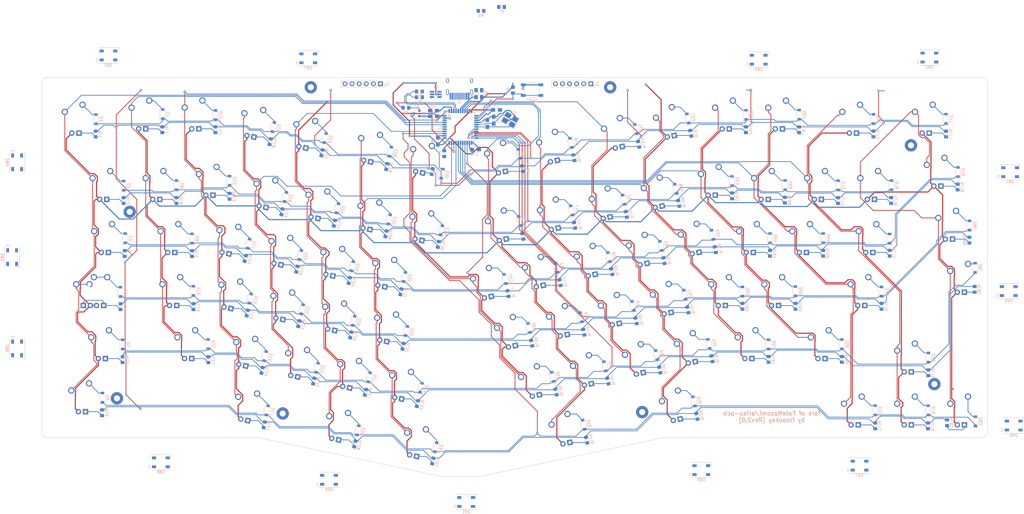
<source format=kicad_pcb>
(kicad_pcb (version 20171130) (host pcbnew 5.1.10)
  (title_block (title Adelheid) (rev 2.0) (company floookay))
  (layers (0 F.Cu signal) (31 B.Cu signal) (34 B.Paste user) (35 F.Paste user) (36 B.SilkS user) (37 F.SilkS user) (38 B.Mask user) (39 F.Mask user) (44 Edge.Cuts user))
  (net 0 "")
  (net 1 GND)
  (net 2 XTAL1)
  (net 3 XTAL2)
  (net 4 VCC)
  (net 5 "Net-(C4-Pad1)")
  (net 6 "Net-(D1-Pad2)")
  (net 7 /row0)
  (net 8 /row1)
  (net 9 "Net-(D2-Pad2)")
  (net 10 "Net-(D3-Pad2)")
  (net 11 /row2)
  (net 12 /row3)
  (net 13 "Net-(D4-Pad2)")
  (net 14 "Net-(D5-Pad2)")
  (net 15 /row4)
  (net 16 "Net-(D6-Pad2)")
  (net 17 "Net-(D7-Pad2)")
  (net 18 "Net-(D8-Pad2)")
  (net 19 "Net-(D9-Pad2)")
  (net 20 "Net-(D10-Pad2)")
  (net 21 "Net-(D11-Pad2)")
  (net 22 "Net-(D12-Pad2)")
  (net 23 "Net-(D13-Pad2)")
  (net 24 "Net-(D14-Pad2)")
  (net 25 "Net-(D15-Pad2)")
  (net 26 "Net-(D16-Pad2)")
  (net 27 "Net-(D17-Pad2)")
  (net 28 "Net-(D18-Pad2)")
  (net 29 "Net-(D19-Pad2)")
  (net 30 "Net-(D20-Pad2)")
  (net 31 "Net-(D21-Pad2)")
  (net 32 "Net-(D22-Pad2)")
  (net 33 "Net-(D23-Pad2)")
  (net 34 "Net-(D24-Pad2)")
  (net 35 "Net-(D25-Pad2)")
  (net 36 "Net-(D26-Pad2)")
  (net 37 "Net-(D27-Pad2)")
  (net 38 "Net-(D28-Pad2)")
  (net 39 "Net-(D29-Pad2)")
  (net 40 "Net-(D30-Pad2)")
  (net 41 "Net-(D31-Pad2)")
  (net 42 "Net-(D32-Pad2)")
  (net 43 "Net-(D33-Pad2)")
  (net 44 "Net-(D34-Pad2)")
  (net 45 "Net-(D35-Pad2)")
  (net 46 "Net-(D36-Pad2)")
  (net 47 "Net-(D37-Pad2)")
  (net 48 "Net-(D38-Pad2)")
  (net 49 "Net-(D39-Pad2)")
  (net 50 "Net-(D40-Pad2)")
  (net 51 "Net-(D41-Pad2)")
  (net 52 "Net-(D42-Pad2)")
  (net 53 "Net-(D43-Pad2)")
  (net 54 "Net-(D44-Pad2)")
  (net 55 "Net-(D45-Pad2)")
  (net 56 "Net-(D46-Pad2)")
  (net 57 "Net-(D47-Pad2)")
  (net 58 "Net-(D48-Pad2)")
  (net 59 "Net-(D49-Pad2)")
  (net 60 "Net-(D50-Pad2)")
  (net 61 "Net-(D51-Pad2)")
  (net 62 "Net-(D52-Pad2)")
  (net 63 "Net-(D53-Pad2)")
  (net 64 "Net-(D54-Pad2)")
  (net 65 "Net-(D55-Pad2)")
  (net 66 "Net-(D56-Pad2)")
  (net 67 "Net-(D57-Pad2)")
  (net 68 "Net-(D58-Pad2)")
  (net 69 "Net-(D59-Pad2)")
  (net 70 "Net-(D60-Pad2)")
  (net 71 "Net-(D61-Pad2)")
  (net 72 "Net-(D62-Pad2)")
  (net 73 "Net-(D63-Pad2)")
  (net 74 "Net-(D64-Pad2)")
  (net 75 "Net-(D65-Pad2)")
  (net 76 "Net-(D66-Pad2)")
  (net 77 "Net-(D67-Pad2)")
  (net 78 D+)
  (net 79 D-)
  (net 80 "Net-(R4-Pad1)")
  (net 81 /col0)
  (net 82 /col1)
  (net 83 /col2)
  (net 84 /col3)
  (net 85 /col4)
  (net 86 /col5)
  (net 87 /col6)
  (net 88 /col8)
  (net 89 /col9)
  (net 90 /col10)
  (net 91 /col11)
  (net 92 /col12)
  (net 93 /col13)
  (net 94 "Net-(D68-Pad2)")
  (net 95 /row5)
  (net 96 "Net-(D69-Pad2)")
  (net 97 "Net-(D70-Pad2)")
  (net 98 "Net-(D71-Pad2)")
  (net 99 "Net-(D72-Pad2)")
  (net 100 "Net-(D73-Pad2)")
  (net 101 "Net-(D74-Pad2)")
  (net 102 "Net-(D75-Pad2)")
  (net 103 "Net-(D76-Pad2)")
  (net 104 "Net-(D77-Pad2)")
  (net 105 "Net-(D78-Pad2)")
  (net 106 "Net-(D79-Pad2)")
  (net 107 "Net-(D80-Pad2)")
  (net 108 "Net-(D81-Pad2)")
  (net 109 "Net-(D82-Pad2)")
  (net 110 "Net-(MX1-Pad4)")
  (net 111 "Net-(MX2-Pad4)")
  (net 112 "Net-(MX3-Pad4)")
  (net 113 "Net-(MX4-Pad4)")
  (net 114 "Net-(MX5-Pad4)")
  (net 115 "Net-(MX6-Pad4)")
  (net 116 "Net-(MX7-Pad4)")
  (net 117 "Net-(MX8-Pad4)")
  (net 118 "Net-(MX9-Pad4)")
  (net 119 "Net-(MX10-Pad4)")
  (net 120 "Net-(MX11-Pad4)")
  (net 121 "Net-(MX12-Pad4)")
  (net 122 "Net-(MX13-Pad4)")
  (net 123 "Net-(MX14-Pad4)")
  (net 124 "Net-(MX15-Pad4)")
  (net 125 "Net-(MX16-Pad4)")
  (net 126 "Net-(MX17-Pad4)")
  (net 127 "Net-(MX18-Pad4)")
  (net 128 "Net-(MX19-Pad4)")
  (net 129 "Net-(MX20-Pad4)")
  (net 130 "Net-(MX21-Pad4)")
  (net 131 "Net-(MX22-Pad4)")
  (net 132 "Net-(MX23-Pad4)")
  (net 133 "Net-(MX24-Pad4)")
  (net 134 "Net-(MX25-Pad4)")
  (net 135 "Net-(MX26-Pad4)")
  (net 136 "Net-(MX27-Pad4)")
  (net 137 "Net-(MX28-Pad4)")
  (net 138 "Net-(MX29-Pad4)")
  (net 139 "Net-(MX30-Pad4)")
  (net 140 "Net-(MX31-Pad4)")
  (net 141 "Net-(MX32-Pad4)")
  (net 142 "Net-(MX33-Pad4)")
  (net 143 "Net-(MX34-Pad4)")
  (net 144 "Net-(MX35-Pad4)")
  (net 145 "Net-(MX36-Pad4)")
  (net 146 "Net-(MX37-Pad4)")
  (net 147 "Net-(MX38-Pad4)")
  (net 148 "Net-(MX39-Pad4)")
  (net 149 "Net-(MX40-Pad4)")
  (net 150 "Net-(MX41-Pad4)")
  (net 151 "Net-(MX42-Pad4)")
  (net 152 "Net-(MX43-Pad4)")
  (net 153 "Net-(MX44-Pad4)")
  (net 154 "Net-(MX45-Pad4)")
  (net 155 "Net-(MX46-Pad4)")
  (net 156 "Net-(MX47-Pad4)")
  (net 157 "Net-(MX48-Pad4)")
  (net 158 "Net-(MX49-Pad4)")
  (net 159 "Net-(MX50-Pad4)")
  (net 160 "Net-(MX51-Pad4)")
  (net 161 "Net-(MX52-Pad4)")
  (net 162 "Net-(MX53-Pad4)")
  (net 163 "Net-(MX54-Pad4)")
  (net 164 "Net-(MX55-Pad4)")
  (net 165 "Net-(MX56-Pad4)")
  (net 166 "Net-(MX57-Pad4)")
  (net 167 "Net-(MX58-Pad4)")
  (net 168 "Net-(MX59-Pad4)")
  (net 169 "Net-(MX60-Pad4)")
  (net 170 "Net-(MX61-Pad4)")
  (net 171 "Net-(MX62-Pad4)")
  (net 172 "Net-(MX63-Pad4)")
  (net 173 "Net-(MX64-Pad4)")
  (net 174 "Net-(MX65-Pad4)")
  (net 175 "Net-(MX66-Pad4)")
  (net 176 "Net-(MX67-Pad4)")
  (net 177 "Net-(MX68-Pad4)")
  (net 178 "Net-(MX69-Pad4)")
  (net 179 "Net-(MX70-Pad4)")
  (net 180 "Net-(MX71-Pad4)")
  (net 181 "Net-(MX72-Pad4)")
  (net 182 "Net-(MX73-Pad4)")
  (net 183 "Net-(MX74-Pad4)")
  (net 184 "Net-(MX75-Pad4)")
  (net 185 "Net-(MX76-Pad4)")
  (net 186 "Net-(MX77-Pad4)")
  (net 187 "Net-(MX78-Pad4)")
  (net 188 "Net-(MX79-Pad4)")
  (net 189 "Net-(MX80-Pad4)")
  (net 190 "Net-(MX81-Pad4)")
  (net 191 "Net-(MX82-Pad4)")
  (net 192 /ledGND)
  (net 193 "Net-(Q1-Pad1)")
  (net 194 "Net-(R5-Pad1)")
  (net 195 "Net-(D83-Pad2)")
  (net 196 "Net-(D83-Pad4)")
  (net 197 "Net-(D84-Pad2)")
  (net 198 "Net-(D85-Pad2)")
  (net 199 "Net-(D86-Pad2)")
  (net 200 "Net-(D87-Pad4)")
  (net 201 "Net-(D88-Pad2)")
  (net 202 PF5)
  (net 203 "Net-(D90-Pad2)")
  (net 204 "Net-(D91-Pad2)")
  (net 205 "Net-(D92-Pad4)")
  (net 206 "Net-(D93-Pad2)")
  (net 207 "Net-(D94-Pad4)")
  (net 208 "Net-(D95-Pad4)")
  (net 209 "Net-(D96-Pad4)")
  (net 210 "Net-(J1-PadB5)")
  (net 211 "Net-(J1-PadA6)")
  (net 212 "Net-(J1-PadA7)")
  (net 213 "Net-(J1-PadA5)")
  (net 214 "Net-(J1-PadA4)")
  (net 215 PF4)
  (net 216 USB-)
  (net 217 USB+)
  (net 218 RESET)
  (net 219 MOSI)
  (net 220 SCLK)
  (net 221 MISO)
  (module Resistor_SMD:R_0805_2012Metric_Pad1.20x1.40mm_HandSolder (layer B.Cu) (at 190.241 -0.893)
    (fp_text reference R7 (at 0 1.65) (layer B.SilkS) (effects (justify mirror)))
    (fp_text value 5k1)
    (pad 2 smd roundrect (at 1 0) (size 1.2 1.4) (layers B.Cu B.Paste B.Mask) (roundrect_rratio 0.208333) (net 213 "Net-(J1-PadA5)"))
    (pad 1 smd roundrect (at -1 0) (size 1.2 1.4) (layers B.Cu B.Paste B.Mask) (roundrect_rratio 0.208333) (net 1 GND))
  )
  (module Resistor_SMD:R_0805_2012Metric_Pad1.20x1.40mm_HandSolder (layer B.Cu) (at 182.88 0.508)
    (fp_text reference R6 (at 0 1.65) (layer B.SilkS) (effects (justify mirror)))
    (fp_text value 5k1)
    (pad 2 smd roundrect (at 1 0) (size 1.2 1.4) (layers B.Cu B.Paste B.Mask) (roundrect_rratio 0.208333) (net 1 GND))
    (pad 1 smd roundrect (at -1 0) (size 1.2 1.4) (layers B.Cu B.Paste B.Mask) (roundrect_rratio 0.208333) (net 210 "Net-(J1-PadB5)"))
  )
  (module Connector_PinHeader_2.54mm:PinHeader_1x06_P2.54mm_Vertical (layer B.Cu) (at 222.25 26.67 90)
    (fp_text reference J3 (at 0 2.33 90) (layer B.SilkS) (effects (justify mirror)))
    (fp_text value Conn_01x06)
    (pad 6 thru_hole oval (at 0 -12.7 90) (size 1.7 1.7) (drill 1) (layers *.Cu *.Mask) (net 1 GND))
    (pad 5 thru_hole oval (at 0 -10.16 90) (size 1.7 1.7) (drill 1) (layers *.Cu *.Mask) (net 218 RESET))
    (pad 4 thru_hole oval (at 0 -7.62 90) (size 1.7 1.7) (drill 1) (layers *.Cu *.Mask) (net 219 MOSI))
    (pad 3 thru_hole oval (at 0 -5.08 90) (size 1.7 1.7) (drill 1) (layers *.Cu *.Mask) (net 220 SCLK))
    (pad 2 thru_hole oval (at 0 -2.54 90) (size 1.7 1.7) (drill 1) (layers *.Cu *.Mask) (net 4 VCC))
    (pad 1 thru_hole rect (at 0 0 90) (size 1.7 1.7) (drill 1) (layers *.Cu *.Mask) (net 221 MISO))
  )
  (module Connector_PinHeader_2.54mm:PinHeader_1x06_P2.54mm_Vertical (layer B.Cu) (at 146.812 26.67 90)
    (fp_text reference J2 (at 0 2.33 90) (layer B.SilkS) (effects (justify mirror)))
    (fp_text value Conn_01x06)
    (pad 6 thru_hole oval (at 0 -12.7 90) (size 1.7 1.7) (drill 1) (layers *.Cu *.Mask) (net 1 GND))
    (pad 5 thru_hole oval (at 0 -10.16 90) (size 1.7 1.7) (drill 1) (layers *.Cu *.Mask) (net 202 PF5))
    (pad 4 thru_hole oval (at 0 -7.62 90) (size 1.7 1.7) (drill 1) (layers *.Cu *.Mask) (net 215 PF4))
    (pad 3 thru_hole oval (at 0 -5.08 90) (size 1.7 1.7) (drill 1) (layers *.Cu *.Mask) (net 216 USB-))
    (pad 2 thru_hole oval (at 0 -2.54 90) (size 1.7 1.7) (drill 1) (layers *.Cu *.Mask) (net 217 USB+))
    (pad 1 thru_hole rect (at 0 0 90) (size 1.7 1.7) (drill 1) (layers *.Cu *.Mask) (net 4 VCC))
  )
  (module adelheid:USB_C_Receptacle_HRO_TYPE-C-31-M-12-HandSoldering (layer B.Cu) (at 175.164 22.938)
    (fp_text reference J1 (at 0 10.25) (layer B.SilkS) (effects (justify mirror)))
    (fp_text value USB_C_Receptacle_HRO_TYPE-C-31-M-12)
    (pad B5 smd rect (at 1.75 8.195) (size 0.3 2.45) (layers B.Cu B.Paste B.Mask) (net 210 "Net-(J1-PadB5)"))
    (pad A8 smd rect (at 1.25 8.195) (size 0.3 2.45) (layers B.Cu B.Paste B.Mask))
    (pad B6 smd rect (at 0.75 8.195) (size 0.3 2.45) (layers B.Cu B.Paste B.Mask) (net 211 "Net-(J1-PadA6)"))
    (pad A7 smd rect (at 0.25 8.195) (size 0.3 2.45) (layers B.Cu B.Paste B.Mask) (net 212 "Net-(J1-PadA7)"))
    (pad B8 smd rect (at -1.75 8.195) (size 0.3 2.45) (layers B.Cu B.Paste B.Mask))
    (pad A5 smd rect (at -1.25 8.195) (size 0.3 2.45) (layers B.Cu B.Paste B.Mask) (net 213 "Net-(J1-PadA5)"))
    (pad B7 smd rect (at -0.75 8.195) (size 0.3 2.45) (layers B.Cu B.Paste B.Mask) (net 212 "Net-(J1-PadA7)"))
    (pad A9 smd rect (at 2.45 8.195) (size 0.6 2.45) (layers B.Cu B.Paste B.Mask) (net 214 "Net-(J1-PadA4)"))
    (pad A12 smd rect (at 3.25 8.195) (size 0.6 2.45) (layers B.Cu B.Paste B.Mask) (net 1 GND))
    (pad "" np_thru_hole circle (at -2.89 6.25) (size 0.65 0.65) (drill 0.65) (layers *.Cu *.Mask))
    (pad S1 thru_hole oval (at -4.32 6.78) (size 1 2.1) (drill oval 0.6 1.7) (layers *.Cu *.Mask) (net 1 GND))
    (pad S1 thru_hole oval (at -4.32 2.6) (size 1 1.6) (drill oval 0.6 1.2) (layers *.Cu *.Mask) (net 1 GND))
    (pad S1 thru_hole oval (at 4.32 2.6) (size 1 1.6) (drill oval 0.6 1.2) (layers *.Cu *.Mask) (net 1 GND))
    (pad S1 thru_hole oval (at 4.32 6.78) (size 1 2.1) (drill oval 0.6 1.7) (layers *.Cu *.Mask) (net 1 GND))
    (pad "" np_thru_hole circle (at 2.89 6.25) (size 0.65 0.65) (drill 0.65) (layers *.Cu *.Mask))
    (pad A1 smd rect (at -3.25 8.195) (size 0.6 2.45) (layers B.Cu B.Paste B.Mask) (net 1 GND))
    (pad A4 smd rect (at -2.45 8.195) (size 0.6 2.45) (layers B.Cu B.Paste B.Mask) (net 214 "Net-(J1-PadA4)"))
    (pad A6 smd rect (at -0.25 8.195) (size 0.3 2.45) (layers B.Cu B.Paste B.Mask) (net 211 "Net-(J1-PadA6)"))
  )
  (module LED_SMD:LED_WS2812B_PLCC4_5.0x5.0mm_P3.2mm (layer B.Cu) (at 318.606 163.754)
    (fp_text reference D97 (at 0 3.5) (layer B.SilkS) (effects (justify mirror)))
    (fp_text value WS2812B)
    (fp_text user 1 (at -4.15 1.6) (layer B.SilkS) (effects (justify mirror)))
    (pad 1 smd rect (at -2.45 1.6) (size 1.5 1) (layers B.Cu B.Paste B.Mask) (net 4 VCC))
    (pad 2 smd rect (at -2.45 -1.6) (size 1.5 1) (layers B.Cu B.Paste B.Mask) (net 209 "Net-(D96-Pad4)"))
    (pad 4 smd rect (at 2.45 1.6) (size 1.5 1) (layers B.Cu B.Paste B.Mask) (net 206 "Net-(D93-Pad2)"))
    (pad 3 smd rect (at 2.45 -1.6) (size 1.5 1) (layers B.Cu B.Paste B.Mask) (net 1 GND))
  )
  (module LED_SMD:LED_WS2812B_PLCC4_5.0x5.0mm_P3.2mm (layer B.Cu) (at 373.888 149.352)
    (fp_text reference D96 (at 0 3.5) (layer B.SilkS) (effects (justify mirror)))
    (fp_text value WS2812B)
    (fp_text user 1 (at -4.15 1.6) (layer B.SilkS) (effects (justify mirror)))
    (pad 1 smd rect (at -2.45 1.6) (size 1.5 1) (layers B.Cu B.Paste B.Mask) (net 4 VCC))
    (pad 2 smd rect (at -2.45 -1.6) (size 1.5 1) (layers B.Cu B.Paste B.Mask) (net 208 "Net-(D95-Pad4)"))
    (pad 4 smd rect (at 2.45 1.6) (size 1.5 1) (layers B.Cu B.Paste B.Mask) (net 209 "Net-(D96-Pad4)"))
    (pad 3 smd rect (at 2.45 -1.6) (size 1.5 1) (layers B.Cu B.Paste B.Mask) (net 1 GND))
  )
  (module LED_SMD:LED_WS2812B_PLCC4_5.0x5.0mm_P3.2mm (layer B.Cu) (at 372.11 101.092)
    (fp_text reference D95 (at 0 3.5) (layer B.SilkS) (effects (justify mirror)))
    (fp_text value WS2812B)
    (fp_text user 1 (at -4.15 1.6) (layer B.SilkS) (effects (justify mirror)))
    (pad 1 smd rect (at -2.45 1.6) (size 1.5 1) (layers B.Cu B.Paste B.Mask) (net 4 VCC))
    (pad 2 smd rect (at -2.45 -1.6) (size 1.5 1) (layers B.Cu B.Paste B.Mask) (net 207 "Net-(D94-Pad4)"))
    (pad 4 smd rect (at 2.45 1.6) (size 1.5 1) (layers B.Cu B.Paste B.Mask) (net 208 "Net-(D95-Pad4)"))
    (pad 3 smd rect (at 2.45 -1.6) (size 1.5 1) (layers B.Cu B.Paste B.Mask) (net 1 GND))
  )
  (module LED_SMD:LED_WS2812B_PLCC4_5.0x5.0mm_P3.2mm (layer B.Cu) (at 372.618 58.42)
    (fp_text reference D94 (at 0 3.5) (layer B.SilkS) (effects (justify mirror)))
    (fp_text value WS2812B)
    (fp_text user 1 (at -4.15 1.6) (layer B.SilkS) (effects (justify mirror)))
    (pad 1 smd rect (at -2.45 1.6) (size 1.5 1) (layers B.Cu B.Paste B.Mask) (net 4 VCC))
    (pad 2 smd rect (at -2.45 -1.6) (size 1.5 1) (layers B.Cu B.Paste B.Mask) (net 205 "Net-(D92-Pad4)"))
    (pad 4 smd rect (at 2.45 1.6) (size 1.5 1) (layers B.Cu B.Paste B.Mask) (net 207 "Net-(D94-Pad4)"))
    (pad 3 smd rect (at 2.45 -1.6) (size 1.5 1) (layers B.Cu B.Paste B.Mask) (net 1 GND))
  )
  (module LED_SMD:LED_WS2812B_PLCC4_5.0x5.0mm_P3.2mm (layer B.Cu) (at 261.874 165.354)
    (fp_text reference D93 (at 0 3.5) (layer B.SilkS) (effects (justify mirror)))
    (fp_text value WS2812B)
    (fp_text user 1 (at -4.15 1.6) (layer B.SilkS) (effects (justify mirror)))
    (pad 1 smd rect (at -2.45 1.6) (size 1.5 1) (layers B.Cu B.Paste B.Mask) (net 4 VCC))
    (pad 2 smd rect (at -2.45 -1.6) (size 1.5 1) (layers B.Cu B.Paste B.Mask) (net 206 "Net-(D93-Pad2)"))
    (pad 4 smd rect (at 2.45 1.6) (size 1.5 1) (layers B.Cu B.Paste B.Mask) (net 204 "Net-(D91-Pad2)"))
    (pad 3 smd rect (at 2.45 -1.6) (size 1.5 1) (layers B.Cu B.Paste B.Mask) (net 1 GND))
  )
  (module LED_SMD:LED_WS2812B_PLCC4_5.0x5.0mm_P3.2mm (layer B.Cu) (at 343.662 17.272)
    (fp_text reference D92 (at 0 3.5) (layer B.SilkS) (effects (justify mirror)))
    (fp_text value WS2812B)
    (fp_text user 1 (at -4.15 1.6) (layer B.SilkS) (effects (justify mirror)))
    (pad 1 smd rect (at -2.45 1.6) (size 1.5 1) (layers B.Cu B.Paste B.Mask) (net 4 VCC))
    (pad 2 smd rect (at -2.45 -1.6) (size 1.5 1) (layers B.Cu B.Paste B.Mask) (net 202 PF5))
    (pad 4 smd rect (at 2.45 1.6) (size 1.5 1) (layers B.Cu B.Paste B.Mask) (net 205 "Net-(D92-Pad4)"))
    (pad 3 smd rect (at 2.45 -1.6) (size 1.5 1) (layers B.Cu B.Paste B.Mask) (net 1 GND))
  )
  (module LED_SMD:LED_WS2812B_PLCC4_5.0x5.0mm_P3.2mm (layer B.Cu) (at 177.546 176.784)
    (fp_text reference D91 (at 0 3.5) (layer B.SilkS) (effects (justify mirror)))
    (fp_text value WS2812B)
    (fp_text user 1 (at -4.15 1.6) (layer B.SilkS) (effects (justify mirror)))
    (pad 1 smd rect (at -2.45 1.6) (size 1.5 1) (layers B.Cu B.Paste B.Mask) (net 4 VCC))
    (pad 2 smd rect (at -2.45 -1.6) (size 1.5 1) (layers B.Cu B.Paste B.Mask) (net 204 "Net-(D91-Pad2)"))
    (pad 4 smd rect (at 2.45 1.6) (size 1.5 1) (layers B.Cu B.Paste B.Mask) (net 203 "Net-(D90-Pad2)"))
    (pad 3 smd rect (at 2.45 -1.6) (size 1.5 1) (layers B.Cu B.Paste B.Mask) (net 1 GND))
  )
  (module LED_SMD:LED_WS2812B_PLCC4_5.0x5.0mm_P3.2mm (layer B.Cu) (at 128.36 168.834)
    (fp_text reference D90 (at 0 3.5) (layer B.SilkS) (effects (justify mirror)))
    (fp_text value WS2812B)
    (fp_text user 1 (at -4.15 1.6) (layer B.SilkS) (effects (justify mirror)))
    (pad 1 smd rect (at -2.45 1.6) (size 1.5 1) (layers B.Cu B.Paste B.Mask) (net 4 VCC))
    (pad 2 smd rect (at -2.45 -1.6) (size 1.5 1) (layers B.Cu B.Paste B.Mask) (net 203 "Net-(D90-Pad2)"))
    (pad 4 smd rect (at 2.45 1.6) (size 1.5 1) (layers B.Cu B.Paste B.Mask) (net 201 "Net-(D88-Pad2)"))
    (pad 3 smd rect (at 2.45 -1.6) (size 1.5 1) (layers B.Cu B.Paste B.Mask) (net 1 GND))
  )
  (module LED_SMD:LED_WS2812B_PLCC4_5.0x5.0mm_P3.2mm (layer B.Cu) (at 282.448 18.034)
    (fp_text reference D89 (at 0 3.5) (layer B.SilkS) (effects (justify mirror)))
    (fp_text value WS2812B)
    (fp_text user 1 (at -4.15 1.6) (layer B.SilkS) (effects (justify mirror)))
    (pad 1 smd rect (at -2.45 1.6) (size 1.5 1) (layers B.Cu B.Paste B.Mask) (net 4 VCC))
    (pad 2 smd rect (at -2.45 -1.6) (size 1.5 1) (layers B.Cu B.Paste B.Mask) (net 200 "Net-(D87-Pad4)"))
    (pad 4 smd rect (at 2.45 1.6) (size 1.5 1) (layers B.Cu B.Paste B.Mask) (net 202 PF5))
    (pad 3 smd rect (at 2.45 -1.6) (size 1.5 1) (layers B.Cu B.Paste B.Mask) (net 1 GND))
  )
  (module LED_SMD:LED_WS2812B_PLCC4_5.0x5.0mm_P3.2mm (layer B.Cu) (at 68.072 162.56)
    (fp_text reference D88 (at 0 3.5) (layer B.SilkS) (effects (justify mirror)))
    (fp_text value WS2812B)
    (fp_text user 1 (at -4.15 1.6) (layer B.SilkS) (effects (justify mirror)))
    (pad 1 smd rect (at -2.45 1.6) (size 1.5 1) (layers B.Cu B.Paste B.Mask) (net 4 VCC))
    (pad 2 smd rect (at -2.45 -1.6) (size 1.5 1) (layers B.Cu B.Paste B.Mask) (net 201 "Net-(D88-Pad2)"))
    (pad 4 smd rect (at 2.45 1.6) (size 1.5 1) (layers B.Cu B.Paste B.Mask) (net 199 "Net-(D86-Pad2)"))
    (pad 3 smd rect (at 2.45 -1.6) (size 1.5 1) (layers B.Cu B.Paste B.Mask) (net 1 GND))
  )
  (module LED_SMD:LED_WS2812B_PLCC4_5.0x5.0mm_P3.2mm (layer B.Cu) (at 120.904 17.526)
    (fp_text reference D87 (at 0 3.5) (layer B.SilkS) (effects (justify mirror)))
    (fp_text value WS2812B)
    (fp_text user 1 (at -4.15 1.6) (layer B.SilkS) (effects (justify mirror)))
    (pad 1 smd rect (at -2.45 1.6) (size 1.5 1) (layers B.Cu B.Paste B.Mask) (net 4 VCC))
    (pad 2 smd rect (at -2.45 -1.6) (size 1.5 1) (layers B.Cu B.Paste B.Mask) (net 196 "Net-(D83-Pad4)"))
    (pad 4 smd rect (at 2.45 1.6) (size 1.5 1) (layers B.Cu B.Paste B.Mask) (net 200 "Net-(D87-Pad4)"))
    (pad 3 smd rect (at 2.45 -1.6) (size 1.5 1) (layers B.Cu B.Paste B.Mask) (net 1 GND))
  )
  (module LED_SMD:LED_WS2812B_PLCC4_5.0x5.0mm_P3.2mm (layer B.Cu) (at 16.51 121.666 270)
    (fp_text reference D86 (at 0 3.5 270) (layer B.SilkS) (effects (justify mirror)))
    (fp_text value WS2812B)
    (fp_text user 1 (at -4.15 1.6 270) (layer B.SilkS) (effects (justify mirror)))
    (pad 1 smd rect (at -2.45 1.6 270) (size 1.5 1) (layers B.Cu B.Paste B.Mask) (net 4 VCC))
    (pad 2 smd rect (at -2.45 -1.6 270) (size 1.5 1) (layers B.Cu B.Paste B.Mask) (net 199 "Net-(D86-Pad2)"))
    (pad 4 smd rect (at 2.45 1.6 270) (size 1.5 1) (layers B.Cu B.Paste B.Mask) (net 198 "Net-(D85-Pad2)"))
    (pad 3 smd rect (at 2.45 -1.6 270) (size 1.5 1) (layers B.Cu B.Paste B.Mask) (net 1 GND))
  )
  (module LED_SMD:LED_WS2812B_PLCC4_5.0x5.0mm_P3.2mm (layer B.Cu) (at 14.732 88.9 270)
    (fp_text reference D85 (at 0 3.5 270) (layer B.SilkS) (effects (justify mirror)))
    (fp_text value WS2812B)
    (fp_text user 1 (at -4.15 1.6 270) (layer B.SilkS) (effects (justify mirror)))
    (pad 1 smd rect (at -2.45 1.6 270) (size 1.5 1) (layers B.Cu B.Paste B.Mask) (net 4 VCC))
    (pad 2 smd rect (at -2.45 -1.6 270) (size 1.5 1) (layers B.Cu B.Paste B.Mask) (net 198 "Net-(D85-Pad2)"))
    (pad 4 smd rect (at 2.45 1.6 270) (size 1.5 1) (layers B.Cu B.Paste B.Mask) (net 197 "Net-(D84-Pad2)"))
    (pad 3 smd rect (at 2.45 -1.6 270) (size 1.5 1) (layers B.Cu B.Paste B.Mask) (net 1 GND))
  )
  (module LED_SMD:LED_WS2812B_PLCC4_5.0x5.0mm_P3.2mm (layer B.Cu) (at 16.51 54.864 270)
    (fp_text reference D84 (at 0 3.5 270) (layer B.SilkS) (effects (justify mirror)))
    (fp_text value WS2812B)
    (fp_text user 1 (at -4.15 1.6 270) (layer B.SilkS) (effects (justify mirror)))
    (pad 1 smd rect (at -2.45 1.6 270) (size 1.5 1) (layers B.Cu B.Paste B.Mask) (net 4 VCC))
    (pad 2 smd rect (at -2.45 -1.6 270) (size 1.5 1) (layers B.Cu B.Paste B.Mask) (net 197 "Net-(D84-Pad2)"))
    (pad 4 smd rect (at 2.45 1.6 270) (size 1.5 1) (layers B.Cu B.Paste B.Mask) (net 195 "Net-(D83-Pad2)"))
    (pad 3 smd rect (at 2.45 -1.6 270) (size 1.5 1) (layers B.Cu B.Paste B.Mask) (net 1 GND))
  )
  (module LED_SMD:LED_WS2812B_PLCC4_5.0x5.0mm_P3.2mm (layer B.Cu) (at 49.276 16.51)
    (fp_text reference D83 (at 0 3.5) (layer B.SilkS) (effects (justify mirror)))
    (fp_text value WS2812B)
    (fp_text user 1 (at -4.15 1.6) (layer B.SilkS) (effects (justify mirror)))
    (pad 1 smd rect (at -2.45 1.6) (size 1.5 1) (layers B.Cu B.Paste B.Mask) (net 4 VCC))
    (pad 2 smd rect (at -2.45 -1.6) (size 1.5 1) (layers B.Cu B.Paste B.Mask) (net 195 "Net-(D83-Pad2)"))
    (pad 4 smd rect (at 2.45 1.6) (size 1.5 1) (layers B.Cu B.Paste B.Mask) (net 196 "Net-(D83-Pad4)"))
    (pad 3 smd rect (at 2.45 -1.6) (size 1.5 1) (layers B.Cu B.Paste B.Mask) (net 1 GND))
  )
  (module ai03-MX_only:MXOnly-1U (layer F.Cu) (at 189.3189 53.4162 12)
    (fp_text reference MX40)
    (fp_text value MX-LED)
    (pad "" np_thru_hole circle (at 5.08 0 60.0996) (size 1.75 1.75) (drill 1.75) (layers *.Cu *.Mask))
    (pad "" np_thru_hole circle (at -5.08 0 60.0996) (size 1.75 1.75) (drill 1.75) (layers *.Cu *.Mask))
    (pad 4 thru_hole rect (at 1.27 5.08 12) (size 1.905 1.905) (drill 1.04) (layers *.Cu B.Mask) (net 149 "Net-(MX40-Pad4)"))
    (pad 3 thru_hole circle (at -1.27 5.08 12) (size 1.905 1.905) (drill 1.04) (layers *.Cu B.Mask) (net 4 VCC))
    (pad 1 thru_hole circle (at -3.81 -2.54 12) (size 2.25 2.25) (drill 1.47) (layers *.Cu B.Mask) (net 220 SCLK))
    (pad "" np_thru_hole circle (at 0 0 12) (size 3.9878 3.9878) (drill 3.9878) (layers *.Cu *.Mask))
    (pad 2 thru_hole circle (at 2.54 -5.08 12) (size 2.25 2.25) (drill 1.47) (layers *.Cu B.Mask) (net 50 "Net-(D40-Pad2)"))
  )
  (module ai03-MX_only:MXOnly-2U-ReversedStabilizers (layer F.Cu) (at 131.6355 149.2631 348)
    (fp_text reference MX28)
    (fp_text value MX-LED)
    (pad "" np_thru_hole circle (at 11.938 -8.255 348) (size 3.9878 3.9878) (drill 3.9878) (layers *.Cu *.Mask))
    (pad "" np_thru_hole circle (at -11.938 -8.255 348) (size 3.9878 3.9878) (drill 3.9878) (layers *.Cu *.Mask))
    (pad "" np_thru_hole circle (at 11.938 6.985 348) (size 3.048 3.048) (drill 3.048) (layers *.Cu *.Mask))
    (pad "" np_thru_hole circle (at -11.938 6.985 348) (size 3.048 3.048) (drill 3.048) (layers *.Cu *.Mask))
    (pad "" np_thru_hole circle (at 5.08 0 36.0996) (size 1.75 1.75) (drill 1.75) (layers *.Cu *.Mask))
    (pad "" np_thru_hole circle (at -5.08 0 36.0996) (size 1.75 1.75) (drill 1.75) (layers *.Cu *.Mask))
    (pad 4 thru_hole rect (at 1.27 5.08 348) (size 1.905 1.905) (drill 1.04) (layers *.Cu B.Mask) (net 137 "Net-(MX28-Pad4)"))
    (pad 3 thru_hole circle (at -1.27 5.08 348) (size 1.905 1.905) (drill 1.04) (layers *.Cu B.Mask) (net 4 VCC))
    (pad 1 thru_hole circle (at -3.81 -2.54 348) (size 2.25 2.25) (drill 1.47) (layers *.Cu B.Mask) (net 85 /col4))
    (pad "" np_thru_hole circle (at 0 0 348) (size 3.9878 3.9878) (drill 3.9878) (layers *.Cu *.Mask))
    (pad 2 thru_hole circle (at 2.54 -5.08 348) (size 2.25 2.25) (drill 1.47) (layers *.Cu B.Mask) (net 38 "Net-(D28-Pad2)"))
  )
  (module ai03-MX_only:MXOnly-2.25U-ReversedStabilizers (layer F.Cu) (at 319.2399 101.1809)
    (fp_text reference MX70)
    (fp_text value MX-LED)
    (pad "" np_thru_hole circle (at 11.938 -8.255) (size 3.9878 3.9878) (drill 3.9878) (layers *.Cu *.Mask))
    (pad "" np_thru_hole circle (at -11.938 -8.255) (size 3.9878 3.9878) (drill 3.9878) (layers *.Cu *.Mask))
    (pad "" np_thru_hole circle (at 11.938 6.985) (size 3.048 3.048) (drill 3.048) (layers *.Cu *.Mask))
    (pad "" np_thru_hole circle (at -11.938 6.985) (size 3.048 3.048) (drill 3.048) (layers *.Cu *.Mask))
    (pad "" np_thru_hole circle (at 5.08 0 48.0996) (size 1.75 1.75) (drill 1.75) (layers *.Cu *.Mask))
    (pad "" np_thru_hole circle (at -5.08 0 48.0996) (size 1.75 1.75) (drill 1.75) (layers *.Cu *.Mask))
    (pad 4 thru_hole rect (at 1.27 5.08) (size 1.905 1.905) (drill 1.04) (layers *.Cu B.Mask) (net 179 "Net-(MX70-Pad4)"))
    (pad 3 thru_hole circle (at -1.27 5.08) (size 1.905 1.905) (drill 1.04) (layers *.Cu B.Mask) (net 4 VCC))
    (pad 1 thru_hole circle (at -3.81 -2.54) (size 2.25 2.25) (drill 1.47) (layers *.Cu B.Mask) (net 92 /col12))
    (pad "" np_thru_hole circle (at 0 0) (size 3.9878 3.9878) (drill 3.9878) (layers *.Cu *.Mask))
    (pad 2 thru_hole circle (at 2.54 -5.08) (size 2.25 2.25) (drill 1.47) (layers *.Cu B.Mask) (net 97 "Net-(D70-Pad2)"))
  )
  (module ai03-MX_only:MXOnly-1.75U-FLIPPED (layer F.Cu) (at 41.5163 101.1809)
    (fp_text reference MX4_1)
    (fp_text value MX-LED hide)
    (pad "" np_thru_hole circle (at 5.08 0 48.0996) (size 1.75 1.75) (drill 1.75) (layers *.Cu *.Mask))
    (pad "" np_thru_hole circle (at -5.08 0 48.0996) (size 1.75 1.75) (drill 1.75) (layers *.Cu *.Mask))
    (pad 4 thru_hole rect (at -1.27 5.08) (size 1.905 1.905) (drill 1.04) (layers *.Cu B.Mask) (net 113 "Net-(MX4-Pad4)"))
    (pad 3 thru_hole circle (at 1.27 5.08) (size 1.905 1.905) (drill 1.04) (layers *.Cu B.Mask) (net 4 VCC))
    (pad 1 thru_hole circle (at -3.81 -2.54) (size 2.25 2.25) (drill 1.47) (layers *.Cu B.Mask) (net 81 /col0))
    (pad "" np_thru_hole circle (at 0 0) (size 3.9878 3.9878) (drill 3.9878) (layers *.Cu *.Mask))
    (pad 2 thru_hole circle (at 2.54 -5.08) (size 2.25 2.25) (drill 1.47) (layers *.Cu B.Mask) (net 13 "Net-(D4-Pad2)"))
  )
  (module ai03-MX_only:MXOnly-1.5U (layer F.Cu) (at 47.9806 82.1436)
    (fp_text reference MX3)
    (fp_text value MX-LED)
    (pad "" np_thru_hole circle (at 5.08 0 48.0996) (size 1.75 1.75) (drill 1.75) (layers *.Cu *.Mask))
    (pad "" np_thru_hole circle (at -5.08 0 48.0996) (size 1.75 1.75) (drill 1.75) (layers *.Cu *.Mask))
    (pad 4 thru_hole rect (at 1.27 5.08) (size 1.905 1.905) (drill 1.04) (layers *.Cu B.Mask) (net 112 "Net-(MX3-Pad4)"))
    (pad 3 thru_hole circle (at -1.27 5.08) (size 1.905 1.905) (drill 1.04) (layers *.Cu B.Mask) (net 4 VCC))
    (pad 1 thru_hole circle (at -3.81 -2.54) (size 2.25 2.25) (drill 1.47) (layers *.Cu B.Mask) (net 81 /col0))
    (pad "" np_thru_hole circle (at 0 0) (size 3.9878 3.9878) (drill 3.9878) (layers *.Cu *.Mask))
    (pad 2 thru_hole circle (at 2.54 -5.08) (size 2.25 2.25) (drill 1.47) (layers *.Cu B.Mask) (net 10 "Net-(D3-Pad2)"))
  )
  (module ai03-MX_only:MXOnly-1.5U (layer F.Cu) (at 252.0315 142.3035 12)
    (fp_text reference MX56)
    (fp_text value MX-LED)
    (pad "" np_thru_hole circle (at 5.08 0 60.0996) (size 1.75 1.75) (drill 1.75) (layers *.Cu *.Mask))
    (pad "" np_thru_hole circle (at -5.08 0 60.0996) (size 1.75 1.75) (drill 1.75) (layers *.Cu *.Mask))
    (pad 4 thru_hole rect (at 1.27 5.08 12) (size 1.905 1.905) (drill 1.04) (layers *.Cu B.Mask) (net 165 "Net-(MX56-Pad4)"))
    (pad 3 thru_hole circle (at -1.27 5.08 12) (size 1.905 1.905) (drill 1.04) (layers *.Cu B.Mask) (net 4 VCC))
    (pad 1 thru_hole circle (at -3.81 -2.54 12) (size 2.25 2.25) (drill 1.47) (layers *.Cu B.Mask) (net 89 /col9))
    (pad "" np_thru_hole circle (at 0 0 12) (size 3.9878 3.9878) (drill 3.9878) (layers *.Cu *.Mask))
    (pad 2 thru_hole circle (at 2.54 -5.08 12) (size 2.25 2.25) (drill 1.47) (layers *.Cu B.Mask) (net 66 "Net-(D56-Pad2)"))
  )
  (module ai03-MX_only:MXOnly-1.5U (layer F.Cu) (at 39.7764 139.2936)
    (fp_text reference MX6)
    (fp_text value MX-LED)
    (pad "" np_thru_hole circle (at 5.08 0 48.0996) (size 1.75 1.75) (drill 1.75) (layers *.Cu *.Mask))
    (pad "" np_thru_hole circle (at -5.08 0 48.0996) (size 1.75 1.75) (drill 1.75) (layers *.Cu *.Mask))
    (pad 4 thru_hole rect (at 1.27 5.08) (size 1.905 1.905) (drill 1.04) (layers *.Cu B.Mask) (net 115 "Net-(MX6-Pad4)"))
    (pad 3 thru_hole circle (at -1.27 5.08) (size 1.905 1.905) (drill 1.04) (layers *.Cu B.Mask) (net 4 VCC))
    (pad 1 thru_hole circle (at -3.81 -2.54) (size 2.25 2.25) (drill 1.47) (layers *.Cu B.Mask) (net 81 /col0))
    (pad "" np_thru_hole circle (at 0 0) (size 3.9878 3.9878) (drill 3.9878) (layers *.Cu *.Mask))
    (pad 2 thru_hole circle (at 2.54 -5.08) (size 2.25 2.25) (drill 1.47) (layers *.Cu B.Mask) (net 16 "Net-(D6-Pad2)"))
  )
  (module Resistor_SMD:R_0805_2012Metric_Pad1.15x1.40mm_HandSolder (layer B.Cu) (at 350.012 148.345 90)
    (fp_text reference RL82 (at 0 1.65 270) (layer B.SilkS) (effects (justify mirror)))
    (fp_text value R)
    (pad 2 smd roundrect (at 1.025 0 90) (size 1.15 1.4) (layers B.Cu B.Paste B.Mask) (roundrect_rratio 0.217391) (net 192 /ledGND))
    (pad 1 smd roundrect (at -1.025 0 90) (size 1.15 1.4) (layers B.Cu B.Paste B.Mask) (roundrect_rratio 0.217391) (net 191 "Net-(MX82-Pad4)"))
  )
  (module Resistor_SMD:R_0805_2012Metric_Pad1.15x1.40mm_HandSolder (layer B.Cu) (at 359.918 100.466 90)
    (fp_text reference RL81 (at 0 1.65 270) (layer B.SilkS) (effects (justify mirror)))
    (fp_text value R)
    (pad 2 smd roundrect (at 1.025 0 90) (size 1.15 1.4) (layers B.Cu B.Paste B.Mask) (roundrect_rratio 0.217391) (net 192 /ledGND))
    (pad 1 smd roundrect (at -1.025 0 90) (size 1.15 1.4) (layers B.Cu B.Paste B.Mask) (roundrect_rratio 0.217391) (net 190 "Net-(MX81-Pad4)"))
  )
  (module Resistor_SMD:R_0805_2012Metric_Pad1.15x1.40mm_HandSolder (layer B.Cu) (at 358.013 82.795 90)
    (fp_text reference RL80 (at 0 -1.651 270) (layer B.SilkS) (effects (justify mirror)))
    (fp_text value R)
    (pad 2 smd roundrect (at 1.025 0 90) (size 1.15 1.4) (layers B.Cu B.Paste B.Mask) (roundrect_rratio 0.217391) (net 192 /ledGND))
    (pad 1 smd roundrect (at -1.025 0 90) (size 1.15 1.4) (layers B.Cu B.Paste B.Mask) (roundrect_rratio 0.217391) (net 189 "Net-(MX80-Pad4)"))
  )
  (module Resistor_SMD:R_0805_2012Metric_Pad1.15x1.40mm_HandSolder (layer B.Cu) (at 353.822 63.745 90)
    (fp_text reference RL79 (at 0 1.65 270) (layer B.SilkS) (effects (justify mirror)))
    (fp_text value R)
    (pad 2 smd roundrect (at 1.025 0 90) (size 1.15 1.4) (layers B.Cu B.Paste B.Mask) (roundrect_rratio 0.217391) (net 192 /ledGND))
    (pad 1 smd roundrect (at -1.025 0 90) (size 1.15 1.4) (layers B.Cu B.Paste B.Mask) (roundrect_rratio 0.217391) (net 188 "Net-(MX79-Pad4)"))
  )
  (module Resistor_SMD:R_0805_2012Metric_Pad1.15x1.40mm_HandSolder (layer B.Cu) (at 329.946 68.571 90)
    (fp_text reference RL78 (at 0 1.65 270) (layer B.SilkS) (effects (justify mirror)))
    (fp_text value R)
    (pad 2 smd roundrect (at 1.025 0 90) (size 1.15 1.4) (layers B.Cu B.Paste B.Mask) (roundrect_rratio 0.217391) (net 192 /ledGND))
    (pad 1 smd roundrect (at -1.025 0 90) (size 1.15 1.4) (layers B.Cu B.Paste B.Mask) (roundrect_rratio 0.217391) (net 187 "Net-(MX78-Pad4)"))
  )
  (module Resistor_SMD:R_0805_2012Metric_Pad1.15x1.40mm_HandSolder (layer B.Cu) (at 349.631 44.713 90)
    (fp_text reference RL77 (at 0 1.65 270) (layer B.SilkS) (effects (justify mirror)))
    (fp_text value R)
    (pad 2 smd roundrect (at 1.025 0 90) (size 1.15 1.4) (layers B.Cu B.Paste B.Mask) (roundrect_rratio 0.217391) (net 192 /ledGND))
    (pad 1 smd roundrect (at -1.025 0 90) (size 1.15 1.4) (layers B.Cu B.Paste B.Mask) (roundrect_rratio 0.217391) (net 186 "Net-(MX77-Pad4)"))
  )
  (module Resistor_SMD:R_0805_2012Metric_Pad1.15x1.40mm_HandSolder (layer B.Cu) (at 343.154 149.47 90)
    (fp_text reference RL76 (at 0 1.65 270) (layer B.SilkS) (effects (justify mirror)))
    (fp_text value R)
    (pad 2 smd roundrect (at 1.025 0 90) (size 1.15 1.4) (layers B.Cu B.Paste B.Mask) (roundrect_rratio 0.217391) (net 192 /ledGND))
    (pad 1 smd roundrect (at -1.025 0 90) (size 1.15 1.4) (layers B.Cu B.Paste B.Mask) (roundrect_rratio 0.217391) (net 185 "Net-(MX76-Pad4)"))
  )
  (module Resistor_SMD:R_0805_2012Metric_Pad1.15x1.40mm_HandSolder (layer B.Cu) (at 343.281 130.42 90)
    (fp_text reference RL75 (at 0 1.65 270) (layer B.SilkS) (effects (justify mirror)))
    (fp_text value R)
    (pad 2 smd roundrect (at 1.025 0 90) (size 1.15 1.4) (layers B.Cu B.Paste B.Mask) (roundrect_rratio 0.217391) (net 192 /ledGND))
    (pad 1 smd roundrect (at -1.025 0 90) (size 1.15 1.4) (layers B.Cu B.Paste B.Mask) (roundrect_rratio 0.217391) (net 184 "Net-(MX75-Pad4)"))
  )
  (module Resistor_SMD:R_0805_2012Metric_Pad1.15x1.40mm_HandSolder (layer B.Cu) (at 329.438 87.494 90)
    (fp_text reference RL74 (at 0 1.65 270) (layer B.SilkS) (effects (justify mirror)))
    (fp_text value R)
    (pad 2 smd roundrect (at 1.025 0 90) (size 1.15 1.4) (layers B.Cu B.Paste B.Mask) (roundrect_rratio 0.217391) (net 192 /ledGND))
    (pad 1 smd roundrect (at -1.025 0 90) (size 1.15 1.4) (layers B.Cu B.Paste B.Mask) (roundrect_rratio 0.217391) (net 183 "Net-(MX74-Pad4)"))
  )
  (module Resistor_SMD:R_0805_2012Metric_Pad1.15x1.40mm_HandSolder (layer B.Cu) (at 310.896 68.589 90)
    (fp_text reference RL73 (at 0 1.65 270) (layer B.SilkS) (effects (justify mirror)))
    (fp_text value R)
    (pad 2 smd roundrect (at 1.025 0 90) (size 1.15 1.4) (layers B.Cu B.Paste B.Mask) (roundrect_rratio 0.217391) (net 192 /ledGND))
    (pad 1 smd roundrect (at -1.025 0 90) (size 1.15 1.4) (layers B.Cu B.Paste B.Mask) (roundrect_rratio 0.217391) (net 182 "Net-(MX73-Pad4)"))
  )
  (module Resistor_SMD:R_0805_2012Metric_Pad1.15x1.40mm_HandSolder (layer B.Cu) (at 323.596 44.695 90)
    (fp_text reference RL72 (at 0 1.65 270) (layer B.SilkS) (effects (justify mirror)))
    (fp_text value R)
    (pad 2 smd roundrect (at 1.025 0 90) (size 1.15 1.4) (layers B.Cu B.Paste B.Mask) (roundrect_rratio 0.217391) (net 192 /ledGND))
    (pad 1 smd roundrect (at -1.025 0 90) (size 1.15 1.4) (layers B.Cu B.Paste B.Mask) (roundrect_rratio 0.217391) (net 181 "Net-(MX72-Pad4)"))
  )
  (module Resistor_SMD:R_0805_2012Metric_Pad1.15x1.40mm_HandSolder (layer B.Cu) (at 324.231 149.47 90)
    (fp_text reference RL71 (at 0 1.65 270) (layer B.SilkS) (effects (justify mirror)))
    (fp_text value R)
    (pad 2 smd roundrect (at 1.025 0 90) (size 1.15 1.4) (layers B.Cu B.Paste B.Mask) (roundrect_rratio 0.217391) (net 192 /ledGND))
    (pad 1 smd roundrect (at -1.025 0 90) (size 1.15 1.4) (layers B.Cu B.Paste B.Mask) (roundrect_rratio 0.217391) (net 180 "Net-(MX71-Pad4)"))
  )
  (module Resistor_SMD:R_0805_2012Metric_Pad1.15x1.40mm_HandSolder (layer B.Cu) (at 326.517 106.544 90)
    (fp_text reference RL70 (at 0 1.65 270) (layer B.SilkS) (effects (justify mirror)))
    (fp_text value R)
    (pad 2 smd roundrect (at 1.025 0 90) (size 1.15 1.4) (layers B.Cu B.Paste B.Mask) (roundrect_rratio 0.217391) (net 192 /ledGND))
    (pad 1 smd roundrect (at -1.025 0 90) (size 1.15 1.4) (layers B.Cu B.Paste B.Mask) (roundrect_rratio 0.217391) (net 179 "Net-(MX70-Pad4)"))
  )
  (module Resistor_SMD:R_0805_2012Metric_Pad1.15x1.40mm_HandSolder (layer B.Cu) (at 305.562 87.494 90)
    (fp_text reference RL69 (at 0 1.65 270) (layer B.SilkS) (effects (justify mirror)))
    (fp_text value R)
    (pad 2 smd roundrect (at 1.025 0 90) (size 1.15 1.4) (layers B.Cu B.Paste B.Mask) (roundrect_rratio 0.217391) (net 192 /ledGND))
    (pad 1 smd roundrect (at -1.025 0 90) (size 1.15 1.4) (layers B.Cu B.Paste B.Mask) (roundrect_rratio 0.217391) (net 178 "Net-(MX69-Pad4)"))
  )
  (module Resistor_SMD:R_0805_2012Metric_Pad1.15x1.40mm_HandSolder (layer B.Cu) (at 291.846 68.444 90)
    (fp_text reference RL68 (at 0 1.65 270) (layer B.SilkS) (effects (justify mirror)))
    (fp_text value R)
    (pad 2 smd roundrect (at 1.025 0 90) (size 1.15 1.4) (layers B.Cu B.Paste B.Mask) (roundrect_rratio 0.217391) (net 192 /ledGND))
    (pad 1 smd roundrect (at -1.025 0 90) (size 1.15 1.4) (layers B.Cu B.Paste B.Mask) (roundrect_rratio 0.217391) (net 177 "Net-(MX68-Pad4)"))
  )
  (module Resistor_SMD:R_0805_2012Metric_Pad1.15x1.40mm_HandSolder (layer B.Cu) (at 296.926 43.189 90)
    (fp_text reference RL67 (at 0 1.65 270) (layer B.SilkS) (effects (justify mirror)))
    (fp_text value R)
    (pad 2 smd roundrect (at 1.025 0 90) (size 1.15 1.4) (layers B.Cu B.Paste B.Mask) (roundrect_rratio 0.217391) (net 192 /ledGND))
    (pad 1 smd roundrect (at -1.025 0 90) (size 1.15 1.4) (layers B.Cu B.Paste B.Mask) (roundrect_rratio 0.217391) (net 176 "Net-(MX67-Pad4)"))
  )
  (module Resistor_SMD:R_0805_2012Metric_Pad1.15x1.40mm_HandSolder (layer B.Cu) (at 312.293 125.594 90)
    (fp_text reference RL66 (at 0 1.65 270) (layer B.SilkS) (effects (justify mirror)))
    (fp_text value R)
    (pad 2 smd roundrect (at 1.025 0 90) (size 1.15 1.4) (layers B.Cu B.Paste B.Mask) (roundrect_rratio 0.217391) (net 192 /ledGND))
    (pad 1 smd roundrect (at -1.025 0 90) (size 1.15 1.4) (layers B.Cu B.Paste B.Mask) (roundrect_rratio 0.217391) (net 175 "Net-(MX66-Pad4)"))
  )
  (module Resistor_SMD:R_0805_2012Metric_Pad1.15x1.40mm_HandSolder (layer B.Cu) (at 295.656 106.553 90)
    (fp_text reference RL65 (at 0 1.65 270) (layer B.SilkS) (effects (justify mirror)))
    (fp_text value R)
    (pad 2 smd roundrect (at 1.025 0 90) (size 1.15 1.4) (layers B.Cu B.Paste B.Mask) (roundrect_rratio 0.217391) (net 192 /ledGND))
    (pad 1 smd roundrect (at -1.025 0 90) (size 1.15 1.4) (layers B.Cu B.Paste B.Mask) (roundrect_rratio 0.217391) (net 174 "Net-(MX65-Pad4)"))
  )
  (module Resistor_SMD:R_0805_2012Metric_Pad1.15x1.40mm_HandSolder (layer B.Cu) (at 286.512 87.512 90)
    (fp_text reference RL64 (at 0 1.65 270) (layer B.SilkS) (effects (justify mirror)))
    (fp_text value R)
    (pad 2 smd roundrect (at 1.025 0 90) (size 1.15 1.4) (layers B.Cu B.Paste B.Mask) (roundrect_rratio 0.217391) (net 192 /ledGND))
    (pad 1 smd roundrect (at -1.025 0 90) (size 1.15 1.4) (layers B.Cu B.Paste B.Mask) (roundrect_rratio 0.217391) (net 173 "Net-(MX64-Pad4)"))
  )
  (module Resistor_SMD:R_0805_2012Metric_Pad1.15x1.40mm_HandSolder (layer B.Cu) (at 272.923 66.92 90)
    (fp_text reference RL63 (at 0 1.65 270) (layer B.SilkS) (effects (justify mirror)))
    (fp_text value R)
    (pad 2 smd roundrect (at 1.025 0 90) (size 1.15 1.4) (layers B.Cu B.Paste B.Mask) (roundrect_rratio 0.217391) (net 192 /ledGND))
    (pad 1 smd roundrect (at -1.025 0 90) (size 1.15 1.4) (layers B.Cu B.Paste B.Mask) (roundrect_rratio 0.217391) (net 172 "Net-(MX63-Pad4)"))
  )
  (module Resistor_SMD:R_0805_2012Metric_Pad1.15x1.40mm_HandSolder (layer B.Cu) (at 277.876 43.18 90)
    (fp_text reference RL62 (at 0 1.65 270) (layer B.SilkS) (effects (justify mirror)))
    (fp_text value R)
    (pad 2 smd roundrect (at 1.025 0 90) (size 1.15 1.4) (layers B.Cu B.Paste B.Mask) (roundrect_rratio 0.217391) (net 192 /ledGND))
    (pad 1 smd roundrect (at -1.025 0 90) (size 1.15 1.4) (layers B.Cu B.Paste B.Mask) (roundrect_rratio 0.217391) (net 171 "Net-(MX62-Pad4)"))
  )
  (module Resistor_SMD:R_0805_2012Metric_Pad1.15x1.40mm_HandSolder (layer B.Cu) (at 286.004 125.594 90)
    (fp_text reference RL61 (at 0 1.65 270) (layer B.SilkS) (effects (justify mirror)))
    (fp_text value R)
    (pad 2 smd roundrect (at 1.025 0 90) (size 1.15 1.4) (layers B.Cu B.Paste B.Mask) (roundrect_rratio 0.217391) (net 192 /ledGND))
    (pad 1 smd roundrect (at -1.025 0 90) (size 1.15 1.4) (layers B.Cu B.Paste B.Mask) (roundrect_rratio 0.217391) (net 170 "Net-(MX61-Pad4)"))
  )
  (module Resistor_SMD:R_0805_2012Metric_Pad1.15x1.40mm_HandSolder (layer B.Cu) (at 276.606 106.544 90)
    (fp_text reference RL60 (at 0 1.65 270) (layer B.SilkS) (effects (justify mirror)))
    (fp_text value R)
    (pad 2 smd roundrect (at 1.025 0 90) (size 1.15 1.4) (layers B.Cu B.Paste B.Mask) (roundrect_rratio 0.217391) (net 192 /ledGND))
    (pad 1 smd roundrect (at -1.025 0 90) (size 1.15 1.4) (layers B.Cu B.Paste B.Mask) (roundrect_rratio 0.217391) (net 169 "Net-(MX60-Pad4)"))
  )
  (module Resistor_SMD:R_0805_2012Metric_Pad1.15x1.40mm_HandSolder (layer B.Cu) (at 266.913109 86.219601 102)
    (fp_text reference RL59 (at 0 1.65 282) (layer B.SilkS) (effects (justify mirror)))
    (fp_text value R)
    (pad 2 smd roundrect (at 1.025 0 102) (size 1.15 1.4) (layers B.Cu B.Paste B.Mask) (roundrect_rratio 0.217391) (net 192 /ledGND))
    (pad 1 smd roundrect (at -1.025 0 102) (size 1.15 1.4) (layers B.Cu B.Paste B.Mask) (roundrect_rratio 0.217391) (net 168 "Net-(MX59-Pad4)"))
  )
  (module Resistor_SMD:R_0805_2012Metric_Pad1.15x1.40mm_HandSolder (layer B.Cu) (at 253.786891 69.609399 102)
    (fp_text reference RL58 (at 0 1.65 282) (layer B.SilkS) (effects (justify mirror)))
    (fp_text value R)
    (pad 2 smd roundrect (at 1.025 0 102) (size 1.15 1.4) (layers B.Cu B.Paste B.Mask) (roundrect_rratio 0.217391) (net 192 /ledGND))
    (pad 1 smd roundrect (at -1.025 0 102) (size 1.15 1.4) (layers B.Cu B.Paste B.Mask) (roundrect_rratio 0.217391) (net 167 "Net-(MX58-Pad4)"))
  )
  (module Resistor_SMD:R_0805_2012Metric_Pad1.15x1.40mm_HandSolder (layer B.Cu) (at 258.104891 44.45 102)
    (fp_text reference RL57 (at 0 1.65 282) (layer B.SilkS) (effects (justify mirror)))
    (fp_text value R)
    (pad 2 smd roundrect (at 1.025 0 102) (size 1.15 1.4) (layers B.Cu B.Paste B.Mask) (roundrect_rratio 0.217391) (net 192 /ledGND))
    (pad 1 smd roundrect (at -1.025 0 102) (size 1.15 1.4) (layers B.Cu B.Paste B.Mask) (roundrect_rratio 0.217391) (net 166 "Net-(MX57-Pad4)"))
  )
  (module Resistor_SMD:R_0805_2012Metric_Pad1.15x1.40mm_HandSolder (layer B.Cu) (at 260.309109 146.036601 102)
    (fp_text reference RL56 (at 0 1.65 282) (layer B.SilkS) (effects (justify mirror)))
    (fp_text value R)
    (pad 2 smd roundrect (at 1.025 0 102) (size 1.15 1.4) (layers B.Cu B.Paste B.Mask) (roundrect_rratio 0.217391) (net 192 /ledGND))
    (pad 1 smd roundrect (at -1.025 0 102) (size 1.15 1.4) (layers B.Cu B.Paste B.Mask) (roundrect_rratio 0.217391) (net 165 "Net-(MX56-Pad4)"))
  )
  (module Resistor_SMD:R_0805_2012Metric_Pad1.15x1.40mm_HandSolder (layer B.Cu) (at 265.724891 125.362399 102)
    (fp_text reference RL55 (at 0 1.65 282) (layer B.SilkS) (effects (justify mirror)))
    (fp_text value R)
    (pad 2 smd roundrect (at 1.025 0 102) (size 1.15 1.4) (layers B.Cu B.Paste B.Mask) (roundrect_rratio 0.217391) (net 192 /ledGND))
    (pad 1 smd roundrect (at -1.025 0 102) (size 1.15 1.4) (layers B.Cu B.Paste B.Mask) (roundrect_rratio 0.217391) (net 164 "Net-(MX55-Pad4)"))
  )
  (module Resistor_SMD:R_0805_2012Metric_Pad1.15x1.40mm_HandSolder (layer B.Cu) (at 257.088891 107.836399 102)
    (fp_text reference RL54 (at 0 1.65 282) (layer B.SilkS) (effects (justify mirror)))
    (fp_text value R)
    (pad 2 smd roundrect (at 1.025 0 102) (size 1.15 1.4) (layers B.Cu B.Paste B.Mask) (roundrect_rratio 0.217391) (net 192 /ledGND))
    (pad 1 smd roundrect (at -1.025 0 102) (size 1.15 1.4) (layers B.Cu B.Paste B.Mask) (roundrect_rratio 0.217391) (net 163 "Net-(MX54-Pad4)"))
  )
  (module Resistor_SMD:R_0805_2012Metric_Pad1.15x1.40mm_HandSolder (layer B.Cu) (at 248.498109 90.156601 102)
    (fp_text reference RL53 (at 0 1.65 282) (layer B.SilkS) (effects (justify mirror)))
    (fp_text value R)
    (pad 2 smd roundrect (at 1.025 0 102) (size 1.15 1.4) (layers B.Cu B.Paste B.Mask) (roundrect_rratio 0.217391) (net 192 /ledGND))
    (pad 1 smd roundrect (at -1.025 0 102) (size 1.15 1.4) (layers B.Cu B.Paste B.Mask) (roundrect_rratio 0.217391) (net 162 "Net-(MX53-Pad4)"))
  )
  (module Resistor_SMD:R_0805_2012Metric_Pad1.15x1.40mm_HandSolder (layer B.Cu) (at 234.990891 73.546399 102)
    (fp_text reference RL52 (at 0 1.65 282) (layer B.SilkS) (effects (justify mirror)))
    (fp_text value R)
    (pad 2 smd roundrect (at 1.025 0 102) (size 1.15 1.4) (layers B.Cu B.Paste B.Mask) (roundrect_rratio 0.217391) (net 192 /ledGND))
    (pad 1 smd roundrect (at -1.025 0 102) (size 1.15 1.4) (layers B.Cu B.Paste B.Mask) (roundrect_rratio 0.217391) (net 161 "Net-(MX52-Pad4)"))
  )
  (module Resistor_SMD:R_0805_2012Metric_Pad1.15x1.40mm_HandSolder (layer B.Cu) (at 239.435891 48.400399 102)
    (fp_text reference RL51 (at 0 1.65 282) (layer B.SilkS) (effects (justify mirror)))
    (fp_text value R)
    (pad 2 smd roundrect (at 1.025 0 102) (size 1.15 1.4) (layers B.Cu B.Paste B.Mask) (roundrect_rratio 0.217391) (net 192 /ledGND))
    (pad 1 smd roundrect (at -1.025 0 102) (size 1.15 1.4) (layers B.Cu B.Paste B.Mask) (roundrect_rratio 0.217391) (net 160 "Net-(MX51-Pad4)"))
  )
  (module Resistor_SMD:R_0805_2012Metric_Pad1.15x1.40mm_HandSolder (layer B.Cu) (at 247.015 129.413 102)
    (fp_text reference RL50 (at 0 1.65 282) (layer B.SilkS) (effects (justify mirror)))
    (fp_text value R)
    (pad 2 smd roundrect (at 1.025 0 102) (size 1.15 1.4) (layers B.Cu B.Paste B.Mask) (roundrect_rratio 0.217391) (net 192 /ledGND))
    (pad 1 smd roundrect (at -1.025 0 102) (size 1.15 1.4) (layers B.Cu B.Paste B.Mask) (roundrect_rratio 0.217391) (net 159 "Net-(MX50-Pad4)"))
  )
  (module Resistor_SMD:R_0805_2012Metric_Pad1.15x1.40mm_HandSolder (layer B.Cu) (at 238.506 111.76 102)
    (fp_text reference RL49 (at 0 1.65 282) (layer B.SilkS) (effects (justify mirror)))
    (fp_text value R)
    (pad 2 smd roundrect (at 1.025 0 102) (size 1.15 1.4) (layers B.Cu B.Paste B.Mask) (roundrect_rratio 0.217391) (net 192 /ledGND))
    (pad 1 smd roundrect (at -1.025 0 102) (size 1.15 1.4) (layers B.Cu B.Paste B.Mask) (roundrect_rratio 0.217391) (net 158 "Net-(MX49-Pad4)"))
  )
  (module Resistor_SMD:R_0805_2012Metric_Pad1.15x1.40mm_HandSolder (layer B.Cu) (at 229.783891 94.120399 102)
    (fp_text reference RL48 (at 0 1.65 282) (layer B.SilkS) (effects (justify mirror)))
    (fp_text value R)
    (pad 2 smd roundrect (at 1.025 0 102) (size 1.15 1.4) (layers B.Cu B.Paste B.Mask) (roundrect_rratio 0.217391) (net 192 /ledGND))
    (pad 1 smd roundrect (at -1.025 0 102) (size 1.15 1.4) (layers B.Cu B.Paste B.Mask) (roundrect_rratio 0.217391) (net 157 "Net-(MX48-Pad4)"))
  )
  (module Resistor_SMD:R_0805_2012Metric_Pad1.15x1.40mm_HandSolder (layer B.Cu) (at 216.448891 77.483399 102)
    (fp_text reference RL47 (at 0 1.65 282) (layer B.SilkS) (effects (justify mirror)))
    (fp_text value R)
    (pad 2 smd roundrect (at 1.025 0 102) (size 1.15 1.4) (layers B.Cu B.Paste B.Mask) (roundrect_rratio 0.217391) (net 192 /ledGND))
    (pad 1 smd roundrect (at -1.025 0 102) (size 1.15 1.4) (layers B.Cu B.Paste B.Mask) (roundrect_rratio 0.217391) (net 156 "Net-(MX47-Pad4)"))
  )
  (module Resistor_SMD:R_0805_2012Metric_Pad1.15x1.40mm_HandSolder (layer B.Cu) (at 216.194891 53.226399 102)
    (fp_text reference RL46 (at 0 1.65 282) (layer B.SilkS) (effects (justify mirror)))
    (fp_text value R)
    (pad 2 smd roundrect (at 1.025 0 102) (size 1.15 1.4) (layers B.Cu B.Paste B.Mask) (roundrect_rratio 0.217391) (net 192 /ledGND))
    (pad 1 smd roundrect (at -1.025 0 102) (size 1.15 1.4) (layers B.Cu B.Paste B.Mask) (roundrect_rratio 0.217391) (net 155 "Net-(MX46-Pad4)"))
  )
  (module Resistor_SMD:R_0805_2012Metric_Pad1.15x1.40mm_HandSolder (layer B.Cu) (at 220.766891 154.572399 102)
    (fp_text reference RL45 (at 0 1.65 282) (layer B.SilkS) (effects (justify mirror)))
    (fp_text value R)
    (pad 2 smd roundrect (at 1.025 0 102) (size 1.15 1.4) (layers B.Cu B.Paste B.Mask) (roundrect_rratio 0.217391) (net 192 /ledGND))
    (pad 1 smd roundrect (at -1.025 0 102) (size 1.15 1.4) (layers B.Cu B.Paste B.Mask) (roundrect_rratio 0.217391) (net 154 "Net-(MX45-Pad4)"))
  )
  (module Resistor_SMD:R_0805_2012Metric_Pad1.15x1.40mm_HandSolder (layer B.Cu) (at 228.386891 133.363399 102)
    (fp_text reference RL44 (at 0 1.65 282) (layer B.SilkS) (effects (justify mirror)))
    (fp_text value R)
    (pad 2 smd roundrect (at 1.025 0 102) (size 1.15 1.4) (layers B.Cu B.Paste B.Mask) (roundrect_rratio 0.217391) (net 192 /ledGND))
    (pad 1 smd roundrect (at -1.025 0 102) (size 1.15 1.4) (layers B.Cu B.Paste B.Mask) (roundrect_rratio 0.217391) (net 153 "Net-(MX44-Pad4)"))
  )
  (module Resistor_SMD:R_0805_2012Metric_Pad1.15x1.40mm_HandSolder (layer B.Cu) (at 219.750891 115.837399 102)
    (fp_text reference RL43 (at 0 1.65 282) (layer B.SilkS) (effects (justify mirror)))
    (fp_text value R)
    (pad 2 smd roundrect (at 1.025 0 102) (size 1.15 1.4) (layers B.Cu B.Paste B.Mask) (roundrect_rratio 0.217391) (net 192 /ledGND))
    (pad 1 smd roundrect (at -1.025 0 102) (size 1.15 1.4) (layers B.Cu B.Paste B.Mask) (roundrect_rratio 0.217391) (net 152 "Net-(MX43-Pad4)"))
  )
  (module Resistor_SMD:R_0805_2012Metric_Pad1.15x1.40mm_HandSolder (layer B.Cu) (at 211.241891 98.057399 102)
    (fp_text reference RL42 (at 0 1.65 282) (layer B.SilkS) (effects (justify mirror)))
    (fp_text value R)
    (pad 2 smd roundrect (at 1.025 0 102) (size 1.15 1.4) (layers B.Cu B.Paste B.Mask) (roundrect_rratio 0.217391) (net 192 /ledGND))
    (pad 1 smd roundrect (at -1.025 0 102) (size 1.15 1.4) (layers B.Cu B.Paste B.Mask) (roundrect_rratio 0.217391) (net 151 "Net-(MX42-Pad4)"))
  )
  (module Resistor_SMD:R_0805_2012Metric_Pad1.15x1.40mm_HandSolder (layer B.Cu) (at 197.906891 81.420399 102)
    (fp_text reference RL41 (at 0 1.65 282) (layer B.SilkS) (effects (justify mirror)))
    (fp_text value R)
    (pad 2 smd roundrect (at 1.025 0 102) (size 1.15 1.4) (layers B.Cu B.Paste B.Mask) (roundrect_rratio 0.217391) (net 192 /ledGND))
    (pad 1 smd roundrect (at -1.025 0 102) (size 1.15 1.4) (layers B.Cu B.Paste B.Mask) (roundrect_rratio 0.217391) (net 150 "Net-(MX41-Pad4)"))
  )
  (module Resistor_SMD:R_0805_2012Metric_Pad1.15x1.40mm_HandSolder (layer B.Cu) (at 197.779891 57.163399 102)
    (fp_text reference RL40 (at 0 1.65 282) (layer B.SilkS) (effects (justify mirror)))
    (fp_text value R)
    (pad 2 smd roundrect (at 1.025 0 102) (size 1.15 1.4) (layers B.Cu B.Paste B.Mask) (roundrect_rratio 0.217391) (net 192 /ledGND))
    (pad 1 smd roundrect (at -1.025 0 102) (size 1.15 1.4) (layers B.Cu B.Paste B.Mask) (roundrect_rratio 0.217391) (net 149 "Net-(MX40-Pad4)"))
  )
  (module Resistor_SMD:R_0805_2012Metric_Pad1.15x1.40mm_HandSolder (layer B.Cu) (at 209.804 137.287 102)
    (fp_text reference RL39 (at 0 1.65 282) (layer B.SilkS) (effects (justify mirror)))
    (fp_text value R)
    (pad 2 smd roundrect (at 1.025 0 102) (size 1.15 1.4) (layers B.Cu B.Paste B.Mask) (roundrect_rratio 0.217391) (net 192 /ledGND))
    (pad 1 smd roundrect (at -1.025 0 102) (size 1.15 1.4) (layers B.Cu B.Paste B.Mask) (roundrect_rratio 0.217391) (net 148 "Net-(MX39-Pad4)"))
  )
  (module Resistor_SMD:R_0805_2012Metric_Pad1.15x1.40mm_HandSolder (layer B.Cu) (at 201.081891 119.774399 102)
    (fp_text reference RL38 (at 0 1.65 282) (layer B.SilkS) (effects (justify mirror)))
    (fp_text value R)
    (pad 2 smd roundrect (at 1.025 0 102) (size 1.15 1.4) (layers B.Cu B.Paste B.Mask) (roundrect_rratio 0.217391) (net 192 /ledGND))
    (pad 1 smd roundrect (at -1.025 0 102) (size 1.15 1.4) (layers B.Cu B.Paste B.Mask) (roundrect_rratio 0.217391) (net 147 "Net-(MX38-Pad4)"))
  )
  (module Resistor_SMD:R_0805_2012Metric_Pad1.15x1.40mm_HandSolder (layer B.Cu) (at 192.572891 101.994399 102)
    (fp_text reference RL37 (at 0 1.65 282) (layer B.SilkS) (effects (justify mirror)))
    (fp_text value R)
    (pad 2 smd roundrect (at 1.025 0 102) (size 1.15 1.4) (layers B.Cu B.Paste B.Mask) (roundrect_rratio 0.217391) (net 192 /ledGND))
    (pad 1 smd roundrect (at -1.025 0 102) (size 1.15 1.4) (layers B.Cu B.Paste B.Mask) (roundrect_rratio 0.217391) (net 146 "Net-(MX37-Pad4)"))
  )
  (module Resistor_SMD:R_0805_2012Metric_Pad1.15x1.40mm_HandSolder (layer B.Cu) (at 167.599109 84.341399 78)
    (fp_text reference RL36 (at 0 1.65 258) (layer B.SilkS) (effects (justify mirror)))
    (fp_text value R)
    (pad 2 smd roundrect (at 1.025 0 78) (size 1.15 1.4) (layers B.Cu B.Paste B.Mask) (roundrect_rratio 0.217391) (net 192 /ledGND))
    (pad 1 smd roundrect (at -1.025 0 78) (size 1.15 1.4) (layers B.Cu B.Paste B.Mask) (roundrect_rratio 0.217391) (net 145 "Net-(MX36-Pad4)"))
  )
  (module Resistor_SMD:R_0805_2012Metric_Pad1.15x1.40mm_HandSolder (layer B.Cu) (at 165.354 58.166 78)
    (fp_text reference RL35 (at 0 1.65 258) (layer B.SilkS) (effects (justify mirror)))
    (fp_text value R)
    (pad 2 smd roundrect (at 1.025 0 78) (size 1.15 1.4) (layers B.Cu B.Paste B.Mask) (roundrect_rratio 0.217391) (net 192 /ledGND))
    (pad 1 smd roundrect (at -1.025 0 78) (size 1.15 1.4) (layers B.Cu B.Paste B.Mask) (roundrect_rratio 0.217391) (net 144 "Net-(MX35-Pad4)"))
  )
  (module Resistor_SMD:R_0805_2012Metric_Pad1.15x1.40mm_HandSolder (layer B.Cu) (at 165.567109 162.065399 78)
    (fp_text reference RL34 (at 0 1.65 258) (layer B.SilkS) (effects (justify mirror)))
    (fp_text value R)
    (pad 2 smd roundrect (at 1.025 0 78) (size 1.15 1.4) (layers B.Cu B.Paste B.Mask) (roundrect_rratio 0.217391) (net 192 /ledGND))
    (pad 1 smd roundrect (at -1.025 0 78) (size 1.15 1.4) (layers B.Cu B.Paste B.Mask) (roundrect_rratio 0.217391) (net 143 "Net-(MX34-Pad4)"))
  )
  (module Resistor_SMD:R_0805_2012Metric_Pad1.15x1.40mm_HandSolder (layer B.Cu) (at 160.060891 141.464601 78)
    (fp_text reference RL33 (at 0 1.65 258) (layer B.SilkS) (effects (justify mirror)))
    (fp_text value R)
    (pad 2 smd roundrect (at 1.025 0 78) (size 1.15 1.4) (layers B.Cu B.Paste B.Mask) (roundrect_rratio 0.217391) (net 192 /ledGND))
    (pad 1 smd roundrect (at -1.025 0 78) (size 1.15 1.4) (layers B.Cu B.Paste B.Mask) (roundrect_rratio 0.217391) (net 142 "Net-(MX33-Pad4)"))
  )
  (module Resistor_SMD:R_0805_2012Metric_Pad1.15x1.40mm_HandSolder (layer B.Cu) (at 154.94 120.904 78)
    (fp_text reference RL32 (at 0 1.65 258) (layer B.SilkS) (effects (justify mirror)))
    (fp_text value R)
    (pad 2 smd roundrect (at 1.025 0 78) (size 1.15 1.4) (layers B.Cu B.Paste B.Mask) (roundrect_rratio 0.217391) (net 192 /ledGND))
    (pad 1 smd roundrect (at -1.025 0 78) (size 1.15 1.4) (layers B.Cu B.Paste B.Mask) (roundrect_rratio 0.217391) (net 141 "Net-(MX32-Pad4)"))
  )
  (module Resistor_SMD:R_0805_2012Metric_Pad1.15x1.40mm_HandSolder (layer B.Cu) (at 154.178 101.346 78)
    (fp_text reference RL31 (at 0 1.65 258) (layer B.SilkS) (effects (justify mirror)))
    (fp_text value R)
    (pad 2 smd roundrect (at 1.025 0 78) (size 1.15 1.4) (layers B.Cu B.Paste B.Mask) (roundrect_rratio 0.217391) (net 192 /ledGND))
    (pad 1 smd roundrect (at -1.025 0 78) (size 1.15 1.4) (layers B.Cu B.Paste B.Mask) (roundrect_rratio 0.217391) (net 140 "Net-(MX31-Pad4)"))
  )
  (module Resistor_SMD:R_0805_2012Metric_Pad1.15x1.40mm_HandSolder (layer B.Cu) (at 148.803109 80.531399 78)
    (fp_text reference RL30 (at 0 1.65 258) (layer B.SilkS) (effects (justify mirror)))
    (fp_text value R)
    (pad 2 smd roundrect (at 1.025 0 78) (size 1.15 1.4) (layers B.Cu B.Paste B.Mask) (roundrect_rratio 0.217391) (net 192 /ledGND))
    (pad 1 smd roundrect (at -1.025 0 78) (size 1.15 1.4) (layers B.Cu B.Paste B.Mask) (roundrect_rratio 0.217391) (net 139 "Net-(MX30-Pad4)"))
  )
  (module Resistor_SMD:R_0805_2012Metric_Pad1.15x1.40mm_HandSolder (layer B.Cu) (at 149.098 56.388 78)
    (fp_text reference RL29 (at 0 1.65 258) (layer B.SilkS) (effects (justify mirror)))
    (fp_text value R)
    (pad 2 smd roundrect (at 1.025 0 78) (size 1.15 1.4) (layers B.Cu B.Paste B.Mask) (roundrect_rratio 0.217391) (net 192 /ledGND))
    (pad 1 smd roundrect (at -1.025 0 78) (size 1.15 1.4) (layers B.Cu B.Paste B.Mask) (roundrect_rratio 0.217391) (net 138 "Net-(MX29-Pad4)"))
  )
  (module Resistor_SMD:R_0805_2012Metric_Pad1.15x1.40mm_HandSolder (layer B.Cu) (at 137.627109 155.969399 78)
    (fp_text reference RL28 (at 0 1.65 258) (layer B.SilkS) (effects (justify mirror)))
    (fp_text value R)
    (pad 2 smd roundrect (at 1.025 0 78) (size 1.15 1.4) (layers B.Cu B.Paste B.Mask) (roundrect_rratio 0.217391) (net 192 /ledGND))
    (pad 1 smd roundrect (at -1.025 0 78) (size 1.15 1.4) (layers B.Cu B.Paste B.Mask) (roundrect_rratio 0.217391) (net 137 "Net-(MX28-Pad4)"))
  )
  (module Resistor_SMD:R_0805_2012Metric_Pad1.15x1.40mm_HandSolder (layer B.Cu) (at 141.437109 137.427399 78)
    (fp_text reference RL27 (at 0 1.65 258) (layer B.SilkS) (effects (justify mirror)))
    (fp_text value R)
    (pad 2 smd roundrect (at 1.025 0 78) (size 1.15 1.4) (layers B.Cu B.Paste B.Mask) (roundrect_rratio 0.217391) (net 192 /ledGND))
    (pad 1 smd roundrect (at -1.025 0 78) (size 1.15 1.4) (layers B.Cu B.Paste B.Mask) (roundrect_rratio 0.217391) (net 136 "Net-(MX27-Pad4)"))
  )
  (module Resistor_SMD:R_0805_2012Metric_Pad1.15x1.40mm_HandSolder (layer B.Cu) (at 136.184891 116.826601 78)
    (fp_text reference RL26 (at 0 1.65 258) (layer B.SilkS) (effects (justify mirror)))
    (fp_text value R)
    (pad 2 smd roundrect (at 1.025 0 78) (size 1.15 1.4) (layers B.Cu B.Paste B.Mask) (roundrect_rratio 0.217391) (net 192 /ledGND))
    (pad 1 smd roundrect (at -1.025 0 78) (size 1.15 1.4) (layers B.Cu B.Paste B.Mask) (roundrect_rratio 0.217391) (net 135 "Net-(MX26-Pad4)"))
  )
  (module Resistor_SMD:R_0805_2012Metric_Pad1.15x1.40mm_HandSolder (layer B.Cu) (at 135.636 97.282 78)
    (fp_text reference RL25 (at 0 1.65 258) (layer B.SilkS) (effects (justify mirror)))
    (fp_text value R)
    (pad 2 smd roundrect (at 1.025 0 78) (size 1.15 1.4) (layers B.Cu B.Paste B.Mask) (roundrect_rratio 0.217391) (net 192 /ledGND))
    (pad 1 smd roundrect (at -1.025 0 78) (size 1.15 1.4) (layers B.Cu B.Paste B.Mask) (roundrect_rratio 0.217391) (net 134 "Net-(MX25-Pad4)"))
  )
  (module Resistor_SMD:R_0805_2012Metric_Pad1.15x1.40mm_HandSolder (layer B.Cu) (at 130.302 76.708 78)
    (fp_text reference RL24 (at 0 1.65 258) (layer B.SilkS) (effects (justify mirror)))
    (fp_text value R)
    (pad 2 smd roundrect (at 1.025 0 78) (size 1.15 1.4) (layers B.Cu B.Paste B.Mask) (roundrect_rratio 0.217391) (net 192 /ledGND))
    (pad 1 smd roundrect (at -1.025 0 78) (size 1.15 1.4) (layers B.Cu B.Paste B.Mask) (roundrect_rratio 0.217391) (net 133 "Net-(MX24-Pad4)"))
  )
  (module Resistor_SMD:R_0805_2012Metric_Pad1.15x1.40mm_HandSolder (layer B.Cu) (at 125.857 51.435 78)
    (fp_text reference RL23 (at 0 1.65 258) (layer B.SilkS) (effects (justify mirror)))
    (fp_text value R)
    (pad 2 smd roundrect (at 1.025 0 78) (size 1.15 1.4) (layers B.Cu B.Paste B.Mask) (roundrect_rratio 0.217391) (net 192 /ledGND))
    (pad 1 smd roundrect (at -1.025 0 78) (size 1.15 1.4) (layers B.Cu B.Paste B.Mask) (roundrect_rratio 0.217391) (net 132 "Net-(MX23-Pad4)"))
  )
  (module Resistor_SMD:R_0805_2012Metric_Pad1.15x1.40mm_HandSolder (layer B.Cu) (at 122.895109 133.363399 78)
    (fp_text reference RL22 (at 0 1.65 258) (layer B.SilkS) (effects (justify mirror)))
    (fp_text value R)
    (pad 2 smd roundrect (at 1.025 0 78) (size 1.15 1.4) (layers B.Cu B.Paste B.Mask) (roundrect_rratio 0.217391) (net 192 /ledGND))
    (pad 1 smd roundrect (at -1.025 0 78) (size 1.15 1.4) (layers B.Cu B.Paste B.Mask) (roundrect_rratio 0.217391) (net 131 "Net-(MX22-Pad4)"))
  )
  (module Resistor_SMD:R_0805_2012Metric_Pad1.15x1.40mm_HandSolder (layer B.Cu) (at 117.561109 112.789399 78)
    (fp_text reference RL21 (at 0 1.65 258) (layer B.SilkS) (effects (justify mirror)))
    (fp_text value R)
    (pad 2 smd roundrect (at 1.025 0 78) (size 1.15 1.4) (layers B.Cu B.Paste B.Mask) (roundrect_rratio 0.217391) (net 192 /ledGND))
    (pad 1 smd roundrect (at -1.025 0 78) (size 1.15 1.4) (layers B.Cu B.Paste B.Mask) (roundrect_rratio 0.217391) (net 130 "Net-(MX21-Pad4)"))
  )
  (module Resistor_SMD:R_0805_2012Metric_Pad1.15x1.40mm_HandSolder (layer B.Cu) (at 116.84 93.218 78)
    (fp_text reference RL20 (at 0 1.65 258) (layer B.SilkS) (effects (justify mirror)))
    (fp_text value R)
    (pad 2 smd roundrect (at 1.025 0 78) (size 1.15 1.4) (layers B.Cu B.Paste B.Mask) (roundrect_rratio 0.217391) (net 192 /ledGND))
    (pad 1 smd roundrect (at -1.025 0 78) (size 1.15 1.4) (layers B.Cu B.Paste B.Mask) (roundrect_rratio 0.217391) (net 129 "Net-(MX20-Pad4)"))
  )
  (module Resistor_SMD:R_0805_2012Metric_Pad1.15x1.40mm_HandSolder (layer B.Cu) (at 111.506 72.644 78)
    (fp_text reference RL19 (at 0 1.65 258) (layer B.SilkS) (effects (justify mirror)))
    (fp_text value R)
    (pad 2 smd roundrect (at 1.025 0 78) (size 1.15 1.4) (layers B.Cu B.Paste B.Mask) (roundrect_rratio 0.217391) (net 192 /ledGND))
    (pad 1 smd roundrect (at -1.025 0 78) (size 1.15 1.4) (layers B.Cu B.Paste B.Mask) (roundrect_rratio 0.217391) (net 128 "Net-(MX19-Pad4)"))
  )
  (module Resistor_SMD:R_0805_2012Metric_Pad1.15x1.40mm_HandSolder (layer B.Cu) (at 107.2642 47.4726 78)
    (fp_text reference RL18 (at 0 1.65 258) (layer B.SilkS) (effects (justify mirror)))
    (fp_text value R)
    (pad 2 smd roundrect (at 1.025 0 78) (size 1.15 1.4) (layers B.Cu B.Paste B.Mask) (roundrect_rratio 0.217391) (net 192 /ledGND))
    (pad 1 smd roundrect (at -1.025 0 78) (size 1.15 1.4) (layers B.Cu B.Paste B.Mask) (roundrect_rratio 0.217391) (net 127 "Net-(MX18-Pad4)"))
  )
  (module Resistor_SMD:R_0805_2012Metric_Pad1.15x1.40mm_HandSolder (layer B.Cu) (at 105.156 149.098 78)
    (fp_text reference RL17 (at 0 1.65 258) (layer B.SilkS) (effects (justify mirror)))
    (fp_text value R)
    (pad 2 smd roundrect (at 1.025 0 78) (size 1.15 1.4) (layers B.Cu B.Paste B.Mask) (roundrect_rratio 0.217391) (net 192 /ledGND))
    (pad 1 smd roundrect (at -1.025 0 78) (size 1.15 1.4) (layers B.Cu B.Paste B.Mask) (roundrect_rratio 0.217391) (net 126 "Net-(MX17-Pad4)"))
  )
  (module Resistor_SMD:R_0805_2012Metric_Pad1.15x1.40mm_HandSolder (layer B.Cu) (at 104.353109 129.553399 78)
    (fp_text reference RL16 (at 0 1.65 258) (layer B.SilkS) (effects (justify mirror)))
    (fp_text value R)
    (pad 2 smd roundrect (at 1.025 0 78) (size 1.15 1.4) (layers B.Cu B.Paste B.Mask) (roundrect_rratio 0.217391) (net 192 /ledGND))
    (pad 1 smd roundrect (at -1.025 0 78) (size 1.15 1.4) (layers B.Cu B.Paste B.Mask) (roundrect_rratio 0.217391) (net 125 "Net-(MX16-Pad4)"))
  )
  (module Resistor_SMD:R_0805_2012Metric_Pad1.15x1.40mm_HandSolder (layer B.Cu) (at 99.06 108.966 78)
    (fp_text reference RL15 (at 0 1.65 258) (layer B.SilkS) (effects (justify mirror)))
    (fp_text value R)
    (pad 2 smd roundrect (at 1.025 0 78) (size 1.15 1.4) (layers B.Cu B.Paste B.Mask) (roundrect_rratio 0.217391) (net 192 /ledGND))
    (pad 1 smd roundrect (at -1.025 0 78) (size 1.15 1.4) (layers B.Cu B.Paste B.Mask) (roundrect_rratio 0.217391) (net 124 "Net-(MX15-Pad4)"))
  )
  (module Resistor_SMD:R_0805_2012Metric_Pad1.15x1.40mm_HandSolder (layer B.Cu) (at 98.338891 89.394601 78)
    (fp_text reference RL14 (at 0 1.65 258) (layer B.SilkS) (effects (justify mirror)))
    (fp_text value R)
    (pad 2 smd roundrect (at 1.025 0 78) (size 1.15 1.4) (layers B.Cu B.Paste B.Mask) (roundrect_rratio 0.217391) (net 192 /ledGND))
    (pad 1 smd roundrect (at -1.025 0 78) (size 1.15 1.4) (layers B.Cu B.Paste B.Mask) (roundrect_rratio 0.217391) (net 123 "Net-(MX14-Pad4)"))
  )
  (module Resistor_SMD:R_0805_2012Metric_Pad1.15x1.40mm_HandSolder (layer B.Cu) (at 92.71 67.047 90)
    (fp_text reference RL13 (at 0 1.65 270) (layer B.SilkS) (effects (justify mirror)))
    (fp_text value R)
    (pad 2 smd roundrect (at 1.025 0 90) (size 1.15 1.4) (layers B.Cu B.Paste B.Mask) (roundrect_rratio 0.217391) (net 192 /ledGND))
    (pad 1 smd roundrect (at -1.025 0 90) (size 1.15 1.4) (layers B.Cu B.Paste B.Mask) (roundrect_rratio 0.217391) (net 122 "Net-(MX13-Pad4)"))
  )
  (module Resistor_SMD:R_0805_2012Metric_Pad1.15x1.40mm_HandSolder (layer B.Cu) (at 87.63 43.171 90)
    (fp_text reference RL12 (at 0 1.65 270) (layer B.SilkS) (effects (justify mirror)))
    (fp_text value R)
    (pad 2 smd roundrect (at 1.025 0 90) (size 1.15 1.4) (layers B.Cu B.Paste B.Mask) (roundrect_rratio 0.217391) (net 192 /ledGND))
    (pad 1 smd roundrect (at -1.025 0 90) (size 1.15 1.4) (layers B.Cu B.Paste B.Mask) (roundrect_rratio 0.217391) (net 121 "Net-(MX12-Pad4)"))
  )
  (module Resistor_SMD:R_0805_2012Metric_Pad1.15x1.40mm_HandSolder (layer B.Cu) (at 85.09 125.721 90)
    (fp_text reference RL11 (at 0 1.65 270) (layer B.SilkS) (effects (justify mirror)))
    (fp_text value R)
    (pad 2 smd roundrect (at 1.025 0 90) (size 1.15 1.4) (layers B.Cu B.Paste B.Mask) (roundrect_rratio 0.217391) (net 192 /ledGND))
    (pad 1 smd roundrect (at -1.025 0 90) (size 1.15 1.4) (layers B.Cu B.Paste B.Mask) (roundrect_rratio 0.217391) (net 120 "Net-(MX11-Pad4)"))
  )
  (module Resistor_SMD:R_0805_2012Metric_Pad1.15x1.40mm_HandSolder (layer B.Cu) (at 79.756 106.671 90)
    (fp_text reference RL10 (at 0 1.65 270) (layer B.SilkS) (effects (justify mirror)))
    (fp_text value R)
    (pad 2 smd roundrect (at 1.025 0 90) (size 1.15 1.4) (layers B.Cu B.Paste B.Mask) (roundrect_rratio 0.217391) (net 192 /ledGND))
    (pad 1 smd roundrect (at -1.025 0 90) (size 1.15 1.4) (layers B.Cu B.Paste B.Mask) (roundrect_rratio 0.217391) (net 119 "Net-(MX10-Pad4)"))
  )
  (module Resistor_SMD:R_0805_2012Metric_Pad1.15x1.40mm_HandSolder (layer B.Cu) (at 79.248 87.639 90)
    (fp_text reference RL9 (at 0 1.65 270) (layer B.SilkS) (effects (justify mirror)))
    (fp_text value R)
    (pad 2 smd roundrect (at 1.025 0 90) (size 1.15 1.4) (layers B.Cu B.Paste B.Mask) (roundrect_rratio 0.217391) (net 192 /ledGND))
    (pad 1 smd roundrect (at -1.025 0 90) (size 1.15 1.4) (layers B.Cu B.Paste B.Mask) (roundrect_rratio 0.217391) (net 118 "Net-(MX9-Pad4)"))
  )
  (module Resistor_SMD:R_0805_2012Metric_Pad1.15x1.40mm_HandSolder (layer B.Cu) (at 73.66 68.58 90)
    (fp_text reference RL8 (at 0 1.65 270) (layer B.SilkS) (effects (justify mirror)))
    (fp_text value R)
    (pad 2 smd roundrect (at 1.025 0 90) (size 1.15 1.4) (layers B.Cu B.Paste B.Mask) (roundrect_rratio 0.217391) (net 192 /ledGND))
    (pad 1 smd roundrect (at -1.025 0 90) (size 1.15 1.4) (layers B.Cu B.Paste B.Mask) (roundrect_rratio 0.217391) (net 117 "Net-(MX8-Pad4)"))
  )
  (module Resistor_SMD:R_0805_2012Metric_Pad1.15x1.40mm_HandSolder (layer B.Cu) (at 68.58 43.171 90)
    (fp_text reference RL7 (at 0 1.65 270) (layer B.SilkS) (effects (justify mirror)))
    (fp_text value R)
    (pad 2 smd roundrect (at 1.025 0 90) (size 1.15 1.4) (layers B.Cu B.Paste B.Mask) (roundrect_rratio 0.217391) (net 192 /ledGND))
    (pad 1 smd roundrect (at -1.025 0 90) (size 1.15 1.4) (layers B.Cu B.Paste B.Mask) (roundrect_rratio 0.217391) (net 116 "Net-(MX7-Pad4)"))
  )
  (module Resistor_SMD:R_0805_2012Metric_Pad1.15x1.40mm_HandSolder (layer B.Cu) (at 46.99 144.771 90)
    (fp_text reference RL6 (at 0 1.65 270) (layer B.SilkS) (effects (justify mirror)))
    (fp_text value R)
    (pad 2 smd roundrect (at 1.025 0 90) (size 1.15 1.4) (layers B.Cu B.Paste B.Mask) (roundrect_rratio 0.217391) (net 192 /ledGND))
    (pad 1 smd roundrect (at -1.025 0 90) (size 1.15 1.4) (layers B.Cu B.Paste B.Mask) (roundrect_rratio 0.217391) (net 115 "Net-(MX6-Pad4)"))
  )
  (module Resistor_SMD:R_0805_2012Metric_Pad1.15x1.40mm_HandSolder (layer B.Cu) (at 54.356 125.721 90)
    (fp_text reference RL5 (at 0 1.65 270) (layer B.SilkS) (effects (justify mirror)))
    (fp_text value R)
    (pad 2 smd roundrect (at 1.025 0 90) (size 1.15 1.4) (layers B.Cu B.Paste B.Mask) (roundrect_rratio 0.217391) (net 192 /ledGND))
    (pad 1 smd roundrect (at -1.025 0 90) (size 1.15 1.4) (layers B.Cu B.Paste B.Mask) (roundrect_rratio 0.217391) (net 114 "Net-(MX5-Pad4)"))
  )
  (module Resistor_SMD:R_0805_2012Metric_Pad1.15x1.40mm_HandSolder (layer B.Cu) (at 53.594 106.68 90)
    (fp_text reference RL4 (at 0 1.65 270) (layer B.SilkS) (effects (justify mirror)))
    (fp_text value R)
    (pad 2 smd roundrect (at 1.025 0 90) (size 1.15 1.4) (layers B.Cu B.Paste B.Mask) (roundrect_rratio 0.217391) (net 192 /ledGND))
    (pad 1 smd roundrect (at -1.025 0 90) (size 1.15 1.4) (layers B.Cu B.Paste B.Mask) (roundrect_rratio 0.217391) (net 113 "Net-(MX4-Pad4)"))
  )
  (module Resistor_SMD:R_0805_2012Metric_Pad1.15x1.40mm_HandSolder (layer B.Cu) (at 55.118 87.621 90)
    (fp_text reference RL3 (at 0 1.65 270) (layer B.SilkS) (effects (justify mirror)))
    (fp_text value R)
    (pad 2 smd roundrect (at 1.025 0 90) (size 1.15 1.4) (layers B.Cu B.Paste B.Mask) (roundrect_rratio 0.217391) (net 192 /ledGND))
    (pad 1 smd roundrect (at -1.025 0 90) (size 1.15 1.4) (layers B.Cu B.Paste B.Mask) (roundrect_rratio 0.217391) (net 112 "Net-(MX3-Pad4)"))
  )
  (module Resistor_SMD:R_0805_2012Metric_Pad1.15x1.40mm_HandSolder (layer B.Cu) (at 54.7116 68.58 90)
    (fp_text reference RL2 (at 0 1.65 270) (layer B.SilkS) (effects (justify mirror)))
    (fp_text value R)
    (pad 2 smd roundrect (at 1.025 0 90) (size 1.15 1.4) (layers B.Cu B.Paste B.Mask) (roundrect_rratio 0.217391) (net 192 /ledGND))
    (pad 1 smd roundrect (at -1.025 0 90) (size 1.15 1.4) (layers B.Cu B.Paste B.Mask) (roundrect_rratio 0.217391) (net 111 "Net-(MX2-Pad4)"))
  )
  (module Resistor_SMD:R_0805_2012Metric_Pad1.15x1.40mm_HandSolder (layer B.Cu) (at 44.704 44.704 90)
    (fp_text reference RL1 (at 0 1.65 270) (layer B.SilkS) (effects (justify mirror)))
    (fp_text value R)
    (pad 2 smd roundrect (at 1.025 0 90) (size 1.15 1.4) (layers B.Cu B.Paste B.Mask) (roundrect_rratio 0.217391) (net 192 /ledGND))
    (pad 1 smd roundrect (at -1.025 0 90) (size 1.15 1.4) (layers B.Cu B.Paste B.Mask) (roundrect_rratio 0.217391) (net 110 "Net-(MX1-Pad4)"))
  )
  (module Resistor_SMD:R_0805_2012Metric_Pad1.15x1.40mm_HandSolder (layer B.Cu) (at 155.947 35.306)
    (fp_text reference R5 (at 0 1.65 180) (layer B.SilkS) (effects (justify mirror)))
    (fp_text value 1.5K)
    (pad 2 smd roundrect (at 1.025 0) (size 1.15 1.4) (layers B.Cu B.Paste B.Mask) (roundrect_rratio 0.217391) (net 193 "Net-(Q1-Pad1)"))
    (pad 1 smd roundrect (at -1.025 0) (size 1.15 1.4) (layers B.Cu B.Paste B.Mask) (roundrect_rratio 0.217391) (net 194 "Net-(R5-Pad1)"))
  )
  (module Resistor_SMD:R_0805_2012Metric_Pad1.15x1.40mm_HandSolder (layer B.Cu) (at 169.672 51.736 270)
    (fp_text reference R4 (at 0 1.65 90) (layer B.SilkS) (effects (justify mirror)))
    (fp_text value 10K)
    (pad 2 smd roundrect (at 1.025 0 270) (size 1.15 1.4) (layers B.Cu B.Paste B.Mask) (roundrect_rratio 0.217391) (net 1 GND))
    (pad 1 smd roundrect (at -1.025 0 270) (size 1.15 1.4) (layers B.Cu B.Paste B.Mask) (roundrect_rratio 0.217391) (net 80 "Net-(R4-Pad1)"))
  )
  (module Resistor_SMD:R_0805_2012Metric_Pad1.15x1.40mm_HandSolder (layer B.Cu) (at 194.31 28.956 270)
    (fp_text reference R3 (at 0 1.65 90) (layer B.SilkS) (effects (justify mirror)))
    (fp_text value 10K)
    (pad 2 smd roundrect (at 1.025 0 270) (size 1.15 1.4) (layers B.Cu B.Paste B.Mask) (roundrect_rratio 0.217391) (net 218 RESET))
    (pad 1 smd roundrect (at -1.025 0 270) (size 1.15 1.4) (layers B.Cu B.Paste B.Mask) (roundrect_rratio 0.217391) (net 4 VCC))
  )
  (module Resistor_SMD:R_0805_2012Metric_Pad1.15x1.40mm_HandSolder (layer B.Cu) (at 160.782 29.464)
    (fp_text reference R2 (at 0 1.65) (layer B.SilkS) (effects (justify mirror)))
    (fp_text value 22)
    (pad 2 smd roundrect (at 1.025 0) (size 1.15 1.4) (layers B.Cu B.Paste B.Mask) (roundrect_rratio 0.217391) (net 216 USB-))
    (pad 1 smd roundrect (at -1.025 0) (size 1.15 1.4) (layers B.Cu B.Paste B.Mask) (roundrect_rratio 0.217391) (net 79 D-))
  )
  (module Resistor_SMD:R_0805_2012Metric_Pad1.15x1.40mm_HandSolder (layer B.Cu) (at 160.782 31.496)
    (fp_text reference R1 (at 0 1.65) (layer B.SilkS) (effects (justify mirror)))
    (fp_text value 22)
    (pad 2 smd roundrect (at 1.025 0) (size 1.15 1.4) (layers B.Cu B.Paste B.Mask) (roundrect_rratio 0.217391) (net 217 USB+))
    (pad 1 smd roundrect (at -1.025 0) (size 1.15 1.4) (layers B.Cu B.Paste B.Mask) (roundrect_rratio 0.217391) (net 78 D+))
  )
  (module Package_TO_SOT_SMD:SOT-23 (layer B.Cu) (at 159.766 37.338 180)
    (fp_text reference Q1 (at 0 2.5 180) (layer B.SilkS) (effects (justify mirror)))
    (fp_text value 2N7002)
    (pad 3 smd rect (at 1 0 180) (size 0.9 0.8) (layers B.Cu B.Paste B.Mask) (net 192 /ledGND))
    (pad 2 smd rect (at -1 -0.95 180) (size 0.9 0.8) (layers B.Cu B.Paste B.Mask) (net 1 GND))
    (pad 1 smd rect (at -1 0.95 180) (size 0.9 0.8) (layers B.Cu B.Paste B.Mask) (net 193 "Net-(Q1-Pad1)"))
  )
  (module ai03-MX_only:MXOnly-1U (layer F.Cu) (at 354.965 144.0434)
    (fp_text reference MX82)
    (fp_text value MX-LED)
    (pad "" np_thru_hole circle (at 5.08 0 48.0996) (size 1.75 1.75) (drill 1.75) (layers *.Cu *.Mask))
    (pad "" np_thru_hole circle (at -5.08 0 48.0996) (size 1.75 1.75) (drill 1.75) (layers *.Cu *.Mask))
    (pad 4 thru_hole rect (at 1.27 5.08) (size 1.905 1.905) (drill 1.04) (layers *.Cu B.Mask) (net 191 "Net-(MX82-Pad4)"))
    (pad 3 thru_hole circle (at -1.27 5.08) (size 1.905 1.905) (drill 1.04) (layers *.Cu B.Mask) (net 4 VCC))
    (pad 1 thru_hole circle (at -3.81 -2.54) (size 2.25 2.25) (drill 1.47) (layers *.Cu B.Mask) (net 221 MISO))
    (pad "" np_thru_hole circle (at 0 0) (size 3.9878 3.9878) (drill 3.9878) (layers *.Cu *.Mask))
    (pad 2 thru_hole circle (at 2.54 -5.08) (size 2.25 2.25) (drill 1.47) (layers *.Cu B.Mask) (net 109 "Net-(D82-Pad2)"))
  )
  (module ai03-MX_only:MXOnly-1U (layer F.Cu) (at 354.9523 96.4184)
    (fp_text reference MX81)
    (fp_text value MX-LED)
    (pad "" np_thru_hole circle (at 5.08 0 48.0996) (size 1.75 1.75) (drill 1.75) (layers *.Cu *.Mask))
    (pad "" np_thru_hole circle (at -5.08 0 48.0996) (size 1.75 1.75) (drill 1.75) (layers *.Cu *.Mask))
    (pad 4 thru_hole rect (at 1.27 5.08) (size 1.905 1.905) (drill 1.04) (layers *.Cu B.Mask) (net 190 "Net-(MX81-Pad4)"))
    (pad 3 thru_hole circle (at -1.27 5.08) (size 1.905 1.905) (drill 1.04) (layers *.Cu B.Mask) (net 4 VCC))
    (pad 1 thru_hole circle (at -3.81 -2.54) (size 2.25 2.25) (drill 1.47) (layers *.Cu B.Mask) (net 221 MISO))
    (pad "" np_thru_hole circle (at 0 0) (size 3.9878 3.9878) (drill 3.9878) (layers *.Cu *.Mask))
    (pad 2 thru_hole circle (at 2.54 -5.08) (size 2.25 2.25) (drill 1.47) (layers *.Cu B.Mask) (net 108 "Net-(D81-Pad2)"))
  )
  (module ai03-MX_only:MXOnly-1U (layer F.Cu) (at 350.6851 77.3684)
    (fp_text reference MX80)
    (fp_text value MX-LED)
    (pad "" np_thru_hole circle (at 5.08 0 48.0996) (size 1.75 1.75) (drill 1.75) (layers *.Cu *.Mask))
    (pad "" np_thru_hole circle (at -5.08 0 48.0996) (size 1.75 1.75) (drill 1.75) (layers *.Cu *.Mask))
    (pad 4 thru_hole rect (at 1.27 5.08) (size 1.905 1.905) (drill 1.04) (layers *.Cu B.Mask) (net 189 "Net-(MX80-Pad4)"))
    (pad 3 thru_hole circle (at -1.27 5.08) (size 1.905 1.905) (drill 1.04) (layers *.Cu B.Mask) (net 4 VCC))
    (pad 1 thru_hole circle (at -3.81 -2.54) (size 2.25 2.25) (drill 1.47) (layers *.Cu B.Mask) (net 221 MISO))
    (pad "" np_thru_hole circle (at 0 0) (size 3.9878 3.9878) (drill 3.9878) (layers *.Cu *.Mask))
    (pad 2 thru_hole circle (at 2.54 -5.08) (size 2.25 2.25) (drill 1.47) (layers *.Cu B.Mask) (net 107 "Net-(D80-Pad2)"))
  )
  (module ai03-MX_only:MXOnly-1U (layer F.Cu) (at 346.5322 58.3311)
    (fp_text reference MX79)
    (fp_text value MX-LED)
    (pad "" np_thru_hole circle (at 5.08 0 48.0996) (size 1.75 1.75) (drill 1.75) (layers *.Cu *.Mask))
    (pad "" np_thru_hole circle (at -5.08 0 48.0996) (size 1.75 1.75) (drill 1.75) (layers *.Cu *.Mask))
    (pad 4 thru_hole rect (at 1.27 5.08) (size 1.905 1.905) (drill 1.04) (layers *.Cu B.Mask) (net 188 "Net-(MX79-Pad4)"))
    (pad 3 thru_hole circle (at -1.27 5.08) (size 1.905 1.905) (drill 1.04) (layers *.Cu B.Mask) (net 4 VCC))
    (pad 1 thru_hole circle (at -3.81 -2.54) (size 2.25 2.25) (drill 1.47) (layers *.Cu B.Mask) (net 221 MISO))
    (pad "" np_thru_hole circle (at 0 0) (size 3.9878 3.9878) (drill 3.9878) (layers *.Cu *.Mask))
    (pad 2 thru_hole circle (at 2.54 -5.08) (size 2.25 2.25) (drill 1.47) (layers *.Cu B.Mask) (net 106 "Net-(D79-Pad2)"))
  )
  (module ai03-MX_only:MXOnly-1U (layer F.Cu) (at 322.707 63.0809)
    (fp_text reference MX78)
    (fp_text value MX-LED)
    (pad "" np_thru_hole circle (at 5.08 0 48.0996) (size 1.75 1.75) (drill 1.75) (layers *.Cu *.Mask))
    (pad "" np_thru_hole circle (at -5.08 0 48.0996) (size 1.75 1.75) (drill 1.75) (layers *.Cu *.Mask))
    (pad 4 thru_hole rect (at 1.27 5.08) (size 1.905 1.905) (drill 1.04) (layers *.Cu B.Mask) (net 187 "Net-(MX78-Pad4)"))
    (pad 3 thru_hole circle (at -1.27 5.08) (size 1.905 1.905) (drill 1.04) (layers *.Cu B.Mask) (net 4 VCC))
    (pad 1 thru_hole circle (at -3.81 -2.54) (size 2.25 2.25) (drill 1.47) (layers *.Cu B.Mask) (net 221 MISO))
    (pad "" np_thru_hole circle (at 0 0) (size 3.9878 3.9878) (drill 3.9878) (layers *.Cu *.Mask))
    (pad 2 thru_hole circle (at 2.54 -5.08) (size 2.25 2.25) (drill 1.47) (layers *.Cu B.Mask) (net 105 "Net-(D78-Pad2)"))
  )
  (module ai03-MX_only:MXOnly-1U (layer F.Cu) (at 342.3158 39.2811)
    (fp_text reference MX77)
    (fp_text value MX-LED)
    (pad "" np_thru_hole circle (at 5.08 0 48.0996) (size 1.75 1.75) (drill 1.75) (layers *.Cu *.Mask))
    (pad "" np_thru_hole circle (at -5.08 0 48.0996) (size 1.75 1.75) (drill 1.75) (layers *.Cu *.Mask))
    (pad 4 thru_hole rect (at 1.27 5.08) (size 1.905 1.905) (drill 1.04) (layers *.Cu B.Mask) (net 186 "Net-(MX77-Pad4)"))
    (pad 3 thru_hole circle (at -1.27 5.08) (size 1.905 1.905) (drill 1.04) (layers *.Cu B.Mask) (net 4 VCC))
    (pad 1 thru_hole circle (at -3.81 -2.54) (size 2.25 2.25) (drill 1.47) (layers *.Cu B.Mask) (net 221 MISO))
    (pad "" np_thru_hole circle (at 0 0) (size 3.9878 3.9878) (drill 3.9878) (layers *.Cu *.Mask))
    (pad 2 thru_hole circle (at 2.54 -5.08) (size 2.25 2.25) (drill 1.47) (layers *.Cu B.Mask) (net 104 "Net-(D77-Pad2)"))
  )
  (module ai03-MX_only:MXOnly-1U (layer F.Cu) (at 335.915 144.0434)
    (fp_text reference MX76)
    (fp_text value MX-LED)
    (pad "" np_thru_hole circle (at 5.08 0 48.0996) (size 1.75 1.75) (drill 1.75) (layers *.Cu *.Mask))
    (pad "" np_thru_hole circle (at -5.08 0 48.0996) (size 1.75 1.75) (drill 1.75) (layers *.Cu *.Mask))
    (pad 4 thru_hole rect (at 1.27 5.08) (size 1.905 1.905) (drill 1.04) (layers *.Cu B.Mask) (net 185 "Net-(MX76-Pad4)"))
    (pad 3 thru_hole circle (at -1.27 5.08) (size 1.905 1.905) (drill 1.04) (layers *.Cu B.Mask) (net 4 VCC))
    (pad 1 thru_hole circle (at -3.81 -2.54) (size 2.25 2.25) (drill 1.47) (layers *.Cu B.Mask) (net 93 /col13))
    (pad "" np_thru_hole circle (at 0 0) (size 3.9878 3.9878) (drill 3.9878) (layers *.Cu *.Mask))
    (pad 2 thru_hole circle (at 2.54 -5.08) (size 2.25 2.25) (drill 1.47) (layers *.Cu B.Mask) (net 103 "Net-(D76-Pad2)"))
  )
  (module ai03-MX_only:MXOnly-1U (layer F.Cu) (at 335.915 124.9934)
    (fp_text reference MX75)
    (fp_text value MX-LED)
    (pad "" np_thru_hole circle (at 5.08 0 48.0996) (size 1.75 1.75) (drill 1.75) (layers *.Cu *.Mask))
    (pad "" np_thru_hole circle (at -5.08 0 48.0996) (size 1.75 1.75) (drill 1.75) (layers *.Cu *.Mask))
    (pad 4 thru_hole rect (at 1.27 5.08) (size 1.905 1.905) (drill 1.04) (layers *.Cu B.Mask) (net 184 "Net-(MX75-Pad4)"))
    (pad 3 thru_hole circle (at -1.27 5.08) (size 1.905 1.905) (drill 1.04) (layers *.Cu B.Mask) (net 4 VCC))
    (pad 1 thru_hole circle (at -3.81 -2.54) (size 2.25 2.25) (drill 1.47) (layers *.Cu B.Mask) (net 93 /col13))
    (pad "" np_thru_hole circle (at 0 0) (size 3.9878 3.9878) (drill 3.9878) (layers *.Cu *.Mask))
    (pad 2 thru_hole circle (at 2.54 -5.08) (size 2.25 2.25) (drill 1.47) (layers *.Cu B.Mask) (net 102 "Net-(D75-Pad2)"))
  )
  (module ai03-MX_only:MXOnly-1.5U (layer F.Cu) (at 322.1101 82.1436)
    (fp_text reference MX74)
    (fp_text value MX-LED)
    (pad "" np_thru_hole circle (at 5.08 0 48.0996) (size 1.75 1.75) (drill 1.75) (layers *.Cu *.Mask))
    (pad "" np_thru_hole circle (at -5.08 0 48.0996) (size 1.75 1.75) (drill 1.75) (layers *.Cu *.Mask))
    (pad 4 thru_hole rect (at 1.27 5.08) (size 1.905 1.905) (drill 1.04) (layers *.Cu B.Mask) (net 183 "Net-(MX74-Pad4)"))
    (pad 3 thru_hole circle (at -1.27 5.08) (size 1.905 1.905) (drill 1.04) (layers *.Cu B.Mask) (net 4 VCC))
    (pad 1 thru_hole circle (at -3.81 -2.54) (size 2.25 2.25) (drill 1.47) (layers *.Cu B.Mask) (net 93 /col13))
    (pad "" np_thru_hole circle (at 0 0) (size 3.9878 3.9878) (drill 3.9878) (layers *.Cu *.Mask))
    (pad 2 thru_hole circle (at 2.54 -5.08) (size 2.25 2.25) (drill 1.47) (layers *.Cu B.Mask) (net 101 "Net-(D74-Pad2)"))
  )
  (module ai03-MX_only:MXOnly-1U (layer F.Cu) (at 303.6697 63.0936)
    (fp_text reference MX73)
    (fp_text value MX-LED)
    (pad "" np_thru_hole circle (at 5.08 0 48.0996) (size 1.75 1.75) (drill 1.75) (layers *.Cu *.Mask))
    (pad "" np_thru_hole circle (at -5.08 0 48.0996) (size 1.75 1.75) (drill 1.75) (layers *.Cu *.Mask))
    (pad 4 thru_hole rect (at 1.27 5.08) (size 1.905 1.905) (drill 1.04) (layers *.Cu B.Mask) (net 182 "Net-(MX73-Pad4)"))
    (pad 3 thru_hole circle (at -1.27 5.08) (size 1.905 1.905) (drill 1.04) (layers *.Cu B.Mask) (net 4 VCC))
    (pad 1 thru_hole circle (at -3.81 -2.54) (size 2.25 2.25) (drill 1.47) (layers *.Cu B.Mask) (net 93 /col13))
    (pad "" np_thru_hole circle (at 0 0) (size 3.9878 3.9878) (drill 3.9878) (layers *.Cu *.Mask))
    (pad 2 thru_hole circle (at 2.54 -5.08) (size 2.25 2.25) (drill 1.47) (layers *.Cu B.Mask) (net 100 "Net-(D73-Pad2)"))
  )
  (module ai03-MX_only:MXOnly-1U (layer F.Cu) (at 316.2554 39.2938)
    (fp_text reference MX72)
    (fp_text value MX-LED)
    (pad "" np_thru_hole circle (at 5.08 0 48.0996) (size 1.75 1.75) (drill 1.75) (layers *.Cu *.Mask))
    (pad "" np_thru_hole circle (at -5.08 0 48.0996) (size 1.75 1.75) (drill 1.75) (layers *.Cu *.Mask))
    (pad 4 thru_hole rect (at 1.27 5.08) (size 1.905 1.905) (drill 1.04) (layers *.Cu B.Mask) (net 181 "Net-(MX72-Pad4)"))
    (pad 3 thru_hole circle (at -1.27 5.08) (size 1.905 1.905) (drill 1.04) (layers *.Cu B.Mask) (net 4 VCC))
    (pad 1 thru_hole circle (at -3.81 -2.54) (size 2.25 2.25) (drill 1.47) (layers *.Cu B.Mask) (net 93 /col13))
    (pad "" np_thru_hole circle (at 0 0) (size 3.9878 3.9878) (drill 3.9878) (layers *.Cu *.Mask))
    (pad 2 thru_hole circle (at 2.54 -5.08) (size 2.25 2.25) (drill 1.47) (layers *.Cu B.Mask) (net 99 "Net-(D72-Pad2)"))
  )
  (module ai03-MX_only:MXOnly-1U (layer F.Cu) (at 316.8523 144.0434)
    (fp_text reference MX71)
    (fp_text value MX-LED)
    (pad "" np_thru_hole circle (at 5.08 0 48.0996) (size 1.75 1.75) (drill 1.75) (layers *.Cu *.Mask))
    (pad "" np_thru_hole circle (at -5.08 0 48.0996) (size 1.75 1.75) (drill 1.75) (layers *.Cu *.Mask))
    (pad 4 thru_hole rect (at 1.27 5.08) (size 1.905 1.905) (drill 1.04) (layers *.Cu B.Mask) (net 180 "Net-(MX71-Pad4)"))
    (pad 3 thru_hole circle (at -1.27 5.08) (size 1.905 1.905) (drill 1.04) (layers *.Cu B.Mask) (net 4 VCC))
    (pad 1 thru_hole circle (at -3.81 -2.54) (size 2.25 2.25) (drill 1.47) (layers *.Cu B.Mask) (net 92 /col12))
    (pad "" np_thru_hole circle (at 0 0) (size 3.9878 3.9878) (drill 3.9878) (layers *.Cu *.Mask))
    (pad 2 thru_hole circle (at 2.54 -5.08) (size 2.25 2.25) (drill 1.47) (layers *.Cu B.Mask) (net 98 "Net-(D71-Pad2)"))
  )
  (module ai03-MX_only:MXOnly-1U (layer F.Cu) (at 298.2976 82.1309)
    (fp_text reference MX69)
    (fp_text value MX-LED)
    (pad "" np_thru_hole circle (at 5.08 0 48.0996) (size 1.75 1.75) (drill 1.75) (layers *.Cu *.Mask))
    (pad "" np_thru_hole circle (at -5.08 0 48.0996) (size 1.75 1.75) (drill 1.75) (layers *.Cu *.Mask))
    (pad 4 thru_hole rect (at 1.27 5.08) (size 1.905 1.905) (drill 1.04) (layers *.Cu B.Mask) (net 178 "Net-(MX69-Pad4)"))
    (pad 3 thru_hole circle (at -1.27 5.08) (size 1.905 1.905) (drill 1.04) (layers *.Cu B.Mask) (net 4 VCC))
    (pad 1 thru_hole circle (at -3.81 -2.54) (size 2.25 2.25) (drill 1.47) (layers *.Cu B.Mask) (net 92 /col12))
    (pad "" np_thru_hole circle (at 0 0) (size 3.9878 3.9878) (drill 3.9878) (layers *.Cu *.Mask))
    (pad 2 thru_hole circle (at 2.54 -5.08) (size 2.25 2.25) (drill 1.47) (layers *.Cu B.Mask) (net 96 "Net-(D69-Pad2)"))
  )
  (module ai03-MX_only:MXOnly-1U (layer F.Cu) (at 284.607 63.0936)
    (fp_text reference MX68)
    (fp_text value MX-LED)
    (pad "" np_thru_hole circle (at 5.08 0 48.0996) (size 1.75 1.75) (drill 1.75) (layers *.Cu *.Mask))
    (pad "" np_thru_hole circle (at -5.08 0 48.0996) (size 1.75 1.75) (drill 1.75) (layers *.Cu *.Mask))
    (pad 4 thru_hole rect (at 1.27 5.08) (size 1.905 1.905) (drill 1.04) (layers *.Cu B.Mask) (net 177 "Net-(MX68-Pad4)"))
    (pad 3 thru_hole circle (at -1.27 5.08) (size 1.905 1.905) (drill 1.04) (layers *.Cu B.Mask) (net 4 VCC))
    (pad 1 thru_hole circle (at -3.81 -2.54) (size 2.25 2.25) (drill 1.47) (layers *.Cu B.Mask) (net 92 /col12))
    (pad "" np_thru_hole circle (at 0 0) (size 3.9878 3.9878) (drill 3.9878) (layers *.Cu *.Mask))
    (pad 2 thru_hole circle (at 2.54 -5.08) (size 2.25 2.25) (drill 1.47) (layers *.Cu B.Mask) (net 94 "Net-(D68-Pad2)"))
  )
  (module ai03-MX_only:MXOnly-1U (layer F.Cu) (at 289.687 37.7952)
    (fp_text reference MX67)
    (fp_text value MX-LED)
    (pad "" np_thru_hole circle (at 5.08 0 48.0996) (size 1.75 1.75) (drill 1.75) (layers *.Cu *.Mask))
    (pad "" np_thru_hole circle (at -5.08 0 48.0996) (size 1.75 1.75) (drill 1.75) (layers *.Cu *.Mask))
    (pad 4 thru_hole rect (at 1.27 5.08) (size 1.905 1.905) (drill 1.04) (layers *.Cu B.Mask) (net 176 "Net-(MX67-Pad4)"))
    (pad 3 thru_hole circle (at -1.27 5.08) (size 1.905 1.905) (drill 1.04) (layers *.Cu B.Mask) (net 4 VCC))
    (pad 1 thru_hole circle (at -3.81 -2.54) (size 2.25 2.25) (drill 1.47) (layers *.Cu B.Mask) (net 92 /col12))
    (pad "" np_thru_hole circle (at 0 0) (size 3.9878 3.9878) (drill 3.9878) (layers *.Cu *.Mask))
    (pad 2 thru_hole circle (at 2.54 -5.08) (size 2.25 2.25) (drill 1.47) (layers *.Cu B.Mask) (net 77 "Net-(D67-Pad2)"))
  )
  (module ai03-MX_only:MXOnly-1.75U (layer F.Cu) (at 304.9778 120.2436)
    (fp_text reference MX66)
    (fp_text value MX-LED)
    (pad "" np_thru_hole circle (at 5.08 0 48.0996) (size 1.75 1.75) (drill 1.75) (layers *.Cu *.Mask))
    (pad "" np_thru_hole circle (at -5.08 0 48.0996) (size 1.75 1.75) (drill 1.75) (layers *.Cu *.Mask))
    (pad 4 thru_hole rect (at 1.27 5.08) (size 1.905 1.905) (drill 1.04) (layers *.Cu B.Mask) (net 175 "Net-(MX66-Pad4)"))
    (pad 3 thru_hole circle (at -1.27 5.08) (size 1.905 1.905) (drill 1.04) (layers *.Cu B.Mask) (net 4 VCC))
    (pad 1 thru_hole circle (at -3.81 -2.54) (size 2.25 2.25) (drill 1.47) (layers *.Cu B.Mask) (net 91 /col11))
    (pad "" np_thru_hole circle (at 0 0) (size 3.9878 3.9878) (drill 3.9878) (layers *.Cu *.Mask))
    (pad 2 thru_hole circle (at 2.54 -5.08) (size 2.25 2.25) (drill 1.47) (layers *.Cu B.Mask) (net 76 "Net-(D66-Pad2)"))
  )
  (module ai03-MX_only:MXOnly-1U (layer F.Cu) (at 288.29 101.2063)
    (fp_text reference MX65)
    (fp_text value MX-LED)
    (pad "" np_thru_hole circle (at 5.08 0 48.0996) (size 1.75 1.75) (drill 1.75) (layers *.Cu *.Mask))
    (pad "" np_thru_hole circle (at -5.08 0 48.0996) (size 1.75 1.75) (drill 1.75) (layers *.Cu *.Mask))
    (pad 4 thru_hole rect (at 1.27 5.08) (size 1.905 1.905) (drill 1.04) (layers *.Cu B.Mask) (net 174 "Net-(MX65-Pad4)"))
    (pad 3 thru_hole circle (at -1.27 5.08) (size 1.905 1.905) (drill 1.04) (layers *.Cu B.Mask) (net 4 VCC))
    (pad 1 thru_hole circle (at -3.81 -2.54) (size 2.25 2.25) (drill 1.47) (layers *.Cu B.Mask) (net 91 /col11))
    (pad "" np_thru_hole circle (at 0 0) (size 3.9878 3.9878) (drill 3.9878) (layers *.Cu *.Mask))
    (pad 2 thru_hole circle (at 2.54 -5.08) (size 2.25 2.25) (drill 1.47) (layers *.Cu B.Mask) (net 75 "Net-(D65-Pad2)"))
  )
  (module ai03-MX_only:MXOnly-1U (layer F.Cu) (at 279.2603 82.1309)
    (fp_text reference MX64)
    (fp_text value MX-LED)
    (pad "" np_thru_hole circle (at 5.08 0 48.0996) (size 1.75 1.75) (drill 1.75) (layers *.Cu *.Mask))
    (pad "" np_thru_hole circle (at -5.08 0 48.0996) (size 1.75 1.75) (drill 1.75) (layers *.Cu *.Mask))
    (pad 4 thru_hole rect (at 1.27 5.08) (size 1.905 1.905) (drill 1.04) (layers *.Cu B.Mask) (net 173 "Net-(MX64-Pad4)"))
    (pad 3 thru_hole circle (at -1.27 5.08) (size 1.905 1.905) (drill 1.04) (layers *.Cu B.Mask) (net 4 VCC))
    (pad 1 thru_hole circle (at -3.81 -2.54) (size 2.25 2.25) (drill 1.47) (layers *.Cu B.Mask) (net 91 /col11))
    (pad "" np_thru_hole circle (at 0 0) (size 3.9878 3.9878) (drill 3.9878) (layers *.Cu *.Mask))
    (pad 2 thru_hole circle (at 2.54 -5.08) (size 2.25 2.25) (drill 1.47) (layers *.Cu B.Mask) (net 74 "Net-(D64-Pad2)"))
  )
  (module ai03-MX_only:MXOnly-1U (layer F.Cu) (at 265.5697 61.595)
    (fp_text reference MX63)
    (fp_text value MX-LED)
    (pad "" np_thru_hole circle (at 5.08 0 48.0996) (size 1.75 1.75) (drill 1.75) (layers *.Cu *.Mask))
    (pad "" np_thru_hole circle (at -5.08 0 48.0996) (size 1.75 1.75) (drill 1.75) (layers *.Cu *.Mask))
    (pad 4 thru_hole rect (at 1.27 5.08) (size 1.905 1.905) (drill 1.04) (layers *.Cu B.Mask) (net 172 "Net-(MX63-Pad4)"))
    (pad 3 thru_hole circle (at -1.27 5.08) (size 1.905 1.905) (drill 1.04) (layers *.Cu B.Mask) (net 4 VCC))
    (pad 1 thru_hole circle (at -3.81 -2.54) (size 2.25 2.25) (drill 1.47) (layers *.Cu B.Mask) (net 91 /col11))
    (pad "" np_thru_hole circle (at 0 0) (size 3.9878 3.9878) (drill 3.9878) (layers *.Cu *.Mask))
    (pad 2 thru_hole circle (at 2.54 -5.08) (size 2.25 2.25) (drill 1.47) (layers *.Cu B.Mask) (net 73 "Net-(D63-Pad2)"))
  )
  (module ai03-MX_only:MXOnly-1U (layer F.Cu) (at 270.6243 37.7952)
    (fp_text reference MX62)
    (fp_text value MX-LED)
    (pad "" np_thru_hole circle (at 5.08 0 48.0996) (size 1.75 1.75) (drill 1.75) (layers *.Cu *.Mask))
    (pad "" np_thru_hole circle (at -5.08 0 48.0996) (size 1.75 1.75) (drill 1.75) (layers *.Cu *.Mask))
    (pad 4 thru_hole rect (at 1.27 5.08) (size 1.905 1.905) (drill 1.04) (layers *.Cu B.Mask) (net 171 "Net-(MX62-Pad4)"))
    (pad 3 thru_hole circle (at -1.27 5.08) (size 1.905 1.905) (drill 1.04) (layers *.Cu B.Mask) (net 4 VCC))
    (pad 1 thru_hole circle (at -3.81 -2.54) (size 2.25 2.25) (drill 1.47) (layers *.Cu B.Mask) (net 91 /col11))
    (pad "" np_thru_hole circle (at 0 0) (size 3.9878 3.9878) (drill 3.9878) (layers *.Cu *.Mask))
    (pad 2 thru_hole circle (at 2.54 -5.08) (size 2.25 2.25) (drill 1.47) (layers *.Cu B.Mask) (net 72 "Net-(D62-Pad2)"))
  )
  (module ai03-MX_only:MXOnly-1U (layer F.Cu) (at 278.765 120.2309)
    (fp_text reference MX61)
    (fp_text value MX-LED)
    (pad "" np_thru_hole circle (at 5.08 0 48.0996) (size 1.75 1.75) (drill 1.75) (layers *.Cu *.Mask))
    (pad "" np_thru_hole circle (at -5.08 0 48.0996) (size 1.75 1.75) (drill 1.75) (layers *.Cu *.Mask))
    (pad 4 thru_hole rect (at 1.27 5.08) (size 1.905 1.905) (drill 1.04) (layers *.Cu B.Mask) (net 170 "Net-(MX61-Pad4)"))
    (pad 3 thru_hole circle (at -1.27 5.08) (size 1.905 1.905) (drill 1.04) (layers *.Cu B.Mask) (net 4 VCC))
    (pad 1 thru_hole circle (at -3.81 -2.54) (size 2.25 2.25) (drill 1.47) (layers *.Cu B.Mask) (net 90 /col10))
    (pad "" np_thru_hole circle (at 0 0) (size 3.9878 3.9878) (drill 3.9878) (layers *.Cu *.Mask))
    (pad 2 thru_hole circle (at 2.54 -5.08) (size 2.25 2.25) (drill 1.47) (layers *.Cu B.Mask) (net 71 "Net-(D61-Pad2)"))
  )
  (module ai03-MX_only:MXOnly-1U (layer F.Cu) (at 269.24 101.2063)
    (fp_text reference MX60)
    (fp_text value MX-LED)
    (pad "" np_thru_hole circle (at 5.08 0 48.0996) (size 1.75 1.75) (drill 1.75) (layers *.Cu *.Mask))
    (pad "" np_thru_hole circle (at -5.08 0 48.0996) (size 1.75 1.75) (drill 1.75) (layers *.Cu *.Mask))
    (pad 4 thru_hole rect (at 1.27 5.08) (size 1.905 1.905) (drill 1.04) (layers *.Cu B.Mask) (net 169 "Net-(MX60-Pad4)"))
    (pad 3 thru_hole circle (at -1.27 5.08) (size 1.905 1.905) (drill 1.04) (layers *.Cu B.Mask) (net 4 VCC))
    (pad 1 thru_hole circle (at -3.81 -2.54) (size 2.25 2.25) (drill 1.47) (layers *.Cu B.Mask) (net 90 /col10))
    (pad "" np_thru_hole circle (at 0 0) (size 3.9878 3.9878) (drill 3.9878) (layers *.Cu *.Mask))
    (pad 2 thru_hole circle (at 2.54 -5.08) (size 2.25 2.25) (drill 1.47) (layers *.Cu B.Mask) (net 70 "Net-(D60-Pad2)"))
  )
  (module ai03-MX_only:MXOnly-1U (layer F.Cu) (at 258.7625 82.4611 12)
    (fp_text reference MX59)
    (fp_text value MX-LED)
    (pad "" np_thru_hole circle (at 5.08 0 60.0996) (size 1.75 1.75) (drill 1.75) (layers *.Cu *.Mask))
    (pad "" np_thru_hole circle (at -5.08 0 60.0996) (size 1.75 1.75) (drill 1.75) (layers *.Cu *.Mask))
    (pad 4 thru_hole rect (at 1.27 5.08 12) (size 1.905 1.905) (drill 1.04) (layers *.Cu B.Mask) (net 168 "Net-(MX59-Pad4)"))
    (pad 3 thru_hole circle (at -1.27 5.08 12) (size 1.905 1.905) (drill 1.04) (layers *.Cu B.Mask) (net 4 VCC))
    (pad 1 thru_hole circle (at -3.81 -2.54 12) (size 2.25 2.25) (drill 1.47) (layers *.Cu B.Mask) (net 90 /col10))
    (pad "" np_thru_hole circle (at 0 0 12) (size 3.9878 3.9878) (drill 3.9878) (layers *.Cu *.Mask))
    (pad 2 thru_hole circle (at 2.54 -5.08 12) (size 2.25 2.25) (drill 1.47) (layers *.Cu B.Mask) (net 69 "Net-(D59-Pad2)"))
  )
  (module ai03-MX_only:MXOnly-1U (layer F.Cu) (at 245.5164 65.8241 12)
    (fp_text reference MX58)
    (fp_text value MX-LED)
    (pad "" np_thru_hole circle (at 5.08 0 60.0996) (size 1.75 1.75) (drill 1.75) (layers *.Cu *.Mask))
    (pad "" np_thru_hole circle (at -5.08 0 60.0996) (size 1.75 1.75) (drill 1.75) (layers *.Cu *.Mask))
    (pad 4 thru_hole rect (at 1.27 5.08 12) (size 1.905 1.905) (drill 1.04) (layers *.Cu B.Mask) (net 167 "Net-(MX58-Pad4)"))
    (pad 3 thru_hole circle (at -1.27 5.08 12) (size 1.905 1.905) (drill 1.04) (layers *.Cu B.Mask) (net 4 VCC))
    (pad 1 thru_hole circle (at -3.81 -2.54 12) (size 2.25 2.25) (drill 1.47) (layers *.Cu B.Mask) (net 90 /col10))
    (pad "" np_thru_hole circle (at 0 0 12) (size 3.9878 3.9878) (drill 3.9878) (layers *.Cu *.Mask))
    (pad 2 thru_hole circle (at 2.54 -5.08 12) (size 2.25 2.25) (drill 1.47) (layers *.Cu B.Mask) (net 68 "Net-(D58-Pad2)"))
  )
  (module ai03-MX_only:MXOnly-1U (layer F.Cu) (at 249.8598 40.5384 12)
    (fp_text reference MX57)
    (fp_text value MX-LED)
    (pad "" np_thru_hole circle (at 5.08 0 60.0996) (size 1.75 1.75) (drill 1.75) (layers *.Cu *.Mask))
    (pad "" np_thru_hole circle (at -5.08 0 60.0996) (size 1.75 1.75) (drill 1.75) (layers *.Cu *.Mask))
    (pad 4 thru_hole rect (at 1.27 5.08 12) (size 1.905 1.905) (drill 1.04) (layers *.Cu B.Mask) (net 166 "Net-(MX57-Pad4)"))
    (pad 3 thru_hole circle (at -1.27 5.08 12) (size 1.905 1.905) (drill 1.04) (layers *.Cu B.Mask) (net 4 VCC))
    (pad 1 thru_hole circle (at -3.81 -2.54 12) (size 2.25 2.25) (drill 1.47) (layers *.Cu B.Mask) (net 90 /col10))
    (pad "" np_thru_hole circle (at 0 0 12) (size 3.9878 3.9878) (drill 3.9878) (layers *.Cu *.Mask))
    (pad 2 thru_hole circle (at 2.54 -5.08 12) (size 2.25 2.25) (drill 1.47) (layers *.Cu B.Mask) (net 67 "Net-(D57-Pad2)"))
  )
  (module ai03-MX_only:MXOnly-1U (layer F.Cu) (at 257.3909 121.6914 12)
    (fp_text reference MX55)
    (fp_text value MX-LED)
    (pad "" np_thru_hole circle (at 5.08 0 60.0996) (size 1.75 1.75) (drill 1.75) (layers *.Cu *.Mask))
    (pad "" np_thru_hole circle (at -5.08 0 60.0996) (size 1.75 1.75) (drill 1.75) (layers *.Cu *.Mask))
    (pad 4 thru_hole rect (at 1.27 5.08 12) (size 1.905 1.905) (drill 1.04) (layers *.Cu B.Mask) (net 164 "Net-(MX55-Pad4)"))
    (pad 3 thru_hole circle (at -1.27 5.08 12) (size 1.905 1.905) (drill 1.04) (layers *.Cu B.Mask) (net 4 VCC))
    (pad 1 thru_hole circle (at -3.81 -2.54 12) (size 2.25 2.25) (drill 1.47) (layers *.Cu B.Mask) (net 89 /col9))
    (pad "" np_thru_hole circle (at 0 0 12) (size 3.9878 3.9878) (drill 3.9878) (layers *.Cu *.Mask))
    (pad 2 thru_hole circle (at 2.54 -5.08 12) (size 2.25 2.25) (drill 1.47) (layers *.Cu B.Mask) (net 65 "Net-(D55-Pad2)"))
  )
  (module ai03-MX_only:MXOnly-1U (layer F.Cu) (at 248.7422 104.0511 12)
    (fp_text reference MX54)
    (fp_text value MX-LED)
    (pad "" np_thru_hole circle (at 5.08 0 60.0996) (size 1.75 1.75) (drill 1.75) (layers *.Cu *.Mask))
    (pad "" np_thru_hole circle (at -5.08 0 60.0996) (size 1.75 1.75) (drill 1.75) (layers *.Cu *.Mask))
    (pad 4 thru_hole rect (at 1.27 5.08 12) (size 1.905 1.905) (drill 1.04) (layers *.Cu B.Mask) (net 163 "Net-(MX54-Pad4)"))
    (pad 3 thru_hole circle (at -1.27 5.08 12) (size 1.905 1.905) (drill 1.04) (layers *.Cu B.Mask) (net 4 VCC))
    (pad 1 thru_hole circle (at -3.81 -2.54 12) (size 2.25 2.25) (drill 1.47) (layers *.Cu B.Mask) (net 89 /col9))
    (pad "" np_thru_hole circle (at 0 0 12) (size 3.9878 3.9878) (drill 3.9878) (layers *.Cu *.Mask))
    (pad 2 thru_hole circle (at 2.54 -5.08 12) (size 2.25 2.25) (drill 1.47) (layers *.Cu B.Mask) (net 64 "Net-(D54-Pad2)"))
  )
  (module ai03-MX_only:MXOnly-1U (layer F.Cu) (at 240.1316 86.4108 12)
    (fp_text reference MX53)
    (fp_text value MX-LED)
    (pad "" np_thru_hole circle (at 5.08 0 60.0996) (size 1.75 1.75) (drill 1.75) (layers *.Cu *.Mask))
    (pad "" np_thru_hole circle (at -5.08 0 60.0996) (size 1.75 1.75) (drill 1.75) (layers *.Cu *.Mask))
    (pad 4 thru_hole rect (at 1.27 5.08 12) (size 1.905 1.905) (drill 1.04) (layers *.Cu B.Mask) (net 162 "Net-(MX53-Pad4)"))
    (pad 3 thru_hole circle (at -1.27 5.08 12) (size 1.905 1.905) (drill 1.04) (layers *.Cu B.Mask) (net 4 VCC))
    (pad 1 thru_hole circle (at -3.81 -2.54 12) (size 2.25 2.25) (drill 1.47) (layers *.Cu B.Mask) (net 89 /col9))
    (pad "" np_thru_hole circle (at 0 0 12) (size 3.9878 3.9878) (drill 3.9878) (layers *.Cu *.Mask))
    (pad 2 thru_hole circle (at 2.54 -5.08 12) (size 2.25 2.25) (drill 1.47) (layers *.Cu B.Mask) (net 63 "Net-(D53-Pad2)"))
  )
  (module ai03-MX_only:MXOnly-1U (layer F.Cu) (at 226.8601 69.7611 12)
    (fp_text reference MX52)
    (fp_text value MX-LED)
    (pad "" np_thru_hole circle (at 5.08 0 60.0996) (size 1.75 1.75) (drill 1.75) (layers *.Cu *.Mask))
    (pad "" np_thru_hole circle (at -5.08 0 60.0996) (size 1.75 1.75) (drill 1.75) (layers *.Cu *.Mask))
    (pad 4 thru_hole rect (at 1.27 5.08 12) (size 1.905 1.905) (drill 1.04) (layers *.Cu B.Mask) (net 161 "Net-(MX52-Pad4)"))
    (pad 3 thru_hole circle (at -1.27 5.08 12) (size 1.905 1.905) (drill 1.04) (layers *.Cu B.Mask) (net 4 VCC))
    (pad 1 thru_hole circle (at -3.81 -2.54 12) (size 2.25 2.25) (drill 1.47) (layers *.Cu B.Mask) (net 89 /col9))
    (pad "" np_thru_hole circle (at 0 0 12) (size 3.9878 3.9878) (drill 3.9878) (layers *.Cu *.Mask))
    (pad 2 thru_hole circle (at 2.54 -5.08 12) (size 2.25 2.25) (drill 1.47) (layers *.Cu B.Mask) (net 62 "Net-(D52-Pad2)"))
  )
  (module ai03-MX_only:MXOnly-1U (layer F.Cu) (at 231.2289 44.5008 12)
    (fp_text reference MX51)
    (fp_text value MX-LED)
    (pad "" np_thru_hole circle (at 5.08 0 60.0996) (size 1.75 1.75) (drill 1.75) (layers *.Cu *.Mask))
    (pad "" np_thru_hole circle (at -5.08 0 60.0996) (size 1.75 1.75) (drill 1.75) (layers *.Cu *.Mask))
    (pad 4 thru_hole rect (at 1.27 5.08 12) (size 1.905 1.905) (drill 1.04) (layers *.Cu B.Mask) (net 160 "Net-(MX51-Pad4)"))
    (pad 3 thru_hole circle (at -1.27 5.08 12) (size 1.905 1.905) (drill 1.04) (layers *.Cu B.Mask) (net 4 VCC))
    (pad 1 thru_hole circle (at -3.81 -2.54 12) (size 2.25 2.25) (drill 1.47) (layers *.Cu B.Mask) (net 89 /col9))
    (pad "" np_thru_hole circle (at 0 0 12) (size 3.9878 3.9878) (drill 3.9878) (layers *.Cu *.Mask))
    (pad 2 thru_hole circle (at 2.54 -5.08 12) (size 2.25 2.25) (drill 1.47) (layers *.Cu B.Mask) (net 61 "Net-(D51-Pad2)"))
  )
  (module ai03-MX_only:MXOnly-1U (layer F.Cu) (at 238.7473 125.6538 12)
    (fp_text reference MX50)
    (fp_text value MX-LED)
    (pad "" np_thru_hole circle (at 5.08 0 60.0996) (size 1.75 1.75) (drill 1.75) (layers *.Cu *.Mask))
    (pad "" np_thru_hole circle (at -5.08 0 60.0996) (size 1.75 1.75) (drill 1.75) (layers *.Cu *.Mask))
    (pad 4 thru_hole rect (at 1.27 5.08 12) (size 1.905 1.905) (drill 1.04) (layers *.Cu B.Mask) (net 159 "Net-(MX50-Pad4)"))
    (pad 3 thru_hole circle (at -1.27 5.08 12) (size 1.905 1.905) (drill 1.04) (layers *.Cu B.Mask) (net 4 VCC))
    (pad 1 thru_hole circle (at -3.81 -2.54 12) (size 2.25 2.25) (drill 1.47) (layers *.Cu B.Mask) (net 88 /col8))
    (pad "" np_thru_hole circle (at 0 0 12) (size 3.9878 3.9878) (drill 3.9878) (layers *.Cu *.Mask))
    (pad 2 thru_hole circle (at 2.54 -5.08 12) (size 2.25 2.25) (drill 1.47) (layers *.Cu B.Mask) (net 60 "Net-(D50-Pad2)"))
  )
  (module ai03-MX_only:MXOnly-1U (layer F.Cu) (at 230.1367 107.9881 12)
    (fp_text reference MX49)
    (fp_text value MX-LED)
    (pad "" np_thru_hole circle (at 5.08 0 60.0996) (size 1.75 1.75) (drill 1.75) (layers *.Cu *.Mask))
    (pad "" np_thru_hole circle (at -5.08 0 60.0996) (size 1.75 1.75) (drill 1.75) (layers *.Cu *.Mask))
    (pad 4 thru_hole rect (at 1.27 5.08 12) (size 1.905 1.905) (drill 1.04) (layers *.Cu B.Mask) (net 158 "Net-(MX49-Pad4)"))
    (pad 3 thru_hole circle (at -1.27 5.08 12) (size 1.905 1.905) (drill 1.04) (layers *.Cu B.Mask) (net 4 VCC))
    (pad 1 thru_hole circle (at -3.81 -2.54 12) (size 2.25 2.25) (drill 1.47) (layers *.Cu B.Mask) (net 88 /col8))
    (pad "" np_thru_hole circle (at 0 0 12) (size 3.9878 3.9878) (drill 3.9878) (layers *.Cu *.Mask))
    (pad 2 thru_hole circle (at 2.54 -5.08 12) (size 2.25 2.25) (drill 1.47) (layers *.Cu B.Mask) (net 59 "Net-(D49-Pad2)"))
  )
  (module ai03-MX_only:MXOnly-1U (layer F.Cu) (at 221.5007 90.3732 12)
    (fp_text reference MX48)
    (fp_text value MX-LED)
    (pad "" np_thru_hole circle (at 5.08 0 60.0996) (size 1.75 1.75) (drill 1.75) (layers *.Cu *.Mask))
    (pad "" np_thru_hole circle (at -5.08 0 60.0996) (size 1.75 1.75) (drill 1.75) (layers *.Cu *.Mask))
    (pad 4 thru_hole rect (at 1.27 5.08 12) (size 1.905 1.905) (drill 1.04) (layers *.Cu B.Mask) (net 157 "Net-(MX48-Pad4)"))
    (pad 3 thru_hole circle (at -1.27 5.08 12) (size 1.905 1.905) (drill 1.04) (layers *.Cu B.Mask) (net 4 VCC))
    (pad 1 thru_hole circle (at -3.81 -2.54 12) (size 2.25 2.25) (drill 1.47) (layers *.Cu B.Mask) (net 88 /col8))
    (pad "" np_thru_hole circle (at 0 0 12) (size 3.9878 3.9878) (drill 3.9878) (layers *.Cu *.Mask))
    (pad 2 thru_hole circle (at 2.54 -5.08 12) (size 2.25 2.25) (drill 1.47) (layers *.Cu B.Mask) (net 58 "Net-(D48-Pad2)"))
  )
  (module ai03-MX_only:MXOnly-1U (layer F.Cu) (at 208.2546 73.7362 12)
    (fp_text reference MX47)
    (fp_text value MX-LED)
    (pad "" np_thru_hole circle (at 5.08 0 60.0996) (size 1.75 1.75) (drill 1.75) (layers *.Cu *.Mask))
    (pad "" np_thru_hole circle (at -5.08 0 60.0996) (size 1.75 1.75) (drill 1.75) (layers *.Cu *.Mask))
    (pad 4 thru_hole rect (at 1.27 5.08 12) (size 1.905 1.905) (drill 1.04) (layers *.Cu B.Mask) (net 156 "Net-(MX47-Pad4)"))
    (pad 3 thru_hole circle (at -1.27 5.08 12) (size 1.905 1.905) (drill 1.04) (layers *.Cu B.Mask) (net 4 VCC))
    (pad 1 thru_hole circle (at -3.81 -2.54 12) (size 2.25 2.25) (drill 1.47) (layers *.Cu B.Mask) (net 88 /col8))
    (pad "" np_thru_hole circle (at 0 0 12) (size 3.9878 3.9878) (drill 3.9878) (layers *.Cu *.Mask))
    (pad 2 thru_hole circle (at 2.54 -5.08 12) (size 2.25 2.25) (drill 1.47) (layers *.Cu B.Mask) (net 57 "Net-(D47-Pad2)"))
  )
  (module ai03-MX_only:MXOnly-1U (layer F.Cu) (at 207.9498 49.4538 12)
    (fp_text reference MX46)
    (fp_text value MX-LED)
    (pad "" np_thru_hole circle (at 5.08 0 60.0996) (size 1.75 1.75) (drill 1.75) (layers *.Cu *.Mask))
    (pad "" np_thru_hole circle (at -5.08 0 60.0996) (size 1.75 1.75) (drill 1.75) (layers *.Cu *.Mask))
    (pad 4 thru_hole rect (at 1.27 5.08 12) (size 1.905 1.905) (drill 1.04) (layers *.Cu B.Mask) (net 155 "Net-(MX46-Pad4)"))
    (pad 3 thru_hole circle (at -1.27 5.08 12) (size 1.905 1.905) (drill 1.04) (layers *.Cu B.Mask) (net 4 VCC))
    (pad 1 thru_hole circle (at -3.81 -2.54 12) (size 2.25 2.25) (drill 1.47) (layers *.Cu B.Mask) (net 88 /col8))
    (pad "" np_thru_hole circle (at 0 0 12) (size 3.9878 3.9878) (drill 3.9878) (layers *.Cu *.Mask))
    (pad 2 thru_hole circle (at 2.54 -5.08 12) (size 2.25 2.25) (drill 1.47) (layers *.Cu B.Mask) (net 56 "Net-(D46-Pad2)"))
  )
  (module ai03-MX_only:MXOnly-2.75U-ReversedStabilizers (layer F.Cu) (at 212.4456 150.7109 12)
    (fp_text reference MX45)
    (fp_text value MX-LED)
    (pad "" np_thru_hole circle (at 11.938 -8.255 12) (size 3.9878 3.9878) (drill 3.9878) (layers *.Cu *.Mask))
    (pad "" np_thru_hole circle (at -11.938 -8.255 12) (size 3.9878 3.9878) (drill 3.9878) (layers *.Cu *.Mask))
    (pad "" np_thru_hole circle (at 11.938 6.985 12) (size 3.048 3.048) (drill 3.048) (layers *.Cu *.Mask))
    (pad "" np_thru_hole circle (at -11.938 6.985 12) (size 3.048 3.048) (drill 3.048) (layers *.Cu *.Mask))
    (pad "" np_thru_hole circle (at 5.08 0 60.0996) (size 1.75 1.75) (drill 1.75) (layers *.Cu *.Mask))
    (pad "" np_thru_hole circle (at -5.08 0 60.0996) (size 1.75 1.75) (drill 1.75) (layers *.Cu *.Mask))
    (pad 4 thru_hole rect (at 1.27 5.08 12) (size 1.905 1.905) (drill 1.04) (layers *.Cu B.Mask) (net 154 "Net-(MX45-Pad4)"))
    (pad 3 thru_hole circle (at -1.27 5.08 12) (size 1.905 1.905) (drill 1.04) (layers *.Cu B.Mask) (net 4 VCC))
    (pad 1 thru_hole circle (at -3.81 -2.54 12) (size 2.25 2.25) (drill 1.47) (layers *.Cu B.Mask) (net 220 SCLK))
    (pad "" np_thru_hole circle (at 0 0 12) (size 3.9878 3.9878) (drill 3.9878) (layers *.Cu *.Mask))
    (pad 2 thru_hole circle (at 2.54 -5.08 12) (size 2.25 2.25) (drill 1.47) (layers *.Cu B.Mask) (net 55 "Net-(D45-Pad2)"))
  )
  (module ai03-MX_only:MXOnly-1U (layer F.Cu) (at 220.1291 129.6162 12)
    (fp_text reference MX44)
    (fp_text value MX-LED)
    (pad "" np_thru_hole circle (at 5.08 0 60.0996) (size 1.75 1.75) (drill 1.75) (layers *.Cu *.Mask))
    (pad "" np_thru_hole circle (at -5.08 0 60.0996) (size 1.75 1.75) (drill 1.75) (layers *.Cu *.Mask))
    (pad 4 thru_hole rect (at 1.27 5.08 12) (size 1.905 1.905) (drill 1.04) (layers *.Cu B.Mask) (net 153 "Net-(MX44-Pad4)"))
    (pad 3 thru_hole circle (at -1.27 5.08 12) (size 1.905 1.905) (drill 1.04) (layers *.Cu B.Mask) (net 4 VCC))
    (pad 1 thru_hole circle (at -3.81 -2.54 12) (size 2.25 2.25) (drill 1.47) (layers *.Cu B.Mask) (net 220 SCLK))
    (pad "" np_thru_hole circle (at 0 0 12) (size 3.9878 3.9878) (drill 3.9878) (layers *.Cu *.Mask))
    (pad 2 thru_hole circle (at 2.54 -5.08 12) (size 2.25 2.25) (drill 1.47) (layers *.Cu B.Mask) (net 54 "Net-(D44-Pad2)"))
  )
  (module ai03-MX_only:MXOnly-1U (layer F.Cu) (at 211.5058 111.9632 12)
    (fp_text reference MX43)
    (fp_text value MX-LED)
    (pad "" np_thru_hole circle (at 5.08 0 60.0996) (size 1.75 1.75) (drill 1.75) (layers *.Cu *.Mask))
    (pad "" np_thru_hole circle (at -5.08 0 60.0996) (size 1.75 1.75) (drill 1.75) (layers *.Cu *.Mask))
    (pad 4 thru_hole rect (at 1.27 5.08 12) (size 1.905 1.905) (drill 1.04) (layers *.Cu B.Mask) (net 152 "Net-(MX43-Pad4)"))
    (pad 3 thru_hole circle (at -1.27 5.08 12) (size 1.905 1.905) (drill 1.04) (layers *.Cu B.Mask) (net 4 VCC))
    (pad 1 thru_hole circle (at -3.81 -2.54 12) (size 2.25 2.25) (drill 1.47) (layers *.Cu B.Mask) (net 220 SCLK))
    (pad "" np_thru_hole circle (at 0 0 12) (size 3.9878 3.9878) (drill 3.9878) (layers *.Cu *.Mask))
    (pad 2 thru_hole circle (at 2.54 -5.08 12) (size 2.25 2.25) (drill 1.47) (layers *.Cu B.Mask) (net 53 "Net-(D43-Pad2)"))
  )
  (module ai03-MX_only:MXOnly-1U (layer F.Cu) (at 202.8825 94.3229 12)
    (fp_text reference MX42)
    (fp_text value MX-LED)
    (pad "" np_thru_hole circle (at 5.08 0 60.0996) (size 1.75 1.75) (drill 1.75) (layers *.Cu *.Mask))
    (pad "" np_thru_hole circle (at -5.08 0 60.0996) (size 1.75 1.75) (drill 1.75) (layers *.Cu *.Mask))
    (pad 4 thru_hole rect (at 1.27 5.08 12) (size 1.905 1.905) (drill 1.04) (layers *.Cu B.Mask) (net 151 "Net-(MX42-Pad4)"))
    (pad 3 thru_hole circle (at -1.27 5.08 12) (size 1.905 1.905) (drill 1.04) (layers *.Cu B.Mask) (net 4 VCC))
    (pad 1 thru_hole circle (at -3.81 -2.54 12) (size 2.25 2.25) (drill 1.47) (layers *.Cu B.Mask) (net 220 SCLK))
    (pad "" np_thru_hole circle (at 0 0 12) (size 3.9878 3.9878) (drill 3.9878) (layers *.Cu *.Mask))
    (pad 2 thru_hole circle (at 2.54 -5.08 12) (size 2.25 2.25) (drill 1.47) (layers *.Cu B.Mask) (net 52 "Net-(D42-Pad2)"))
  )
  (module ai03-MX_only:MXOnly-1U (layer F.Cu) (at 189.611 77.6859 12)
    (fp_text reference MX41)
    (fp_text value MX-LED)
    (pad "" np_thru_hole circle (at 5.08 0 60.0996) (size 1.75 1.75) (drill 1.75) (layers *.Cu *.Mask))
    (pad "" np_thru_hole circle (at -5.08 0 60.0996) (size 1.75 1.75) (drill 1.75) (layers *.Cu *.Mask))
    (pad 4 thru_hole rect (at 1.27 5.08 12) (size 1.905 1.905) (drill 1.04) (layers *.Cu B.Mask) (net 150 "Net-(MX41-Pad4)"))
    (pad 3 thru_hole circle (at -1.27 5.08 12) (size 1.905 1.905) (drill 1.04) (layers *.Cu B.Mask) (net 4 VCC))
    (pad 1 thru_hole circle (at -3.81 -2.54 12) (size 2.25 2.25) (drill 1.47) (layers *.Cu B.Mask) (net 220 SCLK))
    (pad "" np_thru_hole circle (at 0 0 12) (size 3.9878 3.9878) (drill 3.9878) (layers *.Cu *.Mask))
    (pad 2 thru_hole circle (at 2.54 -5.08 12) (size 2.25 2.25) (drill 1.47) (layers *.Cu B.Mask) (net 51 "Net-(D41-Pad2)"))
  )
  (module ai03-MX_only:MXOnly-1U (layer F.Cu) (at 201.4855 133.5913 12)
    (fp_text reference MX39)
    (fp_text value MX-LED)
    (pad "" np_thru_hole circle (at 5.08 0 60.0996) (size 1.75 1.75) (drill 1.75) (layers *.Cu *.Mask))
    (pad "" np_thru_hole circle (at -5.08 0 60.0996) (size 1.75 1.75) (drill 1.75) (layers *.Cu *.Mask))
    (pad 4 thru_hole rect (at 1.27 5.08 12) (size 1.905 1.905) (drill 1.04) (layers *.Cu B.Mask) (net 148 "Net-(MX39-Pad4)"))
    (pad 3 thru_hole circle (at -1.27 5.08 12) (size 1.905 1.905) (drill 1.04) (layers *.Cu B.Mask) (net 4 VCC))
    (pad 1 thru_hole circle (at -3.81 -2.54 12) (size 2.25 2.25) (drill 1.47) (layers *.Cu B.Mask) (net 87 /col6))
    (pad "" np_thru_hole circle (at 0 0 12) (size 3.9878 3.9878) (drill 3.9878) (layers *.Cu *.Mask))
    (pad 2 thru_hole circle (at 2.54 -5.08 12) (size 2.25 2.25) (drill 1.47) (layers *.Cu B.Mask) (net 49 "Net-(D39-Pad2)"))
  )
  (module ai03-MX_only:MXOnly-1U (layer F.Cu) (at 192.8749 115.9383 12)
    (fp_text reference MX38)
    (fp_text value MX-LED)
    (pad "" np_thru_hole circle (at 5.08 0 60.0996) (size 1.75 1.75) (drill 1.75) (layers *.Cu *.Mask))
    (pad "" np_thru_hole circle (at -5.08 0 60.0996) (size 1.75 1.75) (drill 1.75) (layers *.Cu *.Mask))
    (pad 4 thru_hole rect (at 1.27 5.08 12) (size 1.905 1.905) (drill 1.04) (layers *.Cu B.Mask) (net 147 "Net-(MX38-Pad4)"))
    (pad 3 thru_hole circle (at -1.27 5.08 12) (size 1.905 1.905) (drill 1.04) (layers *.Cu B.Mask) (net 4 VCC))
    (pad 1 thru_hole circle (at -3.81 -2.54 12) (size 2.25 2.25) (drill 1.47) (layers *.Cu B.Mask) (net 87 /col6))
    (pad "" np_thru_hole circle (at 0 0 12) (size 3.9878 3.9878) (drill 3.9878) (layers *.Cu *.Mask))
    (pad 2 thru_hole circle (at 2.54 -5.08 12) (size 2.25 2.25) (drill 1.47) (layers *.Cu B.Mask) (net 48 "Net-(D38-Pad2)"))
  )
  (module ai03-MX_only:MXOnly-1U (layer F.Cu) (at 184.2643 98.298 12)
    (fp_text reference MX37)
    (fp_text value MX-LED)
    (pad "" np_thru_hole circle (at 5.08 0 60.0996) (size 1.75 1.75) (drill 1.75) (layers *.Cu *.Mask))
    (pad "" np_thru_hole circle (at -5.08 0 60.0996) (size 1.75 1.75) (drill 1.75) (layers *.Cu *.Mask))
    (pad 4 thru_hole rect (at 1.27 5.08 12) (size 1.905 1.905) (drill 1.04) (layers *.Cu B.Mask) (net 146 "Net-(MX37-Pad4)"))
    (pad 3 thru_hole circle (at -1.27 5.08 12) (size 1.905 1.905) (drill 1.04) (layers *.Cu B.Mask) (net 4 VCC))
    (pad 1 thru_hole circle (at -3.81 -2.54 12) (size 2.25 2.25) (drill 1.47) (layers *.Cu B.Mask) (net 87 /col6))
    (pad "" np_thru_hole circle (at 0 0 12) (size 3.9878 3.9878) (drill 3.9878) (layers *.Cu *.Mask))
    (pad 2 thru_hole circle (at 2.54 -5.08 12) (size 2.25 2.25) (drill 1.47) (layers *.Cu B.Mask) (net 47 "Net-(D37-Pad2)"))
  )
  (module ai03-MX_only:MXOnly-1U (layer F.Cu) (at 161.4932 77.6859 348)
    (fp_text reference MX36)
    (fp_text value MX-LED)
    (pad "" np_thru_hole circle (at 5.08 0 36.0996) (size 1.75 1.75) (drill 1.75) (layers *.Cu *.Mask))
    (pad "" np_thru_hole circle (at -5.08 0 36.0996) (size 1.75 1.75) (drill 1.75) (layers *.Cu *.Mask))
    (pad 4 thru_hole rect (at 1.27 5.08 348) (size 1.905 1.905) (drill 1.04) (layers *.Cu B.Mask) (net 145 "Net-(MX36-Pad4)"))
    (pad 3 thru_hole circle (at -1.27 5.08 348) (size 1.905 1.905) (drill 1.04) (layers *.Cu B.Mask) (net 4 VCC))
    (pad 1 thru_hole circle (at -3.81 -2.54 348) (size 2.25 2.25) (drill 1.47) (layers *.Cu B.Mask) (net 87 /col6))
    (pad "" np_thru_hole circle (at 0 0 348) (size 3.9878 3.9878) (drill 3.9878) (layers *.Cu *.Mask))
    (pad 2 thru_hole circle (at 2.54 -5.08 348) (size 2.25 2.25) (drill 1.47) (layers *.Cu B.Mask) (net 46 "Net-(D36-Pad2)"))
  )
  (module ai03-MX_only:MXOnly-1U (layer F.Cu) (at 161.7345 53.4289 348)
    (fp_text reference MX35)
    (fp_text value MX-LED)
    (pad "" np_thru_hole circle (at 5.08 0 36.0996) (size 1.75 1.75) (drill 1.75) (layers *.Cu *.Mask))
    (pad "" np_thru_hole circle (at -5.08 0 36.0996) (size 1.75 1.75) (drill 1.75) (layers *.Cu *.Mask))
    (pad 4 thru_hole rect (at 1.27 5.08 348) (size 1.905 1.905) (drill 1.04) (layers *.Cu B.Mask) (net 144 "Net-(MX35-Pad4)"))
    (pad 3 thru_hole circle (at -1.27 5.08 348) (size 1.905 1.905) (drill 1.04) (layers *.Cu B.Mask) (net 4 VCC))
    (pad 1 thru_hole circle (at -3.81 -2.54 348) (size 2.25 2.25) (drill 1.47) (layers *.Cu B.Mask) (net 87 /col6))
    (pad "" np_thru_hole circle (at 0 0 348) (size 3.9878 3.9878) (drill 3.9878) (layers *.Cu *.Mask))
    (pad 2 thru_hole circle (at 2.54 -5.08 348) (size 2.25 2.25) (drill 1.47) (layers *.Cu B.Mask) (net 45 "Net-(D35-Pad2)"))
  )
  (module ai03-MX_only:MXOnly-1U (layer F.Cu) (at 159.5882 155.194 348)
    (fp_text reference MX34)
    (fp_text value MX-LED)
    (pad "" np_thru_hole circle (at 5.08 0 36.0996) (size 1.75 1.75) (drill 1.75) (layers *.Cu *.Mask))
    (pad "" np_thru_hole circle (at -5.08 0 36.0996) (size 1.75 1.75) (drill 1.75) (layers *.Cu *.Mask))
    (pad 4 thru_hole rect (at 1.27 5.08 348) (size 1.905 1.905) (drill 1.04) (layers *.Cu B.Mask) (net 143 "Net-(MX34-Pad4)"))
    (pad 3 thru_hole circle (at -1.27 5.08 348) (size 1.905 1.905) (drill 1.04) (layers *.Cu B.Mask) (net 4 VCC))
    (pad 1 thru_hole circle (at -3.81 -2.54 348) (size 2.25 2.25) (drill 1.47) (layers *.Cu B.Mask) (net 86 /col5))
    (pad "" np_thru_hole circle (at 0 0 348) (size 3.9878 3.9878) (drill 3.9878) (layers *.Cu *.Mask))
    (pad 2 thru_hole circle (at 2.54 -5.08 348) (size 2.25 2.25) (drill 1.47) (layers *.Cu B.Mask) (net 44 "Net-(D34-Pad2)"))
  )
  (module ai03-MX_only:MXOnly-1U (layer F.Cu) (at 154.2161 134.5692 348)
    (fp_text reference MX33)
    (fp_text value MX-LED)
    (pad "" np_thru_hole circle (at 5.08 0 36.0996) (size 1.75 1.75) (drill 1.75) (layers *.Cu *.Mask))
    (pad "" np_thru_hole circle (at -5.08 0 36.0996) (size 1.75 1.75) (drill 1.75) (layers *.Cu *.Mask))
    (pad 4 thru_hole rect (at 1.27 5.08 348) (size 1.905 1.905) (drill 1.04) (layers *.Cu B.Mask) (net 142 "Net-(MX33-Pad4)"))
    (pad 3 thru_hole circle (at -1.27 5.08 348) (size 1.905 1.905) (drill 1.04) (layers *.Cu B.Mask) (net 4 VCC))
    (pad 1 thru_hole circle (at -3.81 -2.54 348) (size 2.25 2.25) (drill 1.47) (layers *.Cu B.Mask) (net 86 /col5))
    (pad "" np_thru_hole circle (at 0 0 348) (size 3.9878 3.9878) (drill 3.9878) (layers *.Cu *.Mask))
    (pad 2 thru_hole circle (at 2.54 -5.08 348) (size 2.25 2.25) (drill 1.47) (layers *.Cu B.Mask) (net 43 "Net-(D33-Pad2)"))
  )
  (module ai03-MX_only:MXOnly-1U (layer F.Cu) (at 148.8567 113.9571 348)
    (fp_text reference MX32)
    (fp_text value MX-LED)
    (pad "" np_thru_hole circle (at 5.08 0 36.0996) (size 1.75 1.75) (drill 1.75) (layers *.Cu *.Mask))
    (pad "" np_thru_hole circle (at -5.08 0 36.0996) (size 1.75 1.75) (drill 1.75) (layers *.Cu *.Mask))
    (pad 4 thru_hole rect (at 1.27 5.08 348) (size 1.905 1.905) (drill 1.04) (layers *.Cu B.Mask) (net 141 "Net-(MX32-Pad4)"))
    (pad 3 thru_hole circle (at -1.27 5.08 348) (size 1.905 1.905) (drill 1.04) (layers *.Cu B.Mask) (net 4 VCC))
    (pad 1 thru_hole circle (at -3.81 -2.54 348) (size 2.25 2.25) (drill 1.47) (layers *.Cu B.Mask) (net 86 /col5))
    (pad "" np_thru_hole circle (at 0 0 348) (size 3.9878 3.9878) (drill 3.9878) (layers *.Cu *.Mask))
    (pad 2 thru_hole circle (at 2.54 -5.08 348) (size 2.25 2.25) (drill 1.47) (layers *.Cu B.Mask) (net 42 "Net-(D32-Pad2)"))
  )
  (module ai03-MX_only:MXOnly-1U (layer F.Cu) (at 148.1836 94.3229 348)
    (fp_text reference MX31)
    (fp_text value MX-LED)
    (pad "" np_thru_hole circle (at 5.08 0 36.0996) (size 1.75 1.75) (drill 1.75) (layers *.Cu *.Mask))
    (pad "" np_thru_hole circle (at -5.08 0 36.0996) (size 1.75 1.75) (drill 1.75) (layers *.Cu *.Mask))
    (pad 4 thru_hole rect (at 1.27 5.08 348) (size 1.905 1.905) (drill 1.04) (layers *.Cu B.Mask) (net 140 "Net-(MX31-Pad4)"))
    (pad 3 thru_hole circle (at -1.27 5.08 348) (size 1.905 1.905) (drill 1.04) (layers *.Cu B.Mask) (net 4 VCC))
    (pad 1 thru_hole circle (at -3.81 -2.54 348) (size 2.25 2.25) (drill 1.47) (layers *.Cu B.Mask) (net 86 /col5))
    (pad "" np_thru_hole circle (at 0 0 348) (size 3.9878 3.9878) (drill 3.9878) (layers *.Cu *.Mask))
    (pad 2 thru_hole circle (at 2.54 -5.08 348) (size 2.25 2.25) (drill 1.47) (layers *.Cu B.Mask) (net 41 "Net-(D31-Pad2)"))
  )
  (module ai03-MX_only:MXOnly-1U (layer F.Cu) (at 142.8496 73.7489 348)
    (fp_text reference MX30)
    (fp_text value MX-LED)
    (pad "" np_thru_hole circle (at 5.08 0 36.0996) (size 1.75 1.75) (drill 1.75) (layers *.Cu *.Mask))
    (pad "" np_thru_hole circle (at -5.08 0 36.0996) (size 1.75 1.75) (drill 1.75) (layers *.Cu *.Mask))
    (pad 4 thru_hole rect (at 1.27 5.08 348) (size 1.905 1.905) (drill 1.04) (layers *.Cu B.Mask) (net 139 "Net-(MX30-Pad4)"))
    (pad 3 thru_hole circle (at -1.27 5.08 348) (size 1.905 1.905) (drill 1.04) (layers *.Cu B.Mask) (net 4 VCC))
    (pad 1 thru_hole circle (at -3.81 -2.54 348) (size 2.25 2.25) (drill 1.47) (layers *.Cu B.Mask) (net 86 /col5))
    (pad "" np_thru_hole circle (at 0 0 348) (size 3.9878 3.9878) (drill 3.9878) (layers *.Cu *.Mask))
    (pad 2 thru_hole circle (at 2.54 -5.08 348) (size 2.25 2.25) (drill 1.47) (layers *.Cu B.Mask) (net 40 "Net-(D30-Pad2)"))
  )
  (module ai03-MX_only:MXOnly-1U (layer F.Cu) (at 143.1163 49.4665 348)
    (fp_text reference MX29)
    (fp_text value MX-LED)
    (pad "" np_thru_hole circle (at 5.08 0 36.0996) (size 1.75 1.75) (drill 1.75) (layers *.Cu *.Mask))
    (pad "" np_thru_hole circle (at -5.08 0 36.0996) (size 1.75 1.75) (drill 1.75) (layers *.Cu *.Mask))
    (pad 4 thru_hole rect (at 1.27 5.08 348) (size 1.905 1.905) (drill 1.04) (layers *.Cu B.Mask) (net 138 "Net-(MX29-Pad4)"))
    (pad 3 thru_hole circle (at -1.27 5.08 348) (size 1.905 1.905) (drill 1.04) (layers *.Cu B.Mask) (net 4 VCC))
    (pad 1 thru_hole circle (at -3.81 -2.54 348) (size 2.25 2.25) (drill 1.47) (layers *.Cu B.Mask) (net 86 /col5))
    (pad "" np_thru_hole circle (at 0 0 348) (size 3.9878 3.9878) (drill 3.9878) (layers *.Cu *.Mask))
    (pad 2 thru_hole circle (at 2.54 -5.08 348) (size 2.25 2.25) (drill 1.47) (layers *.Cu B.Mask) (net 39 "Net-(D29-Pad2)"))
  )
  (module ai03-MX_only:MXOnly-1U (layer F.Cu) (at 135.5852 130.6195 348)
    (fp_text reference MX27)
    (fp_text value MX-LED)
    (pad "" np_thru_hole circle (at 5.08 0 36.0996) (size 1.75 1.75) (drill 1.75) (layers *.Cu *.Mask))
    (pad "" np_thru_hole circle (at -5.08 0 36.0996) (size 1.75 1.75) (drill 1.75) (layers *.Cu *.Mask))
    (pad 4 thru_hole rect (at 1.27 5.08 348) (size 1.905 1.905) (drill 1.04) (layers *.Cu B.Mask) (net 136 "Net-(MX27-Pad4)"))
    (pad 3 thru_hole circle (at -1.27 5.08 348) (size 1.905 1.905) (drill 1.04) (layers *.Cu B.Mask) (net 4 VCC))
    (pad 1 thru_hole circle (at -3.81 -2.54 348) (size 2.25 2.25) (drill 1.47) (layers *.Cu B.Mask) (net 85 /col4))
    (pad "" np_thru_hole circle (at 0 0 348) (size 3.9878 3.9878) (drill 3.9878) (layers *.Cu *.Mask))
    (pad 2 thru_hole circle (at 2.54 -5.08 348) (size 2.25 2.25) (drill 1.47) (layers *.Cu B.Mask) (net 37 "Net-(D27-Pad2)"))
  )
  (module ai03-MX_only:MXOnly-1U (layer F.Cu) (at 130.2131 109.9947 348)
    (fp_text reference MX26)
    (fp_text value MX-LED)
    (pad "" np_thru_hole circle (at 5.08 0 36.0996) (size 1.75 1.75) (drill 1.75) (layers *.Cu *.Mask))
    (pad "" np_thru_hole circle (at -5.08 0 36.0996) (size 1.75 1.75) (drill 1.75) (layers *.Cu *.Mask))
    (pad 4 thru_hole rect (at 1.27 5.08 348) (size 1.905 1.905) (drill 1.04) (layers *.Cu B.Mask) (net 135 "Net-(MX26-Pad4)"))
    (pad 3 thru_hole circle (at -1.27 5.08 348) (size 1.905 1.905) (drill 1.04) (layers *.Cu B.Mask) (net 4 VCC))
    (pad 1 thru_hole circle (at -3.81 -2.54 348) (size 2.25 2.25) (drill 1.47) (layers *.Cu B.Mask) (net 85 /col4))
    (pad "" np_thru_hole circle (at 0 0 348) (size 3.9878 3.9878) (drill 3.9878) (layers *.Cu *.Mask))
    (pad 2 thru_hole circle (at 2.54 -5.08 348) (size 2.25 2.25) (drill 1.47) (layers *.Cu B.Mask) (net 36 "Net-(D26-Pad2)"))
  )
  (module ai03-MX_only:MXOnly-1U (layer F.Cu) (at 129.54 90.4113 348)
    (fp_text reference MX25)
    (fp_text value MX-LED)
    (pad "" np_thru_hole circle (at 5.08 0 36.0996) (size 1.75 1.75) (drill 1.75) (layers *.Cu *.Mask))
    (pad "" np_thru_hole circle (at -5.08 0 36.0996) (size 1.75 1.75) (drill 1.75) (layers *.Cu *.Mask))
    (pad 4 thru_hole rect (at 1.27 5.08 348) (size 1.905 1.905) (drill 1.04) (layers *.Cu B.Mask) (net 134 "Net-(MX25-Pad4)"))
    (pad 3 thru_hole circle (at -1.27 5.08 348) (size 1.905 1.905) (drill 1.04) (layers *.Cu B.Mask) (net 4 VCC))
    (pad 1 thru_hole circle (at -3.81 -2.54 348) (size 2.25 2.25) (drill 1.47) (layers *.Cu B.Mask) (net 85 /col4))
    (pad "" np_thru_hole circle (at 0 0 348) (size 3.9878 3.9878) (drill 3.9878) (layers *.Cu *.Mask))
    (pad 2 thru_hole circle (at 2.54 -5.08 348) (size 2.25 2.25) (drill 1.47) (layers *.Cu B.Mask) (net 35 "Net-(D25-Pad2)"))
  )
  (module ai03-MX_only:MXOnly-1U (layer F.Cu) (at 124.206 69.7865 348)
    (fp_text reference MX24)
    (fp_text value MX-LED)
    (pad "" np_thru_hole circle (at 5.08 0 36.0996) (size 1.75 1.75) (drill 1.75) (layers *.Cu *.Mask))
    (pad "" np_thru_hole circle (at -5.08 0 36.0996) (size 1.75 1.75) (drill 1.75) (layers *.Cu *.Mask))
    (pad 4 thru_hole rect (at 1.27 5.08 348) (size 1.905 1.905) (drill 1.04) (layers *.Cu B.Mask) (net 133 "Net-(MX24-Pad4)"))
    (pad 3 thru_hole circle (at -1.27 5.08 348) (size 1.905 1.905) (drill 1.04) (layers *.Cu B.Mask) (net 4 VCC))
    (pad 1 thru_hole circle (at -3.81 -2.54 348) (size 2.25 2.25) (drill 1.47) (layers *.Cu B.Mask) (net 85 /col4))
    (pad "" np_thru_hole circle (at 0 0 348) (size 3.9878 3.9878) (drill 3.9878) (layers *.Cu *.Mask))
    (pad 2 thru_hole circle (at 2.54 -5.08 348) (size 2.25 2.25) (drill 1.47) (layers *.Cu B.Mask) (net 34 "Net-(D24-Pad2)"))
  )
  (module ai03-MX_only:MXOnly-1U (layer F.Cu) (at 119.8499 44.5008 348)
    (fp_text reference MX23)
    (fp_text value MX-LED)
    (pad "" np_thru_hole circle (at 5.08 0 36.0996) (size 1.75 1.75) (drill 1.75) (layers *.Cu *.Mask))
    (pad "" np_thru_hole circle (at -5.08 0 36.0996) (size 1.75 1.75) (drill 1.75) (layers *.Cu *.Mask))
    (pad 4 thru_hole rect (at 1.27 5.08 348) (size 1.905 1.905) (drill 1.04) (layers *.Cu B.Mask) (net 132 "Net-(MX23-Pad4)"))
    (pad 3 thru_hole circle (at -1.27 5.08 348) (size 1.905 1.905) (drill 1.04) (layers *.Cu B.Mask) (net 4 VCC))
    (pad 1 thru_hole circle (at -3.81 -2.54 348) (size 2.25 2.25) (drill 1.47) (layers *.Cu B.Mask) (net 85 /col4))
    (pad "" np_thru_hole circle (at 0 0 348) (size 3.9878 3.9878) (drill 3.9878) (layers *.Cu *.Mask))
    (pad 2 thru_hole circle (at 2.54 -5.08 348) (size 2.25 2.25) (drill 1.47) (layers *.Cu B.Mask) (net 33 "Net-(D23-Pad2)"))
  )
  (module ai03-MX_only:MXOnly-1U (layer F.Cu) (at 116.9416 126.6571 348)
    (fp_text reference MX22)
    (fp_text value MX-LED)
    (pad "" np_thru_hole circle (at 5.08 0 36.0996) (size 1.75 1.75) (drill 1.75) (layers *.Cu *.Mask))
    (pad "" np_thru_hole circle (at -5.08 0 36.0996) (size 1.75 1.75) (drill 1.75) (layers *.Cu *.Mask))
    (pad 4 thru_hole rect (at 1.27 5.08 348) (size 1.905 1.905) (drill 1.04) (layers *.Cu B.Mask) (net 131 "Net-(MX22-Pad4)"))
    (pad 3 thru_hole circle (at -1.27 5.08 348) (size 1.905 1.905) (drill 1.04) (layers *.Cu B.Mask) (net 4 VCC))
    (pad 1 thru_hole circle (at -3.81 -2.54 348) (size 2.25 2.25) (drill 1.47) (layers *.Cu B.Mask) (net 84 /col3))
    (pad "" np_thru_hole circle (at 0 0 348) (size 3.9878 3.9878) (drill 3.9878) (layers *.Cu *.Mask))
    (pad 2 thru_hole circle (at 2.54 -5.08 348) (size 2.25 2.25) (drill 1.47) (layers *.Cu B.Mask) (net 32 "Net-(D22-Pad2)"))
  )
  (module ai03-MX_only:MXOnly-1U (layer F.Cu) (at 111.6203 106.0704 348)
    (fp_text reference MX21)
    (fp_text value MX-LED)
    (pad "" np_thru_hole circle (at 5.08 0 36.0996) (size 1.75 1.75) (drill 1.75) (layers *.Cu *.Mask))
    (pad "" np_thru_hole circle (at -5.08 0 36.0996) (size 1.75 1.75) (drill 1.75) (layers *.Cu *.Mask))
    (pad 4 thru_hole rect (at 1.27 5.08 348) (size 1.905 1.905) (drill 1.04) (layers *.Cu B.Mask) (net 130 "Net-(MX21-Pad4)"))
    (pad 3 thru_hole circle (at -1.27 5.08 348) (size 1.905 1.905) (drill 1.04) (layers *.Cu B.Mask) (net 4 VCC))
    (pad 1 thru_hole circle (at -3.81 -2.54 348) (size 2.25 2.25) (drill 1.47) (layers *.Cu B.Mask) (net 84 /col3))
    (pad "" np_thru_hole circle (at 0 0 348) (size 3.9878 3.9878) (drill 3.9878) (layers *.Cu *.Mask))
    (pad 2 thru_hole circle (at 2.54 -5.08 348) (size 2.25 2.25) (drill 1.47) (layers *.Cu B.Mask) (net 31 "Net-(D21-Pad2)"))
  )
  (module ai03-MX_only:MXOnly-1U (layer F.Cu) (at 110.9218 86.4362 348)
    (fp_text reference MX20)
    (fp_text value MX-LED)
    (pad "" np_thru_hole circle (at 5.08 0 36.0996) (size 1.75 1.75) (drill 1.75) (layers *.Cu *.Mask))
    (pad "" np_thru_hole circle (at -5.08 0 36.0996) (size 1.75 1.75) (drill 1.75) (layers *.Cu *.Mask))
    (pad 4 thru_hole rect (at 1.27 5.08 348) (size 1.905 1.905) (drill 1.04) (layers *.Cu B.Mask) (net 129 "Net-(MX20-Pad4)"))
    (pad 3 thru_hole circle (at -1.27 5.08 348) (size 1.905 1.905) (drill 1.04) (layers *.Cu B.Mask) (net 4 VCC))
    (pad 1 thru_hole circle (at -3.81 -2.54 348) (size 2.25 2.25) (drill 1.47) (layers *.Cu B.Mask) (net 84 /col3))
    (pad "" np_thru_hole circle (at 0 0 348) (size 3.9878 3.9878) (drill 3.9878) (layers *.Cu *.Mask))
    (pad 2 thru_hole circle (at 2.54 -5.08 348) (size 2.25 2.25) (drill 1.47) (layers *.Cu B.Mask) (net 30 "Net-(D20-Pad2)"))
  )
  (module ai03-MX_only:MXOnly-1U (layer F.Cu) (at 105.5751 65.8114 348)
    (fp_text reference MX19)
    (fp_text value MX-LED)
    (pad "" np_thru_hole circle (at 5.08 0 36.0996) (size 1.75 1.75) (drill 1.75) (layers *.Cu *.Mask))
    (pad "" np_thru_hole circle (at -5.08 0 36.0996) (size 1.75 1.75) (drill 1.75) (layers *.Cu *.Mask))
    (pad 4 thru_hole rect (at 1.27 5.08 348) (size 1.905 1.905) (drill 1.04) (layers *.Cu B.Mask) (net 128 "Net-(MX19-Pad4)"))
    (pad 3 thru_hole circle (at -1.27 5.08 348) (size 1.905 1.905) (drill 1.04) (layers *.Cu B.Mask) (net 4 VCC))
    (pad 1 thru_hole circle (at -3.81 -2.54 348) (size 2.25 2.25) (drill 1.47) (layers *.Cu B.Mask) (net 84 /col3))
    (pad "" np_thru_hole circle (at 0 0 348) (size 3.9878 3.9878) (drill 3.9878) (layers *.Cu *.Mask))
    (pad 2 thru_hole circle (at 2.54 -5.08 348) (size 2.25 2.25) (drill 1.47) (layers *.Cu B.Mask) (net 29 "Net-(D19-Pad2)"))
  )
  (module ai03-MX_only:MXOnly-1U (layer F.Cu) (at 101.2317 40.5511 348)
    (fp_text reference MX18)
    (fp_text value MX-LED)
    (pad "" np_thru_hole circle (at 5.08 0 36.0996) (size 1.75 1.75) (drill 1.75) (layers *.Cu *.Mask))
    (pad "" np_thru_hole circle (at -5.08 0 36.0996) (size 1.75 1.75) (drill 1.75) (layers *.Cu *.Mask))
    (pad 4 thru_hole rect (at 1.27 5.08 348) (size 1.905 1.905) (drill 1.04) (layers *.Cu B.Mask) (net 127 "Net-(MX18-Pad4)"))
    (pad 3 thru_hole circle (at -1.27 5.08 348) (size 1.905 1.905) (drill 1.04) (layers *.Cu B.Mask) (net 4 VCC))
    (pad 1 thru_hole circle (at -3.81 -2.54 348) (size 2.25 2.25) (drill 1.47) (layers *.Cu B.Mask) (net 84 /col3))
    (pad "" np_thru_hole circle (at 0 0 348) (size 3.9878 3.9878) (drill 3.9878) (layers *.Cu *.Mask))
    (pad 2 thru_hole circle (at 2.54 -5.08 348) (size 2.25 2.25) (drill 1.47) (layers *.Cu B.Mask) (net 28 "Net-(D18-Pad2)"))
  )
  (module ai03-MX_only:MXOnly-1.5U (layer F.Cu) (at 99.0346 142.3289 348)
    (fp_text reference MX17)
    (fp_text value MX-LED)
    (pad "" np_thru_hole circle (at 5.08 0 36.0996) (size 1.75 1.75) (drill 1.75) (layers *.Cu *.Mask))
    (pad "" np_thru_hole circle (at -5.08 0 36.0996) (size 1.75 1.75) (drill 1.75) (layers *.Cu *.Mask))
    (pad 4 thru_hole rect (at 1.27 5.08 348) (size 1.905 1.905) (drill 1.04) (layers *.Cu B.Mask) (net 126 "Net-(MX17-Pad4)"))
    (pad 3 thru_hole circle (at -1.27 5.08 348) (size 1.905 1.905) (drill 1.04) (layers *.Cu B.Mask) (net 4 VCC))
    (pad 1 thru_hole circle (at -3.81 -2.54 348) (size 2.25 2.25) (drill 1.47) (layers *.Cu B.Mask) (net 83 /col2))
    (pad "" np_thru_hole circle (at 0 0 348) (size 3.9878 3.9878) (drill 3.9878) (layers *.Cu *.Mask))
    (pad 2 thru_hole circle (at 2.54 -5.08 348) (size 2.25 2.25) (drill 1.47) (layers *.Cu B.Mask) (net 27 "Net-(D17-Pad2)"))
  )
  (module ai03-MX_only:MXOnly-1U (layer F.Cu) (at 98.3234 122.7074 348)
    (fp_text reference MX16)
    (fp_text value MX-LED)
    (pad "" np_thru_hole circle (at 5.08 0 36.0996) (size 1.75 1.75) (drill 1.75) (layers *.Cu *.Mask))
    (pad "" np_thru_hole circle (at -5.08 0 36.0996) (size 1.75 1.75) (drill 1.75) (layers *.Cu *.Mask))
    (pad 4 thru_hole rect (at 1.27 5.08 348) (size 1.905 1.905) (drill 1.04) (layers *.Cu B.Mask) (net 125 "Net-(MX16-Pad4)"))
    (pad 3 thru_hole circle (at -1.27 5.08 348) (size 1.905 1.905) (drill 1.04) (layers *.Cu B.Mask) (net 4 VCC))
    (pad 1 thru_hole circle (at -3.81 -2.54 348) (size 2.25 2.25) (drill 1.47) (layers *.Cu B.Mask) (net 83 /col2))
    (pad "" np_thru_hole circle (at 0 0 348) (size 3.9878 3.9878) (drill 3.9878) (layers *.Cu *.Mask))
    (pad 2 thru_hole circle (at 2.54 -5.08 348) (size 2.25 2.25) (drill 1.47) (layers *.Cu B.Mask) (net 26 "Net-(D16-Pad2)"))
  )
  (module ai03-MX_only:MXOnly-1U (layer F.Cu) (at 92.9894 102.108 348)
    (fp_text reference MX15)
    (fp_text value MX-LED)
    (pad "" np_thru_hole circle (at 5.08 0 36.0996) (size 1.75 1.75) (drill 1.75) (layers *.Cu *.Mask))
    (pad "" np_thru_hole circle (at -5.08 0 36.0996) (size 1.75 1.75) (drill 1.75) (layers *.Cu *.Mask))
    (pad 4 thru_hole rect (at 1.27 5.08 348) (size 1.905 1.905) (drill 1.04) (layers *.Cu B.Mask) (net 124 "Net-(MX15-Pad4)"))
    (pad 3 thru_hole circle (at -1.27 5.08 348) (size 1.905 1.905) (drill 1.04) (layers *.Cu B.Mask) (net 4 VCC))
    (pad 1 thru_hole circle (at -3.81 -2.54 348) (size 2.25 2.25) (drill 1.47) (layers *.Cu B.Mask) (net 83 /col2))
    (pad "" np_thru_hole circle (at 0 0 348) (size 3.9878 3.9878) (drill 3.9878) (layers *.Cu *.Mask))
    (pad 2 thru_hole circle (at 2.54 -5.08 348) (size 2.25 2.25) (drill 1.47) (layers *.Cu B.Mask) (net 25 "Net-(D15-Pad2)"))
  )
  (module ai03-MX_only:MXOnly-1U (layer F.Cu) (at 92.2909 82.4738 348)
    (fp_text reference MX14)
    (fp_text value MX-LED)
    (pad "" np_thru_hole circle (at 5.08 0 36.0996) (size 1.75 1.75) (drill 1.75) (layers *.Cu *.Mask))
    (pad "" np_thru_hole circle (at -5.08 0 36.0996) (size 1.75 1.75) (drill 1.75) (layers *.Cu *.Mask))
    (pad 4 thru_hole rect (at 1.27 5.08 348) (size 1.905 1.905) (drill 1.04) (layers *.Cu B.Mask) (net 123 "Net-(MX14-Pad4)"))
    (pad 3 thru_hole circle (at -1.27 5.08 348) (size 1.905 1.905) (drill 1.04) (layers *.Cu B.Mask) (net 4 VCC))
    (pad 1 thru_hole circle (at -3.81 -2.54 348) (size 2.25 2.25) (drill 1.47) (layers *.Cu B.Mask) (net 83 /col2))
    (pad "" np_thru_hole circle (at 0 0 348) (size 3.9878 3.9878) (drill 3.9878) (layers *.Cu *.Mask))
    (pad 2 thru_hole circle (at 2.54 -5.08 348) (size 2.25 2.25) (drill 1.47) (layers *.Cu B.Mask) (net 24 "Net-(D14-Pad2)"))
  )
  (module ai03-MX_only:MXOnly-1U (layer F.Cu) (at 85.4837 61.6077)
    (fp_text reference MX13)
    (fp_text value MX-LED)
    (pad "" np_thru_hole circle (at 5.08 0 48.0996) (size 1.75 1.75) (drill 1.75) (layers *.Cu *.Mask))
    (pad "" np_thru_hole circle (at -5.08 0 48.0996) (size 1.75 1.75) (drill 1.75) (layers *.Cu *.Mask))
    (pad 4 thru_hole rect (at 1.27 5.08) (size 1.905 1.905) (drill 1.04) (layers *.Cu B.Mask) (net 122 "Net-(MX13-Pad4)"))
    (pad 3 thru_hole circle (at -1.27 5.08) (size 1.905 1.905) (drill 1.04) (layers *.Cu B.Mask) (net 4 VCC))
    (pad 1 thru_hole circle (at -3.81 -2.54) (size 2.25 2.25) (drill 1.47) (layers *.Cu B.Mask) (net 83 /col2))
    (pad "" np_thru_hole circle (at 0 0) (size 3.9878 3.9878) (drill 3.9878) (layers *.Cu *.Mask))
    (pad 2 thru_hole circle (at 2.54 -5.08) (size 2.25 2.25) (drill 1.47) (layers *.Cu B.Mask) (net 23 "Net-(D13-Pad2)"))
  )
  (module ai03-MX_only:MXOnly-1U (layer F.Cu) (at 80.4291 37.7698)
    (fp_text reference MX12)
    (fp_text value MX-LED)
    (pad "" np_thru_hole circle (at 5.08 0 48.0996) (size 1.75 1.75) (drill 1.75) (layers *.Cu *.Mask))
    (pad "" np_thru_hole circle (at -5.08 0 48.0996) (size 1.75 1.75) (drill 1.75) (layers *.Cu *.Mask))
    (pad 4 thru_hole rect (at 1.27 5.08) (size 1.905 1.905) (drill 1.04) (layers *.Cu B.Mask) (net 121 "Net-(MX12-Pad4)"))
    (pad 3 thru_hole circle (at -1.27 5.08) (size 1.905 1.905) (drill 1.04) (layers *.Cu B.Mask) (net 4 VCC))
    (pad 1 thru_hole circle (at -3.81 -2.54) (size 2.25 2.25) (drill 1.47) (layers *.Cu B.Mask) (net 83 /col2))
    (pad "" np_thru_hole circle (at 0 0) (size 3.9878 3.9878) (drill 3.9878) (layers *.Cu *.Mask))
    (pad 2 thru_hole circle (at 2.54 -5.08) (size 2.25 2.25) (drill 1.47) (layers *.Cu B.Mask) (net 22 "Net-(D12-Pad2)"))
  )
  (module ai03-MX_only:MXOnly-1U (layer F.Cu) (at 77.8383 120.2309)
    (fp_text reference MX11)
    (fp_text value MX-LED)
    (pad "" np_thru_hole circle (at 5.08 0 48.0996) (size 1.75 1.75) (drill 1.75) (layers *.Cu *.Mask))
    (pad "" np_thru_hole circle (at -5.08 0 48.0996) (size 1.75 1.75) (drill 1.75) (layers *.Cu *.Mask))
    (pad 4 thru_hole rect (at 1.27 5.08) (size 1.905 1.905) (drill 1.04) (layers *.Cu B.Mask) (net 120 "Net-(MX11-Pad4)"))
    (pad 3 thru_hole circle (at -1.27 5.08) (size 1.905 1.905) (drill 1.04) (layers *.Cu B.Mask) (net 4 VCC))
    (pad 1 thru_hole circle (at -3.81 -2.54) (size 2.25 2.25) (drill 1.47) (layers *.Cu B.Mask) (net 82 /col1))
    (pad "" np_thru_hole circle (at 0 0) (size 3.9878 3.9878) (drill 3.9878) (layers *.Cu *.Mask))
    (pad 2 thru_hole circle (at 2.54 -5.08) (size 2.25 2.25) (drill 1.47) (layers *.Cu B.Mask) (net 21 "Net-(D11-Pad2)"))
  )
  (module ai03-MX_only:MXOnly-1U (layer F.Cu) (at 72.4662 101.1936)
    (fp_text reference MX10)
    (fp_text value MX-LED)
    (pad "" np_thru_hole circle (at 5.08 0 48.0996) (size 1.75 1.75) (drill 1.75) (layers *.Cu *.Mask))
    (pad "" np_thru_hole circle (at -5.08 0 48.0996) (size 1.75 1.75) (drill 1.75) (layers *.Cu *.Mask))
    (pad 4 thru_hole rect (at 1.27 5.08) (size 1.905 1.905) (drill 1.04) (layers *.Cu B.Mask) (net 119 "Net-(MX10-Pad4)"))
    (pad 3 thru_hole circle (at -1.27 5.08) (size 1.905 1.905) (drill 1.04) (layers *.Cu B.Mask) (net 4 VCC))
    (pad 1 thru_hole circle (at -3.81 -2.54) (size 2.25 2.25) (drill 1.47) (layers *.Cu B.Mask) (net 82 /col1))
    (pad "" np_thru_hole circle (at 0 0) (size 3.9878 3.9878) (drill 3.9878) (layers *.Cu *.Mask))
    (pad 2 thru_hole circle (at 2.54 -5.08) (size 2.25 2.25) (drill 1.47) (layers *.Cu B.Mask) (net 20 "Net-(D10-Pad2)"))
  )
  (module ai03-MX_only:MXOnly-1U (layer F.Cu) (at 71.7931 82.1436)
    (fp_text reference MX9)
    (fp_text value MX-LED)
    (pad 2 thru_hole circle (at 2.54 -5.08) (size 2.25 2.25) (drill 1.47) (layers *.Cu B.Mask) (net 19 "Net-(D9-Pad2)"))
    (pad "" np_thru_hole circle (at 0 0) (size 3.9878 3.9878) (drill 3.9878) (layers *.Cu *.Mask))
    (pad 1 thru_hole circle (at -3.81 -2.54) (size 2.25 2.25) (drill 1.47) (layers *.Cu B.Mask) (net 82 /col1))
    (pad 3 thru_hole circle (at -1.27 5.08) (size 1.905 1.905) (drill 1.04) (layers *.Cu B.Mask) (net 4 VCC))
    (pad 4 thru_hole rect (at 1.27 5.08) (size 1.905 1.905) (drill 1.04) (layers *.Cu B.Mask) (net 118 "Net-(MX9-Pad4)"))
    (pad "" np_thru_hole circle (at -5.08 0 48.0996) (size 1.75 1.75) (drill 1.75) (layers *.Cu *.Mask))
    (pad "" np_thru_hole circle (at 5.08 0 48.0996) (size 1.75 1.75) (drill 1.75) (layers *.Cu *.Mask))
  )
  (module ai03-MX_only:MXOnly-1U (layer F.Cu) (at 66.438368 63.0936)
    (fp_text reference MX8)
    (fp_text value MX-LED)
    (pad "" np_thru_hole circle (at 5.08 0 48.0996) (size 1.75 1.75) (drill 1.75) (layers *.Cu *.Mask))
    (pad "" np_thru_hole circle (at -5.08 0 48.0996) (size 1.75 1.75) (drill 1.75) (layers *.Cu *.Mask))
    (pad 4 thru_hole rect (at 1.27 5.08) (size 1.905 1.905) (drill 1.04) (layers *.Cu B.Mask) (net 117 "Net-(MX8-Pad4)"))
    (pad 3 thru_hole circle (at -1.27 5.08) (size 1.905 1.905) (drill 1.04) (layers *.Cu B.Mask) (net 4 VCC))
    (pad 1 thru_hole circle (at -3.81 -2.54) (size 2.25 2.25) (drill 1.47) (layers *.Cu B.Mask) (net 82 /col1))
    (pad "" np_thru_hole circle (at 0 0) (size 3.9878 3.9878) (drill 3.9878) (layers *.Cu *.Mask))
    (pad 2 thru_hole circle (at 2.54 -5.08) (size 2.25 2.25) (drill 1.47) (layers *.Cu B.Mask) (net 18 "Net-(D8-Pad2)"))
  )
  (module ai03-MX_only:MXOnly-1U (layer F.Cu) (at 61.3664 37.7825)
    (fp_text reference MX7)
    (fp_text value MX-LED)
    (pad "" np_thru_hole circle (at 5.08 0 48.0996) (size 1.75 1.75) (drill 1.75) (layers *.Cu *.Mask))
    (pad "" np_thru_hole circle (at -5.08 0 48.0996) (size 1.75 1.75) (drill 1.75) (layers *.Cu *.Mask))
    (pad 4 thru_hole rect (at 1.27 5.08) (size 1.905 1.905) (drill 1.04) (layers *.Cu B.Mask) (net 116 "Net-(MX7-Pad4)"))
    (pad 3 thru_hole circle (at -1.27 5.08) (size 1.905 1.905) (drill 1.04) (layers *.Cu B.Mask) (net 4 VCC))
    (pad 1 thru_hole circle (at -3.81 -2.54) (size 2.25 2.25) (drill 1.47) (layers *.Cu B.Mask) (net 82 /col1))
    (pad "" np_thru_hole circle (at 0 0) (size 3.9878 3.9878) (drill 3.9878) (layers *.Cu *.Mask))
    (pad 2 thru_hole circle (at 2.54 -5.08) (size 2.25 2.25) (drill 1.47) (layers *.Cu B.Mask) (net 17 "Net-(D7-Pad2)"))
  )
  (module ai03-MX_only:MXOnly-2.25U (layer F.Cu) (at 46.9138 120.2436)
    (fp_text reference MX5)
    (fp_text value MX-LED)
    (pad "" np_thru_hole circle (at 11.938 8.255) (size 3.9878 3.9878) (drill 3.9878) (layers *.Cu *.Mask))
    (pad "" np_thru_hole circle (at -11.938 8.255) (size 3.9878 3.9878) (drill 3.9878) (layers *.Cu *.Mask))
    (pad "" np_thru_hole circle (at 11.938 -6.985) (size 3.048 3.048) (drill 3.048) (layers *.Cu *.Mask))
    (pad "" np_thru_hole circle (at -11.938 -6.985) (size 3.048 3.048) (drill 3.048) (layers *.Cu *.Mask))
    (pad "" np_thru_hole circle (at 5.08 0 48.0996) (size 1.75 1.75) (drill 1.75) (layers *.Cu *.Mask))
    (pad "" np_thru_hole circle (at -5.08 0 48.0996) (size 1.75 1.75) (drill 1.75) (layers *.Cu *.Mask))
    (pad 4 thru_hole rect (at 1.27 5.08) (size 1.905 1.905) (drill 1.04) (layers *.Cu B.Mask) (net 114 "Net-(MX5-Pad4)"))
    (pad 3 thru_hole circle (at -1.27 5.08) (size 1.905 1.905) (drill 1.04) (layers *.Cu B.Mask) (net 4 VCC))
    (pad 1 thru_hole circle (at -3.81 -2.54) (size 2.25 2.25) (drill 1.47) (layers *.Cu B.Mask) (net 81 /col0))
    (pad "" np_thru_hole circle (at 0 0) (size 3.9878 3.9878) (drill 3.9878) (layers *.Cu *.Mask))
    (pad 2 thru_hole circle (at 2.54 -5.08) (size 2.25 2.25) (drill 1.47) (layers *.Cu B.Mask) (net 14 "Net-(D5-Pad2)"))
  )
  (module ai03-MX_only:MXOnly-1.75U (layer F.Cu) (at 46.2788 101.1809)
    (fp_text reference MX4)
    (fp_text value MX-LED)
    (pad "" np_thru_hole circle (at 5.08 0 48.0996) (size 1.75 1.75) (drill 1.75) (layers *.Cu *.Mask))
    (pad "" np_thru_hole circle (at -5.08 0 48.0996) (size 1.75 1.75) (drill 1.75) (layers *.Cu *.Mask))
    (pad 4 thru_hole rect (at 1.27 5.08) (size 1.905 1.905) (drill 1.04) (layers *.Cu B.Mask) (net 113 "Net-(MX4-Pad4)"))
    (pad 3 thru_hole circle (at -1.27 5.08) (size 1.905 1.905) (drill 1.04) (layers *.Cu B.Mask) (net 4 VCC))
    (pad 1 thru_hole circle (at -3.81 -2.54) (size 2.25 2.25) (drill 1.47) (layers *.Cu B.Mask) (net 81 /col0))
    (pad "" np_thru_hole circle (at 0 0) (size 3.9878 3.9878) (drill 3.9878) (layers *.Cu *.Mask))
    (pad 2 thru_hole circle (at 2.54 -5.08) (size 2.25 2.25) (drill 1.47) (layers *.Cu B.Mask) (net 13 "Net-(D4-Pad2)"))
  )
  (module ai03-MX_only:MXOnly-1U (layer F.Cu) (at 47.3837 63.0936)
    (fp_text reference MX2)
    (fp_text value MX-LED)
    (pad "" np_thru_hole circle (at 5.08 0 48.0996) (size 1.75 1.75) (drill 1.75) (layers *.Cu *.Mask))
    (pad "" np_thru_hole circle (at -5.08 0 48.0996) (size 1.75 1.75) (drill 1.75) (layers *.Cu *.Mask))
    (pad 4 thru_hole rect (at 1.27 5.08) (size 1.905 1.905) (drill 1.04) (layers *.Cu B.Mask) (net 111 "Net-(MX2-Pad4)"))
    (pad 3 thru_hole circle (at -1.27 5.08) (size 1.905 1.905) (drill 1.04) (layers *.Cu B.Mask) (net 4 VCC))
    (pad 1 thru_hole circle (at -3.81 -2.54) (size 2.25 2.25) (drill 1.47) (layers *.Cu B.Mask) (net 81 /col0))
    (pad "" np_thru_hole circle (at 0 0) (size 3.9878 3.9878) (drill 3.9878) (layers *.Cu *.Mask))
    (pad 2 thru_hole circle (at 2.54 -5.08) (size 2.25 2.25) (drill 1.47) (layers *.Cu B.Mask) (net 9 "Net-(D2-Pad2)"))
  )
  (module ai03-MX_only:MXOnly-1U (layer F.Cu) (at 37.4269 39.2938)
    (fp_text reference MX1)
    (fp_text value MX-LED)
    (pad "" np_thru_hole circle (at 5.08 0 48.0996) (size 1.75 1.75) (drill 1.75) (layers *.Cu *.Mask))
    (pad "" np_thru_hole circle (at -5.08 0 48.0996) (size 1.75 1.75) (drill 1.75) (layers *.Cu *.Mask))
    (pad 4 thru_hole rect (at 1.27 5.08) (size 1.905 1.905) (drill 1.04) (layers *.Cu B.Mask) (net 110 "Net-(MX1-Pad4)"))
    (pad 3 thru_hole circle (at -1.27 5.08) (size 1.905 1.905) (drill 1.04) (layers *.Cu B.Mask) (net 4 VCC))
    (pad 1 thru_hole circle (at -3.81 -2.54) (size 2.25 2.25) (drill 1.47) (layers *.Cu B.Mask) (net 81 /col0))
    (pad "" np_thru_hole circle (at 0 0) (size 3.9878 3.9878) (drill 3.9878) (layers *.Cu *.Mask))
    (pad 2 thru_hole circle (at 2.54 -5.08) (size 2.25 2.25) (drill 1.47) (layers *.Cu B.Mask) (net 6 "Net-(D1-Pad2)"))
  )
  (module Diode_SMD:D_SOD-123 (layer B.Cu) (at 360.172 147.827 90)
    (fp_text reference D82 (at 0 2 270) (layer B.SilkS) (effects (justify mirror)))
    (fp_text value D)
    (pad 2 smd rect (at 1.65 0 90) (size 0.9 1.2) (layers B.Cu B.Paste B.Mask) (net 109 "Net-(D82-Pad2)"))
    (pad 1 smd rect (at -1.65 0 90) (size 0.9 1.2) (layers B.Cu B.Paste B.Mask) (net 95 /row5))
  )
  (module Diode_SMD:D_SOD-123 (layer B.Cu) (at 360.045 92.711 90)
    (fp_text reference D81 (at 0 2 270) (layer B.SilkS) (effects (justify mirror)))
    (fp_text value D)
    (pad 2 smd rect (at 1.65 0 90) (size 0.9 1.2) (layers B.Cu B.Paste B.Mask) (net 108 "Net-(D81-Pad2)"))
    (pad 1 smd rect (at -1.65 0 90) (size 0.9 1.2) (layers B.Cu B.Paste B.Mask) (net 15 /row4))
  )
  (module Diode_SMD:D_SOD-123 (layer B.Cu) (at 358.0892 77.5335 90)
    (fp_text reference D80 (at 0 2 270) (layer B.SilkS) (effects (justify mirror)))
    (fp_text value D)
    (pad 2 smd rect (at 1.65 0 90) (size 0.9 1.2) (layers B.Cu B.Paste B.Mask) (net 107 "Net-(D80-Pad2)"))
    (pad 1 smd rect (at -1.65 0 90) (size 0.9 1.2) (layers B.Cu B.Paste B.Mask) (net 12 /row3))
  )
  (module Diode_SMD:D_SOD-123 (layer B.Cu) (at 353.9363 58.3438 90)
    (fp_text reference D79 (at 0 2 270) (layer B.SilkS) (effects (justify mirror)))
    (fp_text value D)
    (pad 2 smd rect (at 1.65 0 90) (size 0.9 1.2) (layers B.Cu B.Paste B.Mask) (net 106 "Net-(D79-Pad2)"))
    (pad 1 smd rect (at -1.65 0 90) (size 0.9 1.2) (layers B.Cu B.Paste B.Mask) (net 11 /row2))
  )
  (module Diode_SMD:D_SOD-123 (layer B.Cu) (at 330.0984 63.0682 90)
    (fp_text reference D78 (at 0 2 270) (layer B.SilkS) (effects (justify mirror)))
    (fp_text value D)
    (pad 2 smd rect (at 1.65 0 90) (size 0.9 1.2) (layers B.Cu B.Paste B.Mask) (net 105 "Net-(D78-Pad2)"))
    (pad 1 smd rect (at -1.65 0 90) (size 0.9 1.2) (layers B.Cu B.Paste B.Mask) (net 8 /row1))
  )
  (module Diode_SMD:D_SOD-123 (layer B.Cu) (at 349.631 39.243 90)
    (fp_text reference D77 (at 0 2 270) (layer B.SilkS) (effects (justify mirror)))
    (fp_text value D)
    (pad 2 smd rect (at 1.65 0 90) (size 0.9 1.2) (layers B.Cu B.Paste B.Mask) (net 104 "Net-(D77-Pad2)"))
    (pad 1 smd rect (at -1.65 0 90) (size 0.9 1.2) (layers B.Cu B.Paste B.Mask) (net 7 /row0))
  )
  (module Diode_SMD:D_SOD-123 (layer B.Cu) (at 343.2175 143.8783 90)
    (fp_text reference D76 (at 0 2 270) (layer B.SilkS) (effects (justify mirror)))
    (fp_text value D)
    (pad 2 smd rect (at 1.65 0 90) (size 0.9 1.2) (layers B.Cu B.Paste B.Mask) (net 103 "Net-(D76-Pad2)"))
    (pad 1 smd rect (at -1.65 0 90) (size 0.9 1.2) (layers B.Cu B.Paste B.Mask) (net 95 /row5))
  )
  (module Diode_SMD:D_SOD-123 (layer B.Cu) (at 343.2937 124.9426 90)
    (fp_text reference D75 (at 0 2 270) (layer B.SilkS) (effects (justify mirror)))
    (fp_text value D)
    (pad 2 smd rect (at 1.65 0 90) (size 0.9 1.2) (layers B.Cu B.Paste B.Mask) (net 102 "Net-(D75-Pad2)"))
    (pad 1 smd rect (at -1.65 0 90) (size 0.9 1.2) (layers B.Cu B.Paste B.Mask) (net 15 /row4))
  )
  (module Diode_SMD:D_SOD-123 (layer B.Cu) (at 329.438 82.2452 90)
    (fp_text reference D74 (at 0 2 270) (layer B.SilkS) (effects (justify mirror)))
    (fp_text value D)
    (pad 2 smd rect (at 1.65 0 90) (size 0.9 1.2) (layers B.Cu B.Paste B.Mask) (net 101 "Net-(D74-Pad2)"))
    (pad 1 smd rect (at -1.65 0 90) (size 0.9 1.2) (layers B.Cu B.Paste B.Mask) (net 11 /row2))
  )
  (module Diode_SMD:D_SOD-123 (layer B.Cu) (at 310.9595 63.12 90)
    (fp_text reference D73 (at 0 2 270) (layer B.SilkS) (effects (justify mirror)))
    (fp_text value D)
    (pad 2 smd rect (at 1.65 0 90) (size 0.9 1.2) (layers B.Cu B.Paste B.Mask) (net 100 "Net-(D73-Pad2)"))
    (pad 1 smd rect (at -1.65 0 90) (size 0.9 1.2) (layers B.Cu B.Paste B.Mask) (net 8 /row1))
  )
  (module Diode_SMD:D_SOD-123 (layer B.Cu) (at 323.6341 39.2938 90)
    (fp_text reference D72 (at 0 2 270) (layer B.SilkS) (effects (justify mirror)))
    (fp_text value D)
    (pad 2 smd rect (at 1.65 0 90) (size 0.9 1.2) (layers B.Cu B.Paste B.Mask) (net 99 "Net-(D72-Pad2)"))
    (pad 1 smd rect (at -1.65 0 90) (size 0.9 1.2) (layers B.Cu B.Paste B.Mask) (net 7 /row0))
  )
  (module Diode_SMD:D_SOD-123 (layer B.Cu) (at 324.2056 143.8656 90)
    (fp_text reference D71 (at 0 2 270) (layer B.SilkS) (effects (justify mirror)))
    (fp_text value D)
    (pad 2 smd rect (at 1.65 0 90) (size 0.9 1.2) (layers B.Cu B.Paste B.Mask) (net 98 "Net-(D71-Pad2)"))
    (pad 1 smd rect (at -1.65 0 90) (size 0.9 1.2) (layers B.Cu B.Paste B.Mask) (net 95 /row5))
  )
  (module Diode_SMD:D_SOD-123 (layer B.Cu) (at 326.5297 101.2571 90)
    (fp_text reference D70 (at 0 2 270) (layer B.SilkS) (effects (justify mirror)))
    (fp_text value D)
    (pad 2 smd rect (at 1.65 0 90) (size 0.9 1.2) (layers B.Cu B.Paste B.Mask) (net 97 "Net-(D70-Pad2)"))
    (pad 1 smd rect (at -1.65 0 90) (size 0.9 1.2) (layers B.Cu B.Paste B.Mask) (net 12 /row3))
  )
  (module Diode_SMD:D_SOD-123 (layer B.Cu) (at 305.562 82.0674 90)
    (fp_text reference D69 (at 0 2 270) (layer B.SilkS) (effects (justify mirror)))
    (fp_text value D)
    (pad 2 smd rect (at 1.65 0 90) (size 0.9 1.2) (layers B.Cu B.Paste B.Mask) (net 96 "Net-(D69-Pad2)"))
    (pad 1 smd rect (at -1.65 0 90) (size 0.9 1.2) (layers B.Cu B.Paste B.Mask) (net 11 /row2))
  )
  (module Diode_SMD:D_SOD-123 (layer B.Cu) (at 291.9222 63.0428 90)
    (fp_text reference D68 (at 0 2 270) (layer B.SilkS) (effects (justify mirror)))
    (fp_text value D)
    (pad 2 smd rect (at 1.65 0 90) (size 0.9 1.2) (layers B.Cu B.Paste B.Mask) (net 94 "Net-(D68-Pad2)"))
    (pad 1 smd rect (at -1.65 0 90) (size 0.9 1.2) (layers B.Cu B.Paste B.Mask) (net 8 /row1))
  )
  (module Diode_SMD:D_SOD-123 (layer B.Cu) (at 296.9641 37.7571 90)
    (fp_text reference D67 (at 0 2 270) (layer B.SilkS) (effects (justify mirror)))
    (fp_text value D)
    (pad 2 smd rect (at 1.65 0 90) (size 0.9 1.2) (layers B.Cu B.Paste B.Mask) (net 77 "Net-(D67-Pad2)"))
    (pad 1 smd rect (at -1.65 0 90) (size 0.9 1.2) (layers B.Cu B.Paste B.Mask) (net 7 /row0))
  )
  (module Diode_SMD:D_SOD-123 (layer B.Cu) (at 312.293 120.141 90)
    (fp_text reference D66 (at 0 2 270) (layer B.SilkS) (effects (justify mirror)))
    (fp_text value D)
    (pad 2 smd rect (at 1.65 0 90) (size 0.9 1.2) (layers B.Cu B.Paste B.Mask) (net 76 "Net-(D66-Pad2)"))
    (pad 1 smd rect (at -1.65 0 90) (size 0.9 1.2) (layers B.Cu B.Paste B.Mask) (net 15 /row4))
  )
  (module Diode_SMD:D_SOD-123 (layer B.Cu) (at 295.6052 101.1264 90)
    (fp_text reference D65 (at 0 2 270) (layer B.SilkS) (effects (justify mirror)))
    (fp_text value D)
    (pad 2 smd rect (at 1.65 0 90) (size 0.9 1.2) (layers B.Cu B.Paste B.Mask) (net 75 "Net-(D65-Pad2)"))
    (pad 1 smd rect (at -1.65 0 90) (size 0.9 1.2) (layers B.Cu B.Paste B.Mask) (net 12 /row3))
  )
  (module Diode_SMD:D_SOD-123 (layer B.Cu) (at 286.5247 82.0801 90)
    (fp_text reference D64 (at 0 2 270) (layer B.SilkS) (effects (justify mirror)))
    (fp_text value D)
    (pad 2 smd rect (at 1.65 0 90) (size 0.9 1.2) (layers B.Cu B.Paste B.Mask) (net 74 "Net-(D64-Pad2)"))
    (pad 1 smd rect (at -1.65 0 90) (size 0.9 1.2) (layers B.Cu B.Paste B.Mask) (net 11 /row2))
  )
  (module Diode_SMD:D_SOD-123 (layer B.Cu) (at 272.8976 61.5579 90)
    (fp_text reference D63 (at 0 2 270) (layer B.SilkS) (effects (justify mirror)))
    (fp_text value D)
    (pad 2 smd rect (at 1.65 0 90) (size 0.9 1.2) (layers B.Cu B.Paste B.Mask) (net 73 "Net-(D63-Pad2)"))
    (pad 1 smd rect (at -1.65 0 90) (size 0.9 1.2) (layers B.Cu B.Paste B.Mask) (net 8 /row1))
  )
  (module Diode_SMD:D_SOD-123 (layer B.Cu) (at 277.9268 37.8206 90)
    (fp_text reference D62 (at 0 2 270) (layer B.SilkS) (effects (justify mirror)))
    (fp_text value D)
    (pad 2 smd rect (at 1.65 0 90) (size 0.9 1.2) (layers B.Cu B.Paste B.Mask) (net 72 "Net-(D62-Pad2)"))
    (pad 1 smd rect (at -1.65 0 90) (size 0.9 1.2) (layers B.Cu B.Paste B.Mask) (net 7 /row0))
  )
  (module Diode_SMD:D_SOD-123 (layer B.Cu) (at 286.0421 120.2182 90)
    (fp_text reference D61 (at 0 2 270) (layer B.SilkS) (effects (justify mirror)))
    (fp_text value D)
    (pad 2 smd rect (at 1.65 0 90) (size 0.9 1.2) (layers B.Cu B.Paste B.Mask) (net 71 "Net-(D61-Pad2)"))
    (pad 1 smd rect (at -1.65 0 90) (size 0.9 1.2) (layers B.Cu B.Paste B.Mask) (net 15 /row4))
  )
  (module Diode_SMD:D_SOD-123 (layer B.Cu) (at 276.6314 101.2571 90)
    (fp_text reference D60 (at 0 2 270) (layer B.SilkS) (effects (justify mirror)))
    (fp_text value D)
    (pad 2 smd rect (at 1.65 0 90) (size 0.9 1.2) (layers B.Cu B.Paste B.Mask) (net 70 "Net-(D60-Pad2)"))
    (pad 1 smd rect (at -1.65 0 90) (size 0.9 1.2) (layers B.Cu B.Paste B.Mask) (net 12 /row3))
  )
  (module Diode_SMD:D_SOD-123 (layer B.Cu) (at 265.883294 80.862565 102)
    (fp_text reference D59 (at 0 2 282) (layer B.SilkS) (effects (justify mirror)))
    (fp_text value D)
    (pad 2 smd rect (at 1.65 0 102) (size 0.9 1.2) (layers B.Cu B.Paste B.Mask) (net 69 "Net-(D59-Pad2)"))
    (pad 1 smd rect (at -1.65 0 102) (size 0.9 1.2) (layers B.Cu B.Paste B.Mask) (net 11 /row2))
  )
  (module Diode_SMD:D_SOD-123 (layer B.Cu) (at 252.70494 64.37954 102)
    (fp_text reference D58 (at 0 2 282) (layer B.SilkS) (effects (justify mirror)))
    (fp_text value D)
    (pad 2 smd rect (at 1.65 0 102) (size 0.9 1.2) (layers B.Cu B.Paste B.Mask) (net 68 "Net-(D58-Pad2)"))
    (pad 1 smd rect (at -1.65 0 102) (size 0.9 1.2) (layers B.Cu B.Paste B.Mask) (net 8 /row1))
  )
  (module Diode_SMD:D_SOD-123 (layer B.Cu) (at 257.048 39.116 102)
    (fp_text reference D57 (at 0 2 282) (layer B.SilkS) (effects (justify mirror)))
    (fp_text value D)
    (pad 2 smd rect (at 1.65 0 102) (size 0.9 1.2) (layers B.Cu B.Paste B.Mask) (net 67 "Net-(D57-Pad2)"))
    (pad 1 smd rect (at -1.65 0 102) (size 0.9 1.2) (layers B.Cu B.Paste B.Mask) (net 7 /row0))
  )
  (module Diode_SMD:D_SOD-123 (layer B.Cu) (at 259.224833 140.70207 102)
    (fp_text reference D56 (at 0 2 282) (layer B.SilkS) (effects (justify mirror)))
    (fp_text value D)
    (pad 2 smd rect (at 1.65 0 102) (size 0.9 1.2) (layers B.Cu B.Paste B.Mask) (net 66 "Net-(D56-Pad2)"))
    (pad 1 smd rect (at -1.65 0 102) (size 0.9 1.2) (layers B.Cu B.Paste B.Mask) (net 95 /row5))
  )
  (module Diode_SMD:D_SOD-123 (layer B.Cu) (at 264.578946 120.052056 102)
    (fp_text reference D55 (at 0 2 282) (layer B.SilkS) (effects (justify mirror)))
    (fp_text value D)
    (pad 2 smd rect (at 1.65 0 102) (size 0.9 1.2) (layers B.Cu B.Paste B.Mask) (net 65 "Net-(D55-Pad2)"))
    (pad 1 smd rect (at -1.65 0 102) (size 0.9 1.2) (layers B.Cu B.Paste B.Mask) (net 15 /row4))
  )
  (module Diode_SMD:D_SOD-123 (layer B.Cu) (at 255.942946 102.399056 102)
    (fp_text reference D54 (at 0 2 282) (layer B.SilkS) (effects (justify mirror)))
    (fp_text value D)
    (pad 2 smd rect (at 1.65 0 102) (size 0.9 1.2) (layers B.Cu B.Paste B.Mask) (net 64 "Net-(D54-Pad2)"))
    (pad 1 smd rect (at -1.65 0 102) (size 0.9 1.2) (layers B.Cu B.Paste B.Mask) (net 12 /row3))
  )
  (module Diode_SMD:D_SOD-123 (layer B.Cu) (at 247.356153 84.865202 102)
    (fp_text reference D53 (at 0 2 282) (layer B.SilkS) (effects (justify mirror)))
    (fp_text value D)
    (pad 2 smd rect (at 1.65 0 102) (size 0.9 1.2) (layers B.Cu B.Paste B.Mask) (net 63 "Net-(D53-Pad2)"))
    (pad 1 smd rect (at -1.65 0 102) (size 0.9 1.2) (layers B.Cu B.Paste B.Mask) (net 11 /row2))
  )
  (module Diode_SMD:D_SOD-123 (layer B.Cu) (at 234.023054 68.288944 102)
    (fp_text reference D52 (at 0 2 282) (layer B.SilkS) (effects (justify mirror)))
    (fp_text value D)
    (pad 2 smd rect (at 1.65 0 102) (size 0.9 1.2) (layers B.Cu B.Paste B.Mask) (net 62 "Net-(D52-Pad2)"))
    (pad 1 smd rect (at -1.65 0 102) (size 0.9 1.2) (layers B.Cu B.Paste B.Mask) (net 8 /row1))
  )
  (module Diode_SMD:D_SOD-123 (layer B.Cu) (at 238.379 42.926 102)
    (fp_text reference D51 (at 0 2 282) (layer B.SilkS) (effects (justify mirror)))
    (fp_text value D)
    (pad 2 smd rect (at 1.65 0 102) (size 0.9 1.2) (layers B.Cu B.Paste B.Mask) (net 61 "Net-(D51-Pad2)"))
    (pad 1 smd rect (at -1.65 0 102) (size 0.9 1.2) (layers B.Cu B.Paste B.Mask) (net 7 /row0))
  )
  (module Diode_SMD:D_SOD-123 (layer B.Cu) (at 245.872 124.079 102)
    (fp_text reference D50 (at 0 2 282) (layer B.SilkS) (effects (justify mirror)))
    (fp_text value D)
    (pad 2 smd rect (at 1.65 0 102) (size 0.9 1.2) (layers B.Cu B.Paste B.Mask) (net 60 "Net-(D50-Pad2)"))
    (pad 1 smd rect (at -1.65 0 102) (size 0.9 1.2) (layers B.Cu B.Paste B.Mask) (net 15 /row4))
  )
  (module Diode_SMD:D_SOD-123 (layer B.Cu) (at 237.363789 106.436428 102)
    (fp_text reference D49 (at 0 2 282) (layer B.SilkS) (effects (justify mirror)))
    (fp_text value D)
    (pad 2 smd rect (at 1.65 0 102) (size 0.9 1.2) (layers B.Cu B.Paste B.Mask) (net 59 "Net-(D49-Pad2)"))
    (pad 1 smd rect (at -1.65 0 102) (size 0.9 1.2) (layers B.Cu B.Paste B.Mask) (net 12 /row3))
  )
  (module Diode_SMD:D_SOD-123 (layer B.Cu) (at 228.727 88.9 102)
    (fp_text reference D48 (at 0 2 282) (layer B.SilkS) (effects (justify mirror)))
    (fp_text value D)
    (pad 2 smd rect (at 1.65 0 102) (size 0.9 1.2) (layers B.Cu B.Paste B.Mask) (net 58 "Net-(D48-Pad2)"))
    (pad 1 smd rect (at -1.65 0 102) (size 0.9 1.2) (layers B.Cu B.Paste B.Mask) (net 11 /row2))
  )
  (module Diode_SMD:D_SOD-123 (layer B.Cu) (at 215.392 72.136 102)
    (fp_text reference D47 (at 0 2 282) (layer B.SilkS) (effects (justify mirror)))
    (fp_text value D)
    (pad 2 smd rect (at 1.65 0 102) (size 0.9 1.2) (layers B.Cu B.Paste B.Mask) (net 57 "Net-(D47-Pad2)"))
    (pad 1 smd rect (at -1.65 0 102) (size 0.9 1.2) (layers B.Cu B.Paste B.Mask) (net 8 /row1))
  )
  (module Diode_SMD:D_SOD-123 (layer B.Cu) (at 215.138 47.879 102)
    (fp_text reference D46 (at 0 2 282) (layer B.SilkS) (effects (justify mirror)))
    (fp_text value D)
    (pad 2 smd rect (at 1.65 0 102) (size 0.9 1.2) (layers B.Cu B.Paste B.Mask) (net 56 "Net-(D46-Pad2)"))
    (pad 1 smd rect (at -1.65 0 102) (size 0.9 1.2) (layers B.Cu B.Paste B.Mask) (net 7 /row0))
  )
  (module Diode_SMD:D_SOD-123 (layer B.Cu) (at 219.664228 149.051586 102)
    (fp_text reference D45 (at 0 2 282) (layer B.SilkS) (effects (justify mirror)))
    (fp_text value D)
    (pad 2 smd rect (at 1.65 0 102) (size 0.9 1.2) (layers B.Cu B.Paste B.Mask) (net 55 "Net-(D45-Pad2)"))
    (pad 1 smd rect (at -1.65 0 102) (size 0.9 1.2) (layers B.Cu B.Paste B.Mask) (net 95 /row5))
  )
  (module Diode_SMD:D_SOD-123 (layer B.Cu) (at 227.291271 128.068082 102)
    (fp_text reference D44 (at 0 2 282) (layer B.SilkS) (effects (justify mirror)))
    (fp_text value D)
    (pad 2 smd rect (at 1.65 0 102) (size 0.9 1.2) (layers B.Cu B.Paste B.Mask) (net 54 "Net-(D44-Pad2)"))
    (pad 1 smd rect (at -1.65 0 102) (size 0.9 1.2) (layers B.Cu B.Paste B.Mask) (net 15 /row4))
  )
  (module Diode_SMD:D_SOD-123 (layer B.Cu) (at 218.705128 110.462701 102)
    (fp_text reference D43 (at 0 2 282) (layer B.SilkS) (effects (justify mirror)))
    (fp_text value D)
    (pad 2 smd rect (at 1.65 0 102) (size 0.9 1.2) (layers B.Cu B.Paste B.Mask) (net 53 "Net-(D43-Pad2)"))
    (pad 1 smd rect (at -1.65 0 102) (size 0.9 1.2) (layers B.Cu B.Paste B.Mask) (net 12 /row3))
  )
  (module Diode_SMD:D_SOD-123 (layer B.Cu) (at 209.979094 92.729617 102)
    (fp_text reference D42 (at 0 2 282) (layer B.SilkS) (effects (justify mirror)))
    (fp_text value D)
    (pad 2 smd rect (at 1.65 0 102) (size 0.9 1.2) (layers B.Cu B.Paste B.Mask) (net 52 "Net-(D42-Pad2)"))
    (pad 1 smd rect (at -1.65 0 102) (size 0.9 1.2) (layers B.Cu B.Paste B.Mask) (net 11 /row2))
  )
  (module Diode_SMD:D_SOD-123 (layer B.Cu) (at 196.754434 75.940365 102)
    (fp_text reference D41 (at 0 2 282) (layer B.SilkS) (effects (justify mirror)))
    (fp_text value D)
    (pad 2 smd rect (at 1.65 0 102) (size 0.9 1.2) (layers B.Cu B.Paste B.Mask) (net 51 "Net-(D41-Pad2)"))
    (pad 1 smd rect (at -1.65 0 102) (size 0.9 1.2) (layers B.Cu B.Paste B.Mask) (net 8 /row1))
  )
  (module Diode_SMD:D_SOD-123 (layer B.Cu) (at 196.596 51.816 102)
    (fp_text reference D40 (at 0 2 282) (layer B.SilkS) (effects (justify mirror)))
    (fp_text value D)
    (pad 2 smd rect (at 1.65 0 102) (size 0.9 1.2) (layers B.Cu B.Paste B.Mask) (net 50 "Net-(D40-Pad2)"))
    (pad 1 smd rect (at -1.65 0 102) (size 0.9 1.2) (layers B.Cu B.Paste B.Mask) (net 7 /row0))
  )
  (module Diode_SMD:D_SOD-123 (layer B.Cu) (at 208.577593 131.885525 102)
    (fp_text reference D39 (at 0 2 282) (layer B.SilkS) (effects (justify mirror)))
    (fp_text value D)
    (pad 2 smd rect (at 1.65 0 102) (size 0.9 1.2) (layers B.Cu B.Paste B.Mask) (net 49 "Net-(D39-Pad2)"))
    (pad 1 smd rect (at -1.65 0 102) (size 0.9 1.2) (layers B.Cu B.Paste B.Mask) (net 15 /row4))
  )
  (module Diode_SMD:D_SOD-123 (layer B.Cu) (at 200.081316 114.302048 102)
    (fp_text reference D38 (at 0 2 282) (layer B.SilkS) (effects (justify mirror)))
    (fp_text value D)
    (pad 2 smd rect (at 1.65 0 102) (size 0.9 1.2) (layers B.Cu B.Paste B.Mask) (net 48 "Net-(D38-Pad2)"))
    (pad 1 smd rect (at -1.65 0 102) (size 0.9 1.2) (layers B.Cu B.Paste B.Mask) (net 12 /row3))
  )
  (module Diode_SMD:D_SOD-123 (layer B.Cu) (at 191.478054 96.736944 102)
    (fp_text reference D37 (at 0 2 282) (layer B.SilkS) (effects (justify mirror)))
    (fp_text value D)
    (pad 2 smd rect (at 1.65 0 102) (size 0.9 1.2) (layers B.Cu B.Paste B.Mask) (net 47 "Net-(D37-Pad2)"))
    (pad 1 smd rect (at -1.65 0 102) (size 0.9 1.2) (layers B.Cu B.Paste B.Mask) (net 11 /row2))
  )
  (module Diode_SMD:D_SOD-123 (layer B.Cu) (at 168.688527 79.254474 78)
    (fp_text reference D36 (at 0 2 258) (layer B.SilkS) (effects (justify mirror)))
    (fp_text value D)
    (pad 2 smd rect (at 1.65 0 78) (size 0.9 1.2) (layers B.Cu B.Paste B.Mask) (net 46 "Net-(D36-Pad2)"))
    (pad 1 smd rect (at -1.65 0 78) (size 0.9 1.2) (layers B.Cu B.Paste B.Mask) (net 8 /row1))
  )
  (module Diode_SMD:D_SOD-123 (layer B.Cu) (at 168.91 58.928 78)
    (fp_text reference D35 (at 0 2 258) (layer B.SilkS) (effects (justify mirror)))
    (fp_text value D)
    (pad 2 smd rect (at 1.65 0 78) (size 0.9 1.2) (layers B.Cu B.Paste B.Mask) (net 45 "Net-(D35-Pad2)"))
    (pad 1 smd rect (at -1.65 0 78) (size 0.9 1.2) (layers B.Cu B.Paste B.Mask) (net 7 /row0))
  )
  (module Diode_SMD:D_SOD-123 (layer B.Cu) (at 166.659972 157.131579 78)
    (fp_text reference D34 (at 0 2 258) (layer B.SilkS) (effects (justify mirror)))
    (fp_text value D)
    (pad 2 smd rect (at 1.65 0 78) (size 0.9 1.2) (layers B.Cu B.Paste B.Mask) (net 44 "Net-(D34-Pad2)"))
    (pad 1 smd rect (at -1.65 0 78) (size 0.9 1.2) (layers B.Cu B.Paste B.Mask) (net 95 /row5))
  )
  (module Diode_SMD:D_SOD-123 (layer B.Cu) (at 161.379054 135.800056 78)
    (fp_text reference D33 (at 0 2 258) (layer B.SilkS) (effects (justify mirror)))
    (fp_text value D)
    (pad 2 smd rect (at 1.65 0 78) (size 0.9 1.2) (layers B.Cu B.Paste B.Mask) (net 43 "Net-(D33-Pad2)"))
    (pad 1 smd rect (at -1.65 0 78) (size 0.9 1.2) (layers B.Cu B.Paste B.Mask) (net 15 /row4))
  )
  (module Diode_SMD:D_SOD-123 (layer B.Cu) (at 156.120946 115.405944 78)
    (fp_text reference D32 (at 0 2 258) (layer B.SilkS) (effects (justify mirror)))
    (fp_text value D)
    (pad 2 smd rect (at 1.65 0 78) (size 0.9 1.2) (layers B.Cu B.Paste B.Mask) (net 42 "Net-(D32-Pad2)"))
    (pad 1 smd rect (at -1.65 0 78) (size 0.9 1.2) (layers B.Cu B.Paste B.Mask) (net 12 /row3))
  )
  (module Diode_SMD:D_SOD-123 (layer B.Cu) (at 155.448 96.012 78)
    (fp_text reference D31 (at 0 2 258) (layer B.SilkS) (effects (justify mirror)))
    (fp_text value D)
    (pad 2 smd rect (at 1.65 0 78) (size 0.9 1.2) (layers B.Cu B.Paste B.Mask) (net 41 "Net-(D31-Pad2)"))
    (pad 1 smd rect (at -1.65 0 78) (size 0.9 1.2) (layers B.Cu B.Paste B.Mask) (net 11 /row2))
  )
  (module Diode_SMD:D_SOD-123 (layer B.Cu) (at 149.945907 75.349896 78)
    (fp_text reference D30 (at 0 2 258) (layer B.SilkS) (effects (justify mirror)))
    (fp_text value D)
    (pad 2 smd rect (at 1.65 0 78) (size 0.9 1.2) (layers B.Cu B.Paste B.Mask) (net 40 "Net-(D30-Pad2)"))
    (pad 1 smd rect (at -1.65 0 78) (size 0.9 1.2) (layers B.Cu B.Paste B.Mask) (net 8 /row1))
  )
  (module Diode_SMD:D_SOD-123 (layer B.Cu) (at 150.368 51.054 78)
    (fp_text reference D29 (at 0 2 258) (layer B.SilkS) (effects (justify mirror)))
    (fp_text value D)
    (pad 2 smd rect (at 1.65 0 78) (size 0.9 1.2) (layers B.Cu B.Paste B.Mask) (net 39 "Net-(D29-Pad2)"))
    (pad 1 smd rect (at -1.65 0 78) (size 0.9 1.2) (layers B.Cu B.Paste B.Mask) (net 7 /row0))
  )
  (module Diode_SMD:D_SOD-123 (layer B.Cu) (at 138.726394 151.064477 78)
    (fp_text reference D28 (at 0 2 258) (layer B.SilkS) (effects (justify mirror)))
    (fp_text value D)
    (pad 2 smd rect (at 1.65 0 78) (size 0.9 1.2) (layers B.Cu B.Paste B.Mask) (net 38 "Net-(D28-Pad2)"))
    (pad 1 smd rect (at -1.65 0 78) (size 0.9 1.2) (layers B.Cu B.Paste B.Mask) (net 95 /row5))
  )
  (module Diode_SMD:D_SOD-123 (layer B.Cu) (at 142.765286 132.016681 78)
    (fp_text reference D27 (at 0 2 258) (layer B.SilkS) (effects (justify mirror)))
    (fp_text value D)
    (pad 2 smd rect (at 1.65 0 78) (size 0.9 1.2) (layers B.Cu B.Paste B.Mask) (net 37 "Net-(D27-Pad2)"))
    (pad 1 smd rect (at -1.65 0 78) (size 0.9 1.2) (layers B.Cu B.Paste B.Mask) (net 15 /row4))
  )
  (module Diode_SMD:D_SOD-123 (layer B.Cu) (at 137.24867 111.761735 78)
    (fp_text reference D26 (at 0 2 258) (layer B.SilkS) (effects (justify mirror)))
    (fp_text value D)
    (pad 2 smd rect (at 1.65 0 78) (size 0.9 1.2) (layers B.Cu B.Paste B.Mask) (net 36 "Net-(D26-Pad2)"))
    (pad 1 smd rect (at -1.65 0 78) (size 0.9 1.2) (layers B.Cu B.Paste B.Mask) (net 12 /row3))
  )
  (module Diode_SMD:D_SOD-123 (layer B.Cu) (at 136.716521 92.151196 78)
    (fp_text reference D25 (at 0 2 258) (layer B.SilkS) (effects (justify mirror)))
    (fp_text value D)
    (pad 2 smd rect (at 1.65 0 78) (size 0.9 1.2) (layers B.Cu B.Paste B.Mask) (net 35 "Net-(D25-Pad2)"))
    (pad 1 smd rect (at -1.65 0 78) (size 0.9 1.2) (layers B.Cu B.Paste B.Mask) (net 11 /row2))
  )
  (module Diode_SMD:D_SOD-123 (layer B.Cu) (at 131.433246 71.351564 78)
    (fp_text reference D24 (at 0 2 258) (layer B.SilkS) (effects (justify mirror)))
    (fp_text value D)
    (pad 2 smd rect (at 1.65 0 78) (size 0.9 1.2) (layers B.Cu B.Paste B.Mask) (net 34 "Net-(D24-Pad2)"))
    (pad 1 smd rect (at -1.65 0 78) (size 0.9 1.2) (layers B.Cu B.Paste B.Mask) (net 8 /row1))
  )
  (module Diode_SMD:D_SOD-123 (layer B.Cu) (at 127 46.1518 78)
    (fp_text reference D23 (at 0 2 258) (layer B.SilkS) (effects (justify mirror)))
    (fp_text value D)
    (pad 2 smd rect (at 1.65 0 78) (size 0.9 1.2) (layers B.Cu B.Paste B.Mask) (net 33 "Net-(D23-Pad2)"))
    (pad 1 smd rect (at -1.65 0 78) (size 0.9 1.2) (layers B.Cu B.Paste B.Mask) (net 7 /row0))
  )
  (module Diode_SMD:D_SOD-123 (layer B.Cu) (at 124.116946 128.613944 78)
    (fp_text reference D22 (at 0 2 258) (layer B.SilkS) (effects (justify mirror)))
    (fp_text value D)
    (pad 2 smd rect (at 1.65 0 78) (size 0.9 1.2) (layers B.Cu B.Paste B.Mask) (net 32 "Net-(D22-Pad2)"))
    (pad 1 smd rect (at -1.65 0 78) (size 0.9 1.2) (layers B.Cu B.Paste B.Mask) (net 15 /row4))
  )
  (module Diode_SMD:D_SOD-123 (layer B.Cu) (at 118.743731 107.62089 78)
    (fp_text reference D21 (at 0 2 258) (layer B.SilkS) (effects (justify mirror)))
    (fp_text value D)
    (pad 2 smd rect (at 1.65 0 78) (size 0.9 1.2) (layers B.Cu B.Paste B.Mask) (net 31 "Net-(D21-Pad2)"))
    (pad 1 smd rect (at -1.65 0 78) (size 0.9 1.2) (layers B.Cu B.Paste B.Mask) (net 12 /row3))
  )
  (module Diode_SMD:D_SOD-123 (layer B.Cu) (at 118.11 88.138 78)
    (fp_text reference D20 (at 0 2 258) (layer B.SilkS) (effects (justify mirror)))
    (fp_text value D)
    (pad 2 smd rect (at 1.65 0 78) (size 0.9 1.2) (layers B.Cu B.Paste B.Mask) (net 30 "Net-(D20-Pad2)"))
    (pad 1 smd rect (at -1.65 0 78) (size 0.9 1.2) (layers B.Cu B.Paste B.Mask) (net 11 /row2))
  )
  (module Diode_SMD:D_SOD-123 (layer B.Cu) (at 112.776 67.31 78)
    (fp_text reference D19 (at 0 2 258) (layer B.SilkS) (effects (justify mirror)))
    (fp_text value D)
    (pad 2 smd rect (at 1.65 0 78) (size 0.9 1.2) (layers B.Cu B.Paste B.Mask) (net 29 "Net-(D19-Pad2)"))
    (pad 1 smd rect (at -1.65 0 78) (size 0.9 1.2) (layers B.Cu B.Paste B.Mask) (net 8 /row1))
  )
  (module Diode_SMD:D_SOD-123 (layer B.Cu) (at 108.4326 42.2148 78)
    (fp_text reference D18 (at 0 2 258) (layer B.SilkS) (effects (justify mirror)))
    (fp_text value D)
    (pad 2 smd rect (at 1.65 0 78) (size 0.9 1.2) (layers B.Cu B.Paste B.Mask) (net 28 "Net-(D18-Pad2)"))
    (pad 1 smd rect (at -1.65 0 78) (size 0.9 1.2) (layers B.Cu B.Paste B.Mask) (net 7 /row0))
  )
  (module Diode_SMD:D_SOD-123 (layer B.Cu) (at 106.205601 143.908037 78)
    (fp_text reference D17 (at 0 2 258) (layer B.SilkS) (effects (justify mirror)))
    (fp_text value D)
    (pad 2 smd rect (at 1.65 0 78) (size 0.9 1.2) (layers B.Cu B.Paste B.Mask) (net 27 "Net-(D17-Pad2)"))
    (pad 1 smd rect (at -1.65 0 78) (size 0.9 1.2) (layers B.Cu B.Paste B.Mask) (net 95 /row5))
  )
  (module Diode_SMD:D_SOD-123 (layer B.Cu) (at 105.458094 124.440384 78)
    (fp_text reference D16 (at 0 2 258) (layer B.SilkS) (effects (justify mirror)))
    (fp_text value D)
    (pad 2 smd rect (at 1.65 0 78) (size 0.9 1.2) (layers B.Cu B.Paste B.Mask) (net 26 "Net-(D16-Pad2)"))
    (pad 1 smd rect (at -1.65 0 78) (size 0.9 1.2) (layers B.Cu B.Paste B.Mask) (net 15 /row4))
  )
  (module Diode_SMD:D_SOD-123 (layer B.Cu) (at 100.106198 103.771599 78)
    (fp_text reference D15 (at 0 2 258) (layer B.SilkS) (effects (justify mirror)))
    (fp_text value D)
    (pad 2 smd rect (at 1.65 0 78) (size 0.9 1.2) (layers B.Cu B.Paste B.Mask) (net 25 "Net-(D15-Pad2)"))
    (pad 1 smd rect (at -1.65 0 78) (size 0.9 1.2) (layers B.Cu B.Paste B.Mask) (net 12 /row3))
  )
  (module Diode_SMD:D_SOD-123 (layer B.Cu) (at 99.568 84.074 78)
    (fp_text reference D14 (at 0 2 258) (layer B.SilkS) (effects (justify mirror)))
    (fp_text value D)
    (pad 2 smd rect (at 1.65 0 78) (size 0.9 1.2) (layers B.Cu B.Paste B.Mask) (net 24 "Net-(D14-Pad2)"))
    (pad 1 smd rect (at -1.65 0 78) (size 0.9 1.2) (layers B.Cu B.Paste B.Mask) (net 11 /row2))
  )
  (module Diode_SMD:D_SOD-123 (layer B.Cu) (at 92.7354 61.4553 90)
    (fp_text reference D13 (at 0 2 270) (layer B.SilkS) (effects (justify mirror)))
    (fp_text value D)
    (pad 2 smd rect (at 1.65 0 90) (size 0.9 1.2) (layers B.Cu B.Paste B.Mask) (net 23 "Net-(D13-Pad2)"))
    (pad 1 smd rect (at -1.65 0 90) (size 0.9 1.2) (layers B.Cu B.Paste B.Mask) (net 8 /row1))
  )
  (module Diode_SMD:D_SOD-123 (layer B.Cu) (at 87.6554 37.8968 90)
    (fp_text reference D12 (at 0 2 270) (layer B.SilkS) (effects (justify mirror)))
    (fp_text value D)
    (pad 2 smd rect (at 1.65 0 90) (size 0.9 1.2) (layers B.Cu B.Paste B.Mask) (net 22 "Net-(D12-Pad2)"))
    (pad 1 smd rect (at -1.65 0 90) (size 0.9 1.2) (layers B.Cu B.Paste B.Mask) (net 7 /row0))
  )
  (module Diode_SMD:D_SOD-123 (layer B.Cu) (at 85.0519 120.1293 90)
    (fp_text reference D11 (at 0 2 270) (layer B.SilkS) (effects (justify mirror)))
    (fp_text value D)
    (pad 2 smd rect (at 1.65 0 90) (size 0.9 1.2) (layers B.Cu B.Paste B.Mask) (net 21 "Net-(D11-Pad2)"))
    (pad 1 smd rect (at -1.65 0 90) (size 0.9 1.2) (layers B.Cu B.Paste B.Mask) (net 15 /row4))
  )
  (module Diode_SMD:D_SOD-123 (layer B.Cu) (at 79.7179 101.0158 90)
    (fp_text reference D10 (at 0 2 270) (layer B.SilkS) (effects (justify mirror)))
    (fp_text value D)
    (pad 2 smd rect (at 1.65 0 90) (size 0.9 1.2) (layers B.Cu B.Paste B.Mask) (net 20 "Net-(D10-Pad2)"))
    (pad 1 smd rect (at -1.65 0 90) (size 0.9 1.2) (layers B.Cu B.Paste B.Mask) (net 12 /row3))
  )
  (module Diode_SMD:D_SOD-123 (layer B.Cu) (at 79.248 82.1944 90)
    (fp_text reference D9 (at 0 2 270) (layer B.SilkS) (effects (justify mirror)))
    (fp_text value D)
    (pad 2 smd rect (at 1.65 0 90) (size 0.9 1.2) (layers B.Cu B.Paste B.Mask) (net 19 "Net-(D9-Pad2)"))
    (pad 1 smd rect (at -1.65 0 90) (size 0.9 1.2) (layers B.Cu B.Paste B.Mask) (net 11 /row2))
  )
  (module Diode_SMD:D_SOD-123 (layer B.Cu) (at 73.7235 63.0682 90)
    (fp_text reference D8 (at 0 2 270) (layer B.SilkS) (effects (justify mirror)))
    (fp_text value D)
    (pad 2 smd rect (at 1.65 0 90) (size 0.9 1.2) (layers B.Cu B.Paste B.Mask) (net 18 "Net-(D8-Pad2)"))
    (pad 1 smd rect (at -1.65 0 90) (size 0.9 1.2) (layers B.Cu B.Paste B.Mask) (net 8 /row1))
  )
  (module Diode_SMD:D_SOD-123 (layer B.Cu) (at 68.7451 37.5666 90)
    (fp_text reference D7 (at 0 2 270) (layer B.SilkS) (effects (justify mirror)))
    (fp_text value D)
    (pad 2 smd rect (at 1.65 0 90) (size 0.9 1.2) (layers B.Cu B.Paste B.Mask) (net 17 "Net-(D7-Pad2)"))
    (pad 1 smd rect (at -1.65 0 90) (size 0.9 1.2) (layers B.Cu B.Paste B.Mask) (net 7 /row0))
  )
  (module Diode_SMD:D_SOD-123 (layer B.Cu) (at 47.117 139.3444 90)
    (fp_text reference D6 (at 0 2 270) (layer B.SilkS) (effects (justify mirror)))
    (fp_text value D)
    (pad 2 smd rect (at 1.65 0 90) (size 0.9 1.2) (layers B.Cu B.Paste B.Mask) (net 16 "Net-(D6-Pad2)"))
    (pad 1 smd rect (at -1.65 0 90) (size 0.9 1.2) (layers B.Cu B.Paste B.Mask) (net 95 /row5))
  )
  (module Diode_SMD:D_SOD-123 (layer B.Cu) (at 54.3814 120.2182 90)
    (fp_text reference D5 (at 0 2 270) (layer B.SilkS) (effects (justify mirror)))
    (fp_text value D)
    (pad 2 smd rect (at 1.65 0 90) (size 0.9 1.2) (layers B.Cu B.Paste B.Mask) (net 14 "Net-(D5-Pad2)"))
    (pad 1 smd rect (at -1.65 0 90) (size 0.9 1.2) (layers B.Cu B.Paste B.Mask) (net 15 /row4))
  )
  (module Diode_SMD:D_SOD-123 (layer B.Cu) (at 53.594 101.346 90)
    (fp_text reference D4 (at 0 2 270) (layer B.SilkS) (effects (justify mirror)))
    (fp_text value D)
    (pad 2 smd rect (at 1.65 0 90) (size 0.9 1.2) (layers B.Cu B.Paste B.Mask) (net 13 "Net-(D4-Pad2)"))
    (pad 1 smd rect (at -1.65 0 90) (size 0.9 1.2) (layers B.Cu B.Paste B.Mask) (net 12 /row3))
  )
  (module Diode_SMD:D_SOD-123 (layer B.Cu) (at 55.2704 82.0801 90)
    (fp_text reference D3 (at 0 2 270) (layer B.SilkS) (effects (justify mirror)))
    (fp_text value D)
    (pad 2 smd rect (at 1.65 0 90) (size 0.9 1.2) (layers B.Cu B.Paste B.Mask) (net 10 "Net-(D3-Pad2)"))
    (pad 1 smd rect (at -1.65 0 90) (size 0.9 1.2) (layers B.Cu B.Paste B.Mask) (net 11 /row2))
  )
  (module Diode_SMD:D_SOD-123 (layer B.Cu) (at 54.7497 63.246 90)
    (fp_text reference D2 (at 0 2 270) (layer B.SilkS) (effects (justify mirror)))
    (fp_text value D)
    (pad 2 smd rect (at 1.65 0 90) (size 0.9 1.2) (layers B.Cu B.Paste B.Mask) (net 9 "Net-(D2-Pad2)"))
    (pad 1 smd rect (at -1.65 0 90) (size 0.9 1.2) (layers B.Cu B.Paste B.Mask) (net 8 /row1))
  )
  (module Diode_SMD:D_SOD-123 (layer B.Cu) (at 44.7802 39.37 90)
    (fp_text reference D1 (at 0 2 270) (layer B.SilkS) (effects (justify mirror)))
    (fp_text value D)
    (pad 2 smd rect (at 1.65 0 90) (size 0.9 1.2) (layers B.Cu B.Paste B.Mask) (net 6 "Net-(D1-Pad2)"))
    (pad 1 smd rect (at -1.65 0 90) (size 0.9 1.2) (layers B.Cu B.Paste B.Mask) (net 7 /row0))
  )
  (module Mounting_Holes:MountingHole_2.2mm_M2_Pad (layer F.Cu) (at 56.896 72.644)
    (fp_text reference H1 hide)
    (fp_text value MountingHole)
    (pad 1 thru_hole circle (at 0 0) (size 4.4 4.4) (drill 2.2) (layers *.Cu *.Mask))
  )
  (module Mounting_Holes:MountingHole_2.2mm_M2_Pad (layer F.Cu) (at 345.44 134.493)
    (fp_text reference H8)
    (fp_text value MountingHole)
    (pad 1 thru_hole circle (at 0 0) (size 4.4 4.4) (drill 2.2) (layers *.Cu *.Mask))
  )
  (module Mounting_Holes:MountingHole_2.2mm_M2_Pad (layer F.Cu) (at 240.665 144.526)
    (fp_text reference H6)
    (fp_text value MountingHole)
    (pad 1 thru_hole circle (at 0 0) (size 4.4 4.4) (drill 2.2) (layers *.Cu *.Mask))
  )
  (module Mounting_Holes:MountingHole_2.2mm_M2_Pad (layer F.Cu) (at 337.058 48.768)
    (fp_text reference H7)
    (fp_text value MountingHole)
    (pad 1 thru_hole circle (at 0 0) (size 4.4 4.4) (drill 2.2) (layers *.Cu *.Mask))
  )
  (module Mounting_Holes:MountingHole_2.2mm_M2_Pad (layer F.Cu) (at 52.324 139.573)
    (fp_text reference H2)
    (fp_text value MountingHole)
    (pad 1 thru_hole circle (at 0 0) (size 4.4 4.4) (drill 2.2) (layers *.Cu *.Mask))
  )
  (module Mounting_Holes:MountingHole_2.2mm_M2_Pad (layer F.Cu) (at 111.76 145.034)
    (fp_text reference H4)
    (fp_text value MountingHole)
    (pad 1 thru_hole circle (at 0 0) (size 4.4 4.4) (drill 2.2) (layers *.Cu *.Mask))
  )
  (module Capacitors_SMD:C_0805_HandSoldering (layer B.Cu) (at 185.166 40.894 270)
    (fp_text reference C1 (at 0 1.75 270) (layer B.SilkS) (effects (justify mirror)))
    (fp_text value 22pF)
    (pad 1 smd rect (at -1.25 0 270) (size 1.5 1.25) (layers B.Cu B.Paste B.Mask) (net 1 GND))
    (pad 2 smd rect (at 1.25 0 270) (size 1.5 1.25) (layers B.Cu B.Paste B.Mask) (net 2 XTAL1))
  )
  (module Capacitors_SMD:C_0805_HandSoldering (layer B.Cu) (at 187.452 39.751 90)
    (fp_text reference C2 (at 0 1.75 90) (layer B.SilkS) (effects (justify mirror)))
    (fp_text value 22pF)
    (pad 1 smd rect (at -1.25 0 90) (size 1.5 1.25) (layers B.Cu B.Paste B.Mask) (net 3 XTAL2))
    (pad 2 smd rect (at 1.25 0 90) (size 1.5 1.25) (layers B.Cu B.Paste B.Mask) (net 1 GND))
  )
  (module Capacitors_SMD:C_0805_HandSoldering (layer B.Cu) (at 183.134 30.226 90)
    (fp_text reference C3 (at 0 1.75 90) (layer B.SilkS) (effects (justify mirror)))
    (fp_text value 10uF)
    (pad 1 smd rect (at -1.25 0 90) (size 1.5 1.25) (layers B.Cu B.Paste B.Mask) (net 4 VCC))
    (pad 2 smd rect (at 1.25 0 90) (size 1.5 1.25) (layers B.Cu B.Paste B.Mask) (net 1 GND))
  )
  (module Capacitors_SMD:C_0805_HandSoldering (layer B.Cu) (at 181.102 30.226 90)
    (fp_text reference C4 (at 0 -1.75 90) (layer B.SilkS) (effects (justify mirror)))
    (fp_text value "1uF (±10%)")
    (pad 1 smd rect (at -1.25 0 90) (size 1.5 1.25) (layers B.Cu B.Paste B.Mask) (net 5 "Net-(C4-Pad1)"))
    (pad 2 smd rect (at 1.25 0 90) (size 1.5 1.25) (layers B.Cu B.Paste B.Mask) (net 1 GND))
  )
  (module Capacitors_SMD:C_0805_HandSoldering (layer B.Cu) (at 165.882 36.322 180)
    (fp_text reference C5 (at 0 1.75 180) (layer B.SilkS) (effects (justify mirror)))
    (fp_text value 1uF)
    (pad 1 smd rect (at -1.25 0 180) (size 1.5 1.25) (layers B.Cu B.Paste B.Mask) (net 4 VCC))
    (pad 2 smd rect (at 1.25 0 180) (size 1.5 1.25) (layers B.Cu B.Paste B.Mask) (net 1 GND))
  )
  (module Capacitors_SMD:C_0805_HandSoldering (layer B.Cu) (at 165.882 38.354 180)
    (fp_text reference C6 (at 0 -1.75 180) (layer B.SilkS) (effects (justify mirror)))
    (fp_text value 0.1uF)
    (pad 1 smd rect (at -1.25 0 180) (size 1.5 1.25) (layers B.Cu B.Paste B.Mask) (net 4 VCC))
    (pad 2 smd rect (at 1.25 0 180) (size 1.5 1.25) (layers B.Cu B.Paste B.Mask) (net 1 GND))
  )
  (module Capacitors_SMD:C_0805_HandSoldering (layer B.Cu) (at 180.848 50.292)
    (fp_text reference C7 (at 0 1.75) (layer B.SilkS) (effects (justify mirror)))
    (fp_text value 0.1uF)
    (pad 1 smd rect (at -1.25 0) (size 1.5 1.25) (layers B.Cu B.Paste B.Mask) (net 4 VCC))
    (pad 2 smd rect (at 1.25 0) (size 1.5 1.25) (layers B.Cu B.Paste B.Mask) (net 1 GND))
  )
  (module Capacitors_SMD:C_0805_HandSoldering (layer B.Cu) (at 167.386 47.244 90)
    (fp_text reference C8 (at 0.5 -1.75 90) (layer B.SilkS) (effects (justify mirror)))
    (fp_text value 0.1uF)
    (pad 1 smd rect (at -1.25 0 90) (size 1.5 1.25) (layers B.Cu B.Paste B.Mask) (net 4 VCC))
    (pad 2 smd rect (at 1.25 0 90) (size 1.5 1.25) (layers B.Cu B.Paste B.Mask) (net 1 GND))
  )
  (module Capacitors_SMD:C_0805_HandSoldering (layer B.Cu) (at 188.448 36.068)
    (fp_text reference C9 (at 0 -1.75) (layer B.SilkS) (effects (justify mirror)))
    (fp_text value 0.1uF)
    (pad 1 smd rect (at -1.25 0) (size 1.5 1.25) (layers B.Cu B.Paste B.Mask) (net 4 VCC))
    (pad 2 smd rect (at 1.25 0) (size 1.5 1.25) (layers B.Cu B.Paste B.Mask) (net 1 GND))
  )
  (module Buttons_Switches_SMD:SW_SPST_TL3342 (layer B.Cu) (at 201.168 28.956 180)
    (fp_text reference SWR1 (at 0 -3.75 180) (layer B.SilkS) (effects (justify mirror)))
    (fp_text value SW_Push)
    (pad 1 smd rect (at -3.15 1.9 180) (size 1.7 1) (layers B.Cu B.Paste B.Mask) (net 1 GND))
    (pad 1 smd rect (at 3.15 1.9 180) (size 1.7 1) (layers B.Cu B.Paste B.Mask) (net 1 GND))
    (pad 2 smd rect (at -3.15 -1.9 180) (size 1.7 1) (layers B.Cu B.Paste B.Mask) (net 218 RESET))
    (pad 2 smd rect (at 3.15 -1.9 180) (size 1.7 1) (layers B.Cu B.Paste B.Mask) (net 218 RESET))
  )
  (module Crystals:Crystal_SMD_SeikoEpson_FA238-4pin_3.2x2.5mm_HandSoldering (layer B.Cu) (at 193.294 39.624 150)
    (fp_text reference Y1 (at 0 3 150) (layer B.SilkS) (effects (justify mirror)))
    (fp_text value Crystal_GND24)
    (pad 1 smd rect (at -1.45 -1.1 150) (size 2.1 1.8) (layers B.Cu B.Paste B.Mask) (net 2 XTAL1))
    (pad 2 smd rect (at 1.45 -1.1 150) (size 2.1 1.8) (layers B.Cu B.Paste B.Mask) (net 1 GND))
    (pad 3 smd rect (at 1.45 1.1 150) (size 2.1 1.8) (layers B.Cu B.Paste B.Mask) (net 3 XTAL2))
    (pad 4 smd rect (at -1.45 1.1 150) (size 2.1 1.8) (layers B.Cu B.Paste B.Mask) (net 1 GND))
  )
  (module TO_SOT_Packages_SMD:SOT-23-6_Handsoldering (layer B.Cu) (at 166.624 30.48)
    (fp_text reference U1 (at 0 -2.9) (layer B.SilkS) (effects (justify mirror)))
    (fp_text value USBLC6-2SC6)
    (pad 5 smd rect (at 1.35 0) (size 1.56 0.65) (layers B.Cu B.Paste B.Mask) (net 4 VCC))
    (pad 6 smd rect (at 1.35 0.95) (size 1.56 0.65) (layers B.Cu B.Paste B.Mask) (net 216 USB-))
    (pad 4 smd rect (at 1.35 -0.95) (size 1.56 0.65) (layers B.Cu B.Paste B.Mask) (net 217 USB+))
    (pad 3 smd rect (at -1.35 -0.95) (size 1.56 0.65) (layers B.Cu B.Paste B.Mask) (net 211 "Net-(J1-PadA6)"))
    (pad 2 smd rect (at -1.35 0) (size 1.56 0.65) (layers B.Cu B.Paste B.Mask) (net 1 GND))
    (pad 1 smd rect (at -1.35 0.95) (size 1.56 0.65) (layers B.Cu B.Paste B.Mask) (net 212 "Net-(J1-PadA7)"))
  )
  (module Housings_QFP:TQFP-44_10x10mm_Pitch0.8mm (layer B.Cu) (at 175.514 42.164 270)
    (fp_text reference U2 (at 0 7.45 270) (layer B.SilkS) (effects (justify mirror)))
    (fp_text value ATmega32U4-AU)
    (pad 1 smd rect (at -5.7 4 270) (size 1.5 0.55) (layers B.Cu B.Paste B.Mask) (net 83 /col2))
    (pad 2 smd rect (at -5.7 3.2 270) (size 1.5 0.55) (layers B.Cu B.Paste B.Mask) (net 4 VCC))
    (pad 3 smd rect (at -5.7 2.4 270) (size 1.5 0.55) (layers B.Cu B.Paste B.Mask) (net 79 D-))
    (pad 4 smd rect (at -5.7 1.6 270) (size 1.5 0.55) (layers B.Cu B.Paste B.Mask) (net 78 D+))
    (pad 5 smd rect (at -5.7 0.8 270) (size 1.5 0.55) (layers B.Cu B.Paste B.Mask) (net 1 GND))
    (pad 6 smd rect (at -5.7 0 270) (size 1.5 0.55) (layers B.Cu B.Paste B.Mask) (net 5 "Net-(C4-Pad1)"))
    (pad 7 smd rect (at -5.7 -0.8 270) (size 1.5 0.55) (layers B.Cu B.Paste B.Mask) (net 4 VCC))
    (pad 8 smd rect (at -5.7 -1.6 270) (size 1.5 0.55) (layers B.Cu B.Paste B.Mask) (net 88 /col8))
    (pad 9 smd rect (at -5.7 -2.4 270) (size 1.5 0.55) (layers B.Cu B.Paste B.Mask) (net 220 SCLK))
    (pad 10 smd rect (at -5.7 -3.2 270) (size 1.5 0.55) (layers B.Cu B.Paste B.Mask) (net 219 MOSI))
    (pad 11 smd rect (at -5.7 -4 270) (size 1.5 0.55) (layers B.Cu B.Paste B.Mask) (net 221 MISO))
    (pad 12 smd rect (at -4 -5.7 180) (size 1.5 0.55) (layers B.Cu B.Paste B.Mask) (net 89 /col9))
    (pad 13 smd rect (at -3.2 -5.7 180) (size 1.5 0.55) (layers B.Cu B.Paste B.Mask) (net 218 RESET))
    (pad 14 smd rect (at -2.4 -5.7 180) (size 1.5 0.55) (layers B.Cu B.Paste B.Mask) (net 4 VCC))
    (pad 15 smd rect (at -1.6 -5.7 180) (size 1.5 0.55) (layers B.Cu B.Paste B.Mask) (net 1 GND))
    (pad 16 smd rect (at -0.8 -5.7 180) (size 1.5 0.55) (layers B.Cu B.Paste B.Mask) (net 3 XTAL2))
    (pad 17 smd rect (at 0 -5.7 180) (size 1.5 0.55) (layers B.Cu B.Paste B.Mask) (net 2 XTAL1))
    (pad 18 smd rect (at 0.8 -5.7 180) (size 1.5 0.55) (layers B.Cu B.Paste B.Mask) (net 7 /row0))
    (pad 19 smd rect (at 1.6 -5.7 180) (size 1.5 0.55) (layers B.Cu B.Paste B.Mask) (net 8 /row1))
    (pad 20 smd rect (at 2.4 -5.7 180) (size 1.5 0.55) (layers B.Cu B.Paste B.Mask) (net 11 /row2))
    (pad 21 smd rect (at 3.2 -5.7 180) (size 1.5 0.55) (layers B.Cu B.Paste B.Mask) (net 12 /row3))
    (pad 22 smd rect (at 4 -5.7 180) (size 1.5 0.55) (layers B.Cu B.Paste B.Mask) (net 15 /row4))
    (pad 23 smd rect (at 5.7 -4 270) (size 1.5 0.55) (layers B.Cu B.Paste B.Mask) (net 1 GND))
    (pad 24 smd rect (at 5.7 -3.2 270) (size 1.5 0.55) (layers B.Cu B.Paste B.Mask) (net 4 VCC))
    (pad 25 smd rect (at 5.7 -2.4 270) (size 1.5 0.55) (layers B.Cu B.Paste B.Mask) (net 87 /col6))
    (pad 26 smd rect (at 5.7 -1.6 270) (size 1.5 0.55) (layers B.Cu B.Paste B.Mask) (net 93 /col13))
    (pad 27 smd rect (at 5.7 -0.8 270) (size 1.5 0.55) (layers B.Cu B.Paste B.Mask) (net 92 /col12))
    (pad 28 smd rect (at 5.7 0 270) (size 1.5 0.55) (layers B.Cu B.Paste B.Mask) (net 91 /col11))
    (pad 29 smd rect (at 5.7 0.8 270) (size 1.5 0.55) (layers B.Cu B.Paste B.Mask) (net 90 /col10))
    (pad 30 smd rect (at 5.7 1.6 270) (size 1.5 0.55) (layers B.Cu B.Paste B.Mask) (net 86 /col5))
    (pad 31 smd rect (at 5.7 2.4 270) (size 1.5 0.55) (layers B.Cu B.Paste B.Mask) (net 194 "Net-(R5-Pad1)"))
    (pad 32 smd rect (at 5.7 3.2 270) (size 1.5 0.55) (layers B.Cu B.Paste B.Mask) (net 84 /col3))
    (pad 33 smd rect (at 5.7 4 270) (size 1.5 0.55) (layers B.Cu B.Paste B.Mask) (net 80 "Net-(R4-Pad1)"))
    (pad 34 smd rect (at 4 5.7 180) (size 1.5 0.55) (layers B.Cu B.Paste B.Mask) (net 4 VCC))
    (pad 35 smd rect (at 3.2 5.7 180) (size 1.5 0.55) (layers B.Cu B.Paste B.Mask) (net 1 GND))
    (pad 36 smd rect (at 2.4 5.7 180) (size 1.5 0.55) (layers B.Cu B.Paste B.Mask) (net 95 /row5))
    (pad 37 smd rect (at 1.6 5.7 180) (size 1.5 0.55) (layers B.Cu B.Paste B.Mask) (net 85 /col4))
    (pad 38 smd rect (at 0.8 5.7 180) (size 1.5 0.55) (layers B.Cu B.Paste B.Mask) (net 202 PF5))
    (pad 39 smd rect (at 0 5.7 180) (size 1.5 0.55) (layers B.Cu B.Paste B.Mask) (net 215 PF4))
    (pad 40 smd rect (at -0.8 5.7 180) (size 1.5 0.55) (layers B.Cu B.Paste B.Mask) (net 82 /col1))
    (pad 41 smd rect (at -1.6 5.7 180) (size 1.5 0.55) (layers B.Cu B.Paste B.Mask) (net 81 /col0))
    (pad 42 smd rect (at -2.4 5.7 180) (size 1.5 0.55) (layers B.Cu B.Paste B.Mask))
    (pad 43 smd rect (at -3.2 5.7 180) (size 1.5 0.55) (layers B.Cu B.Paste B.Mask) (net 1 GND))
    (pad 44 smd rect (at -4 5.7 180) (size 1.5 0.55) (layers B.Cu B.Paste B.Mask) (net 4 VCC))
  )
  (module Mounting_Holes:MountingHole_2.2mm_M2_Pad (layer F.Cu) (at 121.82722 27.932509)
    (fp_text reference H3)
    (fp_text value MountingHole)
    (pad 1 thru_hole circle (at 0 0) (size 4.4 4.4) (drill 2.2) (layers *.Cu *.Mask))
  )
  (module Mounting_Holes:MountingHole_2.2mm_M2_Pad (layer F.Cu) (at 229.192785 27.932509)
    (fp_text reference H5)
    (fp_text value MountingHole)
    (pad 1 thru_hole circle (at 0 0) (size 4.4 4.4) (drill 2.2) (layers *.Cu *.Mask))
  )
  (gr_text . (at 171.45 37.2237) (layer B.SilkS) (effects (font (size 2 2) (thickness 0.5)) (justify mirror)))
  (gr_text . (at 171.577 37.465) (layer F.Cu) (effects (font (size 1.5 1.5) (thickness 0.375))))
  (gr_text "fork of FateNozomi/arisu-pcb\nby floookay [Rev2.0]" (at 287.147 146.177) (layer B.SilkS) (effects (font (size 1.5 1.5) (thickness 0.3)) (justify mirror)))
  (gr_arc (start 362.499949 151.707503) (end 364.499949 151.707503) (angle 90) (layer Edge.Cuts) (width 0.15))
  (gr_arc (start 362.499949 26.432509) (end 364.499949 26.432509) (angle -90) (layer Edge.Cuts) (width 0.15))
  (gr_arc (start 27.4125 26.432509) (end 25.4125 26.432509) (angle 90) (layer Edge.Cuts) (width 0.15))
  (gr_arc (start 27.4125 151.707503) (end 25.4125 151.707503) (angle -90) (layer Edge.Cuts) (width 0.15))
  (gr_line (start 182.63 167.625232) (end 248.11 153.707503) (layer Edge.Cuts) (width 0.15))
  (gr_line (start 168.6 167.625232) (end 182.63 167.625232) (layer Edge.Cuts) (width 0.15))
  (gr_line (start 103.1267 153.707503) (end 168.6 167.625232) (layer Edge.Cuts) (width 0.15))
  (gr_line (start 248.11 153.707503) (end 362.499949 153.707503) (layer Edge.Cuts) (width 0.15))
  (gr_line (start 27.4125 153.707503) (end 103.1267 153.707503) (layer Edge.Cuts) (width 0.15))
  (gr_line (start 27.4125 24.432509) (end 362.499949 24.432509) (layer Edge.Cuts) (width 0.15))
  (gr_line (start 364.499949 26.432509) (end 364.499949 151.707503) (layer Edge.Cuts) (width 0.15))
  (gr_line (start 25.4125 26.432509) (end 25.4125 151.707503) (layer Edge.Cuts) (width 0.15))
  (segment (start 160.766 38.288) (end 163.002 38.288) (width 0.375) (layer B.Cu) (net 1))
  (segment (start 163.002 38.288) (end 163.068 38.354) (width 0.375) (layer B.Cu) (net 1))
  (segment (start 168.016 45.364) (end 169.814 45.364) (width 0.375) (layer B.Cu) (net 1))
  (segment (start 167.386 45.994) (end 168.016 45.364) (width 0.375) (layer B.Cu) (net 1))
  (segment (start 182.098 49.798) (end 182.098 50.292) (width 0.375) (layer B.Cu) (net 1))
  (segment (start 180.164 47.864) (end 182.098 49.798) (width 0.375) (layer B.Cu) (net 1))
  (segment (start 179.514 47.864) (end 180.164 47.864) (width 0.375) (layer B.Cu) (net 1))
  (segment (start 198.018 27.056) (end 204.318 27.056) (width 0.375) (layer B.Cu) (net 1))
  (via (at 197.866 28.448) (size 0.8) (drill 0.4) (layers F.Cu B.Cu) (net 1))
  (segment (start 198.018 27.056) (end 198.018 28.296) (width 0.375) (layer B.Cu) (net 1))
  (segment (start 198.018 28.296) (end 197.866 28.448) (width 0.375) (layer B.Cu) (net 1))
  (via (at 163.068 38.354) (size 0.8) (drill 0.4) (layers F.Cu B.Cu) (net 1))
  (segment (start 164.632 38.354) (end 163.068 38.354) (width 0.375) (layer B.Cu) (net 1))
  (via (at 171.704 39.116) (size 0.8) (drill 0.4) (layers F.Cu B.Cu) (net 1))
  (segment (start 169.814 38.964) (end 171.552 38.964) (width 0.375) (layer B.Cu) (net 1))
  (segment (start 171.552 38.964) (end 171.704 39.116) (width 0.375) (layer B.Cu) (net 1))
  (segment (start 186.309 38.501) (end 185.166 39.644) (width 0.375) (layer B.Cu) (net 1))
  (segment (start 187.452 38.501) (end 186.309 38.501) (width 0.375) (layer B.Cu) (net 1))
  (segment (start 192.994779 39.851628) (end 191.488263 39.851628) (width 0.375) (layer B.Cu) (net 1))
  (segment (start 193.450035 39.396372) (end 192.994779 39.851628) (width 0.375) (layer B.Cu) (net 1))
  (segment (start 195.099737 39.396372) (end 193.450035 39.396372) (width 0.375) (layer B.Cu) (net 1))
  (via (at 183.134 40.386) (size 0.8) (drill 0.4) (layers F.Cu B.Cu) (net 1))
  (segment (start 181.214 40.564) (end 182.956 40.564) (width 0.375) (layer B.Cu) (net 1))
  (segment (start 182.956 40.564) (end 183.134 40.386) (width 0.375) (layer B.Cu) (net 1))
  (segment (start 183.876 39.644) (end 183.134 40.386) (width 0.375) (layer B.Cu) (net 1))
  (segment (start 185.166 39.644) (end 183.876 39.644) (width 0.375) (layer B.Cu) (net 1))
  (segment (start 189.698 36.068) (end 189.738 36.068) (width 0.375) (layer B.Cu) (net 1))
  (segment (start 187.452 38.501) (end 188.452 38.501) (width 0.375) (layer B.Cu) (net 1))
  (segment (start 188.452 38.501) (end 189.615 37.338) (width 0.375) (layer B.Cu) (net 1))
  (segment (start 189.615 37.338) (end 190.754 37.338) (width 0.375) (layer B.Cu) (net 1))
  (segment (start 191.837561 36.254439) (end 190.754 37.338) (width 0.375) (layer B.Cu) (net 1))
  (segment (start 193.097034 36.254439) (end 191.837561 36.254439) (width 0.375) (layer B.Cu) (net 1))
  (segment (start 195.099737 38.257142) (end 193.097034 36.254439) (width 0.375) (layer B.Cu) (net 1))
  (segment (start 195.099737 39.396372) (end 195.099737 38.257142) (width 0.375) (layer B.Cu) (net 1))
  (segment (start 185.146 42.164) (end 185.166 42.144) (width 0.25) (layer B.Cu) (net 2))
  (segment (start 181.214 42.164) (end 185.146 42.164) (width 0.25) (layer B.Cu) (net 2))
  (segment (start 193.157365 42.144) (end 193.999737 41.301628) (width 0.25) (layer B.Cu) (net 2))
  (segment (start 185.166 42.144) (end 193.157365 42.144) (width 0.25) (layer B.Cu) (net 2))
  (segment (start 183.985998 41.364) (end 184.455998 40.894) (width 0.25) (layer B.Cu) (net 3))
  (segment (start 181.214 41.364) (end 183.985998 41.364) (width 0.25) (layer B.Cu) (net 3))
  (segment (start 186.47 40.894) (end 184.455998 40.894) (width 0.25) (layer B.Cu) (net 3))
  (segment (start 186.577 41.001) (end 186.47 40.894) (width 0.25) (layer B.Cu) (net 3))
  (segment (start 187.452 41.001) (end 186.577 41.001) (width 0.25) (layer B.Cu) (net 3))
  (segment (start 190.381628 37.946372) (end 192.588263 37.946372) (width 0.25) (layer B.Cu) (net 3))
  (segment (start 187.452 40.876) (end 190.381628 37.946372) (width 0.25) (layer B.Cu) (net 3))
  (segment (start 187.452 41.001) (end 187.452 40.876) (width 0.25) (layer B.Cu) (net 3))
  (segment (start 140.05287 68.29787) (end 141.163454 69.408454) (width 0.375) (layer F.Cu) (net 4))
  (segment (start 141.163454 69.408454) (end 141.163454 71.910572) (width 0.375) (layer F.Cu) (net 4))
  (segment (start 140.817861 54.171442) (end 140.817861 55.51848) (width 0.375) (layer F.Cu) (net 4))
  (segment (start 140.05287 56.283471) (end 140.05287 68.29787) (width 0.375) (layer F.Cu) (net 4))
  (segment (start 140.817861 55.51848) (end 140.05287 56.283471) (width 0.375) (layer F.Cu) (net 4))
  (segment (start 141.163454 71.910572) (end 140.468199 72.605827) (width 0.375) (layer F.Cu) (net 4))
  (segment (start 140.468199 72.605827) (end 140.468199 77.023842) (width 0.375) (layer F.Cu) (net 4))
  (segment (start 140.468199 77.023842) (end 140.551161 77.106804) (width 0.375) (layer F.Cu) (net 4))
  (segment (start 140.551161 77.106804) (end 140.551161 78.453842) (width 0.375) (layer F.Cu) (net 4))
  (segment (start 101.399489 60.833) (end 102.997 60.833) (width 0.375) (layer F.Cu) (net 4))
  (segment (start 102.997 60.833) (end 103.888954 61.724954) (width 0.375) (layer F.Cu) (net 4))
  (segment (start 98.16827 57.601781) (end 101.399489 60.833) (width 0.375) (layer F.Cu) (net 4))
  (segment (start 98.16827 47.368071) (end 98.16827 57.601781) (width 0.375) (layer F.Cu) (net 4))
  (segment (start 98.933261 45.256042) (end 98.933261 46.60308) (width 0.375) (layer F.Cu) (net 4))
  (segment (start 98.933261 46.60308) (end 98.16827 47.368071) (width 0.375) (layer F.Cu) (net 4))
  (segment (start 63.140878 58.695878) (end 64.140869 59.695869) (width 0.375) (layer F.Cu) (net 4))
  (segment (start 64.140869 59.695869) (end 64.140869 61.866625) (width 0.375) (layer F.Cu) (net 4))
  (segment (start 64.140869 61.866625) (end 64.056967 61.950527) (width 0.375) (layer F.Cu) (net 4))
  (segment (start 64.056967 61.950527) (end 64.056967 67.062199) (width 0.375) (layer F.Cu) (net 4))
  (segment (start 64.056967 67.062199) (end 65.168368 68.1736) (width 0.375) (layer F.Cu) (net 4))
  (segment (start 63.140878 47.072882) (end 63.140878 58.695878) (width 0.375) (layer F.Cu) (net 4))
  (segment (start 60.0964 44.028404) (end 63.140878 47.072882) (width 0.375) (layer F.Cu) (net 4))
  (segment (start 60.0964 42.8625) (end 60.0964 44.028404) (width 0.375) (layer F.Cu) (net 4))
  (segment (start 91.059 78.359) (end 91.059 80.181226) (width 0.375) (layer F.Cu) (net 4))
  (segment (start 90.297 77.597) (end 91.059 78.359) (width 0.375) (layer F.Cu) (net 4))
  (segment (start 84.2137 66.6877) (end 84.2137 73.593811) (width 0.375) (layer F.Cu) (net 4))
  (segment (start 88.216889 77.597) (end 90.297 77.597) (width 0.375) (layer F.Cu) (net 4))
  (segment (start 84.2137 73.593811) (end 88.216889 77.597) (width 0.375) (layer F.Cu) (net 4))
  (segment (start 89.992461 85.831704) (end 89.992461 87.178742) (width 0.375) (layer F.Cu) (net 4))
  (segment (start 91.059 80.181226) (end 89.909499 81.330727) (width 0.375) (layer F.Cu) (net 4))
  (segment (start 89.909499 85.748742) (end 89.992461 85.831704) (width 0.375) (layer F.Cu) (net 4))
  (segment (start 89.909499 81.330727) (end 89.909499 85.748742) (width 0.375) (layer F.Cu) (net 4))
  (segment (start 315.62491 79.09109) (end 316.738 77.978) (width 0.375) (layer F.Cu) (net 4))
  (segment (start 316.738 77.978) (end 318.913002 77.978) (width 0.375) (layer F.Cu) (net 4))
  (segment (start 312.151286 79.09109) (end 315.62491 79.09109) (width 0.375) (layer F.Cu) (net 4))
  (segment (start 302.3997 69.339504) (end 312.151286 79.09109) (width 0.375) (layer F.Cu) (net 4))
  (segment (start 302.3997 68.1736) (end 302.3997 69.339504) (width 0.375) (layer F.Cu) (net 4))
  (segment (start 318.913002 77.978) (end 319.812601 78.877599) (width 0.375) (layer F.Cu) (net 4))
  (segment (start 319.812601 80.916625) (end 319.728699 81.000527) (width 0.375) (layer F.Cu) (net 4))
  (segment (start 319.812601 78.877599) (end 319.812601 80.916625) (width 0.375) (layer F.Cu) (net 4))
  (segment (start 319.728699 81.000527) (end 319.728699 86.112199) (width 0.375) (layer F.Cu) (net 4))
  (segment (start 319.728699 86.112199) (end 319.887601 86.271101) (width 0.375) (layer F.Cu) (net 4))
  (segment (start 186.062421 61.719661) (end 186.062421 74.048421) (width 0.375) (layer F.Cu) (net 4))
  (segment (start 186.062421 74.048421) (end 187.229599 75.215599) (width 0.375) (layer F.Cu) (net 4))
  (segment (start 189.132844 58.649238) (end 186.062421 61.719661) (width 0.375) (layer F.Cu) (net 4))
  (segment (start 158.37351 72.01351) (end 159.807054 73.447054) (width 0.375) (layer F.Cu) (net 4))
  (segment (start 159.807054 73.447054) (end 159.807054 75.847572) (width 0.375) (layer F.Cu) (net 4))
  (segment (start 159.807054 75.847572) (end 159.111799 76.542827) (width 0.375) (layer F.Cu) (net 4))
  (segment (start 159.111799 76.542827) (end 159.111799 80.960842) (width 0.375) (layer F.Cu) (net 4))
  (segment (start 159.111799 80.960842) (end 159.194761 81.043804) (width 0.375) (layer F.Cu) (net 4))
  (segment (start 159.194761 81.043804) (end 159.194761 82.390842) (width 0.375) (layer F.Cu) (net 4))
  (segment (start 158.37351 60.543431) (end 158.37351 72.01351) (width 0.375) (layer F.Cu) (net 4))
  (segment (start 159.436061 58.133842) (end 159.436061 59.48088) (width 0.375) (layer F.Cu) (net 4))
  (segment (start 159.436061 59.48088) (end 158.37351 60.543431) (width 0.375) (layer F.Cu) (net 4))
  (segment (start 39.218801 97.853197) (end 39.218801 99.953925) (width 0.375) (layer F.Cu) (net 4))
  (segment (start 45.363562 87.2236) (end 44.68311 87.904052) (width 0.375) (layer F.Cu) (net 4))
  (segment (start 46.7106 87.2236) (end 45.363562 87.2236) (width 0.375) (layer F.Cu) (net 4))
  (segment (start 44.683109 92.388889) (end 39.218801 97.853197) (width 0.375) (layer F.Cu) (net 4))
  (segment (start 44.68311 87.904052) (end 44.683109 92.388889) (width 0.375) (layer F.Cu) (net 4))
  (segment (start 39.218801 99.953925) (end 39.134899 100.037827) (width 0.375) (layer F.Cu) (net 4))
  (segment (start 39.134899 100.037827) (end 39.134899 102.609499) (width 0.375) (layer F.Cu) (net 4))
  (segment (start 39.134899 102.609499) (end 42.7863 106.2609) (width 0.375) (layer F.Cu) (net 4))
  (segment (start 44.68311 81.55489) (end 44.68311 85.19611) (width 0.375) (layer F.Cu) (net 4))
  (segment (start 44.68311 85.19611) (end 46.7106 87.2236) (width 0.375) (layer F.Cu) (net 4))
  (segment (start 45.683101 78.877599) (end 45.683101 80.554899) (width 0.375) (layer F.Cu) (net 4))
  (segment (start 45.683101 80.554899) (end 44.68311 81.55489) (width 0.375) (layer F.Cu) (net 4))
  (segment (start 210.349717 121.674505) (end 214.913212 126.238) (width 0.375) (layer F.Cu) (net 4))
  (segment (start 214.913212 126.238) (end 216.334415 126.238) (width 0.375) (layer F.Cu) (net 4))
  (segment (start 210.349717 118.453283) (end 210.349717 121.674505) (width 0.375) (layer F.Cu) (net 4))
  (segment (start 210.367245 118.148737) (end 210.367245 118.435755) (width 0.375) (layer F.Cu) (net 4))
  (segment (start 210.367245 118.435755) (end 210.349717 118.453283) (width 0.375) (layer F.Cu) (net 4))
  (segment (start 211.319744 117.196238) (end 210.367245 118.148737) (width 0.375) (layer F.Cu) (net 4))
  (segment (start 282.309501 59.828499) (end 282.309501 61.866625) (width 0.375) (layer F.Cu) (net 4))
  (segment (start 282.309501 61.866625) (end 282.225599 61.950527) (width 0.375) (layer F.Cu) (net 4))
  (segment (start 286.38951 55.74849) (end 282.309501 59.828499) (width 0.375) (layer F.Cu) (net 4))
  (segment (start 288.417 42.8752) (end 286.38951 44.90269) (width 0.375) (layer F.Cu) (net 4))
  (segment (start 286.38951 44.90269) (end 286.38951 55.74849) (width 0.375) (layer F.Cu) (net 4))
  (segment (start 282.225599 67.062199) (end 283.337 68.1736) (width 0.375) (layer F.Cu) (net 4))
  (segment (start 282.225599 61.950527) (end 282.225599 67.062199) (width 0.375) (layer F.Cu) (net 4))
  (segment (start 313.35161 98.12839) (end 314.452 97.028) (width 0.375) (layer F.Cu) (net 4))
  (segment (start 314.452 97.028) (end 316.055502 97.028) (width 0.375) (layer F.Cu) (net 4))
  (segment (start 306.779186 98.12839) (end 313.35161 98.12839) (width 0.375) (layer F.Cu) (net 4))
  (segment (start 297.307 88.656204) (end 306.779186 98.12839) (width 0.375) (layer F.Cu) (net 4))
  (segment (start 297.0276 88.3666) (end 297.307 88.646) (width 0.375) (layer F.Cu) (net 4))
  (segment (start 297.307 88.646) (end 297.307 88.656204) (width 0.375) (layer F.Cu) (net 4))
  (segment (start 297.0276 87.2109) (end 297.0276 88.3666) (width 0.375) (layer F.Cu) (net 4))
  (segment (start 347.38761 89.398912) (end 350.190698 92.202) (width 0.375) (layer F.Cu) (net 4))
  (segment (start 350.190698 92.202) (end 351.611902 92.202) (width 0.375) (layer F.Cu) (net 4))
  (segment (start 347.38761 84.47589) (end 347.38761 89.398912) (width 0.375) (layer F.Cu) (net 4))
  (segment (start 349.4151 82.4484) (end 347.38761 84.47589) (width 0.375) (layer F.Cu) (net 4))
  (segment (start 352.232125 136.27919) (end 351.65481 136.27919) (width 0.375) (layer F.Cu) (net 4))
  (segment (start 351.65481 136.27919) (end 351.65481 139.69181) (width 0.375) (layer F.Cu) (net 4))
  (segment (start 351.65481 103.51319) (end 351.65481 136.27919) (width 0.375) (layer F.Cu) (net 4))
  (segment (start 352.240315 136.271) (end 352.232125 136.27919) (width 0.375) (layer F.Cu) (net 4))
  (segment (start 351.65481 139.69181) (end 352.707463 140.744463) (width 0.375) (layer F.Cu) (net 4))
  (segment (start 352.729801 102.450899) (end 352.717101 102.450899) (width 0.375) (layer F.Cu) (net 4))
  (segment (start 353.6823 101.4984) (end 352.729801 102.450899) (width 0.375) (layer F.Cu) (net 4))
  (segment (start 352.717101 102.450899) (end 351.65481 103.51319) (width 0.375) (layer F.Cu) (net 4))
  (segment (start 352.583599 142.900327) (end 352.583599 148.011999) (width 0.375) (layer F.Cu) (net 4))
  (segment (start 352.707463 140.744463) (end 352.707463 142.776463) (width 0.375) (layer F.Cu) (net 4))
  (segment (start 352.707463 142.776463) (end 352.583599 142.900327) (width 0.375) (layer F.Cu) (net 4))
  (segment (start 352.583599 148.011999) (end 353.695 149.1234) (width 0.375) (layer F.Cu) (net 4))
  (segment (start 352.654801 95.191425) (end 352.570899 95.275327) (width 0.375) (layer F.Cu) (net 4))
  (segment (start 352.654801 93.244899) (end 352.654801 95.191425) (width 0.375) (layer F.Cu) (net 4))
  (segment (start 351.611902 92.202) (end 352.654801 93.244899) (width 0.375) (layer F.Cu) (net 4))
  (segment (start 352.570899 95.275327) (end 352.570899 100.386999) (width 0.375) (layer F.Cu) (net 4))
  (segment (start 352.570899 100.386999) (end 353.6823 101.4984) (width 0.375) (layer F.Cu) (net 4))
  (segment (start 345.2622 63.4111) (end 348.408513 66.557413) (width 0.375) (layer F.Cu) (net 4))
  (segment (start 348.408513 66.557413) (end 348.408513 76.120513) (width 0.375) (layer F.Cu) (net 4))
  (segment (start 348.303699 81.336999) (end 348.462601 81.495901) (width 0.375) (layer F.Cu) (net 4))
  (segment (start 348.408513 76.120513) (end 348.303699 76.225327) (width 0.375) (layer F.Cu) (net 4))
  (segment (start 348.303699 76.225327) (end 348.303699 81.336999) (width 0.375) (layer F.Cu) (net 4))
  (segment (start 348.462601 81.495901) (end 349.4151 82.4484) (width 0.375) (layer F.Cu) (net 4))
  (segment (start 345.2622 63.4111) (end 344.37955 62.52845) (width 0.375) (layer F.Cu) (net 4))
  (segment (start 341.0458 44.3611) (end 344.242913 47.558213) (width 0.375) (layer F.Cu) (net 4))
  (segment (start 344.37955 62.52845) (end 344.172201 62.321101) (width 0.375) (layer F.Cu) (net 4))
  (segment (start 344.242913 57.095913) (end 344.150799 57.188027) (width 0.375) (layer F.Cu) (net 4))
  (segment (start 344.150799 57.188027) (end 344.150799 62.299699) (width 0.375) (layer F.Cu) (net 4))
  (segment (start 344.242913 47.558213) (end 344.242913 57.095913) (width 0.375) (layer F.Cu) (net 4))
  (segment (start 344.150799 62.299699) (end 344.37955 62.52845) (width 0.375) (layer F.Cu) (net 4))
  (segment (start 332.61751 139.70451) (end 334.137 141.224) (width 0.375) (layer F.Cu) (net 4))
  (segment (start 334.137 141.224) (end 334.137 142.296926) (width 0.375) (layer F.Cu) (net 4))
  (segment (start 333.692501 148.170901) (end 334.645 149.1234) (width 0.375) (layer F.Cu) (net 4))
  (segment (start 334.137 142.296926) (end 333.533599 142.900327) (width 0.375) (layer F.Cu) (net 4))
  (segment (start 333.533599 142.900327) (end 333.533599 148.011999) (width 0.375) (layer F.Cu) (net 4))
  (segment (start 333.533599 148.011999) (end 333.692501 148.170901) (width 0.375) (layer F.Cu) (net 4))
  (segment (start 332.61751 132.07549) (end 332.61751 139.70451) (width 0.375) (layer F.Cu) (net 4))
  (segment (start 333.692501 131.025899) (end 333.667101 131.025899) (width 0.375) (layer F.Cu) (net 4))
  (segment (start 333.667101 131.025899) (end 332.61751 132.07549) (width 0.375) (layer F.Cu) (net 4))
  (segment (start 334.645 130.0734) (end 333.692501 131.025899) (width 0.375) (layer F.Cu) (net 4))
  (segment (start 320.8401 88.389504) (end 333.617501 101.166905) (width 0.375) (layer F.Cu) (net 4))
  (segment (start 333.617501 101.166905) (end 333.617501 123.766425) (width 0.375) (layer F.Cu) (net 4))
  (segment (start 333.533599 128.961999) (end 333.692501 129.120901) (width 0.375) (layer F.Cu) (net 4))
  (segment (start 333.617501 123.766425) (end 333.533599 123.850327) (width 0.375) (layer F.Cu) (net 4))
  (segment (start 333.533599 123.850327) (end 333.533599 128.961999) (width 0.375) (layer F.Cu) (net 4))
  (segment (start 333.692501 129.120901) (end 334.645 130.0734) (width 0.375) (layer F.Cu) (net 4))
  (segment (start 320.8401 87.2236) (end 320.8401 88.389504) (width 0.375) (layer F.Cu) (net 4))
  (segment (start 319.887601 86.271101) (end 320.8401 87.2236) (width 0.375) (layer F.Cu) (net 4))
  (segment (start 300.863 62.375826) (end 300.863 66.6369) (width 0.375) (layer F.Cu) (net 4))
  (segment (start 300.863 66.6369) (end 302.3997 68.1736) (width 0.375) (layer F.Cu) (net 4))
  (segment (start 301.498 59.944) (end 301.498 61.740826) (width 0.375) (layer F.Cu) (net 4))
  (segment (start 300.37221 58.81821) (end 301.498 59.944) (width 0.375) (layer F.Cu) (net 4))
  (segment (start 301.498 61.740826) (end 300.863 62.375826) (width 0.375) (layer F.Cu) (net 4))
  (segment (start 300.37221 49.045786) (end 300.37221 58.81821) (width 0.375) (layer F.Cu) (net 4))
  (segment (start 305.044196 44.3738) (end 300.37221 49.045786) (width 0.375) (layer F.Cu) (net 4))
  (segment (start 314.9854 44.3738) (end 305.044196 44.3738) (width 0.375) (layer F.Cu) (net 4))
  (segment (start 314.198 143.173226) (end 314.198 147.7391) (width 0.375) (layer F.Cu) (net 4))
  (segment (start 314.198 147.7391) (end 315.5823 149.1234) (width 0.375) (layer F.Cu) (net 4))
  (segment (start 315.976 109.601838) (end 315.976 141.395226) (width 0.375) (layer F.Cu) (net 4))
  (segment (start 315.976 141.395226) (end 314.198 143.173226) (width 0.375) (layer F.Cu) (net 4))
  (segment (start 316.055502 97.028) (end 316.942401 97.914899) (width 0.375) (layer F.Cu) (net 4))
  (segment (start 316.858499 100.037827) (end 316.858499 105.149499) (width 0.375) (layer F.Cu) (net 4))
  (segment (start 316.942401 97.914899) (end 316.942401 99.953925) (width 0.375) (layer F.Cu) (net 4))
  (segment (start 316.942401 99.953925) (end 316.858499 100.037827) (width 0.375) (layer F.Cu) (net 4))
  (segment (start 316.858499 105.149499) (end 317.9699 106.2609) (width 0.375) (layer F.Cu) (net 4))
  (segment (start 283.337 68.1736) (end 283.337 69.427892) (width 0.375) (layer F.Cu) (net 4))
  (segment (start 283.337 69.427892) (end 291.887108 77.978) (width 0.375) (layer F.Cu) (net 4))
  (segment (start 296.037 80.867026) (end 295.916199 80.987827) (width 0.375) (layer F.Cu) (net 4))
  (segment (start 291.887108 77.978) (end 295.113202 77.978) (width 0.375) (layer F.Cu) (net 4))
  (segment (start 296.037 78.901798) (end 296.037 80.867026) (width 0.375) (layer F.Cu) (net 4))
  (segment (start 295.113202 77.978) (end 296.037 78.901798) (width 0.375) (layer F.Cu) (net 4))
  (segment (start 295.916199 86.099499) (end 297.0276 87.2109) (width 0.375) (layer F.Cu) (net 4))
  (segment (start 295.916199 80.987827) (end 295.916199 86.099499) (width 0.375) (layer F.Cu) (net 4))
  (segment (start 273.071607 78.078399) (end 276.176301 78.078399) (width 0.375) (layer F.Cu) (net 4))
  (segment (start 276.176301 78.078399) (end 276.987 78.889098) (width 0.375) (layer F.Cu) (net 4))
  (segment (start 276.878899 86.099499) (end 277.9903 87.2109) (width 0.375) (layer F.Cu) (net 4))
  (segment (start 276.987 78.889098) (end 276.987 80.879726) (width 0.375) (layer F.Cu) (net 4))
  (segment (start 276.987 80.879726) (end 276.878899 80.987827) (width 0.375) (layer F.Cu) (net 4))
  (segment (start 276.878899 80.987827) (end 276.878899 86.099499) (width 0.375) (layer F.Cu) (net 4))
  (segment (start 264.2997 69.306492) (end 273.071607 78.078399) (width 0.375) (layer F.Cu) (net 4))
  (segment (start 264.2997 66.675) (end 264.2997 69.306492) (width 0.375) (layer F.Cu) (net 4))
  (segment (start 277.9903 87.2109) (end 277.9903 91.4273) (width 0.375) (layer F.Cu) (net 4))
  (segment (start 283.735399 97.172399) (end 283.753999 97.153799) (width 0.375) (layer F.Cu) (net 4))
  (segment (start 277.9903 91.4273) (end 283.735399 97.172399) (width 0.375) (layer F.Cu) (net 4))
  (segment (start 283.753999 97.153799) (end 285.206001 97.153799) (width 0.375) (layer F.Cu) (net 4))
  (segment (start 285.206001 97.153799) (end 286.258 98.205798) (width 0.375) (layer F.Cu) (net 4))
  (segment (start 286.258 98.205798) (end 286.258 99.713826) (width 0.375) (layer F.Cu) (net 4))
  (segment (start 285.908599 105.174899) (end 287.02 106.2863) (width 0.375) (layer F.Cu) (net 4))
  (segment (start 286.258 99.713826) (end 285.908599 100.063227) (width 0.375) (layer F.Cu) (net 4))
  (segment (start 285.908599 100.063227) (end 285.908599 105.174899) (width 0.375) (layer F.Cu) (net 4))
  (segment (start 287.02 106.2863) (end 287.02 107.442) (width 0.375) (layer F.Cu) (net 4))
  (segment (start 302.680301 119.016625) (end 302.596399 119.100527) (width 0.375) (layer F.Cu) (net 4))
  (segment (start 287.02 107.442) (end 295.783 116.205) (width 0.375) (layer F.Cu) (net 4))
  (segment (start 302.680301 116.977599) (end 302.680301 119.016625) (width 0.375) (layer F.Cu) (net 4))
  (segment (start 295.783 116.205) (end 300.427898 116.205) (width 0.375) (layer F.Cu) (net 4))
  (segment (start 300.427898 116.205) (end 300.441799 116.191099) (width 0.375) (layer F.Cu) (net 4))
  (segment (start 300.441799 116.191099) (end 301.893801 116.191099) (width 0.375) (layer F.Cu) (net 4))
  (segment (start 302.596399 124.212199) (end 303.7078 125.3236) (width 0.375) (layer F.Cu) (net 4))
  (segment (start 301.893801 116.191099) (end 302.680301 116.977599) (width 0.375) (layer F.Cu) (net 4))
  (segment (start 302.596399 119.100527) (end 302.596399 124.212199) (width 0.375) (layer F.Cu) (net 4))
  (segment (start 276.606 117.103398) (end 276.606 118.865426) (width 0.375) (layer F.Cu) (net 4))
  (segment (start 275.580602 116.078) (end 276.606 117.103398) (width 0.375) (layer F.Cu) (net 4))
  (segment (start 267.97 106.2863) (end 267.97 109.855) (width 0.375) (layer F.Cu) (net 4))
  (segment (start 274.193 116.078) (end 275.580602 116.078) (width 0.375) (layer F.Cu) (net 4))
  (segment (start 267.97 109.855) (end 274.193 116.078) (width 0.375) (layer F.Cu) (net 4))
  (segment (start 276.606 118.865426) (end 276.098 119.373426) (width 0.375) (layer F.Cu) (net 4))
  (segment (start 276.098 123.9139) (end 277.495 125.3109) (width 0.375) (layer F.Cu) (net 4))
  (segment (start 276.098 119.373426) (end 276.098 123.9139) (width 0.375) (layer F.Cu) (net 4))
  (segment (start 264.338249 96.849751) (end 265.851953 96.849751) (width 0.375) (layer F.Cu) (net 4))
  (segment (start 266.858599 105.174899) (end 267.97 106.2863) (width 0.375) (layer F.Cu) (net 4))
  (segment (start 265.851953 96.849751) (end 267.208 98.205798) (width 0.375) (layer F.Cu) (net 4))
  (segment (start 267.208 98.205798) (end 267.208 99.713826) (width 0.375) (layer F.Cu) (net 4))
  (segment (start 267.208 99.713826) (end 266.858599 100.063227) (width 0.375) (layer F.Cu) (net 4))
  (segment (start 266.858599 100.063227) (end 266.858599 105.174899) (width 0.375) (layer F.Cu) (net 4))
  (segment (start 258.576444 87.694138) (end 258.576444 91.087946) (width 0.375) (layer F.Cu) (net 4))
  (segment (start 258.576444 91.087946) (end 264.338249 96.849751) (width 0.375) (layer F.Cu) (net 4))
  (segment (start 243.134999 68.861793) (end 245.330344 71.057138) (width 0.375) (layer F.Cu) (net 4))
  (segment (start 241.808 62.103) (end 243.134999 63.429999) (width 0.375) (layer F.Cu) (net 4))
  (segment (start 241.808 53.637182) (end 241.808 62.103) (width 0.375) (layer F.Cu) (net 4))
  (segment (start 243.134999 63.429999) (end 243.134999 68.861793) (width 0.375) (layer F.Cu) (net 4))
  (segment (start 249.673744 45.771438) (end 241.808 53.637182) (width 0.375) (layer F.Cu) (net 4))
  (segment (start 237.750199 84.353384) (end 237.750199 89.448493) (width 0.375) (layer F.Cu) (net 4))
  (segment (start 237.750199 89.448493) (end 239.945544 91.643838) (width 0.375) (layer F.Cu) (net 4))
  (segment (start 236.302254 82.905439) (end 237.750199 84.353384) (width 0.375) (layer F.Cu) (net 4))
  (segment (start 233.19756 82.905439) (end 236.302254 82.905439) (width 0.375) (layer F.Cu) (net 4))
  (segment (start 226.674044 74.994138) (end 226.674044 76.381923) (width 0.375) (layer F.Cu) (net 4))
  (segment (start 226.674044 76.381923) (end 233.19756 82.905439) (width 0.375) (layer F.Cu) (net 4))
  (segment (start 226.674044 74.994138) (end 227.879906 76.2) (width 0.375) (layer B.Cu) (net 4))
  (segment (start 227.879906 76.2) (end 240.187482 76.2) (width 0.375) (layer B.Cu) (net 4))
  (segment (start 239.945544 97.180521) (end 243.476023 100.711) (width 0.375) (layer F.Cu) (net 4))
  (segment (start 239.945544 91.643838) (end 239.945544 97.180521) (width 0.375) (layer F.Cu) (net 4))
  (segment (start 256.381099 80.403684) (end 256.381099 85.498793) (width 0.375) (layer F.Cu) (net 4))
  (segment (start 245.330344 72.457623) (end 251.993721 79.121) (width 0.375) (layer F.Cu) (net 4))
  (segment (start 255.098415 79.121) (end 256.381099 80.403684) (width 0.375) (layer F.Cu) (net 4))
  (segment (start 251.993721 79.121) (end 255.098415 79.121) (width 0.375) (layer F.Cu) (net 4))
  (segment (start 245.330344 71.057138) (end 245.330344 72.457623) (width 0.375) (layer F.Cu) (net 4))
  (segment (start 256.381099 85.498793) (end 258.576444 87.694138) (width 0.375) (layer F.Cu) (net 4))
  (segment (start 258.5847 72.39) (end 246.634 72.39) (width 0.375) (layer B.Cu) (net 4))
  (segment (start 264.2997 66.675) (end 258.5847 72.39) (width 0.375) (layer B.Cu) (net 4))
  (segment (start 246.634 72.39) (end 246.634 72.360794) (width 0.375) (layer B.Cu) (net 4))
  (segment (start 246.634 72.360794) (end 245.330344 71.057138) (width 0.375) (layer B.Cu) (net 4))
  (segment (start 269.3543 42.8752) (end 262.27221 49.95729) (width 0.375) (layer F.Cu) (net 4))
  (segment (start 262.27221 49.95729) (end 262.27221 57.404) (width 0.375) (layer F.Cu) (net 4))
  (segment (start 262.27221 57.404) (end 262.347202 57.404) (width 0.375) (layer F.Cu) (net 4))
  (segment (start 263.188299 60.451927) (end 263.188299 65.563599) (width 0.375) (layer F.Cu) (net 4))
  (segment (start 263.188299 65.563599) (end 264.2997 66.675) (width 0.375) (layer F.Cu) (net 4))
  (segment (start 262.347202 57.404) (end 263.398 58.454798) (width 0.375) (layer F.Cu) (net 4))
  (segment (start 263.398 58.454798) (end 263.398 60.242226) (width 0.375) (layer F.Cu) (net 4))
  (segment (start 263.398 60.242226) (end 263.188299 60.451927) (width 0.375) (layer F.Cu) (net 4))
  (segment (start 241.9604 26.9367) (end 247.478399 32.454699) (width 0.375) (layer F.Cu) (net 4))
  (segment (start 247.478399 32.454699) (end 247.478399 43.576093) (width 0.375) (layer F.Cu) (net 4))
  (segment (start 247.478399 43.576093) (end 249.673744 45.771438) (width 0.375) (layer F.Cu) (net 4))
  (segment (start 248.289172 138.815172) (end 249.650099 140.176099) (width 0.375) (layer F.Cu) (net 4))
  (segment (start 257.204844 126.924438) (end 256.252345 127.876937) (width 0.375) (layer F.Cu) (net 4))
  (segment (start 249.650099 140.176099) (end 249.650099 145.341193) (width 0.375) (layer F.Cu) (net 4))
  (segment (start 248.289172 135.848626) (end 248.289172 138.815172) (width 0.375) (layer F.Cu) (net 4))
  (segment (start 256.252345 127.885453) (end 248.289172 135.848626) (width 0.375) (layer F.Cu) (net 4))
  (segment (start 256.252345 127.876937) (end 256.252345 127.885453) (width 0.375) (layer F.Cu) (net 4))
  (segment (start 249.650099 145.341193) (end 251.845444 147.536538) (width 0.375) (layer F.Cu) (net 4))
  (segment (start 255.009499 119.633984) (end 255.009499 124.729093) (width 0.375) (layer F.Cu) (net 4))
  (segment (start 253.739515 118.364) (end 255.009499 119.633984) (width 0.375) (layer F.Cu) (net 4))
  (segment (start 252.287513 118.364) (end 253.739515 118.364) (width 0.375) (layer F.Cu) (net 4))
  (segment (start 248.556144 114.632631) (end 252.287513 118.364) (width 0.375) (layer F.Cu) (net 4))
  (segment (start 248.556144 109.284138) (end 248.556144 114.632631) (width 0.375) (layer F.Cu) (net 4))
  (segment (start 255.009499 124.729093) (end 257.204844 126.924438) (width 0.375) (layer F.Cu) (net 4))
  (segment (start 245.078115 100.711) (end 246.360799 101.993684) (width 0.375) (layer F.Cu) (net 4))
  (segment (start 243.476023 100.711) (end 245.078115 100.711) (width 0.375) (layer F.Cu) (net 4))
  (segment (start 246.360799 101.993684) (end 246.360799 107.088793) (width 0.375) (layer F.Cu) (net 4))
  (segment (start 246.360799 107.088793) (end 248.556144 109.284138) (width 0.375) (layer F.Cu) (net 4))
  (segment (start 223.139 65.532) (end 224.117763 66.510763) (width 0.375) (layer F.Cu) (net 4))
  (segment (start 229.695806 49.733838) (end 223.139 56.290644) (width 0.375) (layer F.Cu) (net 4))
  (segment (start 224.117763 66.510763) (end 224.117763 72.437857) (width 0.375) (layer F.Cu) (net 4))
  (segment (start 223.139 56.290644) (end 223.139 65.532) (width 0.375) (layer F.Cu) (net 4))
  (segment (start 231.042844 49.733838) (end 229.695806 49.733838) (width 0.375) (layer F.Cu) (net 4))
  (segment (start 224.117763 72.437857) (end 226.674044 74.994138) (width 0.375) (layer F.Cu) (net 4))
  (segment (start 233.68 122.301) (end 235.070515 122.301) (width 0.375) (layer F.Cu) (net 4))
  (segment (start 235.070515 122.301) (end 236.365899 123.596384) (width 0.375) (layer F.Cu) (net 4))
  (segment (start 236.365899 123.596384) (end 236.365899 128.691493) (width 0.375) (layer F.Cu) (net 4))
  (segment (start 229.950644 118.571644) (end 233.68 122.301) (width 0.375) (layer F.Cu) (net 4))
  (segment (start 229.950644 113.221138) (end 229.950644 118.571644) (width 0.375) (layer F.Cu) (net 4))
  (segment (start 236.365899 128.691493) (end 238.561244 130.886838) (width 0.375) (layer F.Cu) (net 4))
  (segment (start 227.755299 105.930684) (end 227.755299 111.025793) (width 0.375) (layer F.Cu) (net 4))
  (segment (start 226.345615 104.521) (end 227.755299 105.930684) (width 0.375) (layer F.Cu) (net 4))
  (segment (start 224.79 104.521) (end 226.345615 104.521) (width 0.375) (layer F.Cu) (net 4))
  (segment (start 221.314644 101.045644) (end 224.79 104.521) (width 0.375) (layer F.Cu) (net 4))
  (segment (start 221.314644 95.606238) (end 221.314644 101.045644) (width 0.375) (layer F.Cu) (net 4))
  (segment (start 227.755299 111.025793) (end 229.950644 113.221138) (width 0.375) (layer F.Cu) (net 4))
  (segment (start 219.119299 88.315784) (end 219.119299 91.51618) (width 0.375) (layer F.Cu) (net 4))
  (segment (start 214.693821 86.995) (end 217.798515 86.995) (width 0.375) (layer F.Cu) (net 4))
  (segment (start 219.119299 91.51618) (end 219.244299 91.64118) (width 0.375) (layer F.Cu) (net 4))
  (segment (start 217.798515 86.995) (end 219.119299 88.315784) (width 0.375) (layer F.Cu) (net 4))
  (segment (start 219.244299 93.535893) (end 221.314644 95.606238) (width 0.375) (layer F.Cu) (net 4))
  (segment (start 208.068544 78.969238) (end 208.068544 80.369723) (width 0.375) (layer F.Cu) (net 4))
  (segment (start 208.068544 80.369723) (end 214.693821 86.995) (width 0.375) (layer F.Cu) (net 4))
  (segment (start 219.244299 91.64118) (end 219.244299 93.535893) (width 0.375) (layer F.Cu) (net 4))
  (segment (start 204.724 69.977) (end 205.512263 70.765263) (width 0.375) (layer F.Cu) (net 4))
  (segment (start 205.512263 70.765263) (end 205.512263 76.412957) (width 0.375) (layer F.Cu) (net 4))
  (segment (start 205.512263 76.412957) (end 208.068544 78.969238) (width 0.375) (layer F.Cu) (net 4))
  (segment (start 219.943044 136.545956) (end 210.064199 146.424801) (width 0.375) (layer F.Cu) (net 4))
  (segment (start 210.064199 146.424801) (end 210.064199 153.748593) (width 0.375) (layer F.Cu) (net 4))
  (segment (start 210.064199 153.748593) (end 212.259544 155.943938) (width 0.375) (layer F.Cu) (net 4))
  (segment (start 196.358511 130.302) (end 197.872215 130.302) (width 0.375) (layer F.Cu) (net 4))
  (segment (start 197.872215 130.302) (end 199.104099 131.533884) (width 0.375) (layer F.Cu) (net 4))
  (segment (start 199.104099 131.533884) (end 199.104099 136.628993) (width 0.375) (layer F.Cu) (net 4))
  (segment (start 199.104099 136.628993) (end 201.299444 138.824338) (width 0.375) (layer F.Cu) (net 4))
  (segment (start 190.5 124.443489) (end 196.358511 130.302) (width 0.375) (layer F.Cu) (net 4))
  (segment (start 191.341806 121.171338) (end 190.5 122.013144) (width 0.375) (layer F.Cu) (net 4))
  (segment (start 192.688844 121.171338) (end 191.341806 121.171338) (width 0.375) (layer F.Cu) (net 4))
  (segment (start 190.5 122.013144) (end 190.5 124.443489) (width 0.375) (layer F.Cu) (net 4))
  (segment (start 187.747912 112.649) (end 189.261615 112.649) (width 0.375) (layer F.Cu) (net 4))
  (segment (start 189.261615 112.649) (end 190.493499 113.880884) (width 0.375) (layer F.Cu) (net 4))
  (segment (start 190.493499 113.880884) (end 190.493499 118.975993) (width 0.375) (layer F.Cu) (net 4))
  (segment (start 190.493499 118.975993) (end 192.688844 121.171338) (width 0.375) (layer F.Cu) (net 4))
  (segment (start 183.125745 108.026833) (end 187.747912 112.649) (width 0.375) (layer F.Cu) (net 4))
  (segment (start 183.125745 104.483537) (end 183.125745 108.026833) (width 0.375) (layer F.Cu) (net 4))
  (segment (start 302.3997 69.6087) (end 303.784 70.993) (width 0.375) (layer B.Cu) (net 4))
  (segment (start 302.3997 68.1736) (end 302.3997 69.6087) (width 0.375) (layer B.Cu) (net 4))
  (segment (start 303.784 70.993) (end 318.6049 70.993) (width 0.375) (layer B.Cu) (net 4))
  (segment (start 318.6049 70.993) (end 321.437 68.1609) (width 0.375) (layer B.Cu) (net 4))
  (segment (start 283.337 69.596) (end 284.48 70.739) (width 0.375) (layer B.Cu) (net 4))
  (segment (start 283.337 68.1736) (end 283.337 69.596) (width 0.375) (layer B.Cu) (net 4))
  (segment (start 284.48 70.739) (end 299.8343 70.739) (width 0.375) (layer B.Cu) (net 4))
  (segment (start 299.8343 70.739) (end 302.3997 68.1736) (width 0.375) (layer B.Cu) (net 4))
  (segment (start 266.954 69.342) (end 282.1686 69.342) (width 0.375) (layer B.Cu) (net 4))
  (segment (start 282.1686 69.342) (end 283.337 68.1736) (width 0.375) (layer B.Cu) (net 4))
  (segment (start 266.750799 69.138799) (end 266.954 69.342) (width 0.375) (layer B.Cu) (net 4))
  (segment (start 266.750799 69.126099) (end 266.750799 69.138799) (width 0.375) (layer B.Cu) (net 4))
  (segment (start 240.187482 76.2) (end 245.330344 71.057138) (width 0.375) (layer B.Cu) (net 4))
  (segment (start 209.744306 80.645) (end 221.023182 80.645) (width 0.375) (layer B.Cu) (net 4))
  (segment (start 208.068544 78.969238) (end 209.744306 80.645) (width 0.375) (layer B.Cu) (net 4))
  (segment (start 221.023182 80.645) (end 226.674044 74.994138) (width 0.375) (layer B.Cu) (net 4))
  (segment (start 202.582782 84.455) (end 208.068544 78.969238) (width 0.375) (layer B.Cu) (net 4))
  (segment (start 191.008 84.455) (end 202.582782 84.455) (width 0.375) (layer B.Cu) (net 4))
  (segment (start 190.461073 83.908073) (end 191.008 84.455) (width 0.375) (layer B.Cu) (net 4))
  (segment (start 189.424944 82.918938) (end 190.414079 83.908073) (width 0.375) (layer B.Cu) (net 4))
  (segment (start 190.414079 83.908073) (end 190.461073 83.908073) (width 0.375) (layer B.Cu) (net 4))
  (segment (start 162.814 87.376) (end 184.967882 87.376) (width 0.375) (layer B.Cu) (net 4))
  (segment (start 184.967882 87.376) (end 189.424944 82.918938) (width 0.375) (layer B.Cu) (net 4))
  (segment (start 161.844669 86.406669) (end 162.814 87.376) (width 0.375) (layer B.Cu) (net 4))
  (segment (start 161.844669 86.387789) (end 161.844669 86.406669) (width 0.375) (layer B.Cu) (net 4))
  (segment (start 206.416912 108.712) (end 207.930615 108.712) (width 0.375) (layer F.Cu) (net 4))
  (segment (start 207.930615 108.712) (end 209.124399 109.905784) (width 0.375) (layer F.Cu) (net 4))
  (segment (start 209.124399 109.905784) (end 209.124399 115.000893) (width 0.375) (layer F.Cu) (net 4))
  (segment (start 209.124399 115.000893) (end 211.319744 117.196238) (width 0.375) (layer F.Cu) (net 4))
  (segment (start 202.696444 104.991532) (end 206.416912 108.712) (width 0.375) (layer F.Cu) (net 4))
  (segment (start 202.696444 99.555938) (end 202.696444 104.991532) (width 0.375) (layer F.Cu) (net 4))
  (segment (start 189.424944 82.918938) (end 190.377443 83.871437) (width 0.375) (layer F.Cu) (net 4))
  (segment (start 202.696444 97.565523) (end 202.696444 99.555938) (width 0.375) (layer F.Cu) (net 4))
  (segment (start 190.377443 83.871437) (end 190.377443 85.221443) (width 0.375) (layer F.Cu) (net 4))
  (segment (start 190.377443 85.221443) (end 196.088 90.932) (width 0.375) (layer F.Cu) (net 4))
  (segment (start 199.167615 90.932) (end 200.406 92.170385) (width 0.375) (layer F.Cu) (net 4))
  (segment (start 196.088 90.932) (end 199.167615 90.932) (width 0.375) (layer F.Cu) (net 4))
  (segment (start 200.406 92.170385) (end 200.406 95.275079) (width 0.375) (layer F.Cu) (net 4))
  (segment (start 200.406 95.275079) (end 202.696444 97.565523) (width 0.375) (layer F.Cu) (net 4))
  (segment (start 189.424944 82.918938) (end 187.229599 80.723593) (width 0.375) (layer F.Cu) (net 4))
  (segment (start 187.229599 80.723593) (end 187.229599 75.215599) (width 0.375) (layer F.Cu) (net 4))
  (segment (start 161.23594 85.77906) (end 161.78217 86.325289) (width 0.375) (layer B.Cu) (net 4))
  (segment (start 159.194761 83.73788) (end 161.23594 85.77906) (width 0.375) (layer B.Cu) (net 4))
  (segment (start 161.844669 86.387789) (end 161.23594 85.77906) (width 0.375) (layer B.Cu) (net 4))
  (segment (start 181.945399 95.777695) (end 181.945399 97.092427) (width 0.375) (layer F.Cu) (net 4))
  (segment (start 181.882899 101.335693) (end 184.078244 103.531038) (width 0.375) (layer F.Cu) (net 4))
  (segment (start 181.945399 97.092427) (end 181.882899 97.154927) (width 0.375) (layer F.Cu) (net 4))
  (segment (start 181.882899 97.154927) (end 181.882899 101.335693) (width 0.375) (layer F.Cu) (net 4))
  (segment (start 178.972852 95.093148) (end 181.260852 95.093148) (width 0.375) (layer F.Cu) (net 4))
  (segment (start 178.054 96.012) (end 178.972852 95.093148) (width 0.375) (layer F.Cu) (net 4))
  (segment (start 171.831 96.012) (end 178.054 96.012) (width 0.375) (layer F.Cu) (net 4))
  (segment (start 159.194761 83.375761) (end 171.831 96.012) (width 0.375) (layer F.Cu) (net 4))
  (segment (start 159.194761 82.390842) (end 159.194761 83.375761) (width 0.375) (layer F.Cu) (net 4))
  (segment (start 181.260852 95.093148) (end 181.945399 95.777695) (width 0.375) (layer F.Cu) (net 4))
  (segment (start 80.353798 57.023) (end 81.867502 57.023) (width 0.375) (layer F.Cu) (net 4))
  (segment (start 81.867502 57.023) (end 83.186201 58.341699) (width 0.375) (layer F.Cu) (net 4))
  (segment (start 77.13161 53.800812) (end 80.353798 57.023) (width 0.375) (layer F.Cu) (net 4))
  (segment (start 77.13161 44.87729) (end 77.13161 53.800812) (width 0.375) (layer F.Cu) (net 4))
  (segment (start 79.1591 42.8498) (end 77.13161 44.87729) (width 0.375) (layer F.Cu) (net 4))
  (segment (start 95.134962 129.649379) (end 95.134962 136.112769) (width 0.375) (layer F.Cu) (net 4))
  (segment (start 95.134962 136.112769) (end 97.409 138.386807) (width 0.375) (layer F.Cu) (net 4))
  (segment (start 97.409 138.386807) (end 97.409 140.522526) (width 0.375) (layer F.Cu) (net 4))
  (segment (start 96.024961 127.412342) (end 96.024961 128.75938) (width 0.375) (layer F.Cu) (net 4))
  (segment (start 96.024961 128.75938) (end 95.134962 129.649379) (width 0.375) (layer F.Cu) (net 4))
  (segment (start 93.936894 117.518105) (end 95.450598 117.518105) (width 0.375) (layer F.Cu) (net 4))
  (segment (start 95.450598 117.518105) (end 96.647 118.714507) (width 0.375) (layer F.Cu) (net 4))
  (segment (start 89.800962 113.382173) (end 93.936894 117.518105) (width 0.375) (layer F.Cu) (net 4))
  (segment (start 89.800962 107.684038) (end 89.800962 113.382173) (width 0.375) (layer F.Cu) (net 4))
  (segment (start 90.690961 106.812942) (end 90.672058 106.812942) (width 0.375) (layer F.Cu) (net 4))
  (segment (start 90.672058 106.812942) (end 89.800962 107.684038) (width 0.375) (layer F.Cu) (net 4))
  (segment (start 70.168701 97.981701) (end 70.168701 99.287101) (width 0.375) (layer F.Cu) (net 4))
  (segment (start 68.49561 96.30861) (end 70.168701 97.981701) (width 0.375) (layer F.Cu) (net 4))
  (segment (start 70.168701 99.287101) (end 70.084799 99.371003) (width 0.375) (layer F.Cu) (net 4))
  (segment (start 68.49561 89.25109) (end 68.49561 96.30861) (width 0.375) (layer F.Cu) (net 4))
  (segment (start 70.5231 87.2236) (end 68.49561 89.25109) (width 0.375) (layer F.Cu) (net 4))
  (segment (start 67.082298 77.978) (end 68.596002 77.978) (width 0.375) (layer F.Cu) (net 4))
  (segment (start 69.495601 78.877599) (end 69.495601 80.916625) (width 0.375) (layer F.Cu) (net 4))
  (segment (start 68.596002 77.978) (end 69.495601 78.877599) (width 0.375) (layer F.Cu) (net 4))
  (segment (start 69.495601 80.916625) (end 69.411699 81.000527) (width 0.375) (layer F.Cu) (net 4))
  (segment (start 63.140878 74.03658) (end 67.082298 77.978) (width 0.375) (layer F.Cu) (net 4))
  (segment (start 63.140878 70.20109) (end 63.140878 74.03658) (width 0.375) (layer F.Cu) (net 4))
  (segment (start 65.168368 68.1736) (end 63.140878 70.20109) (width 0.375) (layer F.Cu) (net 4))
  (segment (start 44.08621 68.854052) (end 44.08621 77.280708) (width 0.375) (layer F.Cu) (net 4))
  (segment (start 44.08621 77.280708) (end 45.683101 78.877599) (width 0.375) (layer F.Cu) (net 4))
  (segment (start 46.1137 68.1736) (end 44.766662 68.1736) (width 0.375) (layer F.Cu) (net 4))
  (segment (start 44.766662 68.1736) (end 44.08621 68.854052) (width 0.375) (layer F.Cu) (net 4))
  (segment (start 42.672898 58.928) (end 44.186602 58.928) (width 0.375) (layer F.Cu) (net 4))
  (segment (start 44.186602 58.928) (end 45.284913 60.026311) (width 0.375) (layer F.Cu) (net 4))
  (segment (start 45.284913 60.026311) (end 45.284913 61.667913) (width 0.375) (layer F.Cu) (net 4))
  (segment (start 34.12941 50.384512) (end 42.672898 58.928) (width 0.375) (layer F.Cu) (net 4))
  (segment (start 34.12941 46.40129) (end 34.12941 50.384512) (width 0.375) (layer F.Cu) (net 4))
  (segment (start 36.1569 44.3738) (end 34.12941 46.40129) (width 0.375) (layer F.Cu) (net 4))
  (segment (start 91.303254 98.105361) (end 91.303254 100.269672) (width 0.375) (layer F.Cu) (net 4))
  (segment (start 89.992461 87.178742) (end 89.992461 88.569539) (width 0.375) (layer F.Cu) (net 4))
  (segment (start 89.102462 95.904569) (end 91.303254 98.105361) (width 0.375) (layer F.Cu) (net 4))
  (segment (start 89.102462 89.459538) (end 89.102462 95.904569) (width 0.375) (layer F.Cu) (net 4))
  (segment (start 89.992461 88.569539) (end 89.102462 89.459538) (width 0.375) (layer F.Cu) (net 4))
  (segment (start 91.303254 100.269672) (end 90.607999 100.964927) (width 0.375) (layer F.Cu) (net 4))
  (segment (start 90.607999 100.964927) (end 90.607999 105.382942) (width 0.375) (layer F.Cu) (net 4))
  (segment (start 90.607999 105.382942) (end 90.690961 105.465904) (width 0.375) (layer F.Cu) (net 4))
  (segment (start 90.690961 105.465904) (end 90.690961 106.812942) (width 0.375) (layer F.Cu) (net 4))
  (segment (start 73.013198 115.951) (end 74.526902 115.951) (width 0.375) (layer F.Cu) (net 4))
  (segment (start 74.526902 115.951) (end 75.555363 116.979461) (width 0.375) (layer F.Cu) (net 4))
  (segment (start 75.555363 116.979461) (end 75.555363 118.989363) (width 0.375) (layer F.Cu) (net 4))
  (segment (start 69.215 112.152802) (end 73.013198 115.951) (width 0.375) (layer F.Cu) (net 4))
  (segment (start 69.16871 112.09471) (end 69.215 112.141) (width 0.375) (layer F.Cu) (net 4))
  (segment (start 69.215 112.141) (end 69.215 112.152802) (width 0.375) (layer F.Cu) (net 4))
  (segment (start 69.16871 106.954052) (end 69.16871 112.09471) (width 0.375) (layer F.Cu) (net 4))
  (segment (start 71.1962 106.2736) (end 69.849162 106.2736) (width 0.375) (layer F.Cu) (net 4))
  (segment (start 69.849162 106.2736) (end 69.16871 106.954052) (width 0.375) (layer F.Cu) (net 4))
  (segment (start 41.821998 115.697) (end 43.335702 115.697) (width 0.375) (layer F.Cu) (net 4))
  (segment (start 43.335702 115.697) (end 44.704 117.065298) (width 0.375) (layer F.Cu) (net 4))
  (segment (start 44.704 117.065298) (end 44.704 118.928926) (width 0.375) (layer F.Cu) (net 4))
  (segment (start 44.704 118.928926) (end 44.532399 119.100527) (width 0.375) (layer F.Cu) (net 4))
  (segment (start 44.532399 124.212199) (end 45.6438 125.3236) (width 0.375) (layer F.Cu) (net 4))
  (segment (start 44.532399 119.100527) (end 44.532399 124.212199) (width 0.375) (layer F.Cu) (net 4))
  (segment (start 38.21881 112.093812) (end 41.821998 115.697) (width 0.375) (layer F.Cu) (net 4))
  (segment (start 38.21881 108.97419) (end 38.21881 112.093812) (width 0.375) (layer F.Cu) (net 4))
  (segment (start 40.4622 108.585) (end 38.608 108.585) (width 0.375) (layer F.Cu) (net 4))
  (segment (start 38.608 108.585) (end 38.21881 108.97419) (width 0.375) (layer F.Cu) (net 4))
  (segment (start 42.7863 106.2609) (end 40.4622 108.585) (width 0.375) (layer F.Cu) (net 4))
  (segment (start 144.443281 83.693) (end 157.892603 83.693) (width 0.375) (layer B.Cu) (net 4))
  (segment (start 157.892603 83.693) (end 159.194761 82.390842) (width 0.375) (layer B.Cu) (net 4))
  (segment (start 140.551161 79.80088) (end 144.443281 83.693) (width 0.375) (layer B.Cu) (net 4))
  (segment (start 155.448 150.241) (end 156.951693 150.241) (width 0.375) (layer F.Cu) (net 4))
  (segment (start 156.951693 150.241) (end 157.902054 151.191361) (width 0.375) (layer F.Cu) (net 4))
  (segment (start 157.902054 151.191361) (end 157.902054 153.355672) (width 0.375) (layer F.Cu) (net 4))
  (segment (start 157.902054 153.355672) (end 156.337262 154.920464) (width 0.375) (layer F.Cu) (net 4))
  (segment (start 156.337262 154.920464) (end 156.337262 158.946443) (width 0.375) (layer F.Cu) (net 4))
  (segment (start 156.337262 158.946443) (end 157.289761 159.898942) (width 0.375) (layer F.Cu) (net 4))
  (segment (start 151.15267 145.94567) (end 155.448 150.241) (width 0.375) (layer F.Cu) (net 4))
  (segment (start 151.15267 141.386171) (end 151.15267 145.94567) (width 0.375) (layer F.Cu) (net 4))
  (segment (start 151.917661 139.274142) (end 151.917661 140.62118) (width 0.375) (layer F.Cu) (net 4))
  (segment (start 151.917661 140.62118) (end 151.15267 141.386171) (width 0.375) (layer F.Cu) (net 4))
  (segment (start 150.116689 129.667) (end 151.630393 129.667) (width 0.375) (layer F.Cu) (net 4))
  (segment (start 151.630393 129.667) (end 152.529954 130.566561) (width 0.375) (layer F.Cu) (net 4))
  (segment (start 152.529954 130.566561) (end 152.529954 132.730872) (width 0.375) (layer F.Cu) (net 4))
  (segment (start 152.529954 132.730872) (end 151.834699 133.426127) (width 0.375) (layer F.Cu) (net 4))
  (segment (start 151.834699 133.426127) (end 151.834699 137.844142) (width 0.375) (layer F.Cu) (net 4))
  (segment (start 151.917661 137.927104) (end 151.917661 139.274142) (width 0.375) (layer F.Cu) (net 4))
  (segment (start 151.834699 137.844142) (end 151.917661 137.927104) (width 0.375) (layer F.Cu) (net 4))
  (segment (start 145.796 125.346311) (end 150.116689 129.667) (width 0.375) (layer F.Cu) (net 4))
  (segment (start 146.558261 120.00908) (end 145.796 120.771341) (width 0.375) (layer F.Cu) (net 4))
  (segment (start 146.558261 118.662042) (end 146.558261 120.00908) (width 0.375) (layer F.Cu) (net 4))
  (segment (start 145.796 120.771341) (end 145.796 125.346311) (width 0.375) (layer F.Cu) (net 4))
  (segment (start 147.170554 109.832554) (end 147.170554 112.118772) (width 0.375) (layer F.Cu) (net 4))
  (segment (start 147.170554 112.118772) (end 146.475299 112.814027) (width 0.375) (layer F.Cu) (net 4))
  (segment (start 146.475299 112.814027) (end 146.475299 117.232042) (width 0.375) (layer F.Cu) (net 4))
  (segment (start 146.475299 117.232042) (end 146.558261 117.315004) (width 0.375) (layer F.Cu) (net 4))
  (segment (start 146.558261 117.315004) (end 146.558261 118.662042) (width 0.375) (layer F.Cu) (net 4))
  (segment (start 145.12017 107.78217) (end 147.170554 109.832554) (width 0.375) (layer F.Cu) (net 4))
  (segment (start 145.12017 101.51383) (end 145.12017 107.78217) (width 0.375) (layer F.Cu) (net 4))
  (segment (start 145.885161 100.748839) (end 145.12017 101.51383) (width 0.375) (layer F.Cu) (net 4))
  (segment (start 145.885161 99.027842) (end 145.885161 100.748839) (width 0.375) (layer F.Cu) (net 4))
  (segment (start 146.537799 117.294542) (end 146.558261 117.315004) (width 0.375) (layer F.Cu) (net 4))
  (segment (start 144.071489 89.408) (end 145.585193 89.408) (width 0.375) (layer F.Cu) (net 4))
  (segment (start 146.497454 90.320261) (end 146.497454 92.484572) (width 0.375) (layer F.Cu) (net 4))
  (segment (start 145.585193 89.408) (end 146.497454 90.320261) (width 0.375) (layer F.Cu) (net 4))
  (segment (start 145.802199 97.597842) (end 145.885161 97.680804) (width 0.375) (layer F.Cu) (net 4))
  (segment (start 146.497454 92.484572) (end 145.802199 93.179827) (width 0.375) (layer F.Cu) (net 4))
  (segment (start 145.802199 93.179827) (end 145.802199 97.597842) (width 0.375) (layer F.Cu) (net 4))
  (segment (start 145.885161 97.680804) (end 145.885161 99.027842) (width 0.375) (layer F.Cu) (net 4))
  (segment (start 139.827 85.163511) (end 144.071489 89.408) (width 0.375) (layer F.Cu) (net 4))
  (segment (start 140.551161 79.80088) (end 139.827 80.525041) (width 0.375) (layer F.Cu) (net 4))
  (segment (start 140.551161 78.453842) (end 140.551161 79.80088) (width 0.375) (layer F.Cu) (net 4))
  (segment (start 139.827 80.525041) (end 139.827 85.163511) (width 0.375) (layer F.Cu) (net 4))
  (segment (start 103.193699 69.086342) (end 103.276661 69.169304) (width 0.375) (layer F.Cu) (net 4))
  (segment (start 103.888954 61.724954) (end 103.888954 63.973072) (width 0.375) (layer F.Cu) (net 4))
  (segment (start 103.888954 63.973072) (end 103.193699 64.668327) (width 0.375) (layer F.Cu) (net 4))
  (segment (start 103.193699 64.668327) (end 103.193699 69.086342) (width 0.375) (layer F.Cu) (net 4))
  (segment (start 103.276661 69.169304) (end 103.276661 70.516342) (width 0.375) (layer F.Cu) (net 4))
  (segment (start 128.949363 143.681363) (end 129.949354 144.681354) (width 0.375) (layer F.Cu) (net 4))
  (segment (start 128.384562 148.989564) (end 128.384562 153.015543) (width 0.375) (layer F.Cu) (net 4))
  (segment (start 129.949354 144.681354) (end 129.949354 147.424772) (width 0.375) (layer F.Cu) (net 4))
  (segment (start 128.949363 137.623637) (end 128.949363 143.681363) (width 0.375) (layer F.Cu) (net 4))
  (segment (start 129.949354 147.424772) (end 128.384562 148.989564) (width 0.375) (layer F.Cu) (net 4))
  (segment (start 131.248558 135.324442) (end 128.949363 137.623637) (width 0.375) (layer F.Cu) (net 4))
  (segment (start 133.286761 135.324442) (end 131.248558 135.324442) (width 0.375) (layer F.Cu) (net 4))
  (segment (start 128.384562 153.015543) (end 129.337061 153.968042) (width 0.375) (layer F.Cu) (net 4))
  (segment (start 131.498489 125.73) (end 133.012193 125.73) (width 0.375) (layer F.Cu) (net 4))
  (segment (start 133.012193 125.73) (end 133.985 126.702807) (width 0.375) (layer F.Cu) (net 4))
  (segment (start 133.985 126.702807) (end 133.985 128.695226) (width 0.375) (layer F.Cu) (net 4))
  (segment (start 133.203799 129.476427) (end 133.203799 133.894442) (width 0.375) (layer F.Cu) (net 4))
  (segment (start 133.286761 133.977404) (end 133.286761 135.324442) (width 0.375) (layer F.Cu) (net 4))
  (segment (start 133.985 128.695226) (end 133.203799 129.476427) (width 0.375) (layer F.Cu) (net 4))
  (segment (start 133.203799 133.894442) (end 133.286761 133.977404) (width 0.375) (layer F.Cu) (net 4))
  (segment (start 127.127 121.358511) (end 131.498489 125.73) (width 0.375) (layer F.Cu) (net 4))
  (segment (start 127.127 115.316) (end 127.127 121.358511) (width 0.375) (layer F.Cu) (net 4))
  (segment (start 127.914661 114.699642) (end 127.743358 114.699642) (width 0.375) (layer F.Cu) (net 4))
  (segment (start 127.743358 114.699642) (end 127.127 115.316) (width 0.375) (layer F.Cu) (net 4))
  (segment (start 127.241561 95.116242) (end 127.241561 96.46328) (width 0.375) (layer F.Cu) (net 4))
  (segment (start 127.241561 96.46328) (end 126.365 97.339841) (width 0.375) (layer F.Cu) (net 4))
  (segment (start 126.365 97.339841) (end 126.365 103.830107) (width 0.375) (layer F.Cu) (net 4))
  (segment (start 126.365 103.830107) (end 128.526954 105.992061) (width 0.375) (layer F.Cu) (net 4))
  (segment (start 127.914661 113.352604) (end 127.914661 114.699642) (width 0.375) (layer F.Cu) (net 4))
  (segment (start 128.526954 105.992061) (end 128.526954 108.156372) (width 0.375) (layer F.Cu) (net 4))
  (segment (start 128.526954 108.156372) (end 127.526963 109.156363) (width 0.375) (layer F.Cu) (net 4))
  (segment (start 127.526963 109.156363) (end 127.526963 112.964906) (width 0.375) (layer F.Cu) (net 4))
  (segment (start 127.526963 112.964906) (end 127.914661 113.352604) (width 0.375) (layer F.Cu) (net 4))
  (segment (start 127.158599 89.298227) (end 127.158599 93.686242) (width 0.375) (layer F.Cu) (net 4))
  (segment (start 121.51952 75.83848) (end 121.017562 76.340438) (width 0.375) (layer F.Cu) (net 4))
  (segment (start 121.091073 81.086073) (end 125.627161 85.622161) (width 0.375) (layer F.Cu) (net 4))
  (segment (start 125.627161 85.622161) (end 126.974855 85.622161) (width 0.375) (layer F.Cu) (net 4))
  (segment (start 121.907561 74.491442) (end 121.907561 75.83848) (width 0.375) (layer F.Cu) (net 4))
  (segment (start 121.907561 75.83848) (end 121.51952 75.83848) (width 0.375) (layer F.Cu) (net 4))
  (segment (start 126.974855 85.622161) (end 128.426927 87.074234) (width 0.375) (layer F.Cu) (net 4))
  (segment (start 121.017562 81.086073) (end 121.091073 81.086073) (width 0.375) (layer F.Cu) (net 4))
  (segment (start 128.426927 88.029899) (end 127.158599 89.298227) (width 0.375) (layer F.Cu) (net 4))
  (segment (start 128.426927 87.074234) (end 128.426927 88.029899) (width 0.375) (layer F.Cu) (net 4))
  (segment (start 121.017562 76.340438) (end 121.017562 81.086073) (width 0.375) (layer F.Cu) (net 4))
  (segment (start 127.158599 93.686242) (end 127.241561 93.769204) (width 0.375) (layer F.Cu) (net 4))
  (segment (start 127.241561 93.769204) (end 127.241561 95.116242) (width 0.375) (layer F.Cu) (net 4))
  (segment (start 122.555 65.405) (end 122.555 67.913026) (width 0.375) (layer F.Cu) (net 4))
  (segment (start 122.555 67.913026) (end 121.824599 68.643427) (width 0.375) (layer F.Cu) (net 4))
  (segment (start 121.824599 68.643427) (end 121.824599 73.061442) (width 0.375) (layer F.Cu) (net 4))
  (segment (start 121.824599 73.061442) (end 121.907561 73.144404) (width 0.375) (layer F.Cu) (net 4))
  (segment (start 121.907561 73.144404) (end 121.907561 74.491442) (width 0.375) (layer F.Cu) (net 4))
  (segment (start 116.78647 61.54147) (end 119.499049 64.254049) (width 0.375) (layer F.Cu) (net 4))
  (segment (start 119.499049 64.254049) (end 121.404049 64.254049) (width 0.375) (layer F.Cu) (net 4))
  (segment (start 116.78647 51.36153) (end 116.78647 61.54147) (width 0.375) (layer F.Cu) (net 4))
  (segment (start 117.59522 50.55278) (end 116.78647 51.36153) (width 0.375) (layer F.Cu) (net 4))
  (segment (start 117.551461 50.55278) (end 117.59522 50.55278) (width 0.375) (layer F.Cu) (net 4))
  (segment (start 127.7239 33.1597) (end 127.666526 33.1597) (width 0.375) (layer F.Cu) (net 4))
  (segment (start 117.468499 43.357727) (end 117.468499 47.775742) (width 0.375) (layer F.Cu) (net 4))
  (segment (start 127.666526 33.1597) (end 117.468499 43.357727) (width 0.375) (layer F.Cu) (net 4))
  (segment (start 117.468499 47.775742) (end 117.551461 47.858704) (width 0.375) (layer F.Cu) (net 4))
  (segment (start 117.551461 47.858704) (end 117.551461 49.205742) (width 0.375) (layer F.Cu) (net 4))
  (segment (start 115.316 121.504132) (end 115.316 124.758226) (width 0.375) (layer F.Cu) (net 4))
  (segment (start 115.316 124.758226) (end 114.560199 125.514027) (width 0.375) (layer F.Cu) (net 4))
  (segment (start 114.560199 125.514027) (end 114.560199 129.932042) (width 0.375) (layer F.Cu) (net 4))
  (segment (start 114.560199 129.932042) (end 114.643161 130.015004) (width 0.375) (layer F.Cu) (net 4))
  (segment (start 108.431862 114.619994) (end 115.316 121.504132) (width 0.375) (layer F.Cu) (net 4))
  (segment (start 108.431862 113.012379) (end 108.431862 114.619994) (width 0.375) (layer F.Cu) (net 4))
  (segment (start 114.643161 130.015004) (end 114.643161 131.362042) (width 0.375) (layer F.Cu) (net 4))
  (segment (start 109.321861 112.12238) (end 108.431862 113.012379) (width 0.375) (layer F.Cu) (net 4))
  (segment (start 109.321861 110.775342) (end 109.321861 112.12238) (width 0.375) (layer F.Cu) (net 4))
  (segment (start 107.85837 93.253171) (end 107.85837 99.914691) (width 0.375) (layer F.Cu) (net 4))
  (segment (start 107.85837 99.914691) (end 109.934154 101.990475) (width 0.375) (layer F.Cu) (net 4))
  (segment (start 109.238899 104.927327) (end 109.238899 109.345342) (width 0.375) (layer F.Cu) (net 4))
  (segment (start 109.934154 101.990475) (end 109.934154 104.232072) (width 0.375) (layer F.Cu) (net 4))
  (segment (start 109.934154 104.232072) (end 109.238899 104.927327) (width 0.375) (layer F.Cu) (net 4))
  (segment (start 109.321861 109.428304) (end 109.321861 110.775342) (width 0.375) (layer F.Cu) (net 4))
  (segment (start 109.238899 109.345342) (end 109.321861 109.428304) (width 0.375) (layer F.Cu) (net 4))
  (segment (start 108.623361 91.141142) (end 108.623361 92.48818) (width 0.375) (layer F.Cu) (net 4))
  (segment (start 108.623361 92.48818) (end 107.85837 93.253171) (width 0.375) (layer F.Cu) (net 4))
  (segment (start 108.540399 85.293127) (end 108.540399 89.711142) (width 0.375) (layer F.Cu) (net 4))
  (segment (start 108.540399 89.711142) (end 108.623361 89.794104) (width 0.375) (layer F.Cu) (net 4))
  (segment (start 108.623361 89.794104) (end 108.623361 91.141142) (width 0.375) (layer F.Cu) (net 4))
  (segment (start 96.647 118.714507) (end 96.647 120.859326) (width 0.375) (layer F.Cu) (net 4))
  (segment (start 96.647 120.859326) (end 95.941999 121.564327) (width 0.375) (layer F.Cu) (net 4))
  (segment (start 95.941999 121.564327) (end 95.941999 125.982342) (width 0.375) (layer F.Cu) (net 4))
  (segment (start 95.941999 125.982342) (end 96.024961 126.065304) (width 0.375) (layer F.Cu) (net 4))
  (segment (start 96.024961 126.065304) (end 96.024961 127.412342) (width 0.375) (layer F.Cu) (net 4))
  (segment (start 75.456899 124.199499) (end 76.5683 125.3109) (width 0.375) (layer F.Cu) (net 4))
  (segment (start 75.555363 118.989363) (end 75.456899 119.087827) (width 0.375) (layer F.Cu) (net 4))
  (segment (start 75.456899 119.087827) (end 75.456899 124.199499) (width 0.375) (layer F.Cu) (net 4))
  (segment (start 108.526505 80.815105) (end 109.235654 81.524254) (width 0.375) (layer F.Cu) (net 4))
  (segment (start 109.235654 81.524254) (end 109.235654 84.597872) (width 0.375) (layer F.Cu) (net 4))
  (segment (start 109.235654 84.597872) (end 108.540399 85.293127) (width 0.375) (layer F.Cu) (net 4))
  (segment (start 106.103494 80.815105) (end 108.526505 80.815105) (width 0.375) (layer F.Cu) (net 4))
  (segment (start 102.386662 77.098273) (end 106.103494 80.815105) (width 0.375) (layer F.Cu) (net 4))
  (segment (start 102.386662 72.581238) (end 102.386662 77.098273) (width 0.375) (layer F.Cu) (net 4))
  (segment (start 103.276661 71.86338) (end 103.10452 71.86338) (width 0.375) (layer F.Cu) (net 4))
  (segment (start 103.10452 71.86338) (end 102.386662 72.581238) (width 0.375) (layer F.Cu) (net 4))
  (segment (start 83.123701 58.279199) (end 83.186201 58.341699) (width 0.375) (layer F.Cu) (net 4))
  (segment (start 83.186201 58.341699) (end 83.186201 60.380725) (width 0.375) (layer F.Cu) (net 4))
  (segment (start 83.186201 60.380725) (end 83.102299 60.464627) (width 0.375) (layer F.Cu) (net 4))
  (segment (start 83.102299 60.464627) (end 83.102299 65.576299) (width 0.375) (layer F.Cu) (net 4))
  (segment (start 83.102299 65.576299) (end 84.2137 66.6877) (width 0.375) (layer F.Cu) (net 4))
  (segment (start 84.2137 66.6877) (end 80.33389 70.56751) (width 0.375) (layer B.Cu) (net 4))
  (segment (start 67.562278 70.56751) (end 65.168368 68.1736) (width 0.375) (layer B.Cu) (net 4))
  (segment (start 80.33389 70.56751) (end 67.562278 70.56751) (width 0.375) (layer B.Cu) (net 4))
  (segment (start 69.411699 81.000527) (end 69.411699 86.112199) (width 0.375) (layer F.Cu) (net 4))
  (segment (start 69.411699 86.112199) (end 70.5231 87.2236) (width 0.375) (layer F.Cu) (net 4))
  (segment (start 70.084799 99.371003) (end 70.084799 105.162199) (width 0.375) (layer F.Cu) (net 4))
  (segment (start 70.084799 105.162199) (end 70.243701 105.321101) (width 0.375) (layer F.Cu) (net 4))
  (segment (start 37.478901 138.066625) (end 37.394999 138.150527) (width 0.375) (layer F.Cu) (net 4))
  (segment (start 45.606598 127.8382) (end 37.478901 135.965897) (width 0.375) (layer F.Cu) (net 4))
  (segment (start 37.478901 135.965897) (end 37.478901 138.066625) (width 0.375) (layer F.Cu) (net 4))
  (segment (start 45.6438 127.8382) (end 45.606598 127.8382) (width 0.375) (layer F.Cu) (net 4))
  (segment (start 37.394999 143.262199) (end 38.5064 144.3736) (width 0.375) (layer F.Cu) (net 4))
  (segment (start 45.6438 125.3236) (end 45.6438 127.8382) (width 0.375) (layer F.Cu) (net 4))
  (segment (start 37.394999 138.150527) (end 37.394999 143.262199) (width 0.375) (layer F.Cu) (net 4))
  (segment (start 64.215869 69.126099) (end 64.215869 69.153633) (width 0.375) (layer B.Cu) (net 4))
  (segment (start 53.171601 75.231501) (end 46.1137 68.1736) (width 0.375) (layer B.Cu) (net 4))
  (segment (start 64.215869 69.153633) (end 58.138001 75.231501) (width 0.375) (layer B.Cu) (net 4))
  (segment (start 58.138001 75.231501) (end 53.171601 75.231501) (width 0.375) (layer B.Cu) (net 4))
  (segment (start 45.284913 61.667913) (end 45.002299 61.950527) (width 0.375) (layer F.Cu) (net 4))
  (segment (start 45.002299 61.950527) (end 45.002299 67.062199) (width 0.375) (layer F.Cu) (net 4))
  (segment (start 45.002299 67.062199) (end 46.1137 68.1736) (width 0.375) (layer F.Cu) (net 4))
  (segment (start 179.578 51.816) (end 181.889501 49.504499) (width 0.375) (layer F.Cu) (net 4))
  (segment (start 181.889501 49.504499) (end 185.083214 49.504499) (width 0.375) (layer F.Cu) (net 4))
  (segment (start 185.083214 49.504499) (end 186.937499 51.358784) (width 0.375) (layer F.Cu) (net 4))
  (segment (start 186.937499 56.453893) (end 189.132844 58.649238) (width 0.375) (layer F.Cu) (net 4))
  (segment (start 186.937499 51.358784) (end 186.937499 56.453893) (width 0.375) (layer F.Cu) (net 4))
  (segment (start 264.2997 66.675) (end 266.750799 69.126099) (width 0.375) (layer B.Cu) (net 4))
  (segment (start 159.194761 82.390842) (end 159.194761 83.73788) (width 0.375) (layer B.Cu) (net 4))
  (segment (start 140.551161 78.453842) (end 140.551161 79.80088) (width 0.375) (layer B.Cu) (net 4))
  (segment (start 121.907561 74.491442) (end 121.907561 75.83848) (width 0.375) (layer B.Cu) (net 4))
  (segment (start 121.907561 75.83848) (end 125.475422 79.406341) (width 0.375) (layer B.Cu) (net 4))
  (segment (start 125.475422 79.406341) (end 139.598662 79.406341) (width 0.375) (layer B.Cu) (net 4))
  (segment (start 139.598662 79.406341) (end 140.551161 78.453842) (width 0.375) (layer B.Cu) (net 4))
  (segment (start 103.276661 70.516342) (end 103.276661 71.86338) (width 0.375) (layer B.Cu) (net 4))
  (segment (start 120.955062 75.443941) (end 121.907561 74.491442) (width 0.375) (layer B.Cu) (net 4))
  (segment (start 103.276661 71.86338) (end 106.857222 75.443941) (width 0.375) (layer B.Cu) (net 4))
  (segment (start 106.857222 75.443941) (end 120.955062 75.443941) (width 0.375) (layer B.Cu) (net 4))
  (segment (start 84.2137 66.6877) (end 88.042342 70.516342) (width 0.375) (layer B.Cu) (net 4))
  (segment (start 88.042342 70.516342) (end 103.276661 70.516342) (width 0.375) (layer B.Cu) (net 4))
  (segment (start 64.215869 69.126099) (end 65.168368 68.1736) (width 0.375) (layer B.Cu) (net 4))
  (segment (start 241.9477 26.924) (end 241.9604 26.9367) (width 0.375) (layer B.Cu) (net 4))
  (via (at 241.9604 26.9367) (size 0.8) (drill 0.4) (layers F.Cu B.Cu) (net 4))
  (segment (start 167.322 38.164) (end 169.814 38.164) (width 0.375) (layer B.Cu) (net 4))
  (segment (start 167.132 38.354) (end 167.322 38.164) (width 0.375) (layer B.Cu) (net 4))
  (segment (start 168.257 36.322) (end 169.527 35.052) (width 0.375) (layer B.Cu) (net 4))
  (segment (start 167.132 36.322) (end 168.257 36.322) (width 0.375) (layer B.Cu) (net 4))
  (segment (start 172.314 35.339) (end 172.314 36.464) (width 0.375) (layer B.Cu) (net 4))
  (segment (start 172.027 35.052) (end 172.314 35.339) (width 0.375) (layer B.Cu) (net 4))
  (segment (start 169.527 35.052) (end 172.027 35.052) (width 0.375) (layer B.Cu) (net 4))
  (segment (start 182.715 33.02) (end 178.86187 33.02) (width 0.375) (layer B.Cu) (net 4))
  (segment (start 183.134 31.476) (end 183.134 32.601) (width 0.375) (layer B.Cu) (net 4))
  (segment (start 183.134 32.601) (end 182.715 33.02) (width 0.375) (layer B.Cu) (net 4))
  (segment (start 176.314 35.56787) (end 176.314 36.464) (width 0.375) (layer B.Cu) (net 4))
  (segment (start 178.86187 33.02) (end 176.314 35.56787) (width 0.375) (layer B.Cu) (net 4))
  (segment (start 167.007 36.322) (end 167.132 36.322) (width 0.375) (layer B.Cu) (net 4))
  (segment (start 165.994499 37.334501) (end 167.007 36.322) (width 0.375) (layer B.Cu) (net 4))
  (segment (start 167.007 38.354) (end 167.132 38.354) (width 0.375) (layer B.Cu) (net 4))
  (segment (start 165.994499 37.341499) (end 167.007 38.354) (width 0.375) (layer B.Cu) (net 4))
  (segment (start 165.994499 37.334501) (end 165.994499 37.341499) (width 0.375) (layer B.Cu) (net 4))
  (segment (start 178.714 49.408) (end 178.714 47.864) (width 0.375) (layer B.Cu) (net 4))
  (segment (start 179.598 50.292) (end 178.714 49.408) (width 0.375) (layer B.Cu) (net 4))
  (segment (start 169.716 46.164) (end 167.386 48.494) (width 0.375) (layer B.Cu) (net 4))
  (segment (start 169.814 46.164) (end 169.716 46.164) (width 0.375) (layer B.Cu) (net 4))
  (segment (start 151.384 34.29) (end 154.432 37.338) (width 0.375) (layer F.Cu) (net 4))
  (via (at 154.94 26.416) (size 0.8) (drill 0.4) (layers F.Cu B.Cu) (net 4))
  (segment (start 151.384 29.972) (end 154.94 26.416) (width 0.375) (layer F.Cu) (net 4))
  (segment (start 151.384 34.29) (end 151.384 29.972) (width 0.375) (layer F.Cu) (net 4))
  (segment (start 194.31 27.706) (end 194.31 27.606) (width 0.375) (layer B.Cu) (net 4))
  (segment (start 183.134 31.476) (end 190.54 31.476) (width 0.375) (layer B.Cu) (net 4))
  (segment (start 154.432 37.338) (end 157.226 40.132) (width 0.375) (layer F.Cu) (net 4))
  (segment (start 190.54 31.476) (end 191.77 30.235979) (width 0.375) (layer B.Cu) (net 4))
  (segment (start 191.77 30.235979) (end 194.31 27.706) (width 0.375) (layer B.Cu) (net 4))
  (segment (start 194.31 27.606) (end 194.31 26.481) (width 0.375) (layer B.Cu) (net 4))
  (via (at 166.654002 30.48) (size 0.8) (drill 0.4) (layers F.Cu B.Cu) (net 4))
  (segment (start 167.974 30.48) (end 166.654002 30.48) (width 0.375) (layer B.Cu) (net 4))
  (via (at 166.624 26.416) (size 0.8) (drill 0.4) (layers F.Cu B.Cu) (net 4))
  (segment (start 166.654002 26.446002) (end 166.624 26.416) (width 0.375) (layer F.Cu) (net 4))
  (segment (start 166.654002 30.48) (end 166.654002 26.446002) (width 0.375) (layer F.Cu) (net 4))
  (segment (start 166.624 26.416) (end 154.94 26.416) (width 0.375) (layer B.Cu) (net 4))
  (via (at 157.226 45.466) (size 0.8) (drill 0.4) (layers F.Cu B.Cu) (net 4))
  (segment (start 157.226 40.132) (end 157.226 45.466) (width 0.375) (layer F.Cu) (net 4))
  (segment (start 167.386 48.369) (end 167.386 48.494) (width 0.375) (layer B.Cu) (net 4))
  (segment (start 164.483 45.466) (end 167.386 48.369) (width 0.375) (layer B.Cu) (net 4))
  (segment (start 157.226 45.466) (end 164.483 45.466) (width 0.375) (layer B.Cu) (net 4))
  (segment (start 191.77 30.235979) (end 185.260519 30.235979) (width 0.375) (layer F.Cu) (net 4))
  (via (at 191.77 30.235979) (size 0.8) (drill 0.4) (layers F.Cu B.Cu) (net 4))
  (via (at 185.674 36.068) (size 0.8) (drill 0.4) (layers F.Cu B.Cu) (net 4))
  (segment (start 185.674 36.068) (end 187.198 36.068) (width 0.375) (layer B.Cu) (net 4))
  (segment (start 182.339 39.764) (end 184.511 37.592) (width 0.375) (layer B.Cu) (net 4))
  (segment (start 181.214 39.764) (end 182.339 39.764) (width 0.375) (layer B.Cu) (net 4))
  (segment (start 185.549 37.592) (end 184.511 37.592) (width 0.375) (layer B.Cu) (net 4))
  (segment (start 187.073 36.068) (end 185.549 37.592) (width 0.375) (layer B.Cu) (net 4))
  (segment (start 187.198 36.068) (end 187.073 36.068) (width 0.375) (layer B.Cu) (net 4))
  (segment (start 167.386 48.494) (end 169.184 48.494) (width 0.375) (layer B.Cu) (net 4))
  (via (at 171.704 45.974) (size 0.8) (drill 0.4) (layers F.Cu B.Cu) (net 4))
  (segment (start 169.184 48.494) (end 171.704 45.974) (width 0.375) (layer B.Cu) (net 4))
  (segment (start 171.704 45.974) (end 173.586498 44.091502) (width 0.375) (layer F.Cu) (net 4))
  (segment (start 185.674 36.068) (end 179.428498 36.068) (width 0.375) (layer F.Cu) (net 4))
  (segment (start 179.428498 36.068) (end 185.260519 30.235979) (width 0.375) (layer F.Cu) (net 4))
  (via (at 179.578 51.816) (size 0.8) (drill 0.4) (layers F.Cu B.Cu) (net 4))
  (segment (start 179.598 50.292) (end 179.598 51.796) (width 0.375) (layer B.Cu) (net 4))
  (segment (start 179.598 51.796) (end 179.578 51.816) (width 0.375) (layer B.Cu) (net 4))
  (segment (start 177.546 51.816) (end 171.704 45.974) (width 0.375) (layer F.Cu) (net 4))
  (segment (start 179.578 51.816) (end 177.546 51.816) (width 0.375) (layer F.Cu) (net 4))
  (segment (start 173.586498 41.91) (end 173.586498 44.091502) (width 0.375) (layer F.Cu) (net 4))
  (segment (start 173.586498 41.91) (end 179.428498 36.068) (width 0.375) (layer F.Cu) (net 4))
  (segment (start 165.994499 37.334501) (end 162.436499 37.334501) (width 0.375) (layer B.Cu) (net 4))
  (via (at 162.436499 37.334501) (size 0.8) (drill 0.4) (layers F.Cu B.Cu) (net 4))
  (segment (start 162.433 37.338) (end 162.436499 37.334501) (width 0.375) (layer F.Cu) (net 4))
  (segment (start 154.432 37.338) (end 162.433 37.338) (width 0.375) (layer F.Cu) (net 4))
  (segment (start 42.7863 106.2609) (end 45.0088 106.2609) (width 0.375) (layer B.Cu) (net 4))
  (segment (start 70.147299 105.224699) (end 70.243701 105.321101) (width 0.375) (layer F.Cu) (net 4))
  (segment (start 70.243701 105.321101) (end 71.1962 106.2736) (width 0.375) (layer F.Cu) (net 4))
  (segment (start 97.409 140.522526) (end 95.783662 142.147864) (width 0.375) (layer F.Cu) (net 4))
  (segment (start 95.783662 142.147864) (end 95.783662 146.081343) (width 0.375) (layer F.Cu) (net 4))
  (segment (start 95.783662 146.081343) (end 96.736161 147.033842) (width 0.375) (layer F.Cu) (net 4))
  (segment (start 103.276661 70.516342) (end 103.276661 71.86338) (width 0.375) (layer F.Cu) (net 4))
  (segment (start 108.623361 91.141142) (end 108.623361 91.528639) (width 0.375) (layer F.Cu) (net 4))
  (segment (start 117.551461 49.205742) (end 117.551461 50.55278) (width 0.375) (layer F.Cu) (net 4))
  (segment (start 121.404049 64.254049) (end 122.555 65.405) (width 0.375) (layer F.Cu) (net 4))
  (segment (start 151.897199 137.906642) (end 151.917661 137.927104) (width 0.375) (layer F.Cu) (net 4))
  (segment (start 151.917661 139.274142) (end 151.917661 139.674339) (width 0.375) (layer F.Cu) (net 4))
  (segment (start 184.078244 103.531038) (end 183.125745 104.483537) (width 0.375) (layer F.Cu) (net 4))
  (segment (start 216.334415 126.238) (end 217.551 127.454585) (width 0.375) (layer F.Cu) (net 4))
  (segment (start 217.551 132.457194) (end 219.943044 134.849238) (width 0.375) (layer F.Cu) (net 4))
  (segment (start 217.551 127.454585) (end 217.551 132.457194) (width 0.375) (layer F.Cu) (net 4))
  (segment (start 219.943044 134.849238) (end 219.943044 136.545956) (width 0.375) (layer F.Cu) (net 4))
  (segment (start 207.763744 54.686838) (end 204.724 57.726582) (width 0.375) (layer F.Cu) (net 4))
  (segment (start 204.724 57.726582) (end 204.724 69.977) (width 0.375) (layer F.Cu) (net 4))
  (segment (start 317.9699 107.607938) (end 315.976 109.601838) (width 0.375) (layer F.Cu) (net 4))
  (segment (start 317.9699 106.2609) (end 317.9699 107.607938) (width 0.375) (layer F.Cu) (net 4))
  (segment (start 301.309701 67.083601) (end 302.3997 68.1736) (width 0.375) (layer F.Cu) (net 4))
  (segment (start 319.791199 86.174699) (end 319.887601 86.271101) (width 0.375) (layer F.Cu) (net 4))
  (segment (start 333.555001 128.983401) (end 333.692501 129.120901) (width 0.375) (layer F.Cu) (net 4))
  (segment (start 333.596099 148.074499) (end 333.692501 148.170901) (width 0.375) (layer F.Cu) (net 4))
  (segment (start 345.2622 63.4111) (end 343.1413 65.532) (width 0.375) (layer F.Cu) (net 4))
  (segment (start 324.0659 65.532) (end 321.437 68.1609) (width 0.375) (layer F.Cu) (net 4))
  (segment (start 343.1413 65.532) (end 324.0659 65.532) (width 0.375) (layer F.Cu) (net 4))
  (segment (start 348.366199 81.399499) (end 348.462601 81.495901) (width 0.375) (layer F.Cu) (net 4))
  (segment (start 179.592684 31.476) (end 181.102 31.476) (width 0.375) (layer B.Cu) (net 5))
  (segment (start 175.514 35.554684) (end 179.592684 31.476) (width 0.375) (layer B.Cu) (net 5))
  (segment (start 175.514 36.464) (end 175.514 35.554684) (width 0.375) (layer B.Cu) (net 5))
  (segment (start 43.4731 37.72) (end 44.7802 37.72) (width 0.25) (layer B.Cu) (net 6))
  (segment (start 39.9669 34.2138) (end 43.4731 37.72) (width 0.25) (layer B.Cu) (net 6))
  (segment (start 166.1922 55.8546) (end 153.825006 55.8546) (width 0.25) (layer B.Cu) (net 7))
  (segment (start 168.566946 58.229346) (end 166.1922 55.8546) (width 0.25) (layer B.Cu) (net 7))
  (segment (start 168.566946 60.541944) (end 168.566946 58.229346) (width 0.25) (layer B.Cu) (net 7))
  (segment (start 150.63835 52.667944) (end 153.825006 55.8546) (width 0.25) (layer B.Cu) (net 7))
  (via (at 178.435 46.101) (size 0.8) (drill 0.4) (layers F.Cu B.Cu) (net 7))
  (segment (start 178.435 44.743) (end 178.435 46.101) (width 0.25) (layer B.Cu) (net 7))
  (segment (start 181.214 42.964) (end 180.214 42.964) (width 0.25) (layer B.Cu) (net 7))
  (segment (start 180.214 42.964) (end 178.435 44.743) (width 0.25) (layer B.Cu) (net 7))
  (segment (start 148.744588 52.00099) (end 149.411542 52.667944) (width 0.25) (layer B.Cu) (net 7))
  (segment (start 131.505596 52.00099) (end 148.744588 52.00099) (width 0.25) (layer B.Cu) (net 7))
  (segment (start 127.27035 47.765744) (end 131.505596 52.00099) (width 0.25) (layer B.Cu) (net 7))
  (segment (start 149.411542 52.667944) (end 150.024946 52.667944) (width 0.25) (layer B.Cu) (net 7))
  (segment (start 126.656946 47.765744) (end 127.27035 47.765744) (width 0.25) (layer B.Cu) (net 7))
  (segment (start 150.024946 52.667944) (end 150.63835 52.667944) (width 0.25) (layer B.Cu) (net 7))
  (segment (start 196.32565 53.429944) (end 196.939054 53.429944) (width 0.25) (layer B.Cu) (net 7))
  (segment (start 193.781196 55.974398) (end 196.32565 53.429944) (width 0.25) (layer B.Cu) (net 7))
  (segment (start 189.135602 55.974398) (end 193.781196 55.974398) (width 0.25) (layer B.Cu) (net 7))
  (segment (start 214.86765 49.492944) (end 215.481054 49.492944) (width 0.25) (layer B.Cu) (net 7))
  (segment (start 212.544594 51.816) (end 214.86765 49.492944) (width 0.25) (layer B.Cu) (net 7))
  (segment (start 205.867 51.816) (end 212.544594 51.816) (width 0.25) (layer B.Cu) (net 7))
  (segment (start 204.253056 53.429944) (end 205.867 51.816) (width 0.25) (layer B.Cu) (net 7))
  (segment (start 196.939054 53.429944) (end 204.253056 53.429944) (width 0.25) (layer B.Cu) (net 7))
  (segment (start 238.10865 44.539944) (end 238.722054 44.539944) (width 0.25) (layer B.Cu) (net 7))
  (segment (start 218.767701 46.819701) (end 235.828893 46.819701) (width 0.25) (layer B.Cu) (net 7))
  (segment (start 216.094458 49.492944) (end 218.767701 46.819701) (width 0.25) (layer B.Cu) (net 7))
  (segment (start 235.828893 46.819701) (end 238.10865 44.539944) (width 0.25) (layer B.Cu) (net 7))
  (segment (start 215.481054 49.492944) (end 216.094458 49.492944) (width 0.25) (layer B.Cu) (net 7))
  (segment (start 239.335458 44.539944) (end 240.822402 43.053) (width 0.25) (layer B.Cu) (net 7))
  (segment (start 238.722054 44.539944) (end 239.335458 44.539944) (width 0.25) (layer B.Cu) (net 7))
  (segment (start 240.822402 43.053) (end 251.968 43.053) (width 0.25) (layer B.Cu) (net 7))
  (segment (start 254.291056 40.729944) (end 257.391054 40.729944) (width 0.25) (layer B.Cu) (net 7))
  (segment (start 251.968 43.053) (end 254.291056 40.729944) (width 0.25) (layer B.Cu) (net 7))
  (segment (start 277.9268 40.1706) (end 277.9268 39.4706) (width 0.25) (layer B.Cu) (net 7))
  (segment (start 277.367456 40.729944) (end 277.9268 40.1706) (width 0.25) (layer B.Cu) (net 7))
  (segment (start 257.391054 40.729944) (end 277.367456 40.729944) (width 0.25) (layer B.Cu) (net 7))
  (segment (start 296.107099 40.114101) (end 296.8141 39.4071) (width 0.25) (layer B.Cu) (net 7))
  (segment (start 288.573927 40.114101) (end 296.107099 40.114101) (width 0.25) (layer B.Cu) (net 7))
  (segment (start 287.930426 39.4706) (end 288.573927 40.114101) (width 0.25) (layer B.Cu) (net 7))
  (segment (start 296.8141 39.4071) (end 296.9641 39.4071) (width 0.25) (layer B.Cu) (net 7))
  (segment (start 277.9268 39.4706) (end 287.930426 39.4706) (width 0.25) (layer B.Cu) (net 7))
  (segment (start 322.115199 41.612701) (end 322.7841 40.9438) (width 0.25) (layer B.Cu) (net 7))
  (segment (start 300.019701 41.612701) (end 322.115199 41.612701) (width 0.25) (layer B.Cu) (net 7))
  (segment (start 297.8141 39.4071) (end 300.019701 41.612701) (width 0.25) (layer B.Cu) (net 7))
  (segment (start 322.7841 40.9438) (end 323.6341 40.9438) (width 0.25) (layer B.Cu) (net 7))
  (segment (start 296.9641 39.4071) (end 297.8141 39.4071) (width 0.25) (layer B.Cu) (net 7))
  (segment (start 324.4841 40.9438) (end 325.6769 39.751) (width 0.25) (layer B.Cu) (net 7))
  (segment (start 323.6341 40.9438) (end 324.4841 40.9438) (width 0.25) (layer B.Cu) (net 7))
  (segment (start 325.6769 39.751) (end 335.788 39.751) (width 0.25) (layer B.Cu) (net 7))
  (segment (start 337.637001 41.600001) (end 348.773999 41.600001) (width 0.25) (layer B.Cu) (net 7))
  (segment (start 349.481 40.893) (end 349.631 40.893) (width 0.25) (layer B.Cu) (net 7))
  (segment (start 348.773999 41.600001) (end 349.481 40.893) (width 0.25) (layer B.Cu) (net 7))
  (segment (start 335.788 39.751) (end 337.637001 41.600001) (width 0.25) (layer B.Cu) (net 7))
  (segment (start 178.435 45.535315) (end 179.774315 44.196) (width 0.25) (layer F.Cu) (net 7))
  (segment (start 178.435 46.101) (end 178.435 45.535315) (width 0.25) (layer F.Cu) (net 7))
  (segment (start 179.774315 44.196) (end 196.85 44.196) (width 0.25) (layer F.Cu) (net 7))
  (segment (start 197.190211 44.228591) (end 200.66 47.69838) (width 0.25) (layer F.Cu) (net 7))
  (segment (start 196.85 44.196) (end 196.88259 44.22859) (width 0.25) (layer F.Cu) (net 7))
  (segment (start 196.88259 44.22859) (end 197.190211 44.228591) (width 0.25) (layer F.Cu) (net 7))
  (segment (start 200.66 47.69838) (end 200.66 53.34) (width 0.25) (layer F.Cu) (net 7))
  (via (at 200.66 53.34) (size 0.8) (drill 0.4) (layers F.Cu B.Cu) (net 7))
  (segment (start 189.135602 55.974398) (end 187.523973 57.586027) (width 0.25) (layer B.Cu) (net 7))
  (segment (start 187.523973 57.586027) (end 179.141973 57.586027) (width 0.25) (layer B.Cu) (net 7))
  (segment (start 179.141973 57.586027) (end 178.562 58.166) (width 0.25) (layer B.Cu) (net 7))
  (via (at 178.562 58.166) (size 0.8) (drill 0.4) (layers F.Cu B.Cu) (net 7))
  (segment (start 168.566946 60.541944) (end 168.566946 62.394946) (width 0.25) (layer B.Cu) (net 7))
  (via (at 168.566946 62.394946) (size 0.8) (drill 0.4) (layers F.Cu B.Cu) (net 7))
  (segment (start 174.333054 62.394946) (end 178.562 58.166) (width 0.25) (layer F.Cu) (net 7))
  (segment (start 168.566946 62.394946) (end 174.333054 62.394946) (width 0.25) (layer F.Cu) (net 7))
  (segment (start 68.7451 39.9166) (end 68.7451 39.2166) (width 0.25) (layer B.Cu) (net 7))
  (segment (start 67.6417 41.02) (end 68.7451 39.9166) (width 0.25) (layer B.Cu) (net 7))
  (segment (start 44.7802 41.02) (end 67.6417 41.02) (width 0.25) (layer B.Cu) (net 7))
  (segment (start 86.8054 39.5468) (end 87.6554 39.5468) (width 0.25) (layer B.Cu) (net 7))
  (segment (start 70.467201 40.088701) (end 86.263499 40.088701) (width 0.25) (layer B.Cu) (net 7))
  (segment (start 86.263499 40.088701) (end 86.8054 39.5468) (width 0.25) (layer B.Cu) (net 7))
  (segment (start 69.5951 39.2166) (end 70.467201 40.088701) (width 0.25) (layer B.Cu) (net 7))
  (segment (start 68.7451 39.2166) (end 69.5951 39.2166) (width 0.25) (layer B.Cu) (net 7))
  (segment (start 98.912799 41.664173) (end 100.174626 42.926) (width 0.25) (layer B.Cu) (net 7))
  (segment (start 90.622773 41.664173) (end 98.912799 41.664173) (width 0.25) (layer B.Cu) (net 7))
  (segment (start 87.6554 39.5468) (end 88.5054 39.5468) (width 0.25) (layer B.Cu) (net 7))
  (segment (start 88.5054 39.5468) (end 90.622773 41.664173) (width 0.25) (layer B.Cu) (net 7))
  (segment (start 100.174626 42.926) (end 104.14 42.926) (width 0.25) (layer B.Cu) (net 7))
  (segment (start 105.042744 43.828744) (end 108.089546 43.828744) (width 0.25) (layer B.Cu) (net 7))
  (segment (start 104.14 42.926) (end 105.042744 43.828744) (width 0.25) (layer B.Cu) (net 7))
  (segment (start 125.489744 47.765744) (end 126.656946 47.765744) (width 0.25) (layer B.Cu) (net 7))
  (segment (start 124.714 46.99) (end 125.489744 47.765744) (width 0.25) (layer B.Cu) (net 7))
  (segment (start 113.489043 43.828744) (end 114.618299 44.958) (width 0.25) (layer B.Cu) (net 7))
  (segment (start 108.089546 43.828744) (end 113.489043 43.828744) (width 0.25) (layer B.Cu) (net 7))
  (segment (start 114.618299 44.958) (end 116.875126 44.958) (width 0.25) (layer B.Cu) (net 7))
  (segment (start 118.907126 46.99) (end 124.714 46.99) (width 0.25) (layer B.Cu) (net 7))
  (segment (start 116.875126 44.958) (end 118.907126 46.99) (width 0.25) (layer B.Cu) (net 7))
  (segment (start 196.484084 77.554309) (end 194.033592 80.004801) (width 0.25) (layer B.Cu) (net 8))
  (segment (start 169.20909 80.004801) (end 168.345473 80.868418) (width 0.25) (layer B.Cu) (net 8))
  (segment (start 197.097488 77.554309) (end 196.484084 77.554309) (width 0.25) (layer B.Cu) (net 8))
  (segment (start 194.033592 80.004801) (end 169.20909 80.004801) (width 0.25) (layer B.Cu) (net 8))
  (via (at 179.705 46.101) (size 0.8) (drill 0.4) (layers F.Cu B.Cu) (net 8))
  (segment (start 179.705 44.273) (end 179.705 46.101) (width 0.25) (layer B.Cu) (net 8))
  (segment (start 181.214 43.764) (end 180.214 43.764) (width 0.25) (layer B.Cu) (net 8))
  (segment (start 180.214 43.764) (end 179.705 44.273) (width 0.25) (layer B.Cu) (net 8))
  (segment (start 72.8735 64.7182) (end 73.7235 64.7182) (width 0.25) (layer B.Cu) (net 8))
  (segment (start 65.325295 65.412501) (end 72.179199 65.412501) (width 0.25) (layer B.Cu) (net 8))
  (segment (start 72.179199 65.412501) (end 72.8735 64.7182) (width 0.25) (layer B.Cu) (net 8))
  (segment (start 64.808794 64.896) (end 65.325295 65.412501) (width 0.25) (layer B.Cu) (net 8))
  (segment (start 54.7497 64.896) (end 64.808794 64.896) (width 0.25) (layer B.Cu) (net 8))
  (segment (start 73.7235 64.7182) (end 82.2208 64.7182) (width 0.25) (layer B.Cu) (net 8))
  (segment (start 82.2208 64.7182) (end 82.931 64.008) (width 0.25) (layer B.Cu) (net 8))
  (segment (start 91.6827 64.008) (end 92.5854 63.1053) (width 0.25) (layer B.Cu) (net 8))
  (segment (start 92.5854 63.1053) (end 92.7354 63.1053) (width 0.25) (layer B.Cu) (net 8))
  (segment (start 82.931 64.008) (end 91.6827 64.008) (width 0.25) (layer B.Cu) (net 8))
  (segment (start 105.25567 68.923944) (end 112.432946 68.923944) (width 0.25) (layer B.Cu) (net 8))
  (segment (start 102.625726 66.294) (end 105.25567 68.923944) (width 0.25) (layer B.Cu) (net 8))
  (segment (start 96.0741 66.294) (end 102.625726 66.294) (width 0.25) (layer B.Cu) (net 8))
  (segment (start 92.7354 63.1053) (end 92.8854 63.1053) (width 0.25) (layer B.Cu) (net 8))
  (segment (start 92.8854 63.1053) (end 96.0741 66.294) (width 0.25) (layer B.Cu) (net 8))
  (segment (start 113.04635 68.923944) (end 114.734406 70.612) (width 0.25) (layer B.Cu) (net 8))
  (segment (start 112.432946 68.923944) (end 113.04635 68.923944) (width 0.25) (layer B.Cu) (net 8))
  (segment (start 114.734406 70.612) (end 121.285 70.612) (width 0.25) (layer B.Cu) (net 8))
  (segment (start 121.285 70.612) (end 123.19 72.517) (width 0.25) (layer B.Cu) (net 8))
  (segment (start 123.19 72.517) (end 128.778 72.517) (width 0.25) (layer B.Cu) (net 8))
  (segment (start 129.226508 72.965508) (end 131.090192 72.965508) (width 0.25) (layer B.Cu) (net 8))
  (segment (start 128.778 72.517) (end 129.226508 72.965508) (width 0.25) (layer B.Cu) (net 8))
  (segment (start 146.05 76.454) (end 146.55984 76.96384) (width 0.25) (layer B.Cu) (net 8))
  (segment (start 131.703596 72.965508) (end 133.287088 74.549) (width 0.25) (layer B.Cu) (net 8))
  (segment (start 141.859 76.454) (end 146.05 76.454) (width 0.25) (layer B.Cu) (net 8))
  (segment (start 146.55984 76.96384) (end 149.602853 76.96384) (width 0.25) (layer B.Cu) (net 8))
  (segment (start 131.090192 72.965508) (end 131.703596 72.965508) (width 0.25) (layer B.Cu) (net 8))
  (segment (start 133.287088 74.549) (end 139.954 74.549) (width 0.25) (layer B.Cu) (net 8))
  (segment (start 139.954 74.549) (end 141.859 76.454) (width 0.25) (layer B.Cu) (net 8))
  (segment (start 166.847418 80.868418) (end 168.345473 80.868418) (width 0.25) (layer B.Cu) (net 8))
  (segment (start 166.37 80.391) (end 166.847418 80.868418) (width 0.25) (layer B.Cu) (net 8))
  (segment (start 150.216257 76.96384) (end 151.357417 78.105) (width 0.25) (layer B.Cu) (net 8))
  (segment (start 149.602853 76.96384) (end 150.216257 76.96384) (width 0.25) (layer B.Cu) (net 8))
  (segment (start 151.357417 78.105) (end 158.369 78.105) (width 0.25) (layer B.Cu) (net 8))
  (segment (start 158.369 78.105) (end 160.655 80.391) (width 0.25) (layer B.Cu) (net 8))
  (segment (start 160.655 80.391) (end 166.37 80.391) (width 0.25) (layer B.Cu) (net 8))
  (segment (start 197.710892 77.554309) (end 199.192201 76.073) (width 0.25) (layer B.Cu) (net 8))
  (segment (start 197.097488 77.554309) (end 197.710892 77.554309) (width 0.25) (layer B.Cu) (net 8))
  (segment (start 215.12165 73.749944) (end 215.735054 73.749944) (width 0.25) (layer B.Cu) (net 8))
  (segment (start 212.798594 76.073) (end 215.12165 73.749944) (width 0.25) (layer B.Cu) (net 8))
  (segment (start 216.348458 73.749944) (end 217.835402 72.263) (width 0.25) (layer B.Cu) (net 8))
  (segment (start 215.735054 73.749944) (end 216.348458 73.749944) (width 0.25) (layer B.Cu) (net 8))
  (segment (start 233.752704 69.902888) (end 234.366108 69.902888) (width 0.25) (layer B.Cu) (net 8))
  (segment (start 231.392592 72.263) (end 233.752704 69.902888) (width 0.25) (layer B.Cu) (net 8))
  (segment (start 217.835402 72.263) (end 231.392592 72.263) (width 0.25) (layer B.Cu) (net 8))
  (segment (start 234.979512 69.902888) (end 236.6834 68.199) (width 0.25) (layer B.Cu) (net 8))
  (segment (start 234.366108 69.902888) (end 234.979512 69.902888) (width 0.25) (layer B.Cu) (net 8))
  (segment (start 252.43459 65.993484) (end 253.047994 65.993484) (width 0.25) (layer B.Cu) (net 8))
  (segment (start 250.229074 68.199) (end 252.43459 65.993484) (width 0.25) (layer B.Cu) (net 8))
  (segment (start 236.6834 68.199) (end 250.229074 68.199) (width 0.25) (layer B.Cu) (net 8))
  (segment (start 272.041599 63.913901) (end 272.7476 63.2079) (width 0.25) (layer B.Cu) (net 8))
  (segment (start 253.047994 65.533432) (end 254.667525 63.913901) (width 0.25) (layer B.Cu) (net 8))
  (segment (start 272.7476 63.2079) (end 272.8976 63.2079) (width 0.25) (layer B.Cu) (net 8))
  (segment (start 254.667525 63.913901) (end 272.041599 63.913901) (width 0.25) (layer B.Cu) (net 8))
  (segment (start 253.047994 65.993484) (end 253.047994 65.533432) (width 0.25) (layer B.Cu) (net 8))
  (segment (start 273.7476 63.2079) (end 274.9287 64.389) (width 0.25) (layer B.Cu) (net 8))
  (segment (start 272.8976 63.2079) (end 273.7476 63.2079) (width 0.25) (layer B.Cu) (net 8))
  (segment (start 291.7722 64.6928) (end 291.9222 64.6928) (width 0.25) (layer B.Cu) (net 8))
  (segment (start 291.052499 65.412501) (end 291.7722 64.6928) (width 0.25) (layer B.Cu) (net 8))
  (segment (start 283.493927 65.412501) (end 291.052499 65.412501) (width 0.25) (layer B.Cu) (net 8))
  (segment (start 282.470426 64.389) (end 283.493927 65.412501) (width 0.25) (layer B.Cu) (net 8))
  (segment (start 274.9287 64.389) (end 282.470426 64.389) (width 0.25) (layer B.Cu) (net 8))
  (segment (start 310.1095 64.77) (end 310.9595 64.77) (width 0.25) (layer B.Cu) (net 8))
  (segment (start 292.791901 65.412501) (end 309.466999 65.412501) (width 0.25) (layer B.Cu) (net 8))
  (segment (start 309.466999 65.412501) (end 310.1095 64.77) (width 0.25) (layer B.Cu) (net 8))
  (segment (start 292.0722 64.6928) (end 292.791901 65.412501) (width 0.25) (layer B.Cu) (net 8))
  (segment (start 291.9222 64.6928) (end 292.0722 64.6928) (width 0.25) (layer B.Cu) (net 8))
  (segment (start 328.566799 65.399801) (end 329.2484 64.7182) (width 0.25) (layer B.Cu) (net 8))
  (segment (start 329.2484 64.7182) (end 330.0984 64.7182) (width 0.25) (layer B.Cu) (net 8))
  (segment (start 312.439301 65.399801) (end 328.566799 65.399801) (width 0.25) (layer B.Cu) (net 8))
  (segment (start 311.8095 64.77) (end 312.439301 65.399801) (width 0.25) (layer B.Cu) (net 8))
  (segment (start 310.9595 64.77) (end 311.8095 64.77) (width 0.25) (layer B.Cu) (net 8))
  (segment (start 179.705 46.101) (end 181.1274 44.6786) (width 0.25) (layer F.Cu) (net 8))
  (segment (start 197.00381 44.6786) (end 199.644 47.31879) (width 0.25) (layer F.Cu) (net 8))
  (segment (start 181.1274 44.6786) (end 197.00381 44.6786) (width 0.25) (layer F.Cu) (net 8))
  (segment (start 199.644 47.31879) (end 199.644 75.946) (width 0.25) (layer F.Cu) (net 8))
  (via (at 199.644 75.946) (size 0.8) (drill 0.4) (layers F.Cu B.Cu) (net 8))
  (segment (start 199.517 76.073) (end 199.644 75.946) (width 0.25) (layer B.Cu) (net 8))
  (segment (start 199.192201 76.073) (end 199.517 76.073) (width 0.25) (layer B.Cu) (net 8))
  (segment (start 200.209685 75.946) (end 199.644 75.946) (width 0.25) (layer B.Cu) (net 8))
  (segment (start 200.336685 76.073) (end 200.209685 75.946) (width 0.25) (layer B.Cu) (net 8))
  (segment (start 212.798594 76.073) (end 200.336685 76.073) (width 0.25) (layer B.Cu) (net 8))
  (segment (start 53.5061 61.596) (end 54.7497 61.596) (width 0.25) (layer B.Cu) (net 9))
  (segment (start 49.9237 58.0136) (end 53.5061 61.596) (width 0.25) (layer B.Cu) (net 9))
  (segment (start 53.8871 80.4301) (end 55.2704 80.4301) (width 0.25) (layer B.Cu) (net 10))
  (segment (start 50.5206 77.0636) (end 53.8871 80.4301) (width 0.25) (layer B.Cu) (net 10))
  (segment (start 77.779899 84.462501) (end 78.398 83.8444) (width 0.25) (layer B.Cu) (net 11))
  (segment (start 78.398 83.8444) (end 79.248 83.8444) (width 0.25) (layer B.Cu) (net 11))
  (segment (start 56.852801 84.462501) (end 77.779899 84.462501) (width 0.25) (layer B.Cu) (net 11))
  (segment (start 56.1204 83.7301) (end 56.852801 84.462501) (width 0.25) (layer B.Cu) (net 11))
  (segment (start 55.2704 83.7301) (end 56.1204 83.7301) (width 0.25) (layer B.Cu) (net 11))
  (segment (start 90.229526 83.8444) (end 91.348126 84.963) (width 0.25) (layer B.Cu) (net 11))
  (segment (start 79.248 83.8444) (end 90.229526 83.8444) (width 0.25) (layer B.Cu) (net 11))
  (segment (start 91.348126 84.963) (end 95.377 84.963) (width 0.25) (layer B.Cu) (net 11))
  (segment (start 96.101944 85.687944) (end 99.224946 85.687944) (width 0.25) (layer B.Cu) (net 11))
  (segment (start 95.377 84.963) (end 96.101944 85.687944) (width 0.25) (layer B.Cu) (net 11))
  (segment (start 99.83835 85.687944) (end 101.145406 86.995) (width 0.25) (layer B.Cu) (net 11))
  (segment (start 99.224946 85.687944) (end 99.83835 85.687944) (width 0.25) (layer B.Cu) (net 11))
  (segment (start 101.145406 86.995) (end 107.823 86.995) (width 0.25) (layer B.Cu) (net 11))
  (segment (start 107.823 86.995) (end 109.855 89.027) (width 0.25) (layer B.Cu) (net 11))
  (segment (start 109.855 89.027) (end 114.554 89.027) (width 0.25) (layer B.Cu) (net 11))
  (segment (start 115.278944 89.751944) (end 117.766946 89.751944) (width 0.25) (layer B.Cu) (net 11))
  (segment (start 114.554 89.027) (end 115.278944 89.751944) (width 0.25) (layer B.Cu) (net 11))
  (segment (start 118.38035 89.751944) (end 119.941406 91.313) (width 0.25) (layer B.Cu) (net 11))
  (segment (start 117.766946 89.751944) (end 118.38035 89.751944) (width 0.25) (layer B.Cu) (net 11))
  (segment (start 119.941406 91.313) (end 126.619 91.313) (width 0.25) (layer B.Cu) (net 11))
  (segment (start 126.619 91.313) (end 128.143 92.837) (width 0.25) (layer B.Cu) (net 11))
  (segment (start 128.143 92.837) (end 133.858 92.837) (width 0.25) (layer B.Cu) (net 11))
  (segment (start 134.78614 93.76514) (end 136.373467 93.76514) (width 0.25) (layer B.Cu) (net 11))
  (segment (start 133.858 92.837) (end 134.78614 93.76514) (width 0.25) (layer B.Cu) (net 11))
  (segment (start 136.986871 93.76514) (end 138.090731 94.869) (width 0.25) (layer B.Cu) (net 11))
  (segment (start 136.373467 93.76514) (end 136.986871 93.76514) (width 0.25) (layer B.Cu) (net 11))
  (segment (start 138.090731 94.869) (end 145.034 94.869) (width 0.25) (layer B.Cu) (net 11))
  (segment (start 146.806801 96.641801) (end 151.632801 96.641801) (width 0.25) (layer B.Cu) (net 11))
  (segment (start 145.034 94.869) (end 146.806801 96.641801) (width 0.25) (layer B.Cu) (net 11))
  (segment (start 152.616944 97.625944) (end 155.104946 97.625944) (width 0.25) (layer B.Cu) (net 11))
  (segment (start 151.632801 96.641801) (end 152.616944 97.625944) (width 0.25) (layer B.Cu) (net 11))
  (segment (start 158.709307 100.616901) (end 188.941691 100.616901) (width 0.25) (layer B.Cu) (net 11))
  (segment (start 191.207704 98.350888) (end 191.821108 98.350888) (width 0.25) (layer B.Cu) (net 11))
  (segment (start 155.71835 97.625944) (end 158.709307 100.616901) (width 0.25) (layer B.Cu) (net 11))
  (segment (start 188.941691 100.616901) (end 191.207704 98.350888) (width 0.25) (layer B.Cu) (net 11))
  (segment (start 155.104946 97.625944) (end 155.71835 97.625944) (width 0.25) (layer B.Cu) (net 11))
  (segment (start 209.708744 94.343561) (end 210.322148 94.343561) (width 0.25) (layer B.Cu) (net 11))
  (segment (start 200.157199 96.641801) (end 207.410504 96.641801) (width 0.25) (layer B.Cu) (net 11))
  (segment (start 207.410504 96.641801) (end 209.708744 94.343561) (width 0.25) (layer B.Cu) (net 11))
  (segment (start 198.448112 98.350888) (end 200.157199 96.641801) (width 0.25) (layer B.Cu) (net 11))
  (segment (start 191.821108 98.350888) (end 198.448112 98.350888) (width 0.25) (layer B.Cu) (net 11))
  (segment (start 226.133594 92.837) (end 228.45665 90.513944) (width 0.25) (layer B.Cu) (net 11))
  (segment (start 210.935552 94.343561) (end 212.442113 92.837) (width 0.25) (layer B.Cu) (net 11))
  (segment (start 228.45665 90.513944) (end 229.070054 90.513944) (width 0.25) (layer B.Cu) (net 11))
  (segment (start 212.442113 92.837) (end 226.133594 92.837) (width 0.25) (layer B.Cu) (net 11))
  (segment (start 210.322148 94.343561) (end 210.935552 94.343561) (width 0.25) (layer B.Cu) (net 11))
  (segment (start 229.683458 90.513944) (end 231.424402 88.773) (width 0.25) (layer B.Cu) (net 11))
  (segment (start 229.070054 90.513944) (end 229.683458 90.513944) (width 0.25) (layer B.Cu) (net 11))
  (segment (start 231.424402 88.773) (end 241.681 88.773) (width 0.25) (layer B.Cu) (net 11))
  (segment (start 241.681 88.773) (end 243.078 87.376) (width 0.25) (layer B.Cu) (net 11))
  (segment (start 246.188949 87.376) (end 247.085803 86.479146) (width 0.25) (layer B.Cu) (net 11))
  (segment (start 247.085803 86.479146) (end 247.699207 86.479146) (width 0.25) (layer B.Cu) (net 11))
  (segment (start 243.078 87.376) (end 246.188949 87.376) (width 0.25) (layer B.Cu) (net 11))
  (segment (start 248.312611 86.479146) (end 249.955757 84.836) (width 0.25) (layer B.Cu) (net 11))
  (segment (start 247.699207 86.479146) (end 248.312611 86.479146) (width 0.25) (layer B.Cu) (net 11))
  (segment (start 249.955757 84.836) (end 260.096 84.836) (width 0.25) (layer B.Cu) (net 11))
  (segment (start 260.096 84.836) (end 262.128 82.804) (width 0.25) (layer B.Cu) (net 11))
  (segment (start 265.612944 82.476509) (end 266.226348 82.476509) (width 0.25) (layer B.Cu) (net 11))
  (segment (start 265.285453 82.804) (end 265.612944 82.476509) (width 0.25) (layer B.Cu) (net 11))
  (segment (start 262.128 82.804) (end 265.285453 82.804) (width 0.25) (layer B.Cu) (net 11))
  (segment (start 286.3747 83.7301) (end 286.5247 83.7301) (width 0.25) (layer B.Cu) (net 11))
  (segment (start 285.654999 84.449801) (end 286.3747 83.7301) (width 0.25) (layer B.Cu) (net 11))
  (segment (start 274.723199 84.449801) (end 285.654999 84.449801) (width 0.25) (layer B.Cu) (net 11))
  (segment (start 272.749907 82.476509) (end 274.723199 84.449801) (width 0.25) (layer B.Cu) (net 11))
  (segment (start 266.226348 82.476509) (end 272.749907 82.476509) (width 0.25) (layer B.Cu) (net 11))
  (segment (start 305.412 83.7174) (end 305.562 83.7174) (width 0.25) (layer B.Cu) (net 11))
  (segment (start 287.394401 84.449801) (end 304.679599 84.449801) (width 0.25) (layer B.Cu) (net 11))
  (segment (start 304.679599 84.449801) (end 305.412 83.7174) (width 0.25) (layer B.Cu) (net 11))
  (segment (start 286.6747 83.7301) (end 287.394401 84.449801) (width 0.25) (layer B.Cu) (net 11))
  (segment (start 286.5247 83.7301) (end 286.6747 83.7301) (width 0.25) (layer B.Cu) (net 11))
  (segment (start 328.588 83.8952) (end 329.438 83.8952) (width 0.25) (layer B.Cu) (net 11))
  (segment (start 320.997027 84.462501) (end 328.020699 84.462501) (width 0.25) (layer B.Cu) (net 11))
  (segment (start 320.251926 83.7174) (end 320.997027 84.462501) (width 0.25) (layer B.Cu) (net 11))
  (segment (start 328.020699 84.462501) (end 328.588 83.8952) (width 0.25) (layer B.Cu) (net 11))
  (segment (start 305.562 83.7174) (end 320.251926 83.7174) (width 0.25) (layer B.Cu) (net 11))
  (segment (start 181.214 44.564) (end 182.0542 44.564) (width 0.25) (layer B.Cu) (net 11))
  (segment (start 182.0542 44.564) (end 182.609284 45.119084) (width 0.25) (layer B.Cu) (net 11))
  (segment (start 195.855088 45.119084) (end 198.628 47.891996) (width 0.25) (layer B.Cu) (net 11))
  (segment (start 182.609284 45.119084) (end 195.855088 45.119084) (width 0.25) (layer B.Cu) (net 11))
  (via (at 198.628 47.891996) (size 0.8) (drill 0.4) (layers F.Cu B.Cu) (net 11))
  (segment (start 198.628 79.724188) (end 211.613812 92.71) (width 0.25) (layer F.Cu) (net 11))
  (segment (start 198.628 47.891996) (end 198.628 79.724188) (width 0.25) (layer F.Cu) (net 11))
  (segment (start 211.613812 92.71) (end 212.344 92.71) (width 0.25) (layer F.Cu) (net 11))
  (segment (start 212.344 92.71) (end 212.471 92.837) (width 0.25) (layer F.Cu) (net 11))
  (segment (start 212.471 92.837) (end 212.598 92.964) (width 0.25) (layer F.Cu) (net 11))
  (via (at 212.471 92.837) (size 0.8) (drill 0.4) (layers F.Cu B.Cu) (net 11))
  (segment (start 329.588 83.8952) (end 329.438 83.8952) (width 0.25) (layer B.Cu) (net 11))
  (segment (start 353.0863 59.9938) (end 352.430099 60.650001) (width 0.25) (layer B.Cu) (net 11))
  (segment (start 331.47 82.0132) (end 329.588 83.8952) (width 0.25) (layer B.Cu) (net 11))
  (segment (start 353.9363 59.9938) (end 353.0863 59.9938) (width 0.25) (layer B.Cu) (net 11))
  (segment (start 352.430099 60.650001) (end 344.225999 60.650001) (width 0.25) (layer B.Cu) (net 11))
  (segment (start 344.225999 60.650001) (end 331.47 73.406) (width 0.25) (layer B.Cu) (net 11))
  (segment (start 331.47 73.406) (end 331.47 82.0132) (width 0.25) (layer B.Cu) (net 11))
  (segment (start 79.5679 102.6658) (end 79.7179 102.6658) (width 0.25) (layer B.Cu) (net 12))
  (segment (start 54.444 102.996) (end 54.960501 103.512501) (width 0.25) (layer B.Cu) (net 12))
  (segment (start 78.721199 103.512501) (end 79.5679 102.6658) (width 0.25) (layer B.Cu) (net 12))
  (segment (start 54.960501 103.512501) (end 78.721199 103.512501) (width 0.25) (layer B.Cu) (net 12))
  (segment (start 53.594 102.996) (end 54.444 102.996) (width 0.25) (layer B.Cu) (net 12))
  (segment (start 81.629001 104.426901) (end 96.233099 104.426901) (width 0.25) (layer B.Cu) (net 12))
  (segment (start 79.7179 102.6658) (end 79.8679 102.6658) (width 0.25) (layer B.Cu) (net 12))
  (segment (start 79.8679 102.6658) (end 81.629001 104.426901) (width 0.25) (layer B.Cu) (net 12))
  (segment (start 97.191741 105.385543) (end 99.763144 105.385543) (width 0.25) (layer B.Cu) (net 12))
  (segment (start 96.233099 104.426901) (end 97.191741 105.385543) (width 0.25) (layer B.Cu) (net 12))
  (segment (start 115.824 108.458) (end 116.600834 109.234834) (width 0.25) (layer B.Cu) (net 12))
  (segment (start 103.449005 108.458) (end 115.824 108.458) (width 0.25) (layer B.Cu) (net 12))
  (segment (start 99.763144 105.385543) (end 100.376548 105.385543) (width 0.25) (layer B.Cu) (net 12))
  (segment (start 116.600834 109.234834) (end 118.400677 109.234834) (width 0.25) (layer B.Cu) (net 12))
  (segment (start 100.376548 105.385543) (end 103.449005 108.458) (width 0.25) (layer B.Cu) (net 12))
  (segment (start 122.092848 112.313601) (end 133.649601 112.313601) (width 0.25) (layer B.Cu) (net 12))
  (segment (start 134.711679 113.375679) (end 136.905616 113.375679) (width 0.25) (layer B.Cu) (net 12))
  (segment (start 118.400677 109.234834) (end 119.014081 109.234834) (width 0.25) (layer B.Cu) (net 12))
  (segment (start 133.649601 112.313601) (end 134.711679 113.375679) (width 0.25) (layer B.Cu) (net 12))
  (segment (start 119.014081 109.234834) (end 122.092848 112.313601) (width 0.25) (layer B.Cu) (net 12))
  (segment (start 137.51902 113.375679) (end 140.602341 116.459) (width 0.25) (layer B.Cu) (net 12))
  (segment (start 136.905616 113.375679) (end 137.51902 113.375679) (width 0.25) (layer B.Cu) (net 12))
  (segment (start 140.602341 116.459) (end 152.146 116.459) (width 0.25) (layer B.Cu) (net 12))
  (segment (start 152.706888 117.019888) (end 155.777892 117.019888) (width 0.25) (layer B.Cu) (net 12))
  (segment (start 152.146 116.459) (end 152.706888 117.019888) (width 0.25) (layer B.Cu) (net 12))
  (segment (start 157.628609 118.257201) (end 194.416799 118.257201) (width 0.25) (layer B.Cu) (net 12))
  (segment (start 155.777892 117.019888) (end 156.391296 117.019888) (width 0.25) (layer B.Cu) (net 12))
  (segment (start 156.391296 117.019888) (end 157.628609 118.257201) (width 0.25) (layer B.Cu) (net 12))
  (segment (start 194.416799 118.257201) (end 196.088 116.586) (width 0.25) (layer B.Cu) (net 12))
  (segment (start 199.810966 115.915992) (end 200.42437 115.915992) (width 0.25) (layer B.Cu) (net 12))
  (segment (start 199.140958 116.586) (end 199.810966 115.915992) (width 0.25) (layer B.Cu) (net 12))
  (segment (start 196.088 116.586) (end 199.140958 116.586) (width 0.25) (layer B.Cu) (net 12))
  (segment (start 201.037774 115.915992) (end 202.399766 114.554) (width 0.25) (layer B.Cu) (net 12))
  (segment (start 200.42437 115.915992) (end 201.037774 115.915992) (width 0.25) (layer B.Cu) (net 12))
  (segment (start 202.399766 114.554) (end 213.487 114.554) (width 0.25) (layer B.Cu) (net 12))
  (segment (start 213.487 114.554) (end 215.392 112.649) (width 0.25) (layer B.Cu) (net 12))
  (segment (start 218.434778 112.076645) (end 219.048182 112.076645) (width 0.25) (layer B.Cu) (net 12))
  (segment (start 217.862423 112.649) (end 218.434778 112.076645) (width 0.25) (layer B.Cu) (net 12))
  (segment (start 215.392 112.649) (end 217.862423 112.649) (width 0.25) (layer B.Cu) (net 12))
  (segment (start 219.661586 112.076645) (end 221.375231 110.363) (width 0.25) (layer B.Cu) (net 12))
  (segment (start 219.048182 112.076645) (end 219.661586 112.076645) (width 0.25) (layer B.Cu) (net 12))
  (segment (start 221.375231 110.363) (end 231.394 110.363) (width 0.25) (layer B.Cu) (net 12))
  (segment (start 231.394 110.363) (end 233.299 108.458) (width 0.25) (layer B.Cu) (net 12))
  (segment (start 237.093439 108.050372) (end 237.706843 108.050372) (width 0.25) (layer B.Cu) (net 12))
  (segment (start 236.685811 108.458) (end 237.093439 108.050372) (width 0.25) (layer B.Cu) (net 12))
  (segment (start 233.299 108.458) (end 236.685811 108.458) (width 0.25) (layer B.Cu) (net 12))
  (segment (start 237.706843 107.59032) (end 238.744163 106.553) (width 0.25) (layer B.Cu) (net 12))
  (segment (start 237.706843 108.050372) (end 237.706843 107.59032) (width 0.25) (layer B.Cu) (net 12))
  (segment (start 238.744163 106.553) (end 249.936 106.553) (width 0.25) (layer B.Cu) (net 12))
  (segment (start 249.936 106.553) (end 251.968 104.521) (width 0.25) (layer B.Cu) (net 12))
  (segment (start 255.672596 104.013) (end 256.286 104.013) (width 0.25) (layer B.Cu) (net 12))
  (segment (start 255.164596 104.521) (end 255.672596 104.013) (width 0.25) (layer B.Cu) (net 12))
  (segment (start 251.968 104.521) (end 255.164596 104.521) (width 0.25) (layer B.Cu) (net 12))
  (segment (start 275.7814 102.9071) (end 276.6314 102.9071) (width 0.25) (layer B.Cu) (net 12))
  (segment (start 275.163299 103.525201) (end 275.7814 102.9071) (width 0.25) (layer B.Cu) (net 12))
  (segment (start 256.313747 103.525201) (end 275.163299 103.525201) (width 0.25) (layer B.Cu) (net 12))
  (segment (start 256.286 103.552948) (end 256.313747 103.525201) (width 0.25) (layer B.Cu) (net 12))
  (segment (start 256.286 104.013) (end 256.286 103.552948) (width 0.25) (layer B.Cu) (net 12))
  (segment (start 295.4552 102.7764) (end 295.6052 102.7764) (width 0.25) (layer B.Cu) (net 12))
  (segment (start 294.706399 103.525201) (end 295.4552 102.7764) (width 0.25) (layer B.Cu) (net 12))
  (segment (start 287.176927 103.525201) (end 294.706399 103.525201) (width 0.25) (layer B.Cu) (net 12))
  (segment (start 286.558826 102.9071) (end 287.176927 103.525201) (width 0.25) (layer B.Cu) (net 12))
  (segment (start 276.6314 102.9071) (end 286.558826 102.9071) (width 0.25) (layer B.Cu) (net 12))
  (segment (start 325.086999 103.499801) (end 325.6797 102.9071) (width 0.25) (layer B.Cu) (net 12))
  (segment (start 325.6797 102.9071) (end 326.5297 102.9071) (width 0.25) (layer B.Cu) (net 12))
  (segment (start 318.126827 103.499801) (end 325.086999 103.499801) (width 0.25) (layer B.Cu) (net 12))
  (segment (start 317.403426 102.7764) (end 318.126827 103.499801) (width 0.25) (layer B.Cu) (net 12))
  (segment (start 295.6052 102.7764) (end 317.403426 102.7764) (width 0.25) (layer B.Cu) (net 12))
  (segment (start 327.3797 102.9071) (end 346.329 83.9578) (width 0.25) (layer B.Cu) (net 12))
  (segment (start 326.5297 102.9071) (end 327.3797 102.9071) (width 0.25) (layer B.Cu) (net 12))
  (segment (start 349.572027 79.687301) (end 356.735399 79.687301) (width 0.25) (layer B.Cu) (net 12))
  (segment (start 357.2392 79.1835) (end 358.0892 79.1835) (width 0.25) (layer B.Cu) (net 12))
  (segment (start 356.735399 79.687301) (end 357.2392 79.1835) (width 0.25) (layer B.Cu) (net 12))
  (segment (start 346.329 82.930328) (end 349.572027 79.687301) (width 0.25) (layer B.Cu) (net 12))
  (segment (start 346.329 83.9578) (end 346.329 82.930328) (width 0.25) (layer B.Cu) (net 12))
  (segment (start 182.419093 45.569093) (end 194.719304 45.569094) (width 0.25) (layer B.Cu) (net 12))
  (segment (start 181.214 45.364) (end 182.214 45.364) (width 0.25) (layer B.Cu) (net 12))
  (segment (start 182.214 45.364) (end 182.419093 45.569093) (width 0.25) (layer B.Cu) (net 12))
  (segment (start 194.719304 45.569094) (end 195.232096 45.569094) (width 0.25) (layer B.Cu) (net 12))
  (segment (start 195.232096 45.569094) (end 197.612 47.948998) (width 0.25) (layer B.Cu) (net 12))
  (via (at 197.612 47.948998) (size 0.8) (drill 0.4) (layers F.Cu B.Cu) (net 12))
  (segment (start 197.612 79.344598) (end 210.00001 91.732608) (width 0.25) (layer F.Cu) (net 12))
  (segment (start 197.612 47.948998) (end 197.612 79.344598) (width 0.25) (layer F.Cu) (net 12))
  (segment (start 210.00001 91.732608) (end 210.00001 100.749608) (width 0.25) (layer F.Cu) (net 12))
  (segment (start 210.00001 100.749608) (end 219.486402 110.236) (width 0.25) (layer F.Cu) (net 12))
  (segment (start 219.486402 110.236) (end 221.234 110.236) (width 0.25) (layer F.Cu) (net 12))
  (segment (start 221.234 110.236) (end 221.488 110.49) (width 0.25) (layer F.Cu) (net 12))
  (via (at 221.375231 110.363) (size 0.8) (drill 0.4) (layers F.Cu B.Cu) (net 12))
  (segment (start 52.4139 99.696) (end 53.594 99.696) (width 0.25) (layer B.Cu) (net 13))
  (segment (start 48.8188 96.1009) (end 52.4139 99.696) (width 0.25) (layer B.Cu) (net 13))
  (segment (start 44.0563 96.1009) (end 48.8188 96.1009) (width 0.25) (layer B.Cu) (net 13))
  (segment (start 52.8584 118.5682) (end 54.3814 118.5682) (width 0.25) (layer B.Cu) (net 14))
  (segment (start 49.4538 115.1636) (end 52.8584 118.5682) (width 0.25) (layer B.Cu) (net 14))
  (segment (start 360.188698 94.486) (end 355.683708 98.99099) (width 0.25) (layer B.Cu) (net 15))
  (segment (start 355.683708 98.99099) (end 353.12901 98.99099) (width 0.25) (layer B.Cu) (net 15))
  (segment (start 353.12901 98.99099) (end 350.647 101.473) (width 0.25) (layer B.Cu) (net 15))
  (segment (start 55.913001 122.549801) (end 84.131399 122.549801) (width 0.25) (layer B.Cu) (net 15))
  (segment (start 84.9019 121.7793) (end 85.0519 121.7793) (width 0.25) (layer B.Cu) (net 15))
  (segment (start 84.131399 122.549801) (end 84.9019 121.7793) (width 0.25) (layer B.Cu) (net 15))
  (segment (start 55.2314 121.8682) (end 55.913001 122.549801) (width 0.25) (layer B.Cu) (net 15))
  (segment (start 54.3814 121.8682) (end 55.2314 121.8682) (width 0.25) (layer B.Cu) (net 15))
  (segment (start 85.9019 121.7793) (end 87.4396 123.317) (width 0.25) (layer B.Cu) (net 15))
  (segment (start 85.0519 121.7793) (end 85.9019 121.7793) (width 0.25) (layer B.Cu) (net 15))
  (segment (start 87.4396 123.317) (end 95.377 123.317) (width 0.25) (layer B.Cu) (net 15))
  (segment (start 97.086301 125.026301) (end 101.668699 125.026301) (width 0.25) (layer B.Cu) (net 15))
  (segment (start 95.377 123.317) (end 97.086301 125.026301) (width 0.25) (layer B.Cu) (net 15))
  (segment (start 102.696726 126.054328) (end 105.11504 126.054328) (width 0.25) (layer B.Cu) (net 15))
  (segment (start 101.668699 125.026301) (end 102.696726 126.054328) (width 0.25) (layer B.Cu) (net 15))
  (segment (start 105.728444 126.054328) (end 107.055116 127.381) (width 0.25) (layer B.Cu) (net 15))
  (segment (start 105.11504 126.054328) (end 105.728444 126.054328) (width 0.25) (layer B.Cu) (net 15))
  (segment (start 107.055116 127.381) (end 114.173 127.381) (width 0.25) (layer B.Cu) (net 15))
  (segment (start 114.173 127.381) (end 115.951 129.159) (width 0.25) (layer B.Cu) (net 15))
  (segment (start 115.951 129.159) (end 120.523 129.159) (width 0.25) (layer B.Cu) (net 15))
  (segment (start 121.591888 130.227888) (end 123.773892 130.227888) (width 0.25) (layer B.Cu) (net 15))
  (segment (start 120.523 129.159) (end 121.591888 130.227888) (width 0.25) (layer B.Cu) (net 15))
  (segment (start 124.387296 130.227888) (end 127.255408 133.096) (width 0.25) (layer B.Cu) (net 15))
  (segment (start 123.773892 130.227888) (end 124.387296 130.227888) (width 0.25) (layer B.Cu) (net 15))
  (segment (start 127.255408 133.096) (end 140.462 133.096) (width 0.25) (layer B.Cu) (net 15))
  (segment (start 140.996625 133.630625) (end 142.422232 133.630625) (width 0.25) (layer B.Cu) (net 15))
  (segment (start 140.462 133.096) (end 140.996625 133.630625) (width 0.25) (layer B.Cu) (net 15))
  (segment (start 143.035636 133.630625) (end 146.438011 137.033) (width 0.25) (layer B.Cu) (net 15))
  (segment (start 142.422232 133.630625) (end 143.035636 133.630625) (width 0.25) (layer B.Cu) (net 15))
  (segment (start 146.438011 137.033) (end 158.369 137.033) (width 0.25) (layer B.Cu) (net 15))
  (segment (start 158.75 137.414) (end 161.036 137.414) (width 0.25) (layer B.Cu) (net 15))
  (segment (start 158.369 137.033) (end 158.75 137.414) (width 0.25) (layer B.Cu) (net 15))
  (segment (start 161.036 136.953948) (end 161.972948 136.017) (width 0.25) (layer B.Cu) (net 15))
  (segment (start 161.036 137.414) (end 161.036 136.953948) (width 0.25) (layer B.Cu) (net 15))
  (segment (start 161.972948 136.017) (end 202.946 136.017) (width 0.25) (layer B.Cu) (net 15))
  (segment (start 202.946 136.017) (end 204.597 134.366) (width 0.25) (layer B.Cu) (net 15))
  (segment (start 208.307243 133.499469) (end 208.920647 133.499469) (width 0.25) (layer B.Cu) (net 15))
  (segment (start 207.440712 134.366) (end 208.307243 133.499469) (width 0.25) (layer B.Cu) (net 15))
  (segment (start 204.597 134.366) (end 207.440712 134.366) (width 0.25) (layer B.Cu) (net 15))
  (segment (start 209.534051 133.499469) (end 210.95352 132.08) (width 0.25) (layer B.Cu) (net 15))
  (segment (start 208.920647 133.499469) (end 209.534051 133.499469) (width 0.25) (layer B.Cu) (net 15))
  (segment (start 221.097274 132.08) (end 223.256274 129.921) (width 0.25) (layer B.Cu) (net 15))
  (segment (start 210.95352 132.08) (end 221.097274 132.08) (width 0.25) (layer B.Cu) (net 15))
  (segment (start 227.020921 129.682026) (end 227.634325 129.682026) (width 0.25) (layer B.Cu) (net 15))
  (segment (start 226.781947 129.921) (end 227.020921 129.682026) (width 0.25) (layer B.Cu) (net 15))
  (segment (start 223.256274 129.921) (end 226.781947 129.921) (width 0.25) (layer B.Cu) (net 15))
  (segment (start 228.247729 129.682026) (end 229.913755 128.016) (width 0.25) (layer B.Cu) (net 15))
  (segment (start 227.634325 129.682026) (end 228.247729 129.682026) (width 0.25) (layer B.Cu) (net 15))
  (segment (start 229.913755 128.016) (end 240.157 128.016) (width 0.25) (layer B.Cu) (net 15))
  (segment (start 240.157 128.016) (end 241.808 126.365) (width 0.25) (layer B.Cu) (net 15))
  (segment (start 245.60165 125.692944) (end 246.215054 125.692944) (width 0.25) (layer B.Cu) (net 15))
  (segment (start 244.929594 126.365) (end 245.60165 125.692944) (width 0.25) (layer B.Cu) (net 15))
  (segment (start 241.808 126.365) (end 244.929594 126.365) (width 0.25) (layer B.Cu) (net 15))
  (segment (start 246.215054 125.232892) (end 247.241946 124.206) (width 0.25) (layer B.Cu) (net 15))
  (segment (start 246.215054 125.692944) (end 246.215054 125.232892) (width 0.25) (layer B.Cu) (net 15))
  (segment (start 247.241946 124.206) (end 258.826 124.206) (width 0.25) (layer B.Cu) (net 15))
  (segment (start 258.826 124.206) (end 260.858 122.174) (width 0.25) (layer B.Cu) (net 15))
  (segment (start 264.308596 121.666) (end 264.922 121.666) (width 0.25) (layer B.Cu) (net 15))
  (segment (start 263.800596 122.174) (end 264.308596 121.666) (width 0.25) (layer B.Cu) (net 15))
  (segment (start 260.858 122.174) (end 263.800596 122.174) (width 0.25) (layer B.Cu) (net 15))
  (segment (start 284.510499 122.549801) (end 285.1921 121.8682) (width 0.25) (layer B.Cu) (net 15))
  (segment (start 265.805801 122.549801) (end 284.510499 122.549801) (width 0.25) (layer B.Cu) (net 15))
  (segment (start 285.1921 121.8682) (end 286.0421 121.8682) (width 0.25) (layer B.Cu) (net 15))
  (segment (start 264.922 121.666) (end 265.805801 122.549801) (width 0.25) (layer B.Cu) (net 15))
  (segment (start 312.143 121.791) (end 312.293 121.791) (width 0.25) (layer B.Cu) (net 15))
  (segment (start 303.864727 122.562501) (end 311.371499 122.562501) (width 0.25) (layer B.Cu) (net 15))
  (segment (start 303.170426 121.8682) (end 303.864727 122.562501) (width 0.25) (layer B.Cu) (net 15))
  (segment (start 311.371499 122.562501) (end 312.143 121.791) (width 0.25) (layer B.Cu) (net 15))
  (segment (start 286.0421 121.8682) (end 303.170426 121.8682) (width 0.25) (layer B.Cu) (net 15))
  (segment (start 343.1437 126.5926) (end 343.2937 126.5926) (width 0.25) (layer B.Cu) (net 15))
  (segment (start 342.423999 127.312301) (end 343.1437 126.5926) (width 0.25) (layer B.Cu) (net 15))
  (segment (start 317.964301 127.312301) (end 342.423999 127.312301) (width 0.25) (layer B.Cu) (net 15))
  (segment (start 312.443 121.791) (end 317.964301 127.312301) (width 0.25) (layer B.Cu) (net 15))
  (segment (start 312.293 121.791) (end 312.443 121.791) (width 0.25) (layer B.Cu) (net 15))
  (segment (start 343.2937 126.5926) (end 344.1437 126.5926) (width 0.25) (layer B.Cu) (net 15))
  (segment (start 344.1437 126.5926) (end 350.647 120.0893) (width 0.25) (layer B.Cu) (net 15))
  (segment (start 350.647 120.0893) (end 350.647 101.473) (width 0.25) (layer B.Cu) (net 15))
  (segment (start 188.541408 46.019103) (end 194.609103 46.019103) (width 0.25) (layer B.Cu) (net 15))
  (segment (start 181.214 46.164) (end 188.396511 46.164) (width 0.25) (layer B.Cu) (net 15))
  (segment (start 188.396511 46.164) (end 188.541408 46.019103) (width 0.25) (layer B.Cu) (net 15))
  (segment (start 194.609103 46.019103) (end 196.596 48.006) (width 0.25) (layer B.Cu) (net 15))
  (via (at 196.596 48.006) (size 0.8) (drill 0.4) (layers F.Cu B.Cu) (net 15))
  (segment (start 196.596 78.965008) (end 209.55 91.919008) (width 0.25) (layer F.Cu) (net 15))
  (segment (start 196.596 48.006) (end 196.596 78.965008) (width 0.25) (layer F.Cu) (net 15))
  (segment (start 209.55 100.936008) (end 229.87 121.256008) (width 0.25) (layer F.Cu) (net 15))
  (segment (start 209.55 91.919008) (end 209.55 100.936008) (width 0.25) (layer F.Cu) (net 15))
  (segment (start 229.87 121.256008) (end 229.87 128.016) (width 0.25) (layer F.Cu) (net 15))
  (via (at 229.87 128.016) (size 0.8) (drill 0.4) (layers F.Cu B.Cu) (net 15))
  (segment (start 45.7972 137.6944) (end 47.117 137.6944) (width 0.25) (layer B.Cu) (net 16))
  (segment (start 42.3164 134.2136) (end 45.7972 137.6944) (width 0.25) (layer B.Cu) (net 16))
  (segment (start 65.531 32.7025) (end 68.7451 35.9166) (width 0.25) (layer B.Cu) (net 17))
  (segment (start 63.9064 32.7025) (end 65.531 32.7025) (width 0.25) (layer B.Cu) (net 17))
  (segment (start 72.382968 61.4182) (end 73.7235 61.4182) (width 0.25) (layer B.Cu) (net 18))
  (segment (start 68.978368 58.0136) (end 72.382968 61.4182) (width 0.25) (layer B.Cu) (net 18))
  (segment (start 77.8139 80.5444) (end 79.248 80.5444) (width 0.25) (layer B.Cu) (net 19))
  (segment (start 74.3331 77.0636) (end 77.8139 80.5444) (width 0.25) (layer B.Cu) (net 19))
  (segment (start 78.2584 99.3658) (end 79.7179 99.3658) (width 0.25) (layer B.Cu) (net 20))
  (segment (start 75.0062 96.1136) (end 78.2584 99.3658) (width 0.25) (layer B.Cu) (net 20))
  (segment (start 83.7067 118.4793) (end 85.0519 118.4793) (width 0.25) (layer B.Cu) (net 21))
  (segment (start 80.3783 115.1509) (end 83.7067 118.4793) (width 0.25) (layer B.Cu) (net 21))
  (segment (start 86.5261 36.2468) (end 87.6554 36.2468) (width 0.25) (layer B.Cu) (net 22))
  (segment (start 82.9691 32.6898) (end 86.5261 36.2468) (width 0.25) (layer B.Cu) (net 22))
  (segment (start 88.0237 56.5277) (end 88.7857 56.5277) (width 0.25) (layer B.Cu) (net 23))
  (segment (start 88.4047 56.5277) (end 88.0237 56.5277) (width 0.25) (layer B.Cu) (net 23))
  (segment (start 91.3013 59.8053) (end 92.7354 59.8053) (width 0.25) (layer B.Cu) (net 23))
  (segment (start 88.0237 56.5277) (end 91.3013 59.8053) (width 0.25) (layer B.Cu) (net 23))
  (segment (start 99.911054 82.112374) (end 99.911054 82.460056) (width 0.25) (layer B.Cu) (net 24))
  (segment (start 95.831586 78.032906) (end 99.911054 82.112374) (width 0.25) (layer B.Cu) (net 24))
  (segment (start 100.449252 101.586272) (end 100.449252 102.157655) (width 0.25) (layer B.Cu) (net 25))
  (segment (start 96.530086 97.667106) (end 100.449252 101.586272) (width 0.25) (layer B.Cu) (net 25))
  (segment (start 105.801148 122.203568) (end 105.801148 122.82644) (width 0.25) (layer B.Cu) (net 26))
  (segment (start 101.864086 118.266506) (end 105.801148 122.203568) (width 0.25) (layer B.Cu) (net 26))
  (segment (start 106.548655 141.861375) (end 106.548655 142.294093) (width 0.25) (layer B.Cu) (net 27))
  (segment (start 102.575286 137.888006) (end 106.548655 141.861375) (width 0.25) (layer B.Cu) (net 27))
  (segment (start 108.775654 40.113474) (end 108.775654 40.600856) (width 0.25) (layer B.Cu) (net 28))
  (segment (start 104.772386 36.110206) (end 108.775654 40.113474) (width 0.25) (layer B.Cu) (net 28))
  (segment (start 113.119054 65.373774) (end 113.119054 65.696056) (width 0.25) (layer B.Cu) (net 29))
  (segment (start 109.115786 61.370506) (end 113.119054 65.373774) (width 0.25) (layer B.Cu) (net 29))
  (segment (start 118.453054 85.985874) (end 118.453054 86.524056) (width 0.25) (layer B.Cu) (net 30))
  (segment (start 114.462486 81.995306) (end 118.453054 85.985874) (width 0.25) (layer B.Cu) (net 30))
  (segment (start 119.086785 105.555305) (end 119.086785 106.006946) (width 0.25) (layer B.Cu) (net 31))
  (segment (start 115.160986 101.629506) (end 119.086785 105.555305) (width 0.25) (layer B.Cu) (net 31))
  (segment (start 124.46 126.19392) (end 124.46 127) (width 0.25) (layer B.Cu) (net 32))
  (segment (start 120.482286 122.216206) (end 124.46 126.19392) (width 0.25) (layer B.Cu) (net 32))
  (segment (start 127.343054 44.012374) (end 127.343054 44.537856) (width 0.25) (layer B.Cu) (net 33))
  (segment (start 123.390586 40.059906) (end 127.343054 44.012374) (width 0.25) (layer B.Cu) (net 33))
  (segment (start 131.7763 69.37522) (end 131.7763 69.73762) (width 0.25) (layer B.Cu) (net 34))
  (segment (start 127.746686 65.345606) (end 131.7763 69.37522) (width 0.25) (layer B.Cu) (net 34))
  (segment (start 137.059575 89.949295) (end 137.059575 90.537252) (width 0.25) (layer B.Cu) (net 35))
  (segment (start 133.080686 85.970406) (end 137.059575 89.949295) (width 0.25) (layer B.Cu) (net 35))
  (segment (start 137.591724 109.391744) (end 137.591724 110.147791) (width 0.25) (layer B.Cu) (net 36))
  (segment (start 133.753786 105.553806) (end 137.591724 109.391744) (width 0.25) (layer B.Cu) (net 36))
  (segment (start 143.10834 130.16106) (end 143.10834 130.402737) (width 0.25) (layer B.Cu) (net 37))
  (segment (start 139.125886 126.178606) (end 143.10834 130.16106) (width 0.25) (layer B.Cu) (net 37))
  (segment (start 139.069448 148.715468) (end 139.069448 149.450533) (width 0.25) (layer B.Cu) (net 38))
  (segment (start 135.176186 144.822206) (end 139.069448 148.715468) (width 0.25) (layer B.Cu) (net 38))
  (segment (start 150.711054 49.079674) (end 150.711054 49.440056) (width 0.25) (layer B.Cu) (net 39))
  (segment (start 146.656986 45.025606) (end 150.711054 49.079674) (width 0.25) (layer B.Cu) (net 39))
  (segment (start 150.288961 73.206681) (end 150.288961 73.735952) (width 0.25) (layer B.Cu) (net 40))
  (segment (start 146.390286 69.308006) (end 150.288961 73.206681) (width 0.25) (layer B.Cu) (net 40))
  (segment (start 155.791054 93.948774) (end 155.791054 94.398056) (width 0.25) (layer B.Cu) (net 41))
  (segment (start 151.724286 89.882006) (end 155.791054 93.948774) (width 0.25) (layer B.Cu) (net 41))
  (segment (start 156.464 113.58282) (end 156.464 113.792) (width 0.25) (layer B.Cu) (net 42))
  (segment (start 152.397386 109.516206) (end 156.464 113.58282) (width 0.25) (layer B.Cu) (net 42))
  (segment (start 161.722108 134.093628) (end 161.722108 134.186112) (width 0.25) (layer B.Cu) (net 43))
  (segment (start 157.756786 130.128306) (end 161.722108 134.093628) (width 0.25) (layer B.Cu) (net 43))
  (segment (start 167.003026 154.627246) (end 167.003026 155.517635) (width 0.25) (layer B.Cu) (net 44))
  (segment (start 163.128886 150.753106) (end 167.003026 154.627246) (width 0.25) (layer B.Cu) (net 44))
  (segment (start 168.63965 57.314056) (end 169.253054 57.314056) (width 0.25) (layer B.Cu) (net 45))
  (segment (start 167.903491 56.577897) (end 168.63965 57.314056) (width 0.25) (layer B.Cu) (net 45))
  (segment (start 167.903491 51.616311) (end 167.903491 56.577897) (width 0.25) (layer B.Cu) (net 45))
  (segment (start 165.275186 48.988006) (end 167.903491 51.616311) (width 0.25) (layer B.Cu) (net 45))
  (segment (start 169.031581 77.242701) (end 169.031581 77.64053) (width 0.25) (layer B.Cu) (net 46))
  (segment (start 165.033886 73.245006) (end 169.031581 77.242701) (width 0.25) (layer B.Cu) (net 46))
  (segment (start 188.812914 92.800914) (end 191.135 95.123) (width 0.25) (layer B.Cu) (net 47))
  (segment (start 185.692604 92.800914) (end 188.812914 92.800914) (width 0.25) (layer B.Cu) (net 47))
  (segment (start 197.491372 110.441214) (end 199.738262 112.688104) (width 0.25) (layer B.Cu) (net 48))
  (segment (start 194.303204 110.441214) (end 197.491372 110.441214) (width 0.25) (layer B.Cu) (net 48))
  (segment (start 206.057172 128.094214) (end 208.234539 130.271581) (width 0.25) (layer B.Cu) (net 49))
  (segment (start 202.913804 128.094214) (end 206.057172 128.094214) (width 0.25) (layer B.Cu) (net 49))
  (segment (start 193.970004 47.919114) (end 196.252946 50.202056) (width 0.25) (layer B.Cu) (net 50))
  (segment (start 190.747204 47.919114) (end 193.970004 47.919114) (width 0.25) (layer B.Cu) (net 50))
  (segment (start 194.273773 72.188814) (end 196.41138 74.326421) (width 0.25) (layer B.Cu) (net 51))
  (segment (start 191.039304 72.188814) (end 194.273773 72.188814) (width 0.25) (layer B.Cu) (net 51))
  (segment (start 207.346181 88.825814) (end 209.63604 91.115673) (width 0.25) (layer B.Cu) (net 52))
  (segment (start 204.310804 88.825814) (end 207.346181 88.825814) (width 0.25) (layer B.Cu) (net 52))
  (segment (start 215.979431 106.466114) (end 218.362074 108.848757) (width 0.25) (layer B.Cu) (net 53))
  (segment (start 212.934104 106.466114) (end 215.979431 106.466114) (width 0.25) (layer B.Cu) (net 53))
  (segment (start 224.613193 124.119114) (end 226.948217 126.454138) (width 0.25) (layer B.Cu) (net 54))
  (segment (start 221.557404 124.119114) (end 224.613193 124.119114) (width 0.25) (layer B.Cu) (net 54))
  (segment (start 217.097346 145.213814) (end 219.321174 147.437642) (width 0.25) (layer B.Cu) (net 55))
  (segment (start 213.873904 145.213814) (end 217.097346 145.213814) (width 0.25) (layer B.Cu) (net 55))
  (segment (start 212.486604 43.956714) (end 214.794946 46.265056) (width 0.25) (layer B.Cu) (net 56))
  (segment (start 209.378104 43.956714) (end 212.486604 43.956714) (width 0.25) (layer B.Cu) (net 56))
  (segment (start 212.766004 68.239114) (end 215.048946 70.522056) (width 0.25) (layer B.Cu) (net 57))
  (segment (start 209.682904 68.239114) (end 212.766004 68.239114) (width 0.25) (layer B.Cu) (net 57))
  (segment (start 225.974004 84.876114) (end 228.383946 87.286056) (width 0.25) (layer B.Cu) (net 58))
  (segment (start 222.929004 84.876114) (end 225.974004 84.876114) (width 0.25) (layer B.Cu) (net 58))
  (segment (start 234.689265 102.491014) (end 237.020735 104.822484) (width 0.25) (layer B.Cu) (net 59))
  (segment (start 231.565004 102.491014) (end 234.689265 102.491014) (width 0.25) (layer B.Cu) (net 59))
  (segment (start 243.220604 120.156714) (end 245.528946 122.465056) (width 0.25) (layer B.Cu) (net 60))
  (segment (start 240.175604 120.156714) (end 243.220604 120.156714) (width 0.25) (layer B.Cu) (net 60))
  (segment (start 235.727604 39.003714) (end 238.035946 41.312056) (width 0.25) (layer B.Cu) (net 61))
  (segment (start 232.657204 39.003714) (end 235.727604 39.003714) (width 0.25) (layer B.Cu) (net 61))
  (segment (start 233.300593 66.295593) (end 233.68 66.675) (width 0.25) (layer B.Cu) (net 62))
  (segment (start 231.269014 64.264014) (end 233.300593 66.295593) (width 0.25) (layer B.Cu) (net 62))
  (segment (start 228.288404 64.264014) (end 231.269014 64.264014) (width 0.25) (layer B.Cu) (net 62))
  (segment (start 244.675555 80.913714) (end 247.013099 83.251258) (width 0.25) (layer B.Cu) (net 63))
  (segment (start 241.559904 80.913714) (end 244.675555 80.913714) (width 0.25) (layer B.Cu) (net 63))
  (segment (start 253.368794 98.554014) (end 255.599892 100.785112) (width 0.25) (layer B.Cu) (net 64))
  (segment (start 250.170504 98.554014) (end 253.368794 98.554014) (width 0.25) (layer B.Cu) (net 64))
  (segment (start 261.063002 118.438112) (end 258.819204 116.194314) (width 0.25) (layer B.Cu) (net 65))
  (segment (start 264.235892 118.438112) (end 261.063002 118.438112) (width 0.25) (layer B.Cu) (net 65))
  (segment (start 256.600067 136.806414) (end 258.881779 139.088126) (width 0.25) (layer B.Cu) (net 66))
  (segment (start 253.459804 136.806414) (end 256.600067 136.806414) (width 0.25) (layer B.Cu) (net 66))
  (segment (start 254.244204 35.041314) (end 256.704946 37.502056) (width 0.25) (layer B.Cu) (net 67))
  (segment (start 251.288104 35.041314) (end 254.244204 35.041314) (width 0.25) (layer B.Cu) (net 67))
  (segment (start 249.923304 60.327014) (end 252.361886 62.765596) (width 0.25) (layer B.Cu) (net 68))
  (segment (start 246.944704 60.327014) (end 249.923304 60.327014) (width 0.25) (layer B.Cu) (net 68))
  (segment (start 263.255633 76.964014) (end 265.54024 79.248621) (width 0.25) (layer B.Cu) (net 69))
  (segment (start 260.190804 76.964014) (end 263.255633 76.964014) (width 0.25) (layer B.Cu) (net 69))
  (segment (start 275.2608 99.6071) (end 276.6314 99.6071) (width 0.25) (layer B.Cu) (net 70))
  (segment (start 271.78 96.1263) (end 275.2608 99.6071) (width 0.25) (layer B.Cu) (net 70))
  (segment (start 284.7223 118.5682) (end 286.0421 118.5682) (width 0.25) (layer B.Cu) (net 71))
  (segment (start 281.305 115.1509) (end 284.7223 118.5682) (width 0.25) (layer B.Cu) (net 71))
  (segment (start 276.6197 36.1706) (end 277.9268 36.1706) (width 0.25) (layer B.Cu) (net 72))
  (segment (start 273.1643 32.7152) (end 276.6197 36.1706) (width 0.25) (layer B.Cu) (net 72))
  (segment (start 271.5026 59.9079) (end 272.8976 59.9079) (width 0.25) (layer B.Cu) (net 73))
  (segment (start 268.1097 56.515) (end 271.5026 59.9079) (width 0.25) (layer B.Cu) (net 73))
  (segment (start 285.1795 80.4301) (end 286.5247 80.4301) (width 0.25) (layer B.Cu) (net 74))
  (segment (start 281.8003 77.0509) (end 285.1795 80.4301) (width 0.25) (layer B.Cu) (net 74))
  (segment (start 294.1801 99.4764) (end 295.6052 99.4764) (width 0.25) (layer B.Cu) (net 75))
  (segment (start 290.83 96.1263) (end 294.1801 99.4764) (width 0.25) (layer B.Cu) (net 75))
  (segment (start 310.8452 118.491) (end 312.293 118.491) (width 0.25) (layer B.Cu) (net 76))
  (segment (start 307.5178 115.1636) (end 310.8452 118.491) (width 0.25) (layer B.Cu) (net 76))
  (segment (start 295.6189 36.1071) (end 296.9641 36.1071) (width 0.25) (layer B.Cu) (net 77))
  (segment (start 292.227 32.7152) (end 295.6189 36.1071) (width 0.25) (layer B.Cu) (net 77))
  (segment (start 346.8751 74.8284) (end 346.8751 89.6112) (width 0.25) (layer F.Cu) (net 221))
  (segment (start 346.8751 89.6112) (end 351.1423 93.8784) (width 0.25) (layer F.Cu) (net 221))
  (segment (start 346.8751 75.0951) (end 346.8751 75.2221) (width 0.25) (layer F.Cu) (net 221))
  (segment (start 346.8751 74.8284) (end 346.8751 75.0951) (width 0.25) (layer F.Cu) (net 221))
  (segment (start 343.659691 52.324) (end 342.7222 53.261491) (width 0.25) (layer F.Cu) (net 221))
  (segment (start 342.7222 53.261491) (end 342.7222 55.7911) (width 0.25) (layer F.Cu) (net 221))
  (segment (start 343.659691 47.749691) (end 343.659691 52.324) (width 0.25) (layer F.Cu) (net 221))
  (segment (start 340.767998 45.974) (end 341.884 45.974) (width 0.25) (layer F.Cu) (net 221))
  (segment (start 341.884 45.974) (end 343.659691 47.749691) (width 0.25) (layer F.Cu) (net 221))
  (segment (start 339.768299 38.003599) (end 339.768299 44.974301) (width 0.25) (layer F.Cu) (net 221))
  (segment (start 338.5058 36.7411) (end 339.768299 38.003599) (width 0.25) (layer F.Cu) (net 221))
  (segment (start 339.768299 44.974301) (end 340.767998 45.974) (width 0.25) (layer F.Cu) (net 221))
  (segment (start 318.897 54.75891) (end 318.897 60.5409) (width 0.25) (layer F.Cu) (net 221))
  (segment (start 336.91481 36.7411) (end 318.897 54.75891) (width 0.25) (layer F.Cu) (net 221))
  (segment (start 338.5058 36.7411) (end 336.91481 36.7411) (width 0.25) (layer F.Cu) (net 221))
  (segment (start 318.897 67.511602) (end 323.521398 72.136) (width 0.25) (layer F.Cu) (net 221))
  (segment (start 318.897 60.5409) (end 318.897 67.511602) (width 0.25) (layer F.Cu) (net 221))
  (segment (start 323.521398 72.136) (end 338.201 72.136) (width 0.25) (layer F.Cu) (net 221))
  (segment (start 340.8934 74.8284) (end 346.8751 74.8284) (width 0.25) (layer F.Cu) (net 221))
  (segment (start 338.201 72.136) (end 340.8934 74.8284) (width 0.25) (layer F.Cu) (net 221))
  (segment (start 351.1423 141.4907) (end 351.155 141.5034) (width 0.25) (layer F.Cu) (net 221))
  (segment (start 351.1423 93.8784) (end 351.1423 141.4907) (width 0.25) (layer F.Cu) (net 221))
  (segment (start 217.03849 132.669482) (end 217.03849 129.088077) (width 0.25) (layer F.Cu) (net 220))
  (segment (start 217.03849 129.088077) (end 215.874262 127.923849) (width 0.25) (layer F.Cu) (net 220))
  (segment (start 218.44 137.178321) (end 218.44 134.070992) (width 0.25) (layer F.Cu) (net 220))
  (segment (start 218.44 134.070992) (end 217.03849 132.669482) (width 0.25) (layer F.Cu) (net 220))
  (segment (start 208.190762 149.018549) (end 208.190762 147.427559) (width 0.25) (layer F.Cu) (net 220))
  (segment (start 208.190762 147.427559) (end 218.44 137.178321) (width 0.25) (layer F.Cu) (net 220))
  (segment (start 209.837207 121.886793) (end 214.749263 126.79885) (width 0.25) (layer F.Cu) (net 220))
  (segment (start 208.375961 115.157961) (end 209.837207 116.619207) (width 0.25) (layer F.Cu) (net 220))
  (segment (start 209.837207 116.619207) (end 209.837207 121.886793) (width 0.25) (layer F.Cu) (net 220))
  (segment (start 207.250962 110.270849) (end 208.375961 111.395848) (width 0.25) (layer F.Cu) (net 220))
  (segment (start 208.375961 111.395848) (end 208.375961 115.157961) (width 0.25) (layer F.Cu) (net 220))
  (segment (start 202.160057 105.179943) (end 206.125963 109.14585) (width 0.25) (layer F.Cu) (net 220))
  (segment (start 202.183934 101.091934) (end 202.183934 105.156066) (width 0.25) (layer F.Cu) (net 220))
  (segment (start 202.183934 105.156066) (end 202.160057 105.179943) (width 0.25) (layer F.Cu) (net 220))
  (segment (start 201.168 96.761877) (end 201.168 100.076) (width 0.25) (layer F.Cu) (net 220))
  (segment (start 201.168 100.076) (end 202.183934 101.091934) (width 0.25) (layer F.Cu) (net 220))
  (segment (start 198.627662 94.221539) (end 201.168 96.761877) (width 0.25) (layer F.Cu) (net 220))
  (segment (start 177.914 35.653998) (end 179.531998 34.036) (width 0.25) (layer B.Cu) (net 220))
  (segment (start 179.531998 34.036) (end 201.422 34.036) (width 0.25) (layer B.Cu) (net 220))
  (segment (start 201.422 34.036) (end 203.454 36.068) (width 0.25) (layer B.Cu) (net 220))
  (segment (start 177.914 36.464) (end 177.914 35.653998) (width 0.25) (layer B.Cu) (net 220))
  (via (at 203.454 36.576) (size 0.8) (drill 0.4) (layers F.Cu B.Cu) (net 220))
  (segment (start 203.454 36.068) (end 203.454 36.576) (width 0.25) (layer B.Cu) (net 220))
  (segment (start 185.356162 74.402559) (end 185.356162 75.993549) (width 0.25) (layer F.Cu) (net 220))
  (segment (start 185.549911 74.20881) (end 185.356162 74.402559) (width 0.25) (layer F.Cu) (net 220))
  (segment (start 185.549911 53.800688) (end 185.549911 74.20881) (width 0.25) (layer F.Cu) (net 220))
  (segment (start 185.064062 53.314839) (end 185.549911 53.800688) (width 0.25) (layer F.Cu) (net 220))
  (segment (start 185.064062 51.723849) (end 185.064062 53.314839) (width 0.25) (layer F.Cu) (net 220))
  (segment (start 186.481161 82.075038) (end 197.036672 92.630549) (width 0.25) (layer F.Cu) (net 220))
  (segment (start 197.036672 92.630549) (end 198.627662 92.630549) (width 0.25) (layer F.Cu) (net 220))
  (segment (start 185.356162 75.993549) (end 186.481161 77.118548) (width 0.25) (layer F.Cu) (net 220))
  (segment (start 186.481161 77.118548) (end 186.481161 82.075038) (width 0.25) (layer F.Cu) (net 220))
  (segment (start 206.125963 109.14585) (end 207.250962 110.270849) (width 0.25) (layer F.Cu) (net 220))
  (segment (start 198.627662 92.630549) (end 198.627662 94.221539) (width 0.25) (layer F.Cu) (net 220))
  (segment (start 214.749263 126.79885) (end 215.874262 127.923849) (width 0.25) (layer F.Cu) (net 220))
  (segment (start 188.727808 46.469113) (end 185.064062 50.132859) (width 0.25) (layer B.Cu) (net 220))
  (segment (start 192.6082 47.3202) (end 191.757113 46.469113) (width 0.25) (layer B.Cu) (net 220))
  (segment (start 203.454 36.576) (end 203.454 45.4152) (width 0.25) (layer B.Cu) (net 220))
  (segment (start 203.454 45.4152) (end 199.9488 48.9204) (width 0.25) (layer B.Cu) (net 220))
  (segment (start 185.064062 50.132859) (end 185.064062 51.723849) (width 0.25) (layer B.Cu) (net 220))
  (segment (start 199.9488 48.9204) (end 195.834 48.9204) (width 0.25) (layer B.Cu) (net 220))
  (segment (start 195.834 48.9204) (end 194.2338 47.3202) (width 0.25) (layer B.Cu) (net 220))
  (segment (start 191.757113 46.469113) (end 188.727808 46.469113) (width 0.25) (layer B.Cu) (net 220))
  (segment (start 194.2338 47.3202) (end 192.6082 47.3202) (width 0.25) (layer B.Cu) (net 220))
  (segment (start 197.468 30.306) (end 198.018 30.856) (width 0.25) (layer B.Cu) (net 218))
  (segment (start 194.31 30.306) (end 197.468 30.306) (width 0.25) (layer B.Cu) (net 218))
  (segment (start 198.018 30.856) (end 204.318 30.856) (width 0.25) (layer B.Cu) (net 218))
  (via (at 194.31 32.13599) (size 0.8) (drill 0.4) (layers F.Cu B.Cu) (net 218))
  (segment (start 194.31 30.306) (end 194.31 32.13599) (width 0.25) (layer B.Cu) (net 218))
  (segment (start 182.05041 38.964) (end 184.34601 36.6684) (width 0.25) (layer B.Cu) (net 218))
  (segment (start 181.214 38.964) (end 182.05041 38.964) (width 0.25) (layer B.Cu) (net 218))
  (via (at 185.674 34.798) (size 0.8) (drill 0.4) (layers F.Cu B.Cu) (net 218))
  (segment (start 184.34601 36.6684) (end 184.34601 36.12599) (width 0.25) (layer B.Cu) (net 218))
  (segment (start 184.34601 36.12599) (end 185.674 34.798) (width 0.25) (layer B.Cu) (net 218))
  (segment (start 188.33601 32.13599) (end 185.674 34.798) (width 0.25) (layer F.Cu) (net 218))
  (segment (start 194.31 32.13599) (end 188.33601 32.13599) (width 0.25) (layer F.Cu) (net 218))
  (segment (start 173.764 34.160446) (end 173.123134 33.51958) (width 0.25) (layer B.Cu) (net 78))
  (segment (start 156.623554 30.73) (end 157.540999 30.73) (width 0.25) (layer B.Cu) (net 78))
  (segment (start 173.914 35.338999) (end 173.764 35.188999) (width 0.25) (layer B.Cu) (net 78))
  (segment (start 156.623134 33.51958) (end 156 32.896446) (width 0.25) (layer B.Cu) (net 78))
  (segment (start 173.123134 33.51958) (end 156.623134 33.51958) (width 0.25) (layer B.Cu) (net 78))
  (segment (start 158.306999 31.496) (end 159.432 31.496) (width 0.25) (layer B.Cu) (net 78))
  (segment (start 156 32.896446) (end 156 31.353554) (width 0.25) (layer B.Cu) (net 78))
  (segment (start 156 31.353554) (end 156.623554 30.73) (width 0.25) (layer B.Cu) (net 78))
  (segment (start 157.540999 30.73) (end 158.306999 31.496) (width 0.25) (layer B.Cu) (net 78))
  (segment (start 173.764 35.188999) (end 173.764 34.160446) (width 0.25) (layer B.Cu) (net 78))
  (segment (start 173.914 36.464) (end 173.914 35.338999) (width 0.25) (layer B.Cu) (net 78))
  (segment (start 158.306999 29.464) (end 159.432 29.464) (width 0.25) (layer B.Cu) (net 79))
  (segment (start 157.540999 30.23) (end 158.306999 29.464) (width 0.25) (layer B.Cu) (net 79))
  (segment (start 155.5 31.146446) (end 156.416446 30.23) (width 0.25) (layer B.Cu) (net 79))
  (segment (start 155.5 33.103554) (end 155.5 31.146446) (width 0.25) (layer B.Cu) (net 79))
  (segment (start 156.416026 34.01958) (end 155.5 33.103554) (width 0.25) (layer B.Cu) (net 79))
  (segment (start 173.114 36.464) (end 173.114 35.338999) (width 0.25) (layer B.Cu) (net 79))
  (segment (start 173.114 35.338999) (end 173.264 35.188999) (width 0.25) (layer B.Cu) (net 79))
  (segment (start 173.264 35.188999) (end 173.264 34.367554) (width 0.25) (layer B.Cu) (net 79))
  (segment (start 173.264 34.367554) (end 172.916026 34.01958) (width 0.25) (layer B.Cu) (net 79))
  (segment (start 156.416446 30.23) (end 157.540999 30.23) (width 0.25) (layer B.Cu) (net 79))
  (segment (start 172.916026 34.01958) (end 156.416026 34.01958) (width 0.25) (layer B.Cu) (net 79))
  (segment (start 169.672 49.706) (end 171.514 47.864) (width 0.375) (layer B.Cu) (net 80))
  (segment (start 169.672 50.386) (end 169.672 49.706) (width 0.375) (layer B.Cu) (net 80))
  (segment (start 44.019889 125.934889) (end 45.085 127) (width 0.25) (layer F.Cu) (net 81))
  (segment (start 45.085 127) (end 45.085 127.635) (width 0.25) (layer F.Cu) (net 81))
  (segment (start 45.085 127.635) (end 35.9664 136.7536) (width 0.25) (layer F.Cu) (net 81))
  (segment (start 44.019889 120.210679) (end 44.019889 125.934889) (width 0.25) (layer F.Cu) (net 81))
  (segment (start 43.1038 117.7036) (end 43.1038 119.29459) (width 0.25) (layer F.Cu) (net 81))
  (segment (start 43.1038 119.29459) (end 44.019889 120.210679) (width 0.25) (layer F.Cu) (net 81))
  (segment (start 37.7063 108.761902) (end 37.7063 112.3061) (width 0.25) (layer F.Cu) (net 81))
  (segment (start 38.622389 107.845813) (end 37.7063 108.761902) (width 0.25) (layer F.Cu) (net 81))
  (segment (start 37.7063 112.3061) (end 43.1038 117.7036) (width 0.25) (layer F.Cu) (net 81))
  (segment (start 38.622389 101.147979) (end 38.622389 107.845813) (width 0.25) (layer F.Cu) (net 81))
  (segment (start 37.7063 98.6409) (end 37.7063 100.23189) (width 0.25) (layer F.Cu) (net 81))
  (segment (start 37.7063 100.23189) (end 38.622389 101.147979) (width 0.25) (layer F.Cu) (net 81))
  (segment (start 37.7063 98.6409) (end 42.4688 98.6409) (width 0.25) (layer B.Cu) (net 81))
  (segment (start 33.6169 50.5968) (end 43.5737 60.5536) (width 0.25) (layer F.Cu) (net 81))
  (segment (start 33.6169 36.7538) (end 33.6169 50.5968) (width 0.25) (layer F.Cu) (net 81))
  (segment (start 43.5737 79.0067) (end 44.1706 79.6036) (width 0.25) (layer F.Cu) (net 81))
  (segment (start 43.5737 60.5536) (end 43.5737 79.0067) (width 0.25) (layer F.Cu) (net 81))
  (segment (start 44.1706 92.1766) (end 37.7063 98.6409) (width 0.25) (layer F.Cu) (net 81))
  (segment (start 44.1706 79.6036) (end 44.1706 92.1766) (width 0.25) (layer F.Cu) (net 81))
  (segment (start 39.58091 30.78979) (end 33.6169 36.7538) (width 0.25) (layer B.Cu) (net 81))
  (segment (start 169.814 40.564) (end 155.948588 40.564) (width 0.25) (layer B.Cu) (net 81))
  (segment (start 155.948588 40.564) (end 148.716578 33.33199) (width 0.25) (layer B.Cu) (net 81))
  (segment (start 148.716578 33.33199) (end 119.18399 33.33199) (width 0.25) (layer B.Cu) (net 81))
  (segment (start 119.18399 33.33199) (end 116.64179 30.78979) (width 0.25) (layer B.Cu) (net 81))
  (segment (start 116.64179 30.78979) (end 39.58091 30.78979) (width 0.25) (layer B.Cu) (net 81))
  (segment (start 57.5564 42.213202) (end 62.628368 47.28517) (width 0.25) (layer F.Cu) (net 82))
  (segment (start 156.112178 41.364) (end 169.814 41.364) (width 0.25) (layer B.Cu) (net 82))
  (segment (start 62.628368 47.28517) (end 62.628368 60.5536) (width 0.25) (layer F.Cu) (net 82))
  (segment (start 57.5564 35.2425) (end 57.5564 42.213202) (width 0.25) (layer F.Cu) (net 82))
  (segment (start 62.628368 74.248868) (end 67.9831 79.6036) (width 0.25) (layer F.Cu) (net 82))
  (segment (start 62.628368 60.5536) (end 62.628368 74.248868) (width 0.25) (layer F.Cu) (net 82))
  (segment (start 67.9831 97.9805) (end 68.6562 98.6536) (width 0.25) (layer F.Cu) (net 82))
  (segment (start 67.9831 79.6036) (end 67.9831 97.9805) (width 0.25) (layer F.Cu) (net 82))
  (segment (start 68.6562 112.3188) (end 74.0283 117.6909) (width 0.25) (layer F.Cu) (net 82))
  (segment (start 68.6562 98.6536) (end 68.6562 112.3188) (width 0.25) (layer F.Cu) (net 82))
  (segment (start 59.968111 31.239799) (end 116.329799 31.239799) (width 0.25) (layer B.Cu) (net 82))
  (segment (start 57.5564 35.2425) (end 57.5564 33.65151) (width 0.25) (layer B.Cu) (net 82))
  (segment (start 57.5564 33.65151) (end 59.968111 31.239799) (width 0.25) (layer B.Cu) (net 82))
  (segment (start 118.872 33.782) (end 148.530178 33.782) (width 0.25) (layer B.Cu) (net 82))
  (segment (start 148.530178 33.782) (end 149.258589 34.510411) (width 0.25) (layer B.Cu) (net 82))
  (segment (start 116.329799 31.239799) (end 118.872 33.782) (width 0.25) (layer B.Cu) (net 82))
  (segment (start 148.784178 34.036) (end 149.258589 34.510411) (width 0.25) (layer B.Cu) (net 82))
  (segment (start 149.258589 34.510411) (end 156.112178 41.364) (width 0.25) (layer B.Cu) (net 82))
  (segment (start 83.70119 68.08019) (end 83.70119 73.806099) (width 0.25) (layer F.Cu) (net 83))
  (segment (start 82.589789 66.968789) (end 83.70119 68.08019) (width 0.25) (layer F.Cu) (net 83))
  (segment (start 82.589789 61.574779) (end 82.589789 66.968789) (width 0.25) (layer F.Cu) (net 83))
  (segment (start 81.6737 59.0677) (end 81.6737 60.65869) (width 0.25) (layer F.Cu) (net 83))
  (segment (start 81.6737 60.65869) (end 82.589789 61.574779) (width 0.25) (layer F.Cu) (net 83))
  (segment (start 83.70119 73.806099) (end 89.092253 79.197162) (width 0.25) (layer F.Cu) (net 83))
  (segment (start 94.622452 126.156037) (end 94.622452 137.838761) (width 0.25) (layer F.Cu) (net 83))
  (segment (start 95.429489 125.349) (end 94.622452 126.156037) (width 0.25) (layer F.Cu) (net 83))
  (segment (start 95.429489 122.988489) (end 95.429489 125.349) (width 0.25) (layer F.Cu) (net 83))
  (segment (start 95.124753 119.430762) (end 95.124753 122.683753) (width 0.25) (layer F.Cu) (net 83))
  (segment (start 95.124753 122.683753) (end 95.429489 122.988489) (width 0.25) (layer F.Cu) (net 83))
  (segment (start 94.622452 137.838761) (end 95.835953 139.052262) (width 0.25) (layer F.Cu) (net 83))
  (via (at 169.926 36.83) (size 0.8) (drill 0.4) (layers F.Cu B.Cu) (net 83))
  (segment (start 171.514 36.464) (end 170.292 36.464) (width 0.25) (layer B.Cu) (net 83))
  (segment (start 170.292 36.464) (end 169.926 36.83) (width 0.25) (layer B.Cu) (net 83))
  (via (at 167.132 39.751) (size 0.8) (drill 0.4) (layers F.Cu B.Cu) (net 83))
  (segment (start 169.926 36.957) (end 169.926 36.83) (width 0.25) (layer F.Cu) (net 83))
  (segment (start 167.132 39.751) (end 169.926 36.957) (width 0.25) (layer F.Cu) (net 83))
  (segment (start 76.6191 54.0131) (end 81.6737 59.0677) (width 0.25) (layer F.Cu) (net 83))
  (segment (start 76.6191 35.2298) (end 76.6191 54.0131) (width 0.25) (layer F.Cu) (net 83))
  (segment (start 88.589952 97.630561) (end 89.790753 98.831362) (width 0.25) (layer F.Cu) (net 83))
  (segment (start 88.589952 82.106364) (end 88.589952 97.630561) (width 0.25) (layer F.Cu) (net 83))
  (segment (start 89.092253 81.604063) (end 88.589952 82.106364) (width 0.25) (layer F.Cu) (net 83))
  (segment (start 89.092253 79.197162) (end 89.092253 81.604063) (width 0.25) (layer F.Cu) (net 83))
  (segment (start 89.288452 113.594461) (end 95.124753 119.430762) (width 0.25) (layer F.Cu) (net 83))
  (segment (start 89.288452 101.740564) (end 89.288452 113.594461) (width 0.25) (layer F.Cu) (net 83))
  (segment (start 89.790753 101.238263) (end 89.288452 101.740564) (width 0.25) (layer F.Cu) (net 83))
  (segment (start 89.790753 98.831362) (end 89.790753 101.238263) (width 0.25) (layer F.Cu) (net 83))
  (segment (start 148.902978 32.88198) (end 155.723151 39.702153) (width 0.25) (layer B.Cu) (net 83))
  (segment (start 167.083153 39.702153) (end 167.132 39.751) (width 0.25) (layer B.Cu) (net 83))
  (segment (start 167.083153 39.702153) (end 155.723151 39.702153) (width 0.25) (layer B.Cu) (net 83))
  (segment (start 119.37039 32.88198) (end 116.82819 30.33978) (width 0.25) (layer B.Cu) (net 83))
  (segment (start 148.902978 32.88198) (end 119.37039 32.88198) (width 0.25) (layer B.Cu) (net 83))
  (segment (start 116.82819 30.33978) (end 77.45678 30.33978) (width 0.25) (layer B.Cu) (net 83))
  (segment (start 77.45678 30.33978) (end 76.6445 29.5275) (width 0.25) (layer B.Cu) (net 83))
  (segment (start 76.6445 29.5275) (end 76.581 29.464) (width 0.25) (layer B.Cu) (net 83))
  (via (at 76.6445 29.5275) (size 0.8) (drill 0.4) (layers F.Cu B.Cu) (net 83))
  (segment (start 76.6445 35.2044) (end 76.6191 35.2298) (width 0.25) (layer F.Cu) (net 83))
  (segment (start 76.6445 29.5275) (end 76.6445 35.2044) (width 0.25) (layer F.Cu) (net 83))
  (segment (start 97.65576 57.814069) (end 102.376453 62.534762) (width 0.25) (layer F.Cu) (net 84))
  (segment (start 97.65576 39.242745) (end 97.65576 57.814069) (width 0.25) (layer F.Cu) (net 84))
  (segment (start 98.033053 38.865452) (end 97.65576 39.242745) (width 0.25) (layer F.Cu) (net 84))
  (segment (start 98.033053 37.274462) (end 98.033053 38.865452) (width 0.25) (layer F.Cu) (net 84))
  (segment (start 101.874152 77.310561) (end 107.723153 83.159562) (width 0.25) (layer F.Cu) (net 84))
  (segment (start 101.874152 65.263169) (end 101.874152 77.310561) (width 0.25) (layer F.Cu) (net 84))
  (segment (start 102.376453 64.760868) (end 101.874152 65.263169) (width 0.25) (layer F.Cu) (net 84))
  (segment (start 102.376453 62.534762) (end 102.376453 64.760868) (width 0.25) (layer F.Cu) (net 84))
  (segment (start 108.421653 101.202772) (end 108.421653 102.793762) (width 0.25) (layer F.Cu) (net 84))
  (segment (start 107.34586 100.126979) (end 108.421653 101.202772) (width 0.25) (layer F.Cu) (net 84))
  (segment (start 107.34586 85.127845) (end 107.34586 100.126979) (width 0.25) (layer F.Cu) (net 84))
  (segment (start 107.723153 84.750552) (end 107.34586 85.127845) (width 0.25) (layer F.Cu) (net 84))
  (segment (start 107.723153 83.159562) (end 107.723153 84.750552) (width 0.25) (layer F.Cu) (net 84))
  (segment (start 113.742953 120.655883) (end 113.742953 123.380462) (width 0.25) (layer F.Cu) (net 84))
  (segment (start 107.919352 114.832282) (end 113.742953 120.655883) (width 0.25) (layer F.Cu) (net 84))
  (segment (start 107.919352 104.887053) (end 107.919352 114.832282) (width 0.25) (layer F.Cu) (net 84))
  (segment (start 108.421653 104.384752) (end 107.919352 104.887053) (width 0.25) (layer F.Cu) (net 84))
  (segment (start 108.421653 102.793762) (end 108.421653 104.384752) (width 0.25) (layer F.Cu) (net 84))
  (segment (start 104.99071 59.920505) (end 102.376453 62.534762) (width 0.25) (layer B.Cu) (net 84))
  (segment (start 109.811787 59.920505) (end 104.99071 59.920505) (width 0.25) (layer B.Cu) (net 84))
  (segment (start 113.336878 63.445596) (end 109.811787 59.920505) (width 0.25) (layer B.Cu) (net 84))
  (segment (start 172.314 62.89) (end 168.246015 66.957985) (width 0.25) (layer B.Cu) (net 84))
  (segment (start 132.618395 66.957985) (end 129.106006 63.445596) (width 0.25) (layer B.Cu) (net 84))
  (segment (start 172.314 47.864) (end 172.314 62.89) (width 0.25) (layer B.Cu) (net 84))
  (segment (start 168.246015 66.957985) (end 132.618395 66.957985) (width 0.25) (layer B.Cu) (net 84))
  (segment (start 129.106006 63.445596) (end 113.336878 63.445596) (width 0.25) (layer B.Cu) (net 84))
  (segment (start 132.386553 133.461649) (end 128.436853 137.411349) (width 0.25) (layer F.Cu) (net 85))
  (segment (start 132.386553 127.342862) (end 132.386553 133.461649) (width 0.25) (layer F.Cu) (net 85))
  (segment (start 128.436853 137.411349) (end 128.436853 145.986462) (width 0.25) (layer F.Cu) (net 85))
  (segment (start 116.27396 61.776469) (end 121.007353 66.509862) (width 0.25) (layer F.Cu) (net 85))
  (segment (start 116.27396 43.192445) (end 116.27396 61.776469) (width 0.25) (layer F.Cu) (net 85))
  (segment (start 116.651253 42.815152) (end 116.27396 43.192445) (width 0.25) (layer F.Cu) (net 85))
  (segment (start 116.651253 41.224162) (end 116.651253 42.815152) (width 0.25) (layer F.Cu) (net 85))
  (segment (start 120.505052 81.298361) (end 126.341353 87.134662) (width 0.25) (layer F.Cu) (net 85))
  (segment (start 120.505052 69.419064) (end 120.505052 81.298361) (width 0.25) (layer F.Cu) (net 85))
  (segment (start 121.007353 68.916763) (end 120.505052 69.419064) (width 0.25) (layer F.Cu) (net 85))
  (segment (start 121.007353 66.509862) (end 121.007353 68.916763) (width 0.25) (layer F.Cu) (net 85))
  (segment (start 125.839052 105.542661) (end 127.014453 106.718062) (width 0.25) (layer F.Cu) (net 85))
  (segment (start 126.341353 88.725652) (end 125.839052 89.227953) (width 0.25) (layer F.Cu) (net 85))
  (segment (start 125.839052 89.227953) (end 125.839052 105.542661) (width 0.25) (layer F.Cu) (net 85))
  (segment (start 126.341353 87.134662) (end 126.341353 88.725652) (width 0.25) (layer F.Cu) (net 85))
  (segment (start 126.512152 121.468461) (end 132.386553 127.342862) (width 0.25) (layer F.Cu) (net 85))
  (segment (start 126.512152 109.627264) (end 126.512152 121.468461) (width 0.25) (layer F.Cu) (net 85))
  (segment (start 127.014453 109.124963) (end 126.512152 109.627264) (width 0.25) (layer F.Cu) (net 85))
  (segment (start 127.014453 106.718062) (end 127.014453 109.124963) (width 0.25) (layer F.Cu) (net 85))
  (segment (start 128.436853 144.395472) (end 128.436853 145.986462) (width 0.25) (layer F.Cu) (net 85))
  (segment (start 169.814 43.764) (end 150.698 43.764) (width 0.25) (layer B.Cu) (net 85))
  (segment (start 150.698 43.764) (end 144.272 37.338) (width 0.25) (layer B.Cu) (net 85))
  (segment (start 120.537415 37.338) (end 116.651253 41.224162) (width 0.25) (layer B.Cu) (net 85))
  (segment (start 144.272 37.338) (end 120.537415 37.338) (width 0.25) (layer B.Cu) (net 85))
  (segment (start 139.650953 68.881272) (end 139.650953 70.472262) (width 0.25) (layer F.Cu) (net 86))
  (segment (start 139.54036 53.558241) (end 139.54036 68.770679) (width 0.25) (layer F.Cu) (net 86))
  (segment (start 139.54036 68.770679) (end 139.650953 68.881272) (width 0.25) (layer F.Cu) (net 86))
  (segment (start 139.917653 53.180948) (end 139.54036 53.558241) (width 0.25) (layer F.Cu) (net 86))
  (segment (start 139.917653 46.189862) (end 139.917653 53.180948) (width 0.25) (layer F.Cu) (net 86))
  (segment (start 139.27366 85.334969) (end 144.984953 91.046262) (width 0.25) (layer F.Cu) (net 86))
  (segment (start 139.27366 77.840641) (end 139.27366 85.334969) (width 0.25) (layer F.Cu) (net 86))
  (segment (start 139.650953 77.463348) (end 139.27366 77.840641) (width 0.25) (layer F.Cu) (net 86))
  (segment (start 139.650953 70.472262) (end 139.650953 77.463348) (width 0.25) (layer F.Cu) (net 86))
  (segment (start 144.60766 108.039079) (end 145.658053 109.089472) (width 0.25) (layer F.Cu) (net 86))
  (segment (start 144.60766 93.649661) (end 144.60766 108.039079) (width 0.25) (layer F.Cu) (net 86))
  (segment (start 144.984953 93.272368) (end 144.60766 93.649661) (width 0.25) (layer F.Cu) (net 86))
  (segment (start 145.658053 109.089472) (end 145.658053 110.680462) (width 0.25) (layer F.Cu) (net 86))
  (segment (start 144.984953 91.046262) (end 144.984953 93.272368) (width 0.25) (layer F.Cu) (net 86))
  (segment (start 145.28076 125.555869) (end 151.017453 131.292562) (width 0.25) (layer F.Cu) (net 86))
  (segment (start 145.28076 112.648745) (end 145.28076 125.555869) (width 0.25) (layer F.Cu) (net 86))
  (segment (start 145.658053 112.271452) (end 145.28076 112.648745) (width 0.25) (layer F.Cu) (net 86))
  (segment (start 145.658053 110.680462) (end 145.658053 112.271452) (width 0.25) (layer F.Cu) (net 86))
  (segment (start 150.64016 146.167969) (end 156.389553 151.917362) (width 0.25) (layer F.Cu) (net 86))
  (segment (start 150.64016 138.660941) (end 150.64016 146.167969) (width 0.25) (layer F.Cu) (net 86))
  (segment (start 151.017453 138.283648) (end 150.64016 138.660941) (width 0.25) (layer F.Cu) (net 86))
  (segment (start 151.017453 131.292562) (end 151.017453 138.283648) (width 0.25) (layer F.Cu) (net 86))
  (segment (start 173.914 47.864) (end 173.914 63.068) (width 0.25) (layer B.Cu) (net 86))
  (segment (start 142.26521 67.858005) (end 139.650953 70.472262) (width 0.25) (layer B.Cu) (net 86))
  (segment (start 169.123995 67.858005) (end 142.26521 67.858005) (width 0.25) (layer B.Cu) (net 86))
  (segment (start 173.914 63.068) (end 169.123995 67.858005) (width 0.25) (layer B.Cu) (net 86))
  (segment (start 157.861 53.053221) (end 157.861 72.384719) (width 0.25) (layer F.Cu) (net 87))
  (segment (start 157.861 72.384719) (end 158.294553 72.818272) (width 0.25) (layer F.Cu) (net 87))
  (segment (start 158.294553 72.818272) (end 158.294553 74.409262) (width 0.25) (layer F.Cu) (net 87))
  (segment (start 158.535853 50.152262) (end 158.535853 52.378368) (width 0.25) (layer F.Cu) (net 87))
  (segment (start 158.535853 52.378368) (end 157.861 53.053221) (width 0.25) (layer F.Cu) (net 87))
  (segment (start 189.980989 115.606876) (end 189.98099 124.649277) (width 0.25) (layer F.Cu) (net 87))
  (segment (start 189.98099 124.649277) (end 197.230662 131.898949) (width 0.25) (layer F.Cu) (net 87))
  (segment (start 188.620062 114.245949) (end 189.980989 115.606876) (width 0.25) (layer F.Cu) (net 87))
  (segment (start 196.014713 130.683) (end 197.230662 131.898949) (width 0.25) (layer F.Cu) (net 87))
  (segment (start 182.602057 108.227943) (end 187.495063 113.12095) (width 0.25) (layer F.Cu) (net 87))
  (segment (start 181.370389 101.614389) (end 182.602057 102.846057) (width 0.25) (layer F.Cu) (net 87))
  (segment (start 182.602057 102.846057) (end 182.602057 108.227943) (width 0.25) (layer F.Cu) (net 87))
  (segment (start 180.009462 98.196639) (end 181.370389 99.557566) (width 0.25) (layer F.Cu) (net 87))
  (segment (start 181.370389 99.557566) (end 181.370389 101.614389) (width 0.25) (layer F.Cu) (net 87))
  (segment (start 180.009462 96.605649) (end 180.009462 98.196639) (width 0.25) (layer F.Cu) (net 87))
  (segment (start 171.518866 96.605649) (end 180.009462 96.605649) (width 0.25) (layer F.Cu) (net 87))
  (segment (start 157.792252 82.879035) (end 171.518866 96.605649) (width 0.25) (layer F.Cu) (net 87))
  (segment (start 157.792252 76.502553) (end 157.792252 82.879035) (width 0.25) (layer F.Cu) (net 87))
  (segment (start 158.294553 76.000252) (end 157.792252 76.502553) (width 0.25) (layer F.Cu) (net 87))
  (segment (start 158.294553 74.409262) (end 158.294553 76.000252) (width 0.25) (layer F.Cu) (net 87))
  (segment (start 187.495063 113.12095) (end 188.620062 114.245949) (width 0.25) (layer F.Cu) (net 87))
  (segment (start 177.914 47.864) (end 177.914 55.288144) (width 0.25) (layer B.Cu) (net 87))
  (via (at 177.914 55.288144) (size 0.8) (drill 0.4) (layers F.Cu B.Cu) (net 87))
  (via (at 177.914 94.5004) (size 0.8) (drill 0.4) (layers F.Cu B.Cu) (net 87))
  (segment (start 177.914 94.510187) (end 177.914 94.5004) (width 0.25) (layer B.Cu) (net 87))
  (segment (start 180.009462 96.605649) (end 177.914 94.510187) (width 0.25) (layer B.Cu) (net 87))
  (segment (start 177.914 55.288144) (end 185.099901 62.474045) (width 0.25) (layer F.Cu) (net 87))
  (segment (start 185.099901 62.474045) (end 185.099901 73.726099) (width 0.25) (layer F.Cu) (net 87))
  (segment (start 183.442009 75.383991) (end 183.442009 89.099991) (width 0.25) (layer F.Cu) (net 87))
  (segment (start 185.099901 73.726099) (end 183.442009 75.383991) (width 0.25) (layer F.Cu) (net 87))
  (segment (start 183.314409 89.099991) (end 177.914 94.5004) (width 0.25) (layer F.Cu) (net 87))
  (segment (start 183.442009 89.099991) (end 183.314409 89.099991) (width 0.25) (layer F.Cu) (net 87))
  (segment (start 229.446007 118.914993) (end 234.492462 123.961449) (width 0.25) (layer F.Cu) (net 88))
  (segment (start 229.438134 114.59933) (end 229.438134 118.90712) (width 0.25) (layer F.Cu) (net 88))
  (segment (start 229.438134 118.90712) (end 229.446007 118.914993) (width 0.25) (layer F.Cu) (net 88))
  (segment (start 228.673143 112.668435) (end 228.673143 113.834339) (width 0.25) (layer F.Cu) (net 88))
  (segment (start 227.24279 111.238082) (end 228.673143 112.668435) (width 0.25) (layer F.Cu) (net 88))
  (segment (start 228.673143 113.834339) (end 229.438134 114.59933) (width 0.25) (layer F.Cu) (net 88))
  (segment (start 227.242789 107.656676) (end 227.24279 111.238082) (width 0.25) (layer F.Cu) (net 88))
  (segment (start 225.881862 106.295749) (end 227.242789 107.656676) (width 0.25) (layer F.Cu) (net 88))
  (segment (start 218.731789 93.890789) (end 220.037143 95.196143) (width 0.25) (layer F.Cu) (net 88))
  (segment (start 218.731789 91.853468) (end 218.731789 93.890789) (width 0.25) (layer F.Cu) (net 88))
  (segment (start 224.869113 105.283) (end 225.881862 106.295749) (width 0.25) (layer F.Cu) (net 88))
  (segment (start 220.037143 95.196143) (end 220.037143 96.212143) (width 0.25) (layer F.Cu) (net 88))
  (segment (start 217.245862 88.680849) (end 217.245862 90.367541) (width 0.25) (layer F.Cu) (net 88))
  (segment (start 217.245862 90.367541) (end 218.731789 91.853468) (width 0.25) (layer F.Cu) (net 88))
  (segment (start 220.037143 96.212143) (end 220.802134 96.977134) (width 0.25) (layer F.Cu) (net 88))
  (segment (start 220.802135 101.257933) (end 224.827202 105.283) (width 0.25) (layer F.Cu) (net 88))
  (segment (start 220.802134 96.977134) (end 220.802135 101.257933) (width 0.25) (layer F.Cu) (net 88))
  (segment (start 224.827202 105.283) (end 224.869113 105.283) (width 0.25) (layer F.Cu) (net 88))
  (segment (start 203.999762 72.043849) (end 203.999762 73.634839) (width 0.25) (layer F.Cu) (net 88))
  (segment (start 204.999753 74.63483) (end 204.999753 78.02573) (width 0.25) (layer F.Cu) (net 88))
  (segment (start 215.654872 88.680849) (end 217.245862 88.680849) (width 0.25) (layer F.Cu) (net 88))
  (segment (start 203.999762 73.634839) (end 204.999753 74.63483) (width 0.25) (layer F.Cu) (net 88))
  (segment (start 204.999753 78.02573) (end 215.654872 88.680849) (width 0.25) (layer F.Cu) (net 88))
  (segment (start 177.114 35.653998) (end 177.114 36.464) (width 0.25) (layer B.Cu) (net 88))
  (segment (start 179.182008 33.58599) (end 177.114 35.653998) (width 0.25) (layer B.Cu) (net 88))
  (segment (start 201.6084 33.58599) (end 179.182008 33.58599) (width 0.25) (layer B.Cu) (net 88))
  (segment (start 203.999762 70.452859) (end 203.999762 72.043849) (width 0.25) (layer F.Cu) (net 88))
  (segment (start 204.180811 70.27181) (end 203.999762 70.452859) (width 0.25) (layer F.Cu) (net 88))
  (segment (start 204.180811 49.93399) (end 204.180811 70.27181) (width 0.25) (layer F.Cu) (net 88))
  (segment (start 203.694962 49.448141) (end 204.180811 49.93399) (width 0.25) (layer F.Cu) (net 88))
  (segment (start 203.694962 47.761449) (end 203.694962 49.448141) (width 0.25) (layer F.Cu) (net 88))
  (segment (start 203.694962 46.170459) (end 203.694962 47.761449) (width 0.25) (layer B.Cu) (net 88))
  (segment (start 204.179001 45.68642) (end 203.694962 46.170459) (width 0.25) (layer B.Cu) (net 88))
  (segment (start 204.179001 36.156591) (end 204.179001 45.68642) (width 0.25) (layer B.Cu) (net 88))
  (segment (start 201.6084 33.58599) (end 204.179001 36.156591) (width 0.25) (layer B.Cu) (net 88))
  (segment (start 239.422113 97.381887) (end 243.273975 101.23375) (width 0.25) (layer F.Cu) (net 89))
  (segment (start 238.480535 90.906535) (end 238.480536 92.100464) (width 0.25) (layer F.Cu) (net 89))
  (segment (start 238.480536 92.100464) (end 238.531464 92.100464) (width 0.25) (layer F.Cu) (net 89))
  (segment (start 238.531464 92.100464) (end 239.422113 92.991113) (width 0.25) (layer F.Cu) (net 89))
  (segment (start 239.422113 92.991113) (end 239.422113 97.381887) (width 0.25) (layer F.Cu) (net 89))
  (segment (start 222.605262 55.981262) (end 222.605262 68.068749) (width 0.25) (layer F.Cu) (net 89))
  (segment (start 226.974062 42.808449) (end 228.099061 43.933448) (width 0.25) (layer F.Cu) (net 89))
  (segment (start 228.099061 43.933448) (end 228.099061 50.487463) (width 0.25) (layer F.Cu) (net 89))
  (segment (start 228.099061 50.487463) (end 222.605262 55.981262) (width 0.25) (layer F.Cu) (net 89))
  (segment (start 247.278643 109.991643) (end 248.043634 110.756634) (width 0.25) (layer F.Cu) (net 89))
  (segment (start 247.278643 108.731435) (end 247.278643 109.991643) (width 0.25) (layer F.Cu) (net 89))
  (segment (start 248.043634 110.756634) (end 248.043634 114.906621) (width 0.25) (layer F.Cu) (net 89))
  (segment (start 245.84829 107.301082) (end 247.278643 108.731435) (width 0.25) (layer F.Cu) (net 89))
  (segment (start 244.487362 102.358749) (end 245.848289 103.719676) (width 0.25) (layer F.Cu) (net 89))
  (segment (start 245.848289 103.719676) (end 245.84829 107.301082) (width 0.25) (layer F.Cu) (net 89))
  (segment (start 248.043634 114.906621) (end 253.136062 119.999049) (width 0.25) (layer F.Cu) (net 89))
  (segment (start 243.273975 101.23375) (end 243.362363 101.23375) (width 0.25) (layer F.Cu) (net 89))
  (segment (start 237.237689 89.663689) (end 238.480535 90.906535) (width 0.25) (layer F.Cu) (net 89))
  (segment (start 237.237689 87.670366) (end 237.237689 89.663689) (width 0.25) (layer F.Cu) (net 89))
  (segment (start 235.876762 84.718449) (end 235.876762 86.309439) (width 0.25) (layer F.Cu) (net 89))
  (segment (start 235.876762 86.309439) (end 237.237689 87.670366) (width 0.25) (layer F.Cu) (net 89))
  (segment (start 243.362363 101.23375) (end 244.487362 102.358749) (width 0.25) (layer F.Cu) (net 89))
  (segment (start 235.876762 84.718449) (end 234.285772 84.718449) (width 0.25) (layer F.Cu) (net 89))
  (segment (start 234.285772 84.718449) (end 223.605253 74.03793) (width 0.25) (layer F.Cu) (net 89))
  (segment (start 223.605253 70.65973) (end 222.605262 69.659739) (width 0.25) (layer F.Cu) (net 89))
  (segment (start 222.605262 69.659739) (end 222.605262 68.068749) (width 0.25) (layer F.Cu) (net 89))
  (segment (start 223.605253 74.03793) (end 223.605253 70.65973) (width 0.25) (layer F.Cu) (net 89))
  (segment (start 182.214 38.164) (end 183.896 36.482) (width 0.25) (layer B.Cu) (net 89))
  (segment (start 184.404 34.798) (end 183.896 35.306) (width 0.25) (layer B.Cu) (net 89))
  (segment (start 183.896 35.306) (end 183.896 36.482) (width 0.25) (layer B.Cu) (net 89))
  (segment (start 181.214 38.164) (end 182.214 38.164) (width 0.25) (layer B.Cu) (net 89))
  (via (at 184.404 34.798) (size 0.8) (drill 0.4) (layers F.Cu B.Cu) (net 89))
  (via (at 186.436 32.766) (size 0.8) (drill 0.4) (layers F.Cu B.Cu) (net 89))
  (segment (start 184.404 34.798) (end 186.436 32.766) (width 0.25) (layer F.Cu) (net 89))
  (segment (start 186.80598 33.13598) (end 186.436 32.766) (width 0.25) (layer B.Cu) (net 89))
  (segment (start 254.261061 121.124048) (end 254.261061 129.151939) (width 0.25) (layer F.Cu) (net 89))
  (segment (start 253.136062 119.999049) (end 254.261061 121.124048) (width 0.25) (layer F.Cu) (net 89))
  (segment (start 247.776662 135.636338) (end 247.776662 140.611149) (width 0.25) (layer F.Cu) (net 89))
  (segment (start 254.261061 129.151939) (end 247.776662 135.636338) (width 0.25) (layer F.Cu) (net 89))
  (segment (start 217.301593 33.13598) (end 226.974062 42.808449) (width 0.25) (layer B.Cu) (net 89))
  (segment (start 186.80598 33.13598) (end 217.301593 33.13598) (width 0.25) (layer B.Cu) (net 89))
  (segment (start 266.346089 101.173379) (end 266.346089 109.081989) (width 0.25) (layer F.Cu) (net 90))
  (segment (start 266.346089 109.081989) (end 274.955 117.6909) (width 0.25) (layer F.Cu) (net 90))
  (segment (start 265.43 98.6663) (end 265.43 100.25729) (width 0.25) (layer F.Cu) (net 90))
  (segment (start 265.43 100.25729) (end 266.346089 101.173379) (width 0.25) (layer F.Cu) (net 90))
  (segment (start 242.622489 69.074081) (end 244.052843 70.504435) (width 0.25) (layer F.Cu) (net 90))
  (segment (start 244.052843 70.504435) (end 244.052843 71.90492) (width 0.25) (layer F.Cu) (net 90))
  (segment (start 244.052843 71.90492) (end 252.916672 80.768749) (width 0.25) (layer F.Cu) (net 90))
  (segment (start 241.261562 64.131749) (end 242.622489 65.492676) (width 0.25) (layer F.Cu) (net 90))
  (segment (start 242.622489 65.492676) (end 242.622489 69.074081) (width 0.25) (layer F.Cu) (net 90))
  (segment (start 257.298943 87.141435) (end 257.298943 88.307339) (width 0.25) (layer F.Cu) (net 90))
  (segment (start 255.868589 82.129676) (end 255.868589 85.761411) (width 0.25) (layer F.Cu) (net 90))
  (segment (start 254.507662 80.768749) (end 255.868589 82.129676) (width 0.25) (layer F.Cu) (net 90))
  (segment (start 255.868589 85.761411) (end 255.918919 85.761411) (width 0.25) (layer F.Cu) (net 90))
  (segment (start 255.918919 85.761411) (end 257.298943 87.141435) (width 0.25) (layer F.Cu) (net 90))
  (segment (start 258.05949 91.29579) (end 265.43 98.6663) (width 0.25) (layer F.Cu) (net 90))
  (segment (start 257.298943 88.307339) (end 258.05949 89.067886) (width 0.25) (layer F.Cu) (net 90))
  (segment (start 258.05949 89.067886) (end 258.05949 91.29579) (width 0.25) (layer F.Cu) (net 90))
  (segment (start 241.261562 53.251438) (end 241.261562 64.131749) (width 0.25) (layer F.Cu) (net 90))
  (segment (start 246.96589 43.788382) (end 248.285 45.107492) (width 0.25) (layer F.Cu) (net 90))
  (segment (start 248.285 45.107492) (end 248.285 46.228) (width 0.25) (layer F.Cu) (net 90))
  (segment (start 248.285 46.228) (end 241.261562 53.251438) (width 0.25) (layer F.Cu) (net 90))
  (segment (start 245.604962 38.846049) (end 246.965889 40.206976) (width 0.25) (layer F.Cu) (net 90))
  (segment (start 246.965889 40.206976) (end 246.96589 43.788382) (width 0.25) (layer F.Cu) (net 90))
  (segment (start 252.916672 80.768749) (end 254.507662 80.768749) (width 0.25) (layer F.Cu) (net 90))
  (segment (start 239.943826 62.814013) (end 241.261562 64.131749) (width 0.25) (layer B.Cu) (net 90))
  (segment (start 179.498793 62.814013) (end 239.943826 62.814013) (width 0.25) (layer B.Cu) (net 90))
  (segment (start 174.714 58.02922) (end 179.498793 62.814013) (width 0.25) (layer B.Cu) (net 90))
  (segment (start 174.714 47.864) (end 174.714 58.02922) (width 0.25) (layer B.Cu) (net 90))
  (segment (start 277.47779 88.62879) (end 277.47779 91.66409) (width 0.25) (layer F.Cu) (net 91))
  (segment (start 276.366389 80.913389) (end 276.366389 87.517389) (width 0.25) (layer F.Cu) (net 91))
  (segment (start 277.47779 91.66409) (end 284.48 98.6663) (width 0.25) (layer F.Cu) (net 91))
  (segment (start 276.366389 87.517389) (end 277.47779 88.62879) (width 0.25) (layer F.Cu) (net 91))
  (segment (start 275.4503 79.9973) (end 276.366389 80.913389) (width 0.25) (layer F.Cu) (net 91))
  (segment (start 275.4503 79.5909) (end 275.4503 79.9973) (width 0.25) (layer F.Cu) (net 91))
  (segment (start 285.382499 106.539501) (end 296.546598 117.7036) (width 0.25) (layer F.Cu) (net 91))
  (segment (start 284.48 100.25729) (end 285.382499 101.159789) (width 0.25) (layer F.Cu) (net 91))
  (segment (start 284.48 98.6663) (end 284.48 100.25729) (width 0.25) (layer F.Cu) (net 91))
  (segment (start 285.382499 101.159789) (end 285.382499 106.539501) (width 0.25) (layer F.Cu) (net 91))
  (segment (start 275.4503 79.5909) (end 275.4503 80.1243) (width 0.25) (layer F.Cu) (net 91))
  (segment (start 261.7597 49.745002) (end 261.7597 59.055) (width 0.25) (layer F.Cu) (net 91))
  (segment (start 266.8143 35.2552) (end 267.939299 36.380199) (width 0.25) (layer F.Cu) (net 91))
  (segment (start 267.939299 36.380199) (end 267.939299 43.565403) (width 0.25) (layer F.Cu) (net 91))
  (segment (start 267.939299 43.565403) (end 261.7597 49.745002) (width 0.25) (layer F.Cu) (net 91))
  (segment (start 273.85931 79.5909) (end 275.4503 79.5909) (width 0.25) (layer F.Cu) (net 91))
  (segment (start 261.7597 67.49129) (end 273.85931 79.5909) (width 0.25) (layer F.Cu) (net 91))
  (segment (start 261.7597 59.055) (end 261.7597 67.49129) (width 0.25) (layer F.Cu) (net 91))
  (segment (start 296.546598 117.7036) (end 301.1678 117.7036) (width 0.25) (layer F.Cu) (net 91))
  (segment (start 175.514 47.864) (end 175.514 58.19281) (width 0.25) (layer B.Cu) (net 91))
  (segment (start 260.634701 57.930001) (end 261.7597 59.055) (width 0.25) (layer B.Cu) (net 91))
  (segment (start 242.761713 62.364003) (end 247.195715 57.930001) (width 0.25) (layer B.Cu) (net 91))
  (segment (start 179.685193 62.364003) (end 242.761713 62.364003) (width 0.25) (layer B.Cu) (net 91))
  (segment (start 247.195715 57.930001) (end 260.634701 57.930001) (width 0.25) (layer B.Cu) (net 91))
  (segment (start 175.514 58.19281) (end 179.685193 62.364003) (width 0.25) (layer B.Cu) (net 91))
  (segment (start 286.893 42.075998) (end 286.793089 41.976087) (width 0.25) (layer F.Cu) (net 92))
  (segment (start 285.877 44.577) (end 286.893 43.561) (width 0.25) (layer F.Cu) (net 92))
  (segment (start 286.893 43.561) (end 286.893 42.075998) (width 0.25) (layer F.Cu) (net 92))
  (segment (start 285.877 55.4736) (end 285.877 44.577) (width 0.25) (layer F.Cu) (net 92))
  (segment (start 280.797 60.5536) (end 285.877 55.4736) (width 0.25) (layer F.Cu) (net 92))
  (segment (start 286.793089 41.976087) (end 286.793089 37.762279) (width 0.25) (layer F.Cu) (net 92))
  (segment (start 286.793089 37.762279) (end 285.877 36.84619) (width 0.25) (layer F.Cu) (net 92))
  (segment (start 285.877 36.84619) (end 285.877 35.2552) (width 0.25) (layer F.Cu) (net 92))
  (segment (start 316.345989 100.191989) (end 316.345989 108.507051) (width 0.25) (layer F.Cu) (net 92))
  (segment (start 315.4299 99.2759) (end 316.345989 100.191989) (width 0.25) (layer F.Cu) (net 92))
  (segment (start 315.4299 109.42314) (end 315.4299 139.1158) (width 0.25) (layer F.Cu) (net 92))
  (segment (start 316.345989 108.507051) (end 315.4299 109.42314) (width 0.25) (layer F.Cu) (net 92))
  (segment (start 315.4299 98.6409) (end 315.4299 99.2759) (width 0.25) (layer F.Cu) (net 92))
  (segment (start 315.4299 139.1158) (end 313.0423 141.5034) (width 0.25) (layer F.Cu) (net 92))
  (segment (start 295.415499 87.489501) (end 306.566898 98.6409) (width 0.25) (layer F.Cu) (net 92))
  (segment (start 295.403689 80.900689) (end 295.403689 86.615689) (width 0.25) (layer F.Cu) (net 92))
  (segment (start 295.403689 86.615689) (end 295.415499 86.627499) (width 0.25) (layer F.Cu) (net 92))
  (segment (start 295.415499 86.627499) (end 295.415499 87.489501) (width 0.25) (layer F.Cu) (net 92))
  (segment (start 294.4876 79.5909) (end 294.4876 79.9846) (width 0.25) (layer F.Cu) (net 92))
  (segment (start 294.4876 79.9846) (end 295.403689 80.900689) (width 0.25) (layer F.Cu) (net 92))
  (segment (start 293.2049 79.5909) (end 294.4876 79.5909) (width 0.25) (layer F.Cu) (net 92))
  (segment (start 292.863598 79.5909) (end 293.2049 79.5909) (width 0.25) (layer F.Cu) (net 92))
  (segment (start 280.797 60.5536) (end 280.797 67.61269) (width 0.25) (layer F.Cu) (net 92))
  (segment (start 280.797 67.61269) (end 292.77521 79.5909) (width 0.25) (layer F.Cu) (net 92))
  (segment (start 292.77521 79.5909) (end 293.2049 79.5909) (width 0.25) (layer F.Cu) (net 92))
  (segment (start 306.566898 98.6409) (end 315.4299 98.6409) (width 0.25) (layer F.Cu) (net 92))
  (segment (start 176.314 47.864) (end 176.314 58.3564) (width 0.25) (layer B.Cu) (net 92))
  (segment (start 275.308399 55.064999) (end 280.797 60.5536) (width 0.25) (layer B.Cu) (net 92))
  (segment (start 249.424307 55.064999) (end 275.308399 55.064999) (width 0.25) (layer B.Cu) (net 92))
  (segment (start 242.60743 61.881876) (end 249.424307 55.064999) (width 0.25) (layer B.Cu) (net 92))
  (segment (start 179.839476 61.881876) (end 242.60743 61.881876) (width 0.25) (layer B.Cu) (net 92))
  (segment (start 176.314 58.3564) (end 179.839476 61.881876) (width 0.25) (layer B.Cu) (net 92))
  (segment (start 300.35049 62.63538) (end 300.350492 68.015094) (width 0.25) (layer F.Cu) (net 93))
  (segment (start 311.938998 79.6036) (end 318.3001 79.6036) (width 0.25) (layer F.Cu) (net 93))
  (segment (start 300.350492 68.015094) (end 311.938998 79.6036) (width 0.25) (layer F.Cu) (net 93))
  (segment (start 299.8597 60.5536) (end 299.8597 62.14459) (width 0.25) (layer F.Cu) (net 93))
  (segment (start 299.8597 62.14459) (end 300.35049 62.63538) (width 0.25) (layer F.Cu) (net 93))
  (segment (start 299.8597 48.833498) (end 299.8597 60.5536) (width 0.25) (layer F.Cu) (net 93))
  (segment (start 310.599399 38.093799) (end 299.8597 48.833498) (width 0.25) (layer F.Cu) (net 93))
  (segment (start 311.105401 38.093799) (end 310.599399 38.093799) (width 0.25) (layer F.Cu) (net 93))
  (segment (start 312.4454 36.7538) (end 311.105401 38.093799) (width 0.25) (layer F.Cu) (net 93))
  (segment (start 332.105 120.86241) (end 332.105 122.4534) (width 0.25) (layer F.Cu) (net 93))
  (segment (start 333.026901 101.301103) (end 333.026901 119.940509) (width 0.25) (layer F.Cu) (net 93))
  (segment (start 318.3001 86.574302) (end 333.026901 101.301103) (width 0.25) (layer F.Cu) (net 93))
  (segment (start 333.026901 119.940509) (end 332.105 120.86241) (width 0.25) (layer F.Cu) (net 93))
  (segment (start 318.3001 79.6036) (end 318.3001 86.574302) (width 0.25) (layer F.Cu) (net 93))
  (segment (start 332.105 122.4534) (end 332.105 141.5034) (width 0.25) (layer F.Cu) (net 93))
  (segment (start 177.114 58.496) (end 180.049866 61.431866) (width 0.25) (layer B.Cu) (net 93))
  (segment (start 177.114 47.864) (end 177.114 58.496) (width 0.25) (layer B.Cu) (net 93))
  (segment (start 293.921089 54.614989) (end 299.8597 60.5536) (width 0.25) (layer B.Cu) (net 93))
  (segment (start 249.237907 54.614989) (end 293.921089 54.614989) (width 0.25) (layer B.Cu) (net 93))
  (segment (start 242.42103 61.431866) (end 249.237907 54.614989) (width 0.25) (layer B.Cu) (net 93))
  (segment (start 180.049866 61.431866) (end 242.42103 61.431866) (width 0.25) (layer B.Cu) (net 93))
  (segment (start 290.5262 61.3928) (end 291.9222 61.3928) (width 0.25) (layer B.Cu) (net 94))
  (segment (start 287.147 58.0136) (end 290.5262 61.3928) (width 0.25) (layer B.Cu) (net 94))
  (segment (start 195.072 130.556) (end 195.072 136.271) (width 0.25) (layer F.Cu) (net 95))
  (segment (start 189.484 124.968) (end 195.072 130.556) (width 0.25) (layer F.Cu) (net 95))
  (segment (start 189.484 120.348583) (end 189.484 124.968) (width 0.25) (layer F.Cu) (net 95))
  (segment (start 186.563 117.427583) (end 189.484 120.348583) (width 0.25) (layer F.Cu) (net 95))
  (segment (start 186.563 113.03) (end 186.563 117.427583) (width 0.25) (layer F.Cu) (net 95))
  (segment (start 172.854207 97.274793) (end 172.861414 97.282) (width 0.25) (layer F.Cu) (net 95))
  (segment (start 171.5516 97.274793) (end 172.854207 97.274793) (width 0.25) (layer F.Cu) (net 95))
  (segment (start 175.133 97.282) (end 182.152047 104.301047) (width 0.25) (layer F.Cu) (net 95))
  (segment (start 154.953 44.564) (end 154.953 46.495) (width 0.25) (layer F.Cu) (net 95))
  (segment (start 154.953 46.495) (end 156.718 48.26) (width 0.25) (layer F.Cu) (net 95))
  (segment (start 157.342243 83.065436) (end 171.5516 97.274793) (width 0.25) (layer F.Cu) (net 95))
  (segment (start 156.718 48.26) (end 156.718 50.038) (width 0.25) (layer F.Cu) (net 95))
  (segment (start 157.342242 79.872242) (end 157.342243 83.065436) (width 0.25) (layer F.Cu) (net 95))
  (segment (start 182.152047 104.301047) (end 182.152047 108.619047) (width 0.25) (layer F.Cu) (net 95))
  (segment (start 156.718 50.038) (end 155.321 51.435) (width 0.25) (layer F.Cu) (net 95))
  (segment (start 155.321 51.435) (end 155.321 52.959) (width 0.25) (layer F.Cu) (net 95))
  (segment (start 155.321 52.959) (end 157.353 54.991) (width 0.25) (layer F.Cu) (net 95))
  (segment (start 172.861414 97.282) (end 175.133 97.282) (width 0.25) (layer F.Cu) (net 95))
  (segment (start 157.353 54.991) (end 157.353 73.025) (width 0.25) (layer F.Cu) (net 95))
  (segment (start 182.152047 108.619047) (end 186.563 113.03) (width 0.25) (layer F.Cu) (net 95))
  (segment (start 157.353 73.025) (end 155.194 75.184) (width 0.25) (layer F.Cu) (net 95))
  (segment (start 155.194 75.184) (end 155.194 77.724) (width 0.25) (layer F.Cu) (net 95))
  (segment (start 155.194 77.724) (end 157.342242 79.872242) (width 0.25) (layer F.Cu) (net 95))
  (segment (start 195.072 136.271) (end 203.073 144.272) (width 0.25) (layer F.Cu) (net 95))
  (segment (start 203.073 144.272) (end 203.073 152.146) (width 0.25) (layer F.Cu) (net 95))
  (segment (start 203.073 152.146) (end 202.057 153.162) (width 0.25) (layer B.Cu) (net 95))
  (segment (start 202.057 153.162) (end 197.866 153.162) (width 0.25) (layer B.Cu) (net 95))
  (segment (start 216.897408 153.162) (end 204.089 153.162) (width 0.25) (layer B.Cu) (net 95))
  (segment (start 204.089 153.162) (end 203.073 152.146) (width 0.25) (layer B.Cu) (net 95))
  (segment (start 216.897408 153.162) (end 219.393878 150.66553) (width 0.25) (layer B.Cu) (net 95))
  (segment (start 192.661884 158.366116) (end 197.866 153.162) (width 0.25) (layer B.Cu) (net 95))
  (segment (start 169.614193 158.745523) (end 169.9936 158.366116) (width 0.25) (layer B.Cu) (net 95))
  (segment (start 169.9936 158.366116) (end 192.661884 158.366116) (width 0.25) (layer B.Cu) (net 95))
  (segment (start 166.316918 158.745523) (end 169.614193 158.745523) (width 0.25) (layer B.Cu) (net 95))
  (segment (start 219.393878 150.66553) (end 220.007282 150.66553) (width 0.25) (layer B.Cu) (net 95))
  (segment (start 360.045 148.971) (end 360.045 149.35) (width 0.25) (layer B.Cu) (net 95))
  (segment (start 357.436301 146.362301) (end 360.045 148.971) (width 0.25) (layer B.Cu) (net 95))
  (segment (start 344.901501 146.362301) (end 357.436301 146.362301) (width 0.25) (layer B.Cu) (net 95))
  (segment (start 343.2175 145.5283) (end 344.0675 145.5283) (width 0.25) (layer B.Cu) (net 95))
  (segment (start 344.0675 145.5283) (end 344.901501 146.362301) (width 0.25) (layer B.Cu) (net 95))
  (segment (start 360.045 149.35) (end 360.172 149.477) (width 0.25) (layer B.Cu) (net 95))
  (segment (start 47.267 140.9944) (end 48.3856 142.113) (width 0.25) (layer B.Cu) (net 95))
  (segment (start 47.117 140.9944) (end 47.267 140.9944) (width 0.25) (layer B.Cu) (net 95))
  (segment (start 48.3856 142.113) (end 92.456 142.113) (width 0.25) (layer B.Cu) (net 95))
  (segment (start 92.456 142.113) (end 95.25 144.907) (width 0.25) (layer B.Cu) (net 95))
  (segment (start 95.25 144.907) (end 102.235 144.907) (width 0.25) (layer B.Cu) (net 95))
  (segment (start 102.849981 145.521981) (end 105.862547 145.521981) (width 0.25) (layer B.Cu) (net 95))
  (segment (start 102.235 144.907) (end 102.849981 145.521981) (width 0.25) (layer B.Cu) (net 95))
  (segment (start 106.475951 145.521981) (end 110.68697 149.733) (width 0.25) (layer B.Cu) (net 95))
  (segment (start 105.862547 145.521981) (end 106.475951 145.521981) (width 0.25) (layer B.Cu) (net 95))
  (segment (start 110.68697 149.733) (end 128.143 149.733) (width 0.25) (layer B.Cu) (net 95))
  (segment (start 128.143 149.733) (end 130.302 151.892) (width 0.25) (layer B.Cu) (net 95))
  (segment (start 130.302 151.892) (end 136.144 151.892) (width 0.25) (layer B.Cu) (net 95))
  (segment (start 136.930421 152.678421) (end 138.38334 152.678421) (width 0.25) (layer B.Cu) (net 95))
  (segment (start 136.144 151.892) (end 136.930421 152.678421) (width 0.25) (layer B.Cu) (net 95))
  (segment (start 151.38382 152.678421) (end 156.439399 157.734) (width 0.25) (layer B.Cu) (net 95))
  (segment (start 138.38334 152.678421) (end 151.38382 152.678421) (width 0.25) (layer B.Cu) (net 95))
  (segment (start 165.703514 158.745523) (end 166.316918 158.745523) (width 0.25) (layer B.Cu) (net 95))
  (segment (start 164.691991 157.734) (end 165.703514 158.745523) (width 0.25) (layer B.Cu) (net 95))
  (segment (start 156.439399 157.734) (end 164.691991 157.734) (width 0.25) (layer B.Cu) (net 95))
  (segment (start 166.316918 158.745523) (end 166.696325 158.366116) (width 0.25) (layer B.Cu) (net 95))
  (segment (start 259.567887 142.316014) (end 303.479014 142.316014) (width 0.25) (layer B.Cu) (net 95))
  (segment (start 324.0556 145.5156) (end 324.2056 145.5156) (width 0.25) (layer B.Cu) (net 95))
  (segment (start 323.208899 146.362301) (end 324.0556 145.5156) (width 0.25) (layer B.Cu) (net 95))
  (segment (start 307.525301 146.362301) (end 323.208899 146.362301) (width 0.25) (layer B.Cu) (net 95))
  (segment (start 303.479014 142.316014) (end 307.525301 146.362301) (width 0.25) (layer B.Cu) (net 95))
  (segment (start 343.0675 145.5283) (end 343.2175 145.5283) (width 0.25) (layer B.Cu) (net 95))
  (segment (start 334.801927 146.362301) (end 342.233499 146.362301) (width 0.25) (layer B.Cu) (net 95))
  (segment (start 342.233499 146.362301) (end 343.0675 145.5283) (width 0.25) (layer B.Cu) (net 95))
  (segment (start 333.955226 145.5156) (end 334.801927 146.362301) (width 0.25) (layer B.Cu) (net 95))
  (segment (start 324.2056 145.5156) (end 333.955226 145.5156) (width 0.25) (layer B.Cu) (net 95))
  (segment (start 258.954483 142.316014) (end 259.567887 142.316014) (width 0.25) (layer B.Cu) (net 95))
  (segment (start 258.141497 143.129) (end 258.954483 142.316014) (width 0.25) (layer B.Cu) (net 95))
  (segment (start 238.58947 150.66553) (end 244.348 144.907) (width 0.25) (layer B.Cu) (net 95))
  (segment (start 253.111 144.907) (end 254.889 143.129) (width 0.25) (layer B.Cu) (net 95))
  (segment (start 220.007282 150.66553) (end 238.58947 150.66553) (width 0.25) (layer B.Cu) (net 95))
  (segment (start 244.348 144.907) (end 253.111 144.907) (width 0.25) (layer B.Cu) (net 95))
  (segment (start 254.889 143.129) (end 258.141497 143.129) (width 0.25) (layer B.Cu) (net 95))
  (segment (start 169.814 44.564) (end 154.953 44.564) (width 0.25) (layer B.Cu) (net 95))
  (via (at 154.953 44.564) (size 0.8) (drill 0.4) (layers F.Cu B.Cu) (net 95))
  (via (at 203.073 152.146) (size 0.8) (drill 0.4) (layers F.Cu B.Cu) (net 95))
  (segment (start 304.2041 80.4174) (end 305.562 80.4174) (width 0.25) (layer B.Cu) (net 96))
  (segment (start 300.8376 77.0509) (end 304.2041 80.4174) (width 0.25) (layer B.Cu) (net 96))
  (segment (start 325.2861 99.6071) (end 326.5297 99.6071) (width 0.25) (layer B.Cu) (net 97))
  (segment (start 321.7799 96.1009) (end 325.2861 99.6071) (width 0.25) (layer B.Cu) (net 97))
  (segment (start 322.6445 142.2156) (end 324.2056 142.2156) (width 0.25) (layer B.Cu) (net 98))
  (segment (start 319.3923 138.9634) (end 322.6445 142.2156) (width 0.25) (layer B.Cu) (net 98))
  (segment (start 322.2254 37.6438) (end 323.6341 37.6438) (width 0.25) (layer B.Cu) (net 99))
  (segment (start 318.7954 34.2138) (end 322.2254 37.6438) (width 0.25) (layer B.Cu) (net 99))
  (segment (start 309.6661 61.47) (end 310.9595 61.47) (width 0.25) (layer B.Cu) (net 100))
  (segment (start 306.2097 58.0136) (end 309.6661 61.47) (width 0.25) (layer B.Cu) (net 100))
  (segment (start 328.1817 80.5952) (end 329.438 80.5952) (width 0.25) (layer B.Cu) (net 101))
  (segment (start 324.6501 77.0636) (end 328.1817 80.5952) (width 0.25) (layer B.Cu) (net 101))
  (segment (start 341.8342 123.2926) (end 343.2937 123.2926) (width 0.25) (layer B.Cu) (net 102))
  (segment (start 338.455 119.9134) (end 341.8342 123.2926) (width 0.25) (layer B.Cu) (net 102))
  (segment (start 341.7199 142.2283) (end 343.2175 142.2283) (width 0.25) (layer B.Cu) (net 103))
  (segment (start 338.455 138.9634) (end 341.7199 142.2283) (width 0.25) (layer B.Cu) (net 103))
  (segment (start 348.2477 37.593) (end 349.631 37.593) (width 0.25) (layer B.Cu) (net 104))
  (segment (start 344.8558 34.2011) (end 348.2477 37.593) (width 0.25) (layer B.Cu) (net 104))
  (segment (start 328.6643 61.4182) (end 330.0984 61.4182) (width 0.25) (layer B.Cu) (net 105))
  (segment (start 325.247 58.0009) (end 328.6643 61.4182) (width 0.25) (layer B.Cu) (net 105))
  (segment (start 352.5149 56.6938) (end 353.9363 56.6938) (width 0.25) (layer B.Cu) (net 106))
  (segment (start 349.0722 53.2511) (end 352.5149 56.6938) (width 0.25) (layer B.Cu) (net 106))
  (segment (start 356.8202 75.8835) (end 358.0892 75.8835) (width 0.25) (layer B.Cu) (net 107))
  (segment (start 353.2251 72.2884) (end 356.8202 75.8835) (width 0.25) (layer B.Cu) (net 107))
  (segment (start 357.4923 91.3384) (end 359.7676 91.3384) (width 0.25) (layer B.Cu) (net 108))
  (segment (start 359.7676 91.3384) (end 360.045 91.061) (width 0.25) (layer B.Cu) (net 108))
  (segment (start 360.2736 91.3384) (end 360.553 91.059) (width 0.25) (layer B.Cu) (net 108))
  (segment (start 360.172 146.177) (end 359.322 146.177) (width 0.25) (layer B.Cu) (net 109))
  (segment (start 357.505 144.36) (end 357.505 138.9634) (width 0.25) (layer B.Cu) (net 109))
  (segment (start 359.322 146.177) (end 357.505 144.36) (width 0.25) (layer B.Cu) (net 109))
  (segment (start 357.5284 138.94) (end 357.505 138.9634) (width 0.25) (layer B.Cu) (net 109))
  (segment (start 43.3488 44.3738) (end 44.704 45.729) (width 0.25) (layer B.Cu) (net 110))
  (segment (start 38.6969 44.3738) (end 43.3488 44.3738) (width 0.25) (layer B.Cu) (net 110))
  (segment (start 53.2802 68.1736) (end 54.7116 69.605) (width 0.25) (layer B.Cu) (net 111))
  (segment (start 48.6537 68.1736) (end 53.2802 68.1736) (width 0.25) (layer B.Cu) (net 111))
  (segment (start 53.6956 87.2236) (end 55.118 88.646) (width 0.25) (layer B.Cu) (net 112))
  (segment (start 49.2506 87.2236) (end 53.6956 87.2236) (width 0.25) (layer B.Cu) (net 112))
  (segment (start 52.1499 106.2609) (end 53.594 107.705) (width 0.25) (layer B.Cu) (net 113))
  (segment (start 47.5488 106.2609) (end 52.1499 106.2609) (width 0.25) (layer B.Cu) (net 113))
  (segment (start 40.2463 105.0584) (end 40.9107 104.394) (width 0.25) (layer B.Cu) (net 113))
  (segment (start 40.2463 106.2609) (end 40.2463 105.0584) (width 0.25) (layer B.Cu) (net 113))
  (segment (start 46.8844 104.394) (end 47.5488 105.0584) (width 0.25) (layer B.Cu) (net 113))
  (segment (start 47.5488 105.0584) (end 47.5488 106.2609) (width 0.25) (layer B.Cu) (net 113))
  (segment (start 40.9107 104.394) (end 46.8844 104.394) (width 0.25) (layer B.Cu) (net 113))
  (segment (start 52.9336 125.3236) (end 54.356 126.746) (width 0.25) (layer B.Cu) (net 114))
  (segment (start 48.1838 125.3236) (end 52.9336 125.3236) (width 0.25) (layer B.Cu) (net 114))
  (segment (start 45.5676 144.3736) (end 46.99 145.796) (width 0.25) (layer B.Cu) (net 115))
  (segment (start 41.0464 144.3736) (end 45.5676 144.3736) (width 0.25) (layer B.Cu) (net 115))
  (segment (start 67.2465 42.8625) (end 68.58 44.196) (width 0.25) (layer B.Cu) (net 116))
  (segment (start 62.6364 42.8625) (end 67.2465 42.8625) (width 0.25) (layer B.Cu) (net 116))
  (segment (start 72.2286 68.1736) (end 73.66 69.605) (width 0.25) (layer B.Cu) (net 117))
  (segment (start 67.708368 68.1736) (end 72.2286 68.1736) (width 0.25) (layer B.Cu) (net 117))
  (segment (start 77.8076 87.2236) (end 79.248 88.664) (width 0.25) (layer B.Cu) (net 118))
  (segment (start 73.0631 87.2236) (end 77.8076 87.2236) (width 0.25) (layer B.Cu) (net 118))
  (segment (start 78.3336 106.2736) (end 79.756 107.696) (width 0.25) (layer B.Cu) (net 119))
  (segment (start 73.7362 106.2736) (end 78.3336 106.2736) (width 0.25) (layer B.Cu) (net 119))
  (segment (start 83.6549 125.3109) (end 85.09 126.746) (width 0.25) (layer B.Cu) (net 120))
  (segment (start 79.1083 125.3109) (end 83.6549 125.3109) (width 0.25) (layer B.Cu) (net 120))
  (segment (start 86.2838 42.8498) (end 87.63 44.196) (width 0.25) (layer B.Cu) (net 121))
  (segment (start 81.6991 42.8498) (end 86.2838 42.8498) (width 0.25) (layer B.Cu) (net 121))
  (segment (start 91.3257 66.6877) (end 92.71 68.072) (width 0.25) (layer B.Cu) (net 122))
  (segment (start 86.7537 66.6877) (end 91.3257 66.6877) (width 0.25) (layer B.Cu) (net 122))
  (segment (start 98.125782 89.809357) (end 98.125782 90.397202) (width 0.25) (layer B.Cu) (net 123))
  (segment (start 96.023263 87.706838) (end 98.125782 89.809357) (width 0.25) (layer B.Cu) (net 123))
  (segment (start 92.476956 87.706838) (end 96.023263 87.706838) (width 0.25) (layer B.Cu) (net 123))
  (segment (start 98.846891 109.380756) (end 98.846891 109.968601) (width 0.25) (layer B.Cu) (net 124))
  (segment (start 96.807173 107.341038) (end 98.846891 109.380756) (width 0.25) (layer B.Cu) (net 124))
  (segment (start 93.175456 107.341038) (end 96.807173 107.341038) (width 0.25) (layer B.Cu) (net 124))
  (segment (start 104.14 129.968155) (end 104.14 130.556) (width 0.25) (layer B.Cu) (net 125))
  (segment (start 102.112283 127.940438) (end 104.14 129.968155) (width 0.25) (layer B.Cu) (net 125))
  (segment (start 98.509456 127.940438) (end 102.112283 127.940438) (width 0.25) (layer B.Cu) (net 125))
  (segment (start 102.992073 147.561938) (end 104.942891 149.512756) (width 0.25) (layer B.Cu) (net 126))
  (segment (start 104.942891 149.512756) (end 104.942891 150.100601) (width 0.25) (layer B.Cu) (net 126))
  (segment (start 99.220656 147.561938) (end 102.992073 147.561938) (width 0.25) (layer B.Cu) (net 126))
  (segment (start 107.051091 47.887356) (end 107.051091 48.475201) (width 0.25) (layer B.Cu) (net 127))
  (segment (start 104.947873 45.784138) (end 107.051091 47.887356) (width 0.25) (layer B.Cu) (net 127))
  (segment (start 101.417756 45.784138) (end 104.947873 45.784138) (width 0.25) (layer B.Cu) (net 127))
  (segment (start 109.278573 71.044438) (end 111.292891 73.058756) (width 0.25) (layer B.Cu) (net 128))
  (segment (start 111.292891 73.058756) (end 111.292891 73.646601) (width 0.25) (layer B.Cu) (net 128))
  (segment (start 105.761156 71.044438) (end 109.278573 71.044438) (width 0.25) (layer B.Cu) (net 128))
  (segment (start 116.626891 93.632756) (end 116.626891 94.220601) (width 0.25) (layer B.Cu) (net 129))
  (segment (start 114.663373 91.669238) (end 116.626891 93.632756) (width 0.25) (layer B.Cu) (net 129))
  (segment (start 111.107856 91.669238) (end 114.663373 91.669238) (width 0.25) (layer B.Cu) (net 129))
  (segment (start 117.348 113.204155) (end 117.348 113.792) (width 0.25) (layer B.Cu) (net 130))
  (segment (start 115.447283 111.303438) (end 117.348 113.204155) (width 0.25) (layer B.Cu) (net 130))
  (segment (start 111.806356 111.303438) (end 115.447283 111.303438) (width 0.25) (layer B.Cu) (net 130))
  (segment (start 122.682 133.778155) (end 122.682 134.366) (width 0.25) (layer B.Cu) (net 131))
  (segment (start 120.793983 131.890138) (end 122.682 133.778155) (width 0.25) (layer B.Cu) (net 131))
  (segment (start 117.127656 131.890138) (end 120.793983 131.890138) (width 0.25) (layer B.Cu) (net 131))
  (segment (start 125.643891 51.849756) (end 125.643891 52.437601) (width 0.25) (layer B.Cu) (net 132))
  (segment (start 123.527973 49.733838) (end 125.643891 51.849756) (width 0.25) (layer B.Cu) (net 132))
  (segment (start 120.035956 49.733838) (end 123.527973 49.733838) (width 0.25) (layer B.Cu) (net 132))
  (segment (start 130.088891 77.122756) (end 130.088891 77.710601) (width 0.25) (layer B.Cu) (net 133))
  (segment (start 127.985673 75.019538) (end 130.088891 77.122756) (width 0.25) (layer B.Cu) (net 133))
  (segment (start 124.392056 75.019538) (end 127.985673 75.019538) (width 0.25) (layer B.Cu) (net 133))
  (segment (start 133.370473 95.644338) (end 135.422891 97.696756) (width 0.25) (layer B.Cu) (net 134))
  (segment (start 135.422891 97.696756) (end 135.422891 98.284601) (width 0.25) (layer B.Cu) (net 134))
  (segment (start 129.726056 95.644338) (end 133.370473 95.644338) (width 0.25) (layer B.Cu) (net 134))
  (segment (start 133.958163 115.227738) (end 135.971782 117.241357) (width 0.25) (layer B.Cu) (net 135))
  (segment (start 135.971782 117.241357) (end 135.971782 117.829202) (width 0.25) (layer B.Cu) (net 135))
  (segment (start 130.399156 115.227738) (end 133.958163 115.227738) (width 0.25) (layer B.Cu) (net 135))
  (segment (start 141.224 137.842155) (end 141.224 138.43) (width 0.25) (layer B.Cu) (net 136))
  (segment (start 139.234383 135.852538) (end 141.224 137.842155) (width 0.25) (layer B.Cu) (net 136))
  (segment (start 135.771256 135.852538) (end 139.234383 135.852538) (width 0.25) (layer B.Cu) (net 136))
  (segment (start 137.414 156.384155) (end 137.414 156.972) (width 0.25) (layer B.Cu) (net 137))
  (segment (start 135.525983 154.496138) (end 137.414 156.384155) (width 0.25) (layer B.Cu) (net 137))
  (segment (start 131.821556 154.496138) (end 135.525983 154.496138) (width 0.25) (layer B.Cu) (net 137))
  (segment (start 148.884891 56.802756) (end 148.884891 57.390601) (width 0.25) (layer B.Cu) (net 138))
  (segment (start 146.781673 54.699538) (end 148.884891 56.802756) (width 0.25) (layer B.Cu) (net 138))
  (segment (start 143.302356 54.699538) (end 146.781673 54.699538) (width 0.25) (layer B.Cu) (net 138))
  (segment (start 148.59 80.946155) (end 148.59 81.534) (width 0.25) (layer B.Cu) (net 139))
  (segment (start 146.625783 78.981938) (end 148.59 80.946155) (width 0.25) (layer B.Cu) (net 139))
  (segment (start 143.035656 78.981938) (end 146.625783 78.981938) (width 0.25) (layer B.Cu) (net 139))
  (segment (start 151.760073 99.555938) (end 153.964891 101.760756) (width 0.25) (layer B.Cu) (net 140))
  (segment (start 153.964891 101.760756) (end 153.964891 102.348601) (width 0.25) (layer B.Cu) (net 140))
  (segment (start 148.369656 99.555938) (end 151.760073 99.555938) (width 0.25) (layer B.Cu) (net 140))
  (segment (start 154.726891 121.318756) (end 154.726891 121.906601) (width 0.25) (layer B.Cu) (net 141))
  (segment (start 152.598273 119.190138) (end 154.726891 121.318756) (width 0.25) (layer B.Cu) (net 141))
  (segment (start 149.042756 119.190138) (end 152.598273 119.190138) (width 0.25) (layer B.Cu) (net 141))
  (segment (start 159.847782 141.879357) (end 159.847782 142.467202) (width 0.25) (layer B.Cu) (net 142))
  (segment (start 157.770663 139.802238) (end 159.847782 141.879357) (width 0.25) (layer B.Cu) (net 142))
  (segment (start 154.402156 139.802238) (end 157.770663 139.802238) (width 0.25) (layer B.Cu) (net 142))
  (segment (start 159.774256 160.427038) (end 163.300883 160.427038) (width 0.25) (layer B.Cu) (net 143))
  (segment (start 165.354 162.480155) (end 165.354 163.068) (width 0.25) (layer B.Cu) (net 143))
  (segment (start 163.300883 160.427038) (end 165.354 162.480155) (width 0.25) (layer B.Cu) (net 143))
  (segment (start 164.634228 58.661938) (end 165.140891 59.168601) (width 0.25) (layer B.Cu) (net 144))
  (segment (start 161.920556 58.661938) (end 164.634228 58.661938) (width 0.25) (layer B.Cu) (net 144))
  (segment (start 167.386 84.756155) (end 167.386 85.344) (width 0.25) (layer B.Cu) (net 145))
  (segment (start 165.548783 82.918938) (end 167.386 84.756155) (width 0.25) (layer B.Cu) (net 145))
  (segment (start 161.679256 82.918938) (end 165.548783 82.918938) (width 0.25) (layer B.Cu) (net 145))
  (segment (start 192.780058 103.002942) (end 192.786 102.997) (width 0.25) (layer B.Cu) (net 146))
  (segment (start 186.562739 103.002942) (end 192.780058 103.002942) (width 0.25) (layer B.Cu) (net 146))
  (segment (start 201.161242 120.643242) (end 201.295 120.777) (width 0.25) (layer B.Cu) (net 147))
  (segment (start 195.173339 120.643242) (end 201.161242 120.643242) (width 0.25) (layer B.Cu) (net 147))
  (segment (start 210.010468 138.296242) (end 210.017109 138.289601) (width 0.25) (layer B.Cu) (net 148))
  (segment (start 203.783939 138.296242) (end 210.010468 138.296242) (width 0.25) (layer B.Cu) (net 148))
  (segment (start 197.948142 58.121142) (end 197.993 58.166) (width 0.25) (layer B.Cu) (net 149))
  (segment (start 191.617339 58.121142) (end 197.948142 58.121142) (width 0.25) (layer B.Cu) (net 149))
  (segment (start 198.087842 82.390842) (end 198.12 82.423) (width 0.25) (layer B.Cu) (net 150))
  (segment (start 191.909439 82.390842) (end 198.087842 82.390842) (width 0.25) (layer B.Cu) (net 150))
  (segment (start 211.422842 99.027842) (end 211.455 99.06) (width 0.25) (layer B.Cu) (net 151))
  (segment (start 205.180939 99.027842) (end 211.422842 99.027842) (width 0.25) (layer B.Cu) (net 151))
  (segment (start 219.792142 116.668142) (end 219.964 116.84) (width 0.25) (layer B.Cu) (net 152))
  (segment (start 213.804239 116.668142) (end 219.792142 116.668142) (width 0.25) (layer B.Cu) (net 152))
  (segment (start 228.555142 134.321142) (end 228.6 134.366) (width 0.25) (layer B.Cu) (net 153))
  (segment (start 222.427539 134.321142) (end 228.555142 134.321142) (width 0.25) (layer B.Cu) (net 153))
  (segment (start 220.820842 155.415842) (end 220.98 155.575) (width 0.25) (layer B.Cu) (net 154))
  (segment (start 214.744039 155.415842) (end 220.820842 155.415842) (width 0.25) (layer B.Cu) (net 154))
  (segment (start 216.337742 54.158742) (end 216.408 54.229) (width 0.25) (layer B.Cu) (net 155))
  (segment (start 210.248239 54.158742) (end 216.337742 54.158742) (width 0.25) (layer B.Cu) (net 155))
  (segment (start 216.617142 78.441142) (end 216.662 78.486) (width 0.25) (layer B.Cu) (net 156))
  (segment (start 210.553039 78.441142) (end 216.617142 78.441142) (width 0.25) (layer B.Cu) (net 156))
  (segment (start 229.952142 95.078142) (end 229.997 95.123) (width 0.25) (layer B.Cu) (net 157))
  (segment (start 223.799139 95.078142) (end 229.952142 95.078142) (width 0.25) (layer B.Cu) (net 157))
  (segment (start 238.64955 112.693042) (end 238.719109 112.762601) (width 0.25) (layer B.Cu) (net 158))
  (segment (start 232.435139 112.693042) (end 238.64955 112.693042) (width 0.25) (layer B.Cu) (net 158))
  (segment (start 247.17125 130.358742) (end 247.228109 130.415601) (width 0.25) (layer B.Cu) (net 159))
  (segment (start 241.045739 130.358742) (end 247.17125 130.358742) (width 0.25) (layer B.Cu) (net 159))
  (segment (start 239.451742 49.205742) (end 239.649 49.403) (width 0.25) (layer B.Cu) (net 160))
  (segment (start 233.527339 49.205742) (end 239.451742 49.205742) (width 0.25) (layer B.Cu) (net 160))
  (segment (start 235.121042 74.466042) (end 235.204 74.549) (width 0.25) (layer B.Cu) (net 161))
  (segment (start 229.158539 74.466042) (end 235.121042 74.466042) (width 0.25) (layer B.Cu) (net 161))
  (segment (start 248.667758 91.115742) (end 248.711218 91.159202) (width 0.25) (layer B.Cu) (net 162))
  (segment (start 242.430039 91.115742) (end 248.667758 91.115742) (width 0.25) (layer B.Cu) (net 162))
  (segment (start 257.219042 108.756042) (end 257.302 108.839) (width 0.25) (layer B.Cu) (net 163))
  (segment (start 251.040639 108.756042) (end 257.219042 108.756042) (width 0.25) (layer B.Cu) (net 163))
  (segment (start 265.906658 126.396342) (end 265.938 126.365) (width 0.25) (layer B.Cu) (net 164))
  (segment (start 259.689339 126.396342) (end 265.906658 126.396342) (width 0.25) (layer B.Cu) (net 164))
  (segment (start 260.491458 147.008442) (end 260.522218 147.039202) (width 0.25) (layer B.Cu) (net 165))
  (segment (start 254.329939 147.008442) (end 260.491458 147.008442) (width 0.25) (layer B.Cu) (net 165))
  (segment (start 258.108741 45.243342) (end 258.318 45.452601) (width 0.25) (layer B.Cu) (net 166))
  (segment (start 252.158239 45.243342) (end 258.108741 45.243342) (width 0.25) (layer B.Cu) (net 166))
  (segment (start 253.917042 70.529042) (end 254 70.612) (width 0.25) (layer B.Cu) (net 167))
  (segment (start 247.814839 70.529042) (end 253.917042 70.529042) (width 0.25) (layer B.Cu) (net 167))
  (segment (start 267.070058 87.166042) (end 267.126218 87.222202) (width 0.25) (layer B.Cu) (net 168))
  (segment (start 261.060939 87.166042) (end 267.070058 87.166042) (width 0.25) (layer B.Cu) (net 168))
  (segment (start 275.3233 106.2863) (end 276.606 107.569) (width 0.25) (layer B.Cu) (net 169))
  (segment (start 270.51 106.2863) (end 275.3233 106.2863) (width 0.25) (layer B.Cu) (net 169))
  (segment (start 284.6959 125.3109) (end 286.004 126.619) (width 0.25) (layer B.Cu) (net 170))
  (segment (start 280.035 125.3109) (end 284.6959 125.3109) (width 0.25) (layer B.Cu) (net 170))
  (segment (start 276.5462 42.8752) (end 277.876 44.205) (width 0.25) (layer B.Cu) (net 171))
  (segment (start 271.8943 42.8752) (end 276.5462 42.8752) (width 0.25) (layer B.Cu) (net 171))
  (segment (start 271.653 66.675) (end 272.923 67.945) (width 0.25) (layer B.Cu) (net 172))
  (segment (start 266.8397 66.675) (end 271.653 66.675) (width 0.25) (layer B.Cu) (net 172))
  (segment (start 285.1859 87.2109) (end 286.512 88.537) (width 0.25) (layer B.Cu) (net 173))
  (segment (start 280.5303 87.2109) (end 285.1859 87.2109) (width 0.25) (layer B.Cu) (net 173))
  (segment (start 294.3643 106.2863) (end 295.656 107.578) (width 0.25) (layer B.Cu) (net 174))
  (segment (start 289.56 106.2863) (end 294.3643 106.2863) (width 0.25) (layer B.Cu) (net 174))
  (segment (start 310.9976 125.3236) (end 312.293 126.619) (width 0.25) (layer B.Cu) (net 175))
  (segment (start 306.2478 125.3236) (end 310.9976 125.3236) (width 0.25) (layer B.Cu) (net 175))
  (segment (start 295.5872 42.8752) (end 296.926 44.214) (width 0.25) (layer B.Cu) (net 176))
  (segment (start 290.957 42.8752) (end 295.5872 42.8752) (width 0.25) (layer B.Cu) (net 176))
  (segment (start 290.5506 68.1736) (end 291.846 69.469) (width 0.25) (layer B.Cu) (net 177))
  (segment (start 285.877 68.1736) (end 290.5506 68.1736) (width 0.25) (layer B.Cu) (net 177))
  (segment (start 304.2539 87.2109) (end 305.562 88.519) (width 0.25) (layer B.Cu) (net 178))
  (segment (start 299.5676 87.2109) (end 304.2539 87.2109) (width 0.25) (layer B.Cu) (net 178))
  (segment (start 325.2089 106.2609) (end 326.517 107.569) (width 0.25) (layer B.Cu) (net 179))
  (segment (start 320.5099 106.2609) (end 325.2089 106.2609) (width 0.25) (layer B.Cu) (net 179))
  (segment (start 322.8594 149.1234) (end 324.231 150.495) (width 0.25) (layer B.Cu) (net 180))
  (segment (start 318.1223 149.1234) (end 322.8594 149.1234) (width 0.25) (layer B.Cu) (net 180))
  (segment (start 322.2498 44.3738) (end 323.596 45.72) (width 0.25) (layer B.Cu) (net 181))
  (segment (start 317.5254 44.3738) (end 322.2498 44.3738) (width 0.25) (layer B.Cu) (net 181))
  (segment (start 309.4556 68.1736) (end 310.896 69.614) (width 0.25) (layer B.Cu) (net 182))
  (segment (start 304.9397 68.1736) (end 309.4556 68.1736) (width 0.25) (layer B.Cu) (net 182))
  (segment (start 328.1426 87.2236) (end 329.438 88.519) (width 0.25) (layer B.Cu) (net 183))
  (segment (start 323.3801 87.2236) (end 328.1426 87.2236) (width 0.25) (layer B.Cu) (net 183))
  (segment (start 341.9094 130.0734) (end 343.281 131.445) (width 0.25) (layer B.Cu) (net 184))
  (segment (start 337.185 130.0734) (end 341.9094 130.0734) (width 0.25) (layer B.Cu) (net 184))
  (segment (start 341.7824 149.1234) (end 343.154 150.495) (width 0.25) (layer B.Cu) (net 185))
  (segment (start 337.185 149.1234) (end 341.7824 149.1234) (width 0.25) (layer B.Cu) (net 185))
  (segment (start 348.2541 44.3611) (end 349.631 45.738) (width 0.25) (layer B.Cu) (net 186))
  (segment (start 343.5858 44.3611) (end 348.2541 44.3611) (width 0.25) (layer B.Cu) (net 186))
  (segment (start 328.5109 68.1609) (end 329.946 69.596) (width 0.25) (layer B.Cu) (net 187))
  (segment (start 323.977 68.1609) (end 328.5109 68.1609) (width 0.25) (layer B.Cu) (net 187))
  (segment (start 352.4631 63.4111) (end 353.822 64.77) (width 0.25) (layer B.Cu) (net 188))
  (segment (start 347.8022 63.4111) (end 352.4631 63.4111) (width 0.25) (layer B.Cu) (net 188))
  (segment (start 356.6414 82.4484) (end 358.013 83.82) (width 0.25) (layer B.Cu) (net 189))
  (segment (start 351.9551 82.4484) (end 356.6414 82.4484) (width 0.25) (layer B.Cu) (net 189))
  (segment (start 356.2223 101.4984) (end 359.9106 101.4984) (width 0.25) (layer B.Cu) (net 190))
  (segment (start 359.9106 101.4984) (end 359.918 101.491) (width 0.25) (layer B.Cu) (net 190))
  (segment (start 350.943 150.876) (end 355.6849 150.876) (width 0.25) (layer B.Cu) (net 191))
  (segment (start 355.6849 150.876) (end 356.235 150.3259) (width 0.25) (layer B.Cu) (net 191))
  (segment (start 356.235 150.3259) (end 356.235 149.1234) (width 0.25) (layer B.Cu) (net 191))
  (segment (start 350.012 149.37) (end 350.012 149.945) (width 0.25) (layer B.Cu) (net 191))
  (segment (start 350.012 149.945) (end 350.943 150.876) (width 0.25) (layer B.Cu) (net 191))
  (segment (start 356.4964 148.862) (end 356.235 149.1234) (width 0.25) (layer B.Cu) (net 191))
  (segment (start 57.785 88.138) (end 56.243 86.596) (width 0.25) (layer B.Cu) (net 192))
  (segment (start 55.245 90.678) (end 57.785 88.138) (width 0.25) (layer B.Cu) (net 192))
  (segment (start 56.243 86.596) (end 55.118 86.596) (width 0.25) (layer B.Cu) (net 192))
  (segment (start 260.811638 145.034) (end 260.096 145.034) (width 0.25) (layer B.Cu) (net 192))
  (segment (start 348.869 146.812311) (end 348.869 146.877) (width 0.25) (layer B.Cu) (net 192))
  (segment (start 348.869 146.877) (end 349.312 147.32) (width 0.25) (layer B.Cu) (net 192))
  (segment (start 349.312 147.32) (end 350.012 147.32) (width 0.25) (layer B.Cu) (net 192))
  (segment (start 345.486689 146.812311) (end 348.869 146.812311) (width 0.25) (layer B.Cu) (net 192))
  (segment (start 353.069099 100.193901) (end 353.822 99.441) (width 0.25) (layer B.Cu) (net 192))
  (segment (start 353.822 99.441) (end 359.918 99.441) (width 0.25) (layer B.Cu) (net 192))
  (segment (start 353.069099 100.220899) (end 353.069099 100.193901) (width 0.25) (layer B.Cu) (net 192))
  (segment (start 158.766 37.988) (end 158.527 38.227) (width 0.25) (layer B.Cu) (net 192))
  (segment (start 158.527 38.227) (end 157.861 38.227) (width 0.25) (layer B.Cu) (net 192))
  (segment (start 164.2928 56.7634) (end 164.2928 51.7454) (width 0.25) (layer F.Cu) (net 192))
  (segment (start 163.892801 57.163399) (end 164.2928 56.7634) (width 0.25) (layer F.Cu) (net 192))
  (segment (start 159.018001 46.470601) (end 159.018001 39.384001) (width 0.25) (layer F.Cu) (net 192))
  (segment (start 164.2928 51.7454) (end 159.018001 46.470601) (width 0.25) (layer F.Cu) (net 192))
  (segment (start 159.018001 39.384001) (end 157.861 38.227) (width 0.25) (layer F.Cu) (net 192))
  (segment (start 52.0827 42.3545) (end 52.0827 60.841122) (width 0.25) (layer F.Cu) (net 192))
  (segment (start 52.0827 60.841122) (end 57.104089 65.862511) (width 0.25) (layer F.Cu) (net 192))
  (segment (start 57.104089 65.862511) (end 59.421001 68.179423) (width 0.25) (layer F.Cu) (net 192))
  (segment (start 59.421001 68.179423) (end 59.421001 86.501999) (width 0.25) (layer F.Cu) (net 192))
  (segment (start 59.421001 86.501999) (end 55.245 90.678) (width 0.25) (layer F.Cu) (net 192))
  (segment (start 55.1517 123.3253) (end 55.551699 123.725299) (width 0.25) (layer F.Cu) (net 192))
  (segment (start 55.551699 123.725299) (end 55.551699 138.292199) (width 0.25) (layer F.Cu) (net 192))
  (segment (start 55.551699 138.292199) (end 60.706 143.4465) (width 0.25) (layer F.Cu) (net 192))
  (segment (start 55.2704 104.6099) (end 55.2704 123.2066) (width 0.25) (layer F.Cu) (net 192))
  (segment (start 55.2704 123.2066) (end 55.1517 123.3253) (width 0.25) (layer F.Cu) (net 192))
  (via (at 60.706 143.4465) (size 0.8) (drill 0.4) (layers F.Cu B.Cu) (net 192))
  (segment (start 60.706 143.4465) (end 60.706 142.621) (width 0.25) (layer B.Cu) (net 192))
  (via (at 55.1517 123.3253) (size 0.8) (drill 0.4) (layers F.Cu B.Cu) (net 192))
  (segment (start 55.1517 123.3253) (end 55.477189 122.999811) (width 0.25) (layer B.Cu) (net 192))
  (via (at 57.104089 65.862511) (size 0.8) (drill 0.4) (layers F.Cu B.Cu) (net 192))
  (segment (start 55.245 90.678) (end 55.245 104.3813) (width 0.25) (layer F.Cu) (net 192))
  (via (at 55.245 90.678) (size 0.8) (drill 0.4) (layers F.Cu B.Cu) (net 192))
  (via (at 55.2704 104.6099) (size 0.8) (drill 0.4) (layers F.Cu B.Cu) (net 192))
  (segment (start 54.294 105.655) (end 55.986489 103.962511) (width 0.25) (layer B.Cu) (net 192))
  (segment (start 171.411843 80.454811) (end 196.941131 80.454811) (width 0.25) (layer B.Cu) (net 192))
  (segment (start 196.941131 80.454811) (end 196.978144 80.417798) (width 0.25) (layer B.Cu) (net 192))
  (segment (start 196.978144 80.417798) (end 197.693782 80.417798) (width 0.25) (layer B.Cu) (net 192))
  (segment (start 325.4248 29.2227) (end 327.4113 29.2227) (width 0.25) (layer B.Cu) (net 192))
  (segment (start 327.4113 29.2227) (end 327.415 29.219) (width 0.25) (layer B.Cu) (net 192))
  (via (at 325.4248 29.2227) (size 0.8) (drill 0.4) (layers F.Cu B.Cu) (net 192))
  (segment (start 325.4248 38.397915) (end 325.4248 29.2227) (width 0.25) (layer F.Cu) (net 192))
  (segment (start 327.2136 40.7524) (end 327.2136 40.186715) (width 0.25) (layer F.Cu) (net 192))
  (segment (start 327.2136 40.186715) (end 325.4248 38.397915) (width 0.25) (layer F.Cu) (net 192))
  (via (at 327.2136 40.7524) (size 0.8) (drill 0.4) (layers F.Cu B.Cu) (net 192))
  (segment (start 327.2136 40.7524) (end 327.76499 40.20101) (width 0.25) (layer B.Cu) (net 192))
  (segment (start 343.981 129.395) (end 343.281 129.395) (width 0.25) (layer B.Cu) (net 192))
  (segment (start 353.069099 100.220899) (end 351.09701 102.192988) (width 0.25) (layer B.Cu) (net 192))
  (segment (start 351.09701 102.192988) (end 351.09701 122.27899) (width 0.25) (layer B.Cu) (net 192))
  (segment (start 351.09701 122.27899) (end 343.981 129.395) (width 0.25) (layer B.Cu) (net 192))
  (via (at 163.892801 57.163399) (size 0.8) (drill 0.4) (layers F.Cu B.Cu) (net 192))
  (segment (start 163.892801 57.163399) (end 163.585743 56.856341) (width 0.25) (layer B.Cu) (net 192))
  (segment (start 163.585743 56.856341) (end 151.497689 56.856341) (width 0.25) (layer B.Cu) (net 192))
  (segment (start 165.567109 57.163399) (end 163.892801 57.163399) (width 0.25) (layer B.Cu) (net 192))
  (segment (start 60.9526 28.974) (end 60.9346 28.956) (width 0.25) (layer B.Cu) (net 192))
  (via (at 60.9346 28.956) (size 0.8) (drill 0.4) (layers F.Cu B.Cu) (net 192))
  (segment (start 52.0827 37.8079) (end 60.9346 28.956) (width 0.25) (layer F.Cu) (net 192))
  (segment (start 52.0827 42.3545) (end 52.0827 37.8079) (width 0.25) (layer F.Cu) (net 192))
  (via (at 52.0827 42.3545) (size 0.8) (drill 0.4) (layers F.Cu B.Cu) (net 192))
  (segment (start 52.0827 42.3545) (end 52.0827 42.2275) (width 0.25) (layer B.Cu) (net 192))
  (segment (start 52.0827 42.2275) (end 52.725201 41.584999) (width 0.25) (layer B.Cu) (net 192))
  (segment (start 52.725201 41.584999) (end 67.318999 41.584999) (width 0.25) (layer B.Cu) (net 192))
  (segment (start 67.318999 41.584999) (end 67.88 42.146) (width 0.25) (layer B.Cu) (net 192))
  (segment (start 67.88 42.146) (end 68.58 42.146) (width 0.25) (layer B.Cu) (net 192))
  (segment (start 52.0827 42.6212) (end 52.0827 42.3545) (width 0.25) (layer B.Cu) (net 192))
  (segment (start 51.046499 41.584999) (end 52.0827 42.6212) (width 0.25) (layer B.Cu) (net 192))
  (segment (start 47.498001 41.584999) (end 51.046499 41.584999) (width 0.25) (layer B.Cu) (net 192))
  (segment (start 45.404 43.679) (end 44.704 43.679) (width 0.25) (layer B.Cu) (net 192))
  (segment (start 128.9521 28.965) (end 128.9685 28.9814) (width 0.25) (layer B.Cu) (net 192))
  (via (at 128.9685 28.9814) (size 0.8) (drill 0.4) (layers F.Cu B.Cu) (net 192))
  (segment (start 128.9685 39.631379) (end 128.9685 28.9814) (width 0.25) (layer F.Cu) (net 192))
  (segment (start 123.243186 48.321114) (end 123.243186 45.356693) (width 0.25) (layer F.Cu) (net 192))
  (segment (start 123.243186 45.356693) (end 128.9685 39.631379) (width 0.25) (layer F.Cu) (net 192))
  (via (at 123.243186 48.321114) (size 0.8) (drill 0.4) (layers F.Cu B.Cu) (net 192))
  (segment (start 123.243186 48.321114) (end 125.354471 50.432399) (width 0.25) (layer B.Cu) (net 192))
  (segment (start 235.4162 28.965) (end 235.4453 28.9941) (width 0.25) (layer B.Cu) (net 192))
  (via (at 235.4453 28.9941) (size 0.8) (drill 0.4) (layers F.Cu B.Cu) (net 192))
  (segment (start 235.4453 40.417215) (end 235.4453 28.9941) (width 0.25) (layer F.Cu) (net 192))
  (segment (start 240.247568 45.785168) (end 240.247568 45.219483) (width 0.25) (layer F.Cu) (net 192))
  (segment (start 240.247568 45.219483) (end 235.4453 40.417215) (width 0.25) (layer F.Cu) (net 192))
  (via (at 240.247568 45.785168) (size 0.8) (drill 0.4) (layers F.Cu B.Cu) (net 192))
  (segment (start 240.247568 45.785168) (end 242.529725 43.50301) (width 0.25) (layer B.Cu) (net 192))
  (segment (start 242.529725 43.50301) (end 257.120533 43.50301) (width 0.25) (layer B.Cu) (net 192))
  (segment (start 239.222782 46.809953) (end 240.247568 45.785168) (width 0.25) (layer B.Cu) (net 192))
  (segment (start 239.222782 47.397798) (end 239.222782 46.809953) (width 0.25) (layer B.Cu) (net 192))
  (segment (start 257.176144 43.447399) (end 257.891782 43.447399) (width 0.25) (layer B.Cu) (net 192))
  (segment (start 257.120533 43.50301) (end 257.176144 43.447399) (width 0.25) (layer B.Cu) (net 192))
  (segment (start 279.6286 28.956) (end 279.6286 40.1066) (width 0.25) (layer F.Cu) (net 192))
  (segment (start 279.6286 40.1066) (end 280.1265 40.6045) (width 0.25) (layer F.Cu) (net 192))
  (via (at 279.6286 28.956) (size 0.8) (drill 0.4) (layers F.Cu B.Cu) (net 192))
  (segment (start 278.077 28.956) (end 279.6286 28.956) (width 0.25) (layer B.Cu) (net 192))
  (segment (start 278.068 28.965) (end 278.077 28.956) (width 0.25) (layer B.Cu) (net 192))
  (segment (start 158.766 37.338) (end 158.766 37.988) (width 0.25) (layer B.Cu) (net 192))
  (segment (start 157.734 38.227) (end 157.607 38.227) (width 0.25) (layer B.Cu) (net 192))
  (via (at 157.861 38.227) (size 0.8) (drill 0.4) (layers F.Cu B.Cu) (net 192))
  (segment (start 68.58 42.146) (end 69.28 42.146) (width 0.25) (layer B.Cu) (net 192))
  (segment (start 45.404 43.679) (end 47.498001 41.584999) (width 0.25) (layer B.Cu) (net 192))
  (segment (start 145.661072 52.451) (end 148.595471 55.385399) (width 0.25) (layer B.Cu) (net 192))
  (segment (start 128.804348 52.451) (end 145.661072 52.451) (width 0.25) (layer B.Cu) (net 192))
  (segment (start 148.595471 55.385399) (end 149.311109 55.385399) (width 0.25) (layer B.Cu) (net 192))
  (segment (start 126.785747 50.432399) (end 128.804348 52.451) (width 0.25) (layer B.Cu) (net 192))
  (segment (start 126.070109 50.432399) (end 126.785747 50.432399) (width 0.25) (layer B.Cu) (net 192))
  (segment (start 164.851471 57.163399) (end 165.567109 57.163399) (width 0.25) (layer B.Cu) (net 192))
  (segment (start 150.026747 55.385399) (end 151.497689 56.856341) (width 0.25) (layer B.Cu) (net 192))
  (segment (start 149.311109 55.385399) (end 150.026747 55.385399) (width 0.25) (layer B.Cu) (net 192))
  (segment (start 187.855343 58.036037) (end 189.466972 56.424408) (width 0.25) (layer B.Cu) (net 192))
  (segment (start 196.851144 56.160798) (end 197.566782 56.160798) (width 0.25) (layer B.Cu) (net 192))
  (segment (start 189.466972 56.424408) (end 196.587534 56.424408) (width 0.25) (layer B.Cu) (net 192))
  (segment (start 196.587534 56.424408) (end 196.851144 56.160798) (width 0.25) (layer B.Cu) (net 192))
  (segment (start 165.567109 57.163399) (end 165.567109 57.751244) (width 0.25) (layer B.Cu) (net 192))
  (segment (start 197.566782 56.160798) (end 202.158612 56.160798) (width 0.25) (layer B.Cu) (net 192))
  (segment (start 215.266144 52.223798) (end 215.981782 52.223798) (width 0.25) (layer B.Cu) (net 192))
  (segment (start 215.223932 52.26601) (end 215.266144 52.223798) (width 0.25) (layer B.Cu) (net 192))
  (segment (start 206.0534 52.26601) (end 215.223932 52.26601) (width 0.25) (layer B.Cu) (net 192))
  (segment (start 202.158612 56.160798) (end 206.0534 52.26601) (width 0.25) (layer B.Cu) (net 192))
  (segment (start 238.507144 47.397798) (end 239.222782 47.397798) (width 0.25) (layer B.Cu) (net 192))
  (segment (start 221.52342 47.397798) (end 238.507144 47.397798) (width 0.25) (layer B.Cu) (net 192))
  (segment (start 216.69742 52.223798) (end 221.52342 47.397798) (width 0.25) (layer B.Cu) (net 192))
  (segment (start 215.981782 52.223798) (end 216.69742 52.223798) (width 0.25) (layer B.Cu) (net 192))
  (segment (start 258.60742 43.447399) (end 260.779819 41.275) (width 0.25) (layer B.Cu) (net 192))
  (segment (start 257.891782 43.447399) (end 258.60742 43.447399) (width 0.25) (layer B.Cu) (net 192))
  (segment (start 277.176 42.155) (end 277.876 42.155) (width 0.25) (layer B.Cu) (net 192))
  (segment (start 276.296 41.275) (end 277.176 42.155) (width 0.25) (layer B.Cu) (net 192))
  (segment (start 260.779819 41.275) (end 276.296 41.275) (width 0.25) (layer B.Cu) (net 192))
  (segment (start 278.576 42.155) (end 280.1265 40.6045) (width 0.25) (layer B.Cu) (net 192))
  (segment (start 277.876 42.155) (end 278.576 42.155) (width 0.25) (layer B.Cu) (net 192))
  (segment (start 296.226 42.164) (end 296.926 42.164) (width 0.25) (layer B.Cu) (net 192))
  (segment (start 294.626111 40.564111) (end 296.226 42.164) (width 0.25) (layer B.Cu) (net 192))
  (segment (start 280.166889 40.564111) (end 294.626111 40.564111) (width 0.25) (layer B.Cu) (net 192))
  (segment (start 322.896 43.67) (end 323.596 43.67) (width 0.25) (layer B.Cu) (net 192))
  (segment (start 321.39 42.164) (end 322.896 43.67) (width 0.25) (layer B.Cu) (net 192))
  (segment (start 296.926 42.164) (end 321.39 42.164) (width 0.25) (layer B.Cu) (net 192))
  (segment (start 324.296 43.67) (end 327.2136 40.7524) (width 0.25) (layer B.Cu) (net 192))
  (segment (start 323.596 43.67) (end 324.296 43.67) (width 0.25) (layer B.Cu) (net 192))
  (segment (start 335.6016 40.20101) (end 337.450601 42.050011) (width 0.25) (layer B.Cu) (net 192))
  (segment (start 327.76499 40.20101) (end 335.6016 40.20101) (width 0.25) (layer B.Cu) (net 192))
  (segment (start 348.931 43.688) (end 349.631 43.688) (width 0.25) (layer B.Cu) (net 192))
  (segment (start 347.293011 42.050011) (end 348.931 43.688) (width 0.25) (layer B.Cu) (net 192))
  (segment (start 337.450601 42.050011) (end 347.293011 42.050011) (width 0.25) (layer B.Cu) (net 192))
  (segment (start 55.4116 67.555) (end 57.104089 65.862511) (width 0.25) (layer B.Cu) (net 192))
  (segment (start 54.7116 67.555) (end 55.4116 67.555) (width 0.25) (layer B.Cu) (net 192))
  (segment (start 72.96 67.555) (end 73.66 67.555) (width 0.25) (layer B.Cu) (net 192))
  (segment (start 71.267511 65.862511) (end 72.96 67.555) (width 0.25) (layer B.Cu) (net 192))
  (segment (start 57.104089 65.862511) (end 71.267511 65.862511) (width 0.25) (layer B.Cu) (net 192))
  (segment (start 74.36 67.555) (end 76.637 65.278) (width 0.25) (layer B.Cu) (net 192))
  (segment (start 73.66 67.555) (end 74.36 67.555) (width 0.25) (layer B.Cu) (net 192))
  (segment (start 82.931 65.278) (end 83.693 64.516) (width 0.25) (layer B.Cu) (net 192))
  (segment (start 76.637 65.278) (end 82.931 65.278) (width 0.25) (layer B.Cu) (net 192))
  (segment (start 92.01 66.022) (end 92.71 66.022) (width 0.25) (layer B.Cu) (net 192))
  (segment (start 90.504 64.516) (end 92.01 66.022) (width 0.25) (layer B.Cu) (net 192))
  (segment (start 83.693 64.516) (end 90.504 64.516) (width 0.25) (layer B.Cu) (net 192))
  (segment (start 111.003471 71.641399) (end 111.719109 71.641399) (width 0.25) (layer B.Cu) (net 192))
  (segment (start 108.831072 69.469) (end 111.003471 71.641399) (width 0.25) (layer B.Cu) (net 192))
  (segment (start 92.71 66.022) (end 93.41 66.022) (width 0.25) (layer B.Cu) (net 192))
  (segment (start 94.317 66.929) (end 102.624316 66.929) (width 0.25) (layer B.Cu) (net 192))
  (segment (start 102.624316 66.929) (end 105.164316 69.469) (width 0.25) (layer B.Cu) (net 192))
  (segment (start 93.41 66.022) (end 94.317 66.929) (width 0.25) (layer B.Cu) (net 192))
  (segment (start 105.164316 69.469) (end 108.831072 69.469) (width 0.25) (layer B.Cu) (net 192))
  (segment (start 121.677989 71.641399) (end 123.0036 72.96701) (width 0.25) (layer B.Cu) (net 192))
  (segment (start 111.719109 71.641399) (end 121.677989 71.641399) (width 0.25) (layer B.Cu) (net 192))
  (segment (start 129.799471 75.705399) (end 130.515109 75.705399) (width 0.25) (layer B.Cu) (net 192))
  (segment (start 127.061082 72.96701) (end 129.799471 75.705399) (width 0.25) (layer B.Cu) (net 192))
  (segment (start 123.0036 72.96701) (end 127.061082 72.96701) (width 0.25) (layer B.Cu) (net 192))
  (segment (start 131.230747 75.705399) (end 131.937136 74.99901) (width 0.25) (layer B.Cu) (net 192))
  (segment (start 130.515109 75.705399) (end 131.230747 75.705399) (width 0.25) (layer B.Cu) (net 192))
  (segment (start 139.7676 74.99901) (end 141.6726 76.90401) (width 0.25) (layer B.Cu) (net 192))
  (segment (start 131.937136 74.99901) (end 139.7676 74.99901) (width 0.25) (layer B.Cu) (net 192))
  (segment (start 148.30058 79.528798) (end 149.016218 79.528798) (width 0.25) (layer B.Cu) (net 192))
  (segment (start 145.675792 76.90401) (end 148.30058 79.528798) (width 0.25) (layer B.Cu) (net 192))
  (segment (start 141.6726 76.90401) (end 145.675792 76.90401) (width 0.25) (layer B.Cu) (net 192))
  (segment (start 150.647654 78.613) (end 158.24059 78.613) (width 0.25) (layer B.Cu) (net 192))
  (segment (start 149.016218 79.528798) (end 149.731856 79.528798) (width 0.25) (layer B.Cu) (net 192))
  (segment (start 149.731856 79.528798) (end 150.647654 78.613) (width 0.25) (layer B.Cu) (net 192))
  (segment (start 158.24059 78.613) (end 160.4686 80.84101) (width 0.25) (layer B.Cu) (net 192))
  (segment (start 167.09658 83.338798) (end 167.812218 83.338798) (width 0.25) (layer B.Cu) (net 192))
  (segment (start 164.598792 80.84101) (end 167.09658 83.338798) (width 0.25) (layer B.Cu) (net 192))
  (segment (start 160.4686 80.84101) (end 164.598792 80.84101) (width 0.25) (layer B.Cu) (net 192))
  (segment (start 168.527856 83.338798) (end 171.411843 80.454811) (width 0.25) (layer B.Cu) (net 192))
  (segment (start 167.812218 83.338798) (end 168.527856 83.338798) (width 0.25) (layer B.Cu) (net 192))
  (segment (start 215.477932 76.52301) (end 215.520144 76.480798) (width 0.25) (layer B.Cu) (net 192))
  (segment (start 201.000725 76.52301) (end 215.477932 76.52301) (width 0.25) (layer B.Cu) (net 192))
  (segment (start 197.693782 79.829953) (end 201.000725 76.52301) (width 0.25) (layer B.Cu) (net 192))
  (segment (start 215.520144 76.480798) (end 216.235782 76.480798) (width 0.25) (layer B.Cu) (net 192))
  (segment (start 197.693782 80.417798) (end 197.693782 79.829953) (width 0.25) (layer B.Cu) (net 192))
  (segment (start 234.062144 72.543798) (end 234.777782 72.543798) (width 0.25) (layer B.Cu) (net 192))
  (segment (start 233.892932 72.71301) (end 234.062144 72.543798) (width 0.25) (layer B.Cu) (net 192))
  (segment (start 216.235782 75.892953) (end 219.415725 72.71301) (width 0.25) (layer B.Cu) (net 192))
  (segment (start 219.415725 72.71301) (end 233.892932 72.71301) (width 0.25) (layer B.Cu) (net 192))
  (segment (start 216.235782 76.480798) (end 216.235782 75.892953) (width 0.25) (layer B.Cu) (net 192))
  (segment (start 252.858144 68.606798) (end 253.573782 68.606798) (width 0.25) (layer B.Cu) (net 192))
  (segment (start 252.815932 68.64901) (end 252.858144 68.606798) (width 0.25) (layer B.Cu) (net 192))
  (segment (start 239.388208 68.64901) (end 252.815932 68.64901) (width 0.25) (layer B.Cu) (net 192))
  (segment (start 235.49342 72.543798) (end 239.388208 68.64901) (width 0.25) (layer B.Cu) (net 192))
  (segment (start 234.777782 72.543798) (end 235.49342 72.543798) (width 0.25) (layer B.Cu) (net 192))
  (segment (start 253.573782 68.018953) (end 257.203735 64.389) (width 0.25) (layer B.Cu) (net 192))
  (segment (start 253.573782 68.606798) (end 253.573782 68.018953) (width 0.25) (layer B.Cu) (net 192))
  (segment (start 272.223 65.895) (end 272.923 65.895) (width 0.25) (layer B.Cu) (net 192))
  (segment (start 270.717 64.389) (end 272.223 65.895) (width 0.25) (layer B.Cu) (net 192))
  (segment (start 257.203735 64.389) (end 270.717 64.389) (width 0.25) (layer B.Cu) (net 192))
  (segment (start 273.623 65.895) (end 274.621 64.897) (width 0.25) (layer B.Cu) (net 192))
  (segment (start 272.923 65.895) (end 273.623 65.895) (width 0.25) (layer B.Cu) (net 192))
  (segment (start 282.342016 64.897) (end 283.307527 65.862511) (width 0.25) (layer B.Cu) (net 192))
  (segment (start 274.621 64.897) (end 282.342016 64.897) (width 0.25) (layer B.Cu) (net 192))
  (segment (start 291.146 67.419) (end 291.846 67.419) (width 0.25) (layer B.Cu) (net 192))
  (segment (start 289.589511 65.862511) (end 291.146 67.419) (width 0.25) (layer B.Cu) (net 192))
  (segment (start 283.307527 65.862511) (end 289.589511 65.862511) (width 0.25) (layer B.Cu) (net 192))
  (segment (start 291.846 67.419) (end 294.277 67.419) (width 0.25) (layer B.Cu) (net 192))
  (segment (start 294.277 67.419) (end 295.783 65.913) (width 0.25) (layer B.Cu) (net 192))
  (segment (start 310.196 67.564) (end 310.896 67.564) (width 0.25) (layer B.Cu) (net 192))
  (segment (start 308.545 65.913) (end 310.196 67.564) (width 0.25) (layer B.Cu) (net 192))
  (segment (start 295.783 65.913) (end 308.545 65.913) (width 0.25) (layer B.Cu) (net 192))
  (segment (start 311.596 67.564) (end 313.310189 65.849811) (width 0.25) (layer B.Cu) (net 192))
  (segment (start 310.896 67.564) (end 311.596 67.564) (width 0.25) (layer B.Cu) (net 192))
  (segment (start 313.310189 65.849811) (end 327.152 65.849811) (width 0.25) (layer B.Cu) (net 192))
  (segment (start 328.848189 67.546) (end 329.946 67.546) (width 0.25) (layer B.Cu) (net 192))
  (segment (start 327.152 65.849811) (end 328.848189 67.546) (width 0.25) (layer B.Cu) (net 192))
  (segment (start 55.818 86.596) (end 57.451 84.963) (width 0.25) (layer B.Cu) (net 192))
  (segment (start 55.118 86.596) (end 55.818 86.596) (width 0.25) (layer B.Cu) (net 192))
  (segment (start 78.548 86.614) (end 79.248 86.614) (width 0.25) (layer B.Cu) (net 192))
  (segment (start 76.897 84.963) (end 78.548 86.614) (width 0.25) (layer B.Cu) (net 192))
  (segment (start 57.451 84.963) (end 76.897 84.963) (width 0.25) (layer B.Cu) (net 192))
  (segment (start 79.948 86.614) (end 82.107 84.455) (width 0.25) (layer B.Cu) (net 192))
  (segment (start 79.248 86.614) (end 79.948 86.614) (width 0.25) (layer B.Cu) (net 192))
  (segment (start 90.203716 84.455) (end 91.346716 85.598) (width 0.25) (layer B.Cu) (net 192))
  (segment (start 82.107 84.455) (end 90.203716 84.455) (width 0.25) (layer B.Cu) (net 192))
  (segment (start 91.346716 85.598) (end 95.123 85.598) (width 0.25) (layer B.Cu) (net 192))
  (segment (start 97.836362 88.392) (end 98.552 88.392) (width 0.25) (layer B.Cu) (net 192))
  (segment (start 95.123 85.678638) (end 97.836362 88.392) (width 0.25) (layer B.Cu) (net 192))
  (segment (start 95.123 85.598) (end 95.123 85.678638) (width 0.25) (layer B.Cu) (net 192))
  (segment (start 108.098792 87.907202) (end 109.72659 89.535) (width 0.25) (layer B.Cu) (net 192))
  (segment (start 98.552 88.392) (end 99.036798 87.907202) (width 0.25) (layer B.Cu) (net 192))
  (segment (start 99.036798 87.907202) (end 108.098792 87.907202) (width 0.25) (layer B.Cu) (net 192))
  (segment (start 116.337471 92.215399) (end 117.053109 92.215399) (width 0.25) (layer B.Cu) (net 192))
  (segment (start 113.657072 89.535) (end 116.337471 92.215399) (width 0.25) (layer B.Cu) (net 192))
  (segment (start 109.72659 89.535) (end 113.657072 89.535) (width 0.25) (layer B.Cu) (net 192))
  (segment (start 118.163146 91.821) (end 126.49059 91.821) (width 0.25) (layer B.Cu) (net 192))
  (segment (start 117.053109 92.215399) (end 117.768747 92.215399) (width 0.25) (layer B.Cu) (net 192))
  (segment (start 117.768747 92.215399) (end 118.163146 91.821) (width 0.25) (layer B.Cu) (net 192))
  (segment (start 126.49059 91.821) (end 128.01459 93.345) (width 0.25) (layer B.Cu) (net 192))
  (segment (start 132.199072 93.345) (end 135.133471 96.279399) (width 0.25) (layer B.Cu) (net 192))
  (segment (start 135.133471 96.279399) (end 135.849109 96.279399) (width 0.25) (layer B.Cu) (net 192))
  (segment (start 128.01459 93.345) (end 132.199072 93.345) (width 0.25) (layer B.Cu) (net 192))
  (segment (start 150.487072 97.155) (end 153.675471 100.343399) (width 0.25) (layer B.Cu) (net 192))
  (segment (start 146.68359 97.155) (end 150.487072 97.155) (width 0.25) (layer B.Cu) (net 192))
  (segment (start 145.807989 96.279399) (end 146.68359 97.155) (width 0.25) (layer B.Cu) (net 192))
  (segment (start 153.675471 100.343399) (end 154.391109 100.343399) (width 0.25) (layer B.Cu) (net 192))
  (segment (start 135.849109 96.279399) (end 145.807989 96.279399) (width 0.25) (layer B.Cu) (net 192))
  (segment (start 191.644144 100.991798) (end 192.359782 100.991798) (width 0.25) (layer B.Cu) (net 192))
  (segment (start 191.569031 101.066911) (end 191.644144 100.991798) (width 0.25) (layer B.Cu) (net 192))
  (segment (start 158.522907 101.066911) (end 191.569031 101.066911) (width 0.25) (layer B.Cu) (net 192))
  (segment (start 157.799395 100.343399) (end 158.522907 101.066911) (width 0.25) (layer B.Cu) (net 192))
  (segment (start 154.391109 100.343399) (end 157.799395 100.343399) (width 0.25) (layer B.Cu) (net 192))
  (segment (start 196.443612 100.991798) (end 200.343599 97.091811) (width 0.25) (layer B.Cu) (net 192))
  (segment (start 192.359782 100.991798) (end 196.443612 100.991798) (width 0.25) (layer B.Cu) (net 192))
  (segment (start 210.313144 97.054798) (end 211.028782 97.054798) (width 0.25) (layer B.Cu) (net 192))
  (segment (start 210.276131 97.091811) (end 210.313144 97.054798) (width 0.25) (layer B.Cu) (net 192))
  (segment (start 200.343599 97.091811) (end 210.276131 97.091811) (width 0.25) (layer B.Cu) (net 192))
  (segment (start 228.855144 93.117798) (end 229.570782 93.117798) (width 0.25) (layer B.Cu) (net 192))
  (segment (start 228.685932 93.28701) (end 228.855144 93.117798) (width 0.25) (layer B.Cu) (net 192))
  (segment (start 214.208725 93.28701) (end 228.685932 93.28701) (width 0.25) (layer B.Cu) (net 192))
  (segment (start 211.028782 96.466953) (end 214.208725 93.28701) (width 0.25) (layer B.Cu) (net 192))
  (segment (start 211.028782 97.054798) (end 211.028782 96.466953) (width 0.25) (layer B.Cu) (net 192))
  (segment (start 247.569362 89.154) (end 248.285 89.154) (width 0.25) (layer B.Cu) (net 192))
  (segment (start 232.877725 89.22301) (end 247.500352 89.22301) (width 0.25) (layer B.Cu) (net 192))
  (segment (start 229.570782 92.529953) (end 232.877725 89.22301) (width 0.25) (layer B.Cu) (net 192))
  (segment (start 247.500352 89.22301) (end 247.569362 89.154) (width 0.25) (layer B.Cu) (net 192))
  (segment (start 229.570782 93.117798) (end 229.570782 92.529953) (width 0.25) (layer B.Cu) (net 192))
  (segment (start 265.984362 85.217) (end 266.7 85.217) (width 0.25) (layer B.Cu) (net 192))
  (segment (start 252.868628 85.28601) (end 265.915352 85.28601) (width 0.25) (layer B.Cu) (net 192))
  (segment (start 265.915352 85.28601) (end 265.984362 85.217) (width 0.25) (layer B.Cu) (net 192))
  (segment (start 249.000638 89.154) (end 252.868628 85.28601) (width 0.25) (layer B.Cu) (net 192))
  (segment (start 248.285 89.154) (end 249.000638 89.154) (width 0.25) (layer B.Cu) (net 192))
  (segment (start 286.512 85.912) (end 286.512 86.487) (width 0.25) (layer B.Cu) (net 192))
  (segment (start 285.817 85.217) (end 286.512 85.912) (width 0.25) (layer B.Cu) (net 192))
  (segment (start 266.7 85.217) (end 285.817 85.217) (width 0.25) (layer B.Cu) (net 192))
  (segment (start 287.212 86.487) (end 288.799189 84.899811) (width 0.25) (layer B.Cu) (net 192))
  (segment (start 286.512 86.487) (end 287.212 86.487) (width 0.25) (layer B.Cu) (net 192))
  (segment (start 304.862 86.469) (end 305.562 86.469) (width 0.25) (layer B.Cu) (net 192))
  (segment (start 303.292811 84.899811) (end 304.862 86.469) (width 0.25) (layer B.Cu) (net 192))
  (segment (start 288.799189 84.899811) (end 303.292811 84.899811) (width 0.25) (layer B.Cu) (net 192))
  (segment (start 305.562 85.894) (end 307.255 84.201) (width 0.25) (layer B.Cu) (net 192))
  (segment (start 305.562 86.469) (end 305.562 85.894) (width 0.25) (layer B.Cu) (net 192))
  (segment (start 320.099116 84.201) (end 320.861116 84.963) (width 0.25) (layer B.Cu) (net 192))
  (segment (start 307.255 84.201) (end 320.099116 84.201) (width 0.25) (layer B.Cu) (net 192))
  (segment (start 328.738 86.469) (end 329.438 86.469) (width 0.25) (layer B.Cu) (net 192))
  (segment (start 327.232 84.963) (end 328.738 86.469) (width 0.25) (layer B.Cu) (net 192))
  (segment (start 320.861116 84.963) (end 327.232 84.963) (width 0.25) (layer B.Cu) (net 192))
  (segment (start 53.594 105.655) (end 54.294 105.655) (width 0.25) (layer B.Cu) (net 192))
  (segment (start 79.056 105.646) (end 79.756 105.646) (width 0.25) (layer B.Cu) (net 192))
  (segment (start 77.372511 103.962511) (end 79.056 105.646) (width 0.25) (layer B.Cu) (net 192))
  (segment (start 55.986489 103.962511) (end 77.372511 103.962511) (width 0.25) (layer B.Cu) (net 192))
  (segment (start 80.456 105.646) (end 81.2 104.902) (width 0.25) (layer B.Cu) (net 192))
  (segment (start 79.756 105.646) (end 80.456 105.646) (width 0.25) (layer B.Cu) (net 192))
  (segment (start 98.557471 107.963399) (end 99.273109 107.963399) (width 0.25) (layer B.Cu) (net 192))
  (segment (start 95.496072 104.902) (end 98.557471 107.963399) (width 0.25) (layer B.Cu) (net 192))
  (segment (start 81.2 104.902) (end 95.496072 104.902) (width 0.25) (layer B.Cu) (net 192))
  (segment (start 102.317994 107.963399) (end 103.320595 108.966) (width 0.25) (layer B.Cu) (net 192))
  (segment (start 99.273109 107.963399) (end 102.317994 107.963399) (width 0.25) (layer B.Cu) (net 192))
  (segment (start 117.05858 111.786798) (end 117.774218 111.786798) (width 0.25) (layer B.Cu) (net 192))
  (segment (start 114.237782 108.966) (end 117.05858 111.786798) (width 0.25) (layer B.Cu) (net 192))
  (segment (start 103.320595 108.966) (end 114.237782 108.966) (width 0.25) (layer B.Cu) (net 192))
  (segment (start 118.489856 111.786798) (end 119.479058 112.776) (width 0.25) (layer B.Cu) (net 192))
  (segment (start 117.774218 111.786798) (end 118.489856 111.786798) (width 0.25) (layer B.Cu) (net 192))
  (segment (start 135.682362 115.824) (end 136.398 115.824) (width 0.25) (layer B.Cu) (net 192))
  (segment (start 132.634362 112.776) (end 135.682362 115.824) (width 0.25) (layer B.Cu) (net 192))
  (segment (start 119.479058 112.776) (end 132.634362 112.776) (width 0.25) (layer B.Cu) (net 192))
  (segment (start 139.330931 115.824) (end 140.415941 116.90901) (width 0.25) (layer B.Cu) (net 192))
  (segment (start 136.398 115.824) (end 139.330931 115.824) (width 0.25) (layer B.Cu) (net 192))
  (segment (start 154.437471 119.901399) (end 155.153109 119.901399) (width 0.25) (layer B.Cu) (net 192))
  (segment (start 151.445082 116.90901) (end 154.437471 119.901399) (width 0.25) (layer B.Cu) (net 192))
  (segment (start 140.415941 116.90901) (end 151.445082 116.90901) (width 0.25) (layer B.Cu) (net 192))
  (segment (start 156.998348 118.771798) (end 200.153144 118.771798) (width 0.25) (layer B.Cu) (net 192))
  (segment (start 155.868747 119.901399) (end 156.998348 118.771798) (width 0.25) (layer B.Cu) (net 192))
  (segment (start 200.153144 118.771798) (end 200.868782 118.771798) (width 0.25) (layer B.Cu) (net 192))
  (segment (start 155.153109 119.901399) (end 155.868747 119.901399) (width 0.25) (layer B.Cu) (net 192))
  (segment (start 218.652932 115.00401) (end 218.822144 114.834798) (width 0.25) (layer B.Cu) (net 192))
  (segment (start 204.048725 115.00401) (end 218.652932 115.00401) (width 0.25) (layer B.Cu) (net 192))
  (segment (start 218.822144 114.834798) (end 219.537782 114.834798) (width 0.25) (layer B.Cu) (net 192))
  (segment (start 200.868782 118.183953) (end 204.048725 115.00401) (width 0.25) (layer B.Cu) (net 192))
  (segment (start 200.868782 118.771798) (end 200.868782 118.183953) (width 0.25) (layer B.Cu) (net 192))
  (segment (start 237.577253 110.757399) (end 238.292891 110.757399) (width 0.25) (layer B.Cu) (net 192))
  (segment (start 237.521642 110.81301) (end 237.577253 110.757399) (width 0.25) (layer B.Cu) (net 192))
  (segment (start 222.971725 110.81301) (end 237.521642 110.81301) (width 0.25) (layer B.Cu) (net 192))
  (segment (start 219.537782 114.246953) (end 222.971725 110.81301) (width 0.25) (layer B.Cu) (net 192))
  (segment (start 219.537782 114.834798) (end 219.537782 114.246953) (width 0.25) (layer B.Cu) (net 192))
  (segment (start 255.990932 107.00301) (end 256.160144 106.833798) (width 0.25) (layer B.Cu) (net 192))
  (segment (start 238.292891 110.169554) (end 241.459435 107.00301) (width 0.25) (layer B.Cu) (net 192))
  (segment (start 256.160144 106.833798) (end 256.875782 106.833798) (width 0.25) (layer B.Cu) (net 192))
  (segment (start 241.459435 107.00301) (end 255.990932 107.00301) (width 0.25) (layer B.Cu) (net 192))
  (segment (start 238.292891 110.757399) (end 238.292891 110.169554) (width 0.25) (layer B.Cu) (net 192))
  (segment (start 256.875782 106.245953) (end 259.146524 103.975211) (width 0.25) (layer B.Cu) (net 192))
  (segment (start 256.875782 106.833798) (end 256.875782 106.245953) (width 0.25) (layer B.Cu) (net 192))
  (segment (start 275.906 105.519) (end 276.606 105.519) (width 0.25) (layer B.Cu) (net 192))
  (segment (start 274.362211 103.975211) (end 275.906 105.519) (width 0.25) (layer B.Cu) (net 192))
  (segment (start 259.146524 103.975211) (end 274.362211 103.975211) (width 0.25) (layer B.Cu) (net 192))
  (segment (start 277.306 105.519) (end 279.46789 103.35711) (width 0.25) (layer B.Cu) (net 192))
  (segment (start 276.606 105.519) (end 277.306 105.519) (width 0.25) (layer B.Cu) (net 192))
  (segment (start 286.372426 103.35711) (end 286.990527 103.975211) (width 0.25) (layer B.Cu) (net 192))
  (segment (start 279.46789 103.35711) (end 286.372426 103.35711) (width 0.25) (layer B.Cu) (net 192))
  (segment (start 294.956 105.528) (end 295.656 105.528) (width 0.25) (layer B.Cu) (net 192))
  (segment (start 293.403211 103.975211) (end 294.956 105.528) (width 0.25) (layer B.Cu) (net 192))
  (segment (start 286.990527 103.975211) (end 293.403211 103.975211) (width 0.25) (layer B.Cu) (net 192))
  (segment (start 296.356 105.528) (end 298.65759 103.22641) (width 0.25) (layer B.Cu) (net 192))
  (segment (start 295.656 105.528) (end 296.356 105.528) (width 0.25) (layer B.Cu) (net 192))
  (segment (start 317.217026 103.22641) (end 317.940427 103.949811) (width 0.25) (layer B.Cu) (net 192))
  (segment (start 298.65759 103.22641) (end 317.217026 103.22641) (width 0.25) (layer B.Cu) (net 192))
  (segment (start 325.817 105.519) (end 326.517 105.519) (width 0.25) (layer B.Cu) (net 192))
  (segment (start 324.247811 103.949811) (end 325.817 105.519) (width 0.25) (layer B.Cu) (net 192))
  (segment (start 317.940427 103.949811) (end 324.247811 103.949811) (width 0.25) (layer B.Cu) (net 192))
  (segment (start 54.356 124.121) (end 55.1517 123.3253) (width 0.25) (layer B.Cu) (net 192))
  (segment (start 54.356 124.696) (end 54.356 124.121) (width 0.25) (layer B.Cu) (net 192))
  (segment (start 84.39 124.696) (end 85.09 124.696) (width 0.25) (layer B.Cu) (net 192))
  (segment (start 82.693811 122.999811) (end 84.39 124.696) (width 0.25) (layer B.Cu) (net 192))
  (segment (start 55.477189 122.999811) (end 82.693811 122.999811) (width 0.25) (layer B.Cu) (net 192))
  (segment (start 85.79 124.696) (end 86.661 123.825) (width 0.25) (layer B.Cu) (net 192))
  (segment (start 85.09 124.696) (end 85.79 124.696) (width 0.25) (layer B.Cu) (net 192))
  (segment (start 95.24859 123.825) (end 97.02659 125.603) (width 0.25) (layer B.Cu) (net 192))
  (segment (start 86.661 123.825) (end 95.24859 123.825) (width 0.25) (layer B.Cu) (net 192))
  (segment (start 103.85058 128.550798) (end 104.566218 128.550798) (width 0.25) (layer B.Cu) (net 192))
  (segment (start 100.902782 125.603) (end 103.85058 128.550798) (width 0.25) (layer B.Cu) (net 192))
  (segment (start 97.02659 125.603) (end 100.902782 125.603) (width 0.25) (layer B.Cu) (net 192))
  (segment (start 105.281856 128.550798) (end 105.943654 127.889) (width 0.25) (layer B.Cu) (net 192))
  (segment (start 104.566218 128.550798) (end 105.281856 128.550798) (width 0.25) (layer B.Cu) (net 192))
  (segment (start 114.04459 127.889) (end 115.764599 129.609009) (width 0.25) (layer B.Cu) (net 192))
  (segment (start 105.943654 127.889) (end 114.04459 127.889) (width 0.25) (layer B.Cu) (net 192))
  (segment (start 122.39258 132.360798) (end 123.108218 132.360798) (width 0.25) (layer B.Cu) (net 192))
  (segment (start 119.640791 129.609009) (end 122.39258 132.360798) (width 0.25) (layer B.Cu) (net 192))
  (segment (start 115.764599 129.609009) (end 119.640791 129.609009) (width 0.25) (layer B.Cu) (net 192))
  (segment (start 123.823856 132.360798) (end 125.067058 133.604) (width 0.25) (layer B.Cu) (net 192))
  (segment (start 123.108218 132.360798) (end 123.823856 132.360798) (width 0.25) (layer B.Cu) (net 192))
  (segment (start 140.93458 136.424798) (end 141.650218 136.424798) (width 0.25) (layer B.Cu) (net 192))
  (segment (start 138.113782 133.604) (end 140.93458 136.424798) (width 0.25) (layer B.Cu) (net 192))
  (segment (start 125.067058 133.604) (end 138.113782 133.604) (width 0.25) (layer B.Cu) (net 192))
  (segment (start 142.365856 136.424798) (end 143.482058 137.541) (width 0.25) (layer B.Cu) (net 192))
  (segment (start 141.650218 136.424798) (end 142.365856 136.424798) (width 0.25) (layer B.Cu) (net 192))
  (segment (start 159.558362 140.462) (end 160.274 140.462) (width 0.25) (layer B.Cu) (net 192))
  (segment (start 156.637362 137.541) (end 159.558362 140.462) (width 0.25) (layer B.Cu) (net 192))
  (segment (start 143.482058 137.541) (end 156.637362 137.541) (width 0.25) (layer B.Cu) (net 192))
  (segment (start 160.274 140.462) (end 164.211 136.525) (width 0.25) (layer B.Cu) (net 192))
  (segment (start 208.634652 136.525) (end 208.875253 136.284399) (width 0.25) (layer B.Cu) (net 192))
  (segment (start 208.875253 136.284399) (end 209.590891 136.284399) (width 0.25) (layer B.Cu) (net 192))
  (segment (start 164.211 136.525) (end 208.634652 136.525) (width 0.25) (layer B.Cu) (net 192))
  (segment (start 209.590891 135.696554) (end 212.699445 132.588) (width 0.25) (layer B.Cu) (net 192))
  (segment (start 209.590891 136.284399) (end 209.590891 135.696554) (width 0.25) (layer B.Cu) (net 192))
  (segment (start 227.458144 132.360798) (end 228.173782 132.360798) (width 0.25) (layer B.Cu) (net 192))
  (segment (start 216.46599 132.53001) (end 227.288932 132.53001) (width 0.25) (layer B.Cu) (net 192))
  (segment (start 216.408 132.588) (end 216.46599 132.53001) (width 0.25) (layer B.Cu) (net 192))
  (segment (start 227.288932 132.53001) (end 227.458144 132.360798) (width 0.25) (layer B.Cu) (net 192))
  (segment (start 212.699445 132.588) (end 216.408 132.588) (width 0.25) (layer B.Cu) (net 192))
  (segment (start 246.086253 128.410399) (end 246.801891 128.410399) (width 0.25) (layer B.Cu) (net 192))
  (segment (start 246.030642 128.46601) (end 246.086253 128.410399) (width 0.25) (layer B.Cu) (net 192))
  (segment (start 231.480725 128.46601) (end 246.030642 128.46601) (width 0.25) (layer B.Cu) (net 192))
  (segment (start 228.173782 131.772953) (end 231.480725 128.46601) (width 0.25) (layer B.Cu) (net 192))
  (segment (start 228.173782 132.360798) (end 228.173782 131.772953) (width 0.25) (layer B.Cu) (net 192))
  (segment (start 249.968435 124.65601) (end 264.499932 124.65601) (width 0.25) (layer B.Cu) (net 192))
  (segment (start 264.499932 124.65601) (end 264.796144 124.359798) (width 0.25) (layer B.Cu) (net 192))
  (segment (start 246.801891 127.822554) (end 249.968435 124.65601) (width 0.25) (layer B.Cu) (net 192))
  (segment (start 264.796144 124.359798) (end 265.511782 124.359798) (width 0.25) (layer B.Cu) (net 192))
  (segment (start 246.801891 128.410399) (end 246.801891 127.822554) (width 0.25) (layer B.Cu) (net 192))
  (segment (start 266.22742 124.359798) (end 267.587407 122.999811) (width 0.25) (layer B.Cu) (net 192))
  (segment (start 265.511782 124.359798) (end 266.22742 124.359798) (width 0.25) (layer B.Cu) (net 192))
  (segment (start 285.304 124.569) (end 286.004 124.569) (width 0.25) (layer B.Cu) (net 192))
  (segment (start 283.734811 122.999811) (end 285.304 124.569) (width 0.25) (layer B.Cu) (net 192))
  (segment (start 267.587407 122.999811) (end 283.734811 122.999811) (width 0.25) (layer B.Cu) (net 192))
  (segment (start 286.704 124.569) (end 288.95479 122.31821) (width 0.25) (layer B.Cu) (net 192))
  (segment (start 286.004 124.569) (end 286.704 124.569) (width 0.25) (layer B.Cu) (net 192))
  (segment (start 302.984026 122.31821) (end 303.678327 123.012511) (width 0.25) (layer B.Cu) (net 192))
  (segment (start 288.95479 122.31821) (end 302.984026 122.31821) (width 0.25) (layer B.Cu) (net 192))
  (segment (start 311.593 124.569) (end 312.293 124.569) (width 0.25) (layer B.Cu) (net 192))
  (segment (start 310.036511 123.012511) (end 311.593 124.569) (width 0.25) (layer B.Cu) (net 192))
  (segment (start 303.678327 123.012511) (end 310.036511 123.012511) (width 0.25) (layer B.Cu) (net 192))
  (segment (start 312.993 124.569) (end 316.313 127.889) (width 0.25) (layer B.Cu) (net 192))
  (segment (start 312.293 124.569) (end 312.993 124.569) (width 0.25) (layer B.Cu) (net 192))
  (segment (start 342.581 129.395) (end 343.281 129.395) (width 0.25) (layer B.Cu) (net 192))
  (segment (start 341.075 127.889) (end 342.581 129.395) (width 0.25) (layer B.Cu) (net 192))
  (segment (start 316.313 127.889) (end 341.075 127.889) (width 0.25) (layer B.Cu) (net 192))
  (segment (start 47.69 143.746) (end 48.815 142.621) (width 0.25) (layer B.Cu) (net 192))
  (segment (start 92.32759 142.621) (end 95.12159 145.415) (width 0.25) (layer B.Cu) (net 192))
  (segment (start 104.653471 148.095399) (end 105.369109 148.095399) (width 0.25) (layer B.Cu) (net 192))
  (segment (start 101.973072 145.415) (end 104.653471 148.095399) (width 0.25) (layer B.Cu) (net 192))
  (segment (start 95.12159 145.415) (end 101.973072 145.415) (width 0.25) (layer B.Cu) (net 192))
  (segment (start 110.55856 150.241) (end 128.01459 150.241) (width 0.25) (layer B.Cu) (net 192))
  (segment (start 105.369109 148.095399) (end 108.412959 148.095399) (width 0.25) (layer B.Cu) (net 192))
  (segment (start 108.412959 148.095399) (end 110.55856 150.241) (width 0.25) (layer B.Cu) (net 192))
  (segment (start 130.1156 152.34201) (end 135.9576 152.34201) (width 0.25) (layer B.Cu) (net 192))
  (segment (start 128.01459 150.241) (end 130.1156 152.34201) (width 0.25) (layer B.Cu) (net 192))
  (segment (start 137.840218 154.224628) (end 137.840218 154.966798) (width 0.25) (layer B.Cu) (net 192))
  (segment (start 135.9576 152.34201) (end 137.840218 154.224628) (width 0.25) (layer B.Cu) (net 192))
  (segment (start 138.555856 154.966798) (end 140.360654 153.162) (width 0.25) (layer B.Cu) (net 192))
  (segment (start 137.840218 154.966798) (end 138.555856 154.966798) (width 0.25) (layer B.Cu) (net 192))
  (segment (start 140.360654 153.162) (end 151.13 153.162) (width 0.25) (layer B.Cu) (net 192))
  (segment (start 151.13 153.162) (end 156.21 158.242) (width 0.25) (layer B.Cu) (net 192))
  (segment (start 162.243782 158.242) (end 165.06458 161.062798) (width 0.25) (layer B.Cu) (net 192))
  (segment (start 165.06458 161.062798) (end 165.780218 161.062798) (width 0.25) (layer B.Cu) (net 192))
  (segment (start 156.21 158.242) (end 162.243782 158.242) (width 0.25) (layer B.Cu) (net 192))
  (segment (start 165.780218 161.062798) (end 167.933328 161.062798) (width 0.25) (layer B.Cu) (net 192))
  (segment (start 167.933328 161.062798) (end 170.18 158.816126) (width 0.25) (layer B.Cu) (net 192))
  (segment (start 219.838144 153.569798) (end 220.553782 153.569798) (width 0.25) (layer B.Cu) (net 192))
  (segment (start 219.795932 153.61201) (end 219.838144 153.569798) (width 0.25) (layer B.Cu) (net 192))
  (segment (start 198.0524 153.61201) (end 219.795932 153.61201) (width 0.25) (layer B.Cu) (net 192))
  (segment (start 192.848285 158.816125) (end 198.0524 153.61201) (width 0.25) (layer B.Cu) (net 192))
  (segment (start 259.380362 145.034) (end 260.096 145.034) (width 0.25) (layer B.Cu) (net 192))
  (segment (start 260.096 144.446155) (end 261.667155 142.875) (width 0.25) (layer B.Cu) (net 192))
  (segment (start 260.096 145.034) (end 260.096 144.446155) (width 0.25) (layer B.Cu) (net 192))
  (segment (start 303.276 142.875) (end 307.34 146.939) (width 0.25) (layer B.Cu) (net 192))
  (segment (start 323.531 148.445) (end 324.231 148.445) (width 0.25) (layer B.Cu) (net 192))
  (segment (start 322.025 146.939) (end 323.531 148.445) (width 0.25) (layer B.Cu) (net 192))
  (segment (start 307.34 146.939) (end 322.025 146.939) (width 0.25) (layer B.Cu) (net 192))
  (segment (start 324.231 147.87) (end 326.13539 145.96561) (width 0.25) (layer B.Cu) (net 192))
  (segment (start 324.231 148.445) (end 324.231 147.87) (width 0.25) (layer B.Cu) (net 192))
  (segment (start 333.768826 145.96561) (end 334.615527 146.812311) (width 0.25) (layer B.Cu) (net 192))
  (segment (start 342.454 148.445) (end 343.154 148.445) (width 0.25) (layer B.Cu) (net 192))
  (segment (start 340.821311 146.812311) (end 342.454 148.445) (width 0.25) (layer B.Cu) (net 192))
  (segment (start 334.615527 146.812311) (end 340.821311 146.812311) (width 0.25) (layer B.Cu) (net 192))
  (segment (start 343.854 148.445) (end 345.486689 146.812311) (width 0.25) (layer B.Cu) (net 192))
  (segment (start 343.154 148.445) (end 343.854 148.445) (width 0.25) (layer B.Cu) (net 192))
  (segment (start 220.553782 152.981953) (end 222.278735 151.257) (width 0.25) (layer B.Cu) (net 192))
  (segment (start 220.553782 153.569798) (end 220.553782 152.981953) (width 0.25) (layer B.Cu) (net 192))
  (segment (start 222.278735 151.257) (end 238.76 151.257) (width 0.25) (layer B.Cu) (net 192))
  (segment (start 253.746 145.034) (end 260.096 145.034) (width 0.25) (layer B.Cu) (net 192))
  (segment (start 238.76 151.257) (end 244.602 145.415) (width 0.25) (layer B.Cu) (net 192))
  (segment (start 253.365 145.415) (end 253.746 145.034) (width 0.25) (layer B.Cu) (net 192))
  (segment (start 244.602 145.415) (end 253.365 145.415) (width 0.25) (layer B.Cu) (net 192))
  (segment (start 187.855343 58.036037) (end 180.469963 58.036037) (width 0.25) (layer B.Cu) (net 192))
  (segment (start 180.469963 58.036037) (end 179.324 59.182) (width 0.25) (layer B.Cu) (net 192))
  (via (at 179.324 59.182) (size 0.8) (drill 0.4) (layers F.Cu B.Cu) (net 192))
  (segment (start 165.567109 57.751244) (end 166.624 58.808135) (width 0.25) (layer B.Cu) (net 192))
  (via (at 166.624 63.119) (size 0.8) (drill 0.4) (layers F.Cu B.Cu) (net 192))
  (segment (start 174.820368 63.119947) (end 166.878947 63.119947) (width 0.25) (layer F.Cu) (net 192))
  (segment (start 178.758315 59.182) (end 174.820368 63.119947) (width 0.25) (layer F.Cu) (net 192))
  (segment (start 179.324 59.182) (end 178.758315 59.182) (width 0.25) (layer F.Cu) (net 192))
  (segment (start 69.28 42.146) (end 70.887289 40.538711) (width 0.25) (layer B.Cu) (net 192))
  (segment (start 86.93 42.146) (end 87.63 42.146) (width 0.25) (layer B.Cu) (net 192))
  (segment (start 85.322711 40.538711) (end 86.93 42.146) (width 0.25) (layer B.Cu) (net 192))
  (segment (start 70.887289 40.538711) (end 85.322711 40.538711) (width 0.25) (layer B.Cu) (net 192))
  (segment (start 99.988226 43.37601) (end 103.667682 43.37601) (width 0.25) (layer B.Cu) (net 192))
  (segment (start 106.761671 46.469999) (end 107.477309 46.469999) (width 0.25) (layer B.Cu) (net 192))
  (segment (start 103.667682 43.37601) (end 106.761671 46.469999) (width 0.25) (layer B.Cu) (net 192))
  (segment (start 98.758216 42.146) (end 99.988226 43.37601) (width 0.25) (layer B.Cu) (net 192))
  (segment (start 87.63 42.146) (end 98.758216 42.146) (width 0.25) (layer B.Cu) (net 192))
  (segment (start 108.192947 46.469999) (end 110.384192 44.278754) (width 0.25) (layer B.Cu) (net 192))
  (segment (start 107.477309 46.469999) (end 108.192947 46.469999) (width 0.25) (layer B.Cu) (net 192))
  (segment (start 113.302643 44.278754) (end 114.431899 45.40801) (width 0.25) (layer B.Cu) (net 192))
  (segment (start 110.384192 44.278754) (end 113.302643 44.278754) (width 0.25) (layer B.Cu) (net 192))
  (segment (start 116.688726 45.40801) (end 118.720726 47.44001) (width 0.25) (layer B.Cu) (net 192))
  (segment (start 114.431899 45.40801) (end 116.688726 45.40801) (width 0.25) (layer B.Cu) (net 192))
  (segment (start 125.354471 50.432399) (end 126.070109 50.432399) (width 0.25) (layer B.Cu) (net 192))
  (segment (start 122.362082 47.44001) (end 123.243186 48.321114) (width 0.25) (layer B.Cu) (net 192))
  (segment (start 118.720726 47.44001) (end 122.362082 47.44001) (width 0.25) (layer B.Cu) (net 192))
  (segment (start 166.878947 63.119947) (end 166.878 63.119) (width 0.25) (layer F.Cu) (net 192))
  (segment (start 166.878 63.119) (end 166.624 63.119) (width 0.25) (layer F.Cu) (net 192))
  (segment (start 166.624 58.808135) (end 166.624 63.119) (width 0.25) (layer B.Cu) (net 192))
  (segment (start 46.99 143.746) (end 47.69 143.746) (width 0.25) (layer B.Cu) (net 192))
  (segment (start 46.29 143.746) (end 46.99 143.746) (width 0.25) (layer B.Cu) (net 192))
  (segment (start 48.815 142.621) (end 60.706 142.621) (width 0.25) (layer B.Cu) (net 192))
  (segment (start 60.706 142.621) (end 92.32759 142.621) (width 0.25) (layer B.Cu) (net 192))
  (segment (start 138.710798 154.966798) (end 137.840218 154.966798) (width 0.25) (layer B.Cu) (net 192))
  (segment (start 170.18 158.816126) (end 174.685874 158.816126) (width 0.25) (layer B.Cu) (net 192))
  (segment (start 174.625 158.877) (end 174.685874 158.816126) (width 0.25) (layer B.Cu) (net 192))
  (segment (start 174.685874 158.816126) (end 192.848285 158.816125) (width 0.25) (layer B.Cu) (net 192))
  (segment (start 221.26942 153.569798) (end 220.553782 153.569798) (width 0.25) (layer B.Cu) (net 192))
  (segment (start 261.667155 142.875) (end 303.276 142.875) (width 0.25) (layer B.Cu) (net 192))
  (segment (start 332.232 146.05) (end 332.31639 145.96561) (width 0.25) (layer B.Cu) (net 192))
  (segment (start 326.13539 145.96561) (end 332.31639 145.96561) (width 0.25) (layer B.Cu) (net 192))
  (segment (start 332.31639 145.96561) (end 333.768826 145.96561) (width 0.25) (layer B.Cu) (net 192))
  (segment (start 358.285 82.042) (end 358.013 81.77) (width 0.25) (layer B.Cu) (net 192))
  (segment (start 328.295 104.441) (end 328.295 102.62821) (width 0.25) (layer B.Cu) (net 192))
  (segment (start 326.517 105.519) (end 327.217 105.519) (width 0.25) (layer B.Cu) (net 192))
  (segment (start 327.217 105.519) (end 328.295 104.441) (width 0.25) (layer B.Cu) (net 192))
  (segment (start 346.964 83.058) (end 349.884689 80.137311) (width 0.25) (layer B.Cu) (net 192))
  (segment (start 328.295 102.62821) (end 346.964 83.95921) (width 0.25) (layer B.Cu) (net 192))
  (segment (start 346.964 83.95921) (end 346.964 83.058) (width 0.25) (layer B.Cu) (net 192))
  (segment (start 357.313 81.77) (end 358.013 81.77) (width 0.25) (layer B.Cu) (net 192))
  (segment (start 355.680311 80.137311) (end 357.313 81.77) (width 0.25) (layer B.Cu) (net 192))
  (segment (start 349.884689 80.137311) (end 355.680311 80.137311) (width 0.25) (layer B.Cu) (net 192))
  (segment (start 331.978 84.629) (end 331.978 73.53441) (width 0.25) (layer B.Cu) (net 192))
  (segment (start 329.438 86.469) (end 330.138 86.469) (width 0.25) (layer B.Cu) (net 192))
  (segment (start 330.138 86.469) (end 331.978 84.629) (width 0.25) (layer B.Cu) (net 192))
  (segment (start 331.978 73.53441) (end 344.412399 61.100011) (width 0.25) (layer B.Cu) (net 192))
  (segment (start 353.122 62.72) (end 353.822 62.72) (width 0.25) (layer B.Cu) (net 192))
  (segment (start 351.502011 61.100011) (end 353.122 62.72) (width 0.25) (layer B.Cu) (net 192))
  (segment (start 344.412399 61.100011) (end 351.502011 61.100011) (width 0.25) (layer B.Cu) (net 192))
  (segment (start 280.1265 40.6045) (end 280.166889 40.564111) (width 0.25) (layer B.Cu) (net 192))
  (via (at 280.1265 40.6045) (size 0.8) (drill 0.4) (layers F.Cu B.Cu) (net 192))
  (segment (start 160.766 35.738) (end 160.766 36.388) (width 0.25) (layer B.Cu) (net 193))
  (segment (start 160.334 35.306) (end 160.766 35.738) (width 0.25) (layer B.Cu) (net 193))
  (segment (start 156.972 35.306) (end 160.334 35.306) (width 0.25) (layer B.Cu) (net 193))
  (via (at 152.654 33.528) (size 0.8) (drill 0.4) (layers F.Cu B.Cu) (net 194))
  (segment (start 173.114 47.864) (end 173.114 51.041) (width 0.25) (layer B.Cu) (net 194))
  (via (at 173.114 51.041) (size 0.8) (drill 0.4) (layers F.Cu B.Cu) (net 194))
  (segment (start 154.432 35.306) (end 152.654 33.528) (width 0.25) (layer B.Cu) (net 194))
  (segment (start 154.922 35.306) (end 154.432 35.306) (width 0.25) (layer B.Cu) (net 194))
  (segment (start 173.114 51.041) (end 165.354 43.281) (width 0.25) (layer F.Cu) (net 194))
  (segment (start 165.354 43.281) (end 165.354 36.195) (width 0.25) (layer F.Cu) (net 194))
  (segment (start 162.687 33.528) (end 152.654 33.528) (width 0.25) (layer F.Cu) (net 194))
  (segment (start 165.354 36.195) (end 162.687 33.528) (width 0.25) (layer F.Cu) (net 194))
)
</source>
